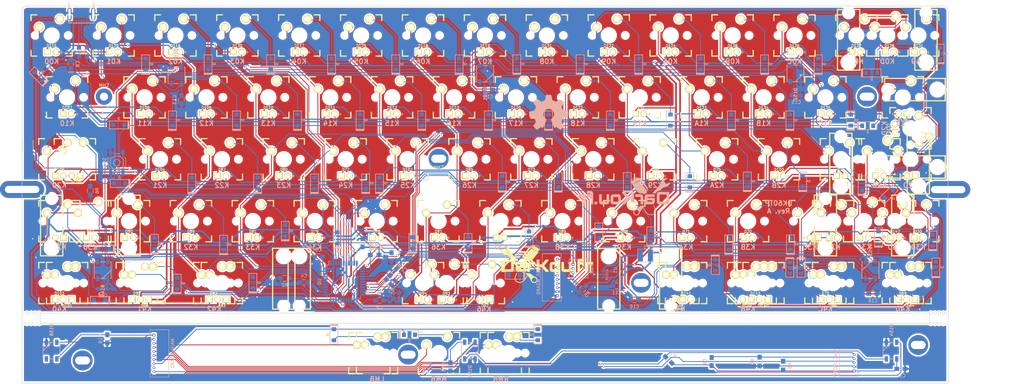
<source format=kicad_pcb>
(kicad_pcb (version 4) (host pcbnew 4.0.5+dfsg1-4)
  (title_block (title "MX/Alps HHKB") (date 2017-05-22) (rev A.1) (company DarKou))
  (layers (0 F.Cu signal) (31 B.Cu signal) (34 B.Paste user) (35 F.Paste user) (36 B.SilkS user) (37 F.SilkS user hide) (38 B.Mask user) (39 F.Mask user) (44 Edge.Cuts user))
  (net 0 "")
  (net 1 GND)
  (net 2 "Net-(C8-Pad1)")
  (net 3 "Net-(D1-Pad2)")
  (net 4 "Net-(D2-Pad2)")
  (net 5 "Net-(D3-Pad2)")
  (net 6 "Net-(D4-Pad2)")
  (net 7 "Net-(D5-Pad2)")
  (net 8 "Net-(D6-Pad2)")
  (net 9 "Net-(D7-Pad2)")
  (net 10 "Net-(D8-Pad2)")
  (net 11 "Net-(D9-Pad2)")
  (net 12 "Net-(D10-Pad2)")
  (net 13 "Net-(D11-Pad2)")
  (net 14 "Net-(D12-Pad2)")
  (net 15 "Net-(D13-Pad2)")
  (net 16 "Net-(D14-Pad2)")
  (net 17 "Net-(D15-Pad2)")
  (net 18 "Net-(D16-Pad2)")
  (net 19 "Net-(D17-Pad2)")
  (net 20 "Net-(D18-Pad2)")
  (net 21 "Net-(D19-Pad2)")
  (net 22 "Net-(D21-Pad2)")
  (net 23 "Net-(D22-Pad2)")
  (net 24 "Net-(D23-Pad2)")
  (net 25 "Net-(D24-Pad2)")
  (net 26 "Net-(D26-Pad2)")
  (net 27 "Net-(D27-Pad2)")
  (net 28 "Net-(D28-Pad2)")
  (net 29 "Net-(D29-Pad2)")
  (net 30 "Net-(D31-Pad2)")
  (net 31 "Net-(D32-Pad2)")
  (net 32 "Net-(D33-Pad2)")
  (net 33 "Net-(D34-Pad2)")
  (net 34 "Net-(D35-Pad2)")
  (net 35 "Net-(D36-Pad2)")
  (net 36 "Net-(D37-Pad2)")
  (net 37 "Net-(D38-Pad2)")
  (net 38 "Net-(D39-Pad2)")
  (net 39 "Net-(D40-Pad2)")
  (net 40 "Net-(D41-Pad2)")
  (net 41 "Net-(D42-Pad2)")
  (net 42 "Net-(D43-Pad2)")
  (net 43 "Net-(D44-Pad2)")
  (net 44 "Net-(D45-Pad2)")
  (net 45 "Net-(D46-Pad2)")
  (net 46 "Net-(D47-Pad2)")
  (net 47 "Net-(D48-Pad2)")
  (net 48 "Net-(D49-Pad2)")
  (net 49 "Net-(D50-Pad2)")
  (net 50 "Net-(D51-Pad2)")
  (net 51 "Net-(D52-Pad2)")
  (net 52 "Net-(D53-Pad2)")
  (net 53 "Net-(D54-Pad2)")
  (net 54 "Net-(D55-Pad2)")
  (net 55 "Net-(D56-Pad2)")
  (net 56 "Net-(D57-Pad2)")
  (net 57 "Net-(D58-Pad2)")
  (net 58 "Net-(D59-Pad2)")
  (net 59 "Net-(D60-Pad2)")
  (net 60 "Net-(J1-Pad2)")
  (net 61 "Net-(J1-Pad3)")
  (net 62 "Net-(J1-Pad4)")
  (net 63 "Net-(R3-Pad1)")
  (net 64 "Net-(R4-Pad2)")
  (net 65 "Net-(U0-Pad42)")
  (net 66 "Net-(LD1-Pad2)")
  (net 67 D2)
  (net 68 D5)
  (net 69 "Net-(D61-Pad2)")
  (net 70 "Net-(D62-Pad2)")
  (net 71 "Net-(D63-Pad2)")
  (net 72 "Net-(U0-Pad41)")
  (net 73 "Net-(D64-Pad2)")
  (net 74 "Net-(D65-Pad2)")
  (net 75 "Net-(D66-Pad2)")
  (net 76 "Net-(D67-Pad2)")
  (net 77 "Net-(D68-Pad2)")
  (net 78 "Net-(R2-Pad2)")
  (net 79 VCC)
  (net 80 "Net-(C9-Pad1)")
  (net 81 LED_AN)
  (net 82 "Net-(L1-Pad1)")
  (net 83 LED_CATH)
  (net 84 BACKLIT)
  (net 85 CAPS_LED)
  (net 86 Row4)
  (net 87 Col3)
  (net 88 Col4)
  (net 89 Col5)
  (net 90 Row0)
  (net 91 Row1)
  (net 92 Row2)
  (net 93 Row3)
  (net 94 Col0)
  (net 95 Col1)
  (net 96 Col2)
  (net 97 ColD)
  (net 98 ColC)
  (net 99 Col6)
  (net 100 Col7)
  (net 101 Col8)
  (net 102 Col9)
  (net 103 ColA)
  (net 104 ColB)
  (net 105 "Net-(K50-Pad2)")
  (net 106 "Net-(K50-Pad1)")
  (net 107 RESET)
  (net 108 XTAL1)
  (net 109 XTAL2)
  (net 110 "Net-(MH2-Pad1)")
  (net 111 "Net-(X1-Pad3)")
  (net 112 "Net-(MH7-Pad1)")
  (net 113 RGB)
  (net 114 "Net-(D149-Pad2)")
  (net 115 "Net-(D150-Pad2)")
  (net 116 "Net-(D151-Pad2)")
  (net 117 "Net-(D152-Pad2)")
  (net 118 DOUT)
  (net 119 "Net-(DM34-Pad2)")
  (net 120 "Net-(DM44-Pad2)")
  (net 121 "Net-(DM54-Pad2)")
  (net 122 /TRACKPOINT/D5)
  (net 123 /TRACKPOINT/D2)
  (net 124 /TRACKPOINT/Col3)
  (net 125 /TRACKPOINT/Col4)
  (net 126 /TRACKPOINT/Col5)
  (net 127 /TRACKPOINT/Row4)
  (net 128 /TRACKPOINT/RGB)
  (net 129 "Net-(D154-Pad2)")
  (net 130 "Net-(D155-Pad2)")
  (net 131 "Net-(D156-Pad2)")
  (net 132 "Net-(P1-Pad9)")
  (net 133 "Net-(P2-Pad9)")
  (module Footprint:Mx_100 (layer F.Cu) (at 138.23922 128.71429)
    (fp_text reference KM340 hide)
    (fp_text value LMB (at 0 8) (layer B.SilkS) (effects (font (thickness 0.3048)) (justify mirror)))
    (pad HOLE np_thru_hole circle (at 0 0) (size 3.9878 3.9878) (drill 3.9878) (layers *.Cu))
    (pad HOLE np_thru_hole circle (at -5.08 0) (size 1.7018 1.7018) (drill 1.7018) (layers *.Cu))
    (pad HOLE np_thru_hole circle (at 5.08 0) (size 1.7018 1.7018) (drill 1.7018) (layers *.Cu))
    (pad 1 thru_hole circle (at -3.81 -2.54 330.95) (size 2.5 2.5) (drill 1.5) (layers *.Cu *.Mask F.SilkS) (net 124 /TRACKPOINT/Col3))
    (pad 2 thru_hole circle (at 2.54 -5.08 356.1) (size 2.5 2.5) (drill 1.5) (layers *.Cu *.Mask F.SilkS) (net 119 "Net-(DM34-Pad2)"))
  )
  (module Footprint:BreakHoles (layer F.Cu) (at 311.20172 119.54804 90)
    (fp_text reference M2)
    (fp_text value MISC)
    (pad "" np_thru_hole circle (at 0 0 90) (size 0.8 0.8) (drill 0.7) (layers *.Cu *.Mask F.SilkS))
    (pad "" np_thru_hole circle (at 0 -1.27 90) (size 0.8 0.8) (drill 0.7) (layers *.Cu *.Mask F.SilkS))
    (pad "" np_thru_hole circle (at 0 -2.54 90) (size 0.8 0.8) (drill 0.7) (layers *.Cu *.Mask F.SilkS))
    (pad "" np_thru_hole circle (at 0 1.27 90) (size 0.8 0.8) (drill 0.7) (layers *.Cu *.Mask F.SilkS))
    (pad "" np_thru_hole circle (at 0 2.54 90) (size 0.8 0.8) (drill 0.7) (layers *.Cu *.Mask F.SilkS))
  )
  (module Footprint:MXST (layer F.Cu) (at 114.3 107.15625 180)
    (fp_text reference MXST hide)
    (fp_text value VAL** hide)
    (pad "" np_thru_hole circle (at 0 -6.985 180) (size 3.048 3.048) (drill 3.048) (layers *.Cu *.Mask))
    (pad "" np_thru_hole circle (at 0 8.255 180) (size 3.9802 3.9802) (drill 3.9802) (layers *.Cu *.Mask))
  )
  (module Footprint:MXST (layer F.Cu) (at 228.6 107.15625 180)
    (fp_text reference MXST hide)
    (fp_text value VAL** hide)
    (pad "" np_thru_hole circle (at 0 -6.985 180) (size 3.048 3.048) (drill 3.048) (layers *.Cu *.Mask))
    (pad "" np_thru_hole circle (at 0 8.255 180) (size 3.9802 3.9802) (drill 3.9802) (layers *.Cu *.Mask))
  )
  (module Footprint:MXST (layer F.Cu) (at 209.55 107.15625 180)
    (fp_text reference MXST hide)
    (fp_text value VAL** hide)
    (pad "" np_thru_hole circle (at 0 -6.985 180) (size 3.048 3.048) (drill 3.048) (layers *.Cu *.Mask))
    (pad "" np_thru_hole circle (at 0 8.255 180) (size 3.9802 3.9802) (drill 3.9802) (layers *.Cu *.Mask))
  )
  (module Footprint:MXST (layer F.Cu) (at 109.5375 107.15625 180)
    (fp_text reference MXST hide)
    (fp_text value VAL** hide)
    (pad "" np_thru_hole circle (at 0 -6.985 180) (size 3.048 3.048) (drill 3.048) (layers *.Cu *.Mask))
    (pad "" np_thru_hole circle (at 0 8.255 180) (size 3.9802 3.9802) (drill 3.9802) (layers *.Cu *.Mask))
  )
  (module Footprint:MXST (layer F.Cu) (at 300.0375 88.10625)
    (fp_text reference MXST hide)
    (fp_text value VAL** hide)
    (pad "" np_thru_hole circle (at 0 -6.985) (size 3.048 3.048) (drill 3.048) (layers *.Cu *.Mask))
    (pad "" np_thru_hole circle (at 0 8.255) (size 3.9802 3.9802) (drill 3.9802) (layers *.Cu *.Mask))
  )
  (module Footprint:MXST (layer F.Cu) (at 276.225 88.10625)
    (fp_text reference MXST hide)
    (fp_text value VAL** hide)
    (pad "" np_thru_hole circle (at 0 -6.985) (size 3.048 3.048) (drill 3.048) (layers *.Cu *.Mask))
    (pad "" np_thru_hole circle (at 0 8.255) (size 3.9802 3.9802) (drill 3.9802) (layers *.Cu *.Mask))
  )
  (module Footprint:MXST (layer F.Cu) (at 302.41875 47.62625 90)
    (fp_text reference MXST hide)
    (fp_text value VAL** hide)
    (pad "" np_thru_hole circle (at 0 -6.985 90) (size 3.048 3.048) (drill 3.048) (layers *.Cu *.Mask))
    (pad "" np_thru_hole circle (at 0 8.255 90) (size 3.9802 3.9802) (drill 3.9802) (layers *.Cu *.Mask))
  )
  (module Footprint:MXST (layer F.Cu) (at 302.41875 71.4375 90)
    (fp_text reference MXST hide)
    (fp_text value VAL** hide)
    (pad "" np_thru_hole circle (at 0 -6.985 90) (size 3.048 3.048) (drill 3.048) (layers *.Cu *.Mask))
    (pad "" np_thru_hole circle (at 0 8.255 90) (size 3.9802 3.9802) (drill 3.9802) (layers *.Cu *.Mask))
  )
  (module Footprint:MXST (layer F.Cu) (at 280.9875 69.05625)
    (fp_text reference MXST hide)
    (fp_text value VAL** hide)
    (pad "" np_thru_hole circle (at 0 -6.985) (size 3.048 3.048) (drill 3.048) (layers *.Cu *.Mask))
    (pad "" np_thru_hole circle (at 0 8.255) (size 3.9802 3.9802) (drill 3.9802) (layers *.Cu *.Mask))
  )
  (module Footprint:MXST (layer F.Cu) (at 304.8 69.05625)
    (fp_text reference MXST hide)
    (fp_text value VAL** hide)
    (pad "" np_thru_hole circle (at 0 -6.985) (size 3.048 3.048) (drill 3.048) (layers *.Cu *.Mask))
    (pad "" np_thru_hole circle (at 0 8.255) (size 3.9802 3.9802) (drill 3.9802) (layers *.Cu *.Mask))
  )
  (module Footprint:MXST (layer F.Cu) (at 307.18125 30.95625)
    (fp_text reference MXST hide)
    (fp_text value VAL** hide)
    (pad "" np_thru_hole circle (at 0 -6.985) (size 3.048 3.048) (drill 3.048) (layers *.Cu *.Mask))
    (pad "" np_thru_hole circle (at 0 8.255) (size 3.9802 3.9802) (drill 3.9802) (layers *.Cu *.Mask))
  )
  (module Footprint:MXST (layer F.Cu) (at 283.36875 30.95625)
    (fp_text reference MXST hide)
    (fp_text value VAL** hide)
    (pad "" np_thru_hole circle (at 0 -6.985) (size 3.048 3.048) (drill 3.048) (layers *.Cu *.Mask))
    (pad "" np_thru_hole circle (at 0 8.255) (size 3.9802 3.9802) (drill 3.9802) (layers *.Cu *.Mask))
  )
  (module Footprint:MXST (layer F.Cu) (at 61.9125 88.10625)
    (fp_text reference MXST hide)
    (fp_text value VAL** hide)
    (pad "" np_thru_hole circle (at 0 -6.985) (size 3.048 3.048) (drill 3.048) (layers *.Cu *.Mask))
    (pad "" np_thru_hole circle (at 0 8.255) (size 3.9802 3.9802) (drill 3.9802) (layers *.Cu *.Mask))
  )
  (module Capacitors_SMD:C_0805_HandSoldering (layer B.Cu) (at 145.21172 101.81304 45)
    (fp_text reference C1 (at 0 2.1 45) (layer B.SilkS) (effects (justify mirror)))
    (fp_text value 22p)
    (pad 1 smd rect (at -1.25 0 45) (size 1.5 1.25) (layers B.Cu B.Paste B.Mask) (net 108 XTAL1))
    (pad 2 smd rect (at 1.25 0 45) (size 1.5 1.25) (layers B.Cu B.Paste B.Mask) (net 1 GND))
  )
  (module Capacitors_SMD:C_0805_HandSoldering (layer B.Cu) (at 144.21172 111.06304 225)
    (fp_text reference C2 (at 0 2.1 225) (layer B.SilkS) (effects (justify mirror)))
    (fp_text value 22p)
    (pad 1 smd rect (at -1.25 0 225) (size 1.5 1.25) (layers B.Cu B.Paste B.Mask) (net 109 XTAL2))
    (pad 2 smd rect (at 1.25 0 225) (size 1.5 1.25) (layers B.Cu B.Paste B.Mask) (net 1 GND))
  )
  (module Capacitors_SMD:C_0805_HandSoldering (layer B.Cu) (at 133.7875 94.7575 90)
    (fp_text reference C3 (at 0 2.1 90) (layer B.SilkS) (effects (justify mirror)))
    (fp_text value 0.1u hide)
    (pad 1 smd rect (at -1.25 0 90) (size 1.5 1.25) (layers B.Cu B.Paste B.Mask) (net 79 VCC))
    (pad 2 smd rect (at 1.25 0 90) (size 1.5 1.25) (layers B.Cu B.Paste B.Mask) (net 1 GND))
  )
  (module Capacitors_SMD:C_0805_HandSoldering (layer B.Cu) (at 115.75 107 180)
    (fp_text reference C4 (at 0 2.1 180) (layer B.SilkS) (effects (justify mirror)))
    (fp_text value 0.1u hide)
    (pad 1 smd rect (at -1.25 0 180) (size 1.5 1.25) (layers B.Cu B.Paste B.Mask) (net 79 VCC))
    (pad 2 smd rect (at 1.25 0 180) (size 1.5 1.25) (layers B.Cu B.Paste B.Mask) (net 1 GND))
  )
  (module Capacitors_SMD:C_0805_HandSoldering (layer B.Cu) (at 120.25 99 180)
    (fp_text reference C5 (at 0 2.1 180) (layer B.SilkS) (effects (justify mirror)))
    (fp_text value 0.1u)
    (pad 1 smd rect (at -1.25 0 180) (size 1.5 1.25) (layers B.Cu B.Paste B.Mask) (net 79 VCC))
    (pad 2 smd rect (at 1.25 0 180) (size 1.5 1.25) (layers B.Cu B.Paste B.Mask) (net 1 GND))
  )
  (module Capacitors_SMD:C_0805_HandSoldering (layer B.Cu) (at 139 112.5)
    (fp_text reference C6 (at 0 2.1) (layer B.SilkS) (effects (justify mirror)))
    (fp_text value 0.1u)
    (pad 1 smd rect (at -1.25 0) (size 1.5 1.25) (layers B.Cu B.Paste B.Mask) (net 79 VCC))
    (pad 2 smd rect (at 1.25 0) (size 1.5 1.25) (layers B.Cu B.Paste B.Mask) (net 1 GND))
  )
  (module Capacitors_SMD:C_0805_HandSoldering (layer B.Cu) (at 142.71172 99.06304 270)
    (fp_text reference C7 (at 0 2.1 270) (layer B.SilkS) (effects (justify mirror)))
    (fp_text value 4.7u)
    (pad 1 smd rect (at -1.25 0 270) (size 1.5 1.25) (layers B.Cu B.Paste B.Mask) (net 79 VCC))
    (pad 2 smd rect (at 1.25 0 270) (size 1.5 1.25) (layers B.Cu B.Paste B.Mask) (net 1 GND))
  )
  (module Capacitors_SMD:C_0805_HandSoldering (layer B.Cu) (at 44 39.75 90)
    (fp_text reference C8 (at 0 2.1 90) (layer B.SilkS) (effects (justify mirror)))
    (fp_text value 1u)
    (pad 1 smd rect (at -1.25 0 90) (size 1.5 1.25) (layers B.Cu B.Paste B.Mask) (net 2 "Net-(C8-Pad1)"))
    (pad 2 smd rect (at 1.25 0 90) (size 1.5 1.25) (layers B.Cu B.Paste B.Mask) (net 1 GND))
  )
  (module Capacitors_SMD:C_0805_HandSoldering (layer B.Cu) (at 241.21172 131.31304 270)
    (fp_text reference C9 (at 0 2.1 270) (layer B.SilkS) (effects (justify mirror)))
    (fp_text value 2.2u)
    (pad 1 smd rect (at -1.25 0 270) (size 1.5 1.25) (layers B.Cu B.Paste B.Mask) (net 80 "Net-(C9-Pad1)"))
    (pad 2 smd rect (at 1.25 0 270) (size 1.5 1.25) (layers B.Cu B.Paste B.Mask) (net 79 VCC))
  )
  (module Footprint:D_SOD123 (layer B.Cu) (at 34 43.5 135)
    (fp_text reference D1 hide)
    (fp_text value D (at 0 1.925 135) (layer B.SilkS) (effects (font (size 0.8 0.8)) (justify mirror)))
    (pad 2 smd rect (at 1.7 0 135) (size 1.2 1.4) (layers B.Cu B.Paste B.Mask) (net 3 "Net-(D1-Pad2)"))
    (pad 1 smd rect (at -1.7 0 135) (size 1.2 1.4) (layers B.Cu B.Paste B.Mask) (net 90 Row0))
  )
  (module Footprint:D_SOD123 (layer B.Cu) (at 58.75 58.5 180)
    (fp_text reference D2 hide)
    (fp_text value D (at 0 1.925 180) (layer B.SilkS) (effects (font (size 0.8 0.8)) (justify mirror)))
    (pad 2 smd rect (at 1.7 0 180) (size 1.2 1.4) (layers B.Cu B.Paste B.Mask) (net 4 "Net-(D2-Pad2)"))
    (pad 1 smd rect (at -1.7 0 180) (size 1.2 1.4) (layers B.Cu B.Paste B.Mask) (net 91 Row1))
  )
  (module Footprint:D_SOD123 (layer B.Cu) (at 59 76.5 180)
    (fp_text reference D3 hide)
    (fp_text value D (at 0 1.925 180) (layer B.SilkS) (effects (font (size 0.8 0.8)) (justify mirror)))
    (pad 2 smd rect (at 1.7 0 180) (size 1.2 1.4) (layers B.Cu B.Paste B.Mask) (net 5 "Net-(D3-Pad2)"))
    (pad 1 smd rect (at -1.7 0 180) (size 1.2 1.4) (layers B.Cu B.Paste B.Mask) (net 92 Row2))
  )
  (module Footprint:D_SOD123 (layer B.Cu) (at 54.25 96.75 180)
    (fp_text reference D4 hide)
    (fp_text value D (at 0 1.925 180) (layer B.SilkS) (effects (font (size 0.8 0.8)) (justify mirror)))
    (pad 2 smd rect (at 1.7 0 180) (size 1.2 1.4) (layers B.Cu B.Paste B.Mask) (net 6 "Net-(D4-Pad2)"))
    (pad 1 smd rect (at -1.7 0 180) (size 1.2 1.4) (layers B.Cu B.Paste B.Mask) (net 93 Row3))
  )
  (module Footprint:D_SOD123 (layer B.Cu) (at 52.82172 112.44304 180)
    (fp_text reference D5 hide)
    (fp_text value D (at 0 1.925 180) (layer B.SilkS) (effects (font (size 0.8 0.8)) (justify mirror)))
    (pad 2 smd rect (at 1.7 0 180) (size 1.2 1.4) (layers B.Cu B.Paste B.Mask) (net 7 "Net-(D5-Pad2)"))
    (pad 1 smd rect (at -1.7 0 180) (size 1.2 1.4) (layers B.Cu B.Paste B.Mask) (net 86 Row4))
  )
  (module Footprint:D_SOD123 (layer B.Cu) (at 67 39.75 90)
    (fp_text reference D6 hide)
    (fp_text value D (at 0 1.925 90) (layer B.SilkS) (effects (font (size 0.8 0.8)) (justify mirror)))
    (pad 2 smd rect (at 1.7 0 90) (size 1.2 1.4) (layers B.Cu B.Paste B.Mask) (net 8 "Net-(D6-Pad2)"))
    (pad 1 smd rect (at -1.7 0 90) (size 1.2 1.4) (layers B.Cu B.Paste B.Mask) (net 90 Row0))
  )
  (module Footprint:D_SOD123 (layer B.Cu) (at 75.25 57 90)
    (fp_text reference D7 hide)
    (fp_text value D (at 0 1.925 90) (layer B.SilkS) (effects (font (size 0.8 0.8)) (justify mirror)))
    (pad 2 smd rect (at 1.7 0 90) (size 1.2 1.4) (layers B.Cu B.Paste B.Mask) (net 9 "Net-(D7-Pad2)"))
    (pad 1 smd rect (at -1.7 0 90) (size 1.2 1.4) (layers B.Cu B.Paste B.Mask) (net 91 Row1))
  )
  (module Footprint:D_SOD123 (layer B.Cu) (at 81.22875 76.40625 90)
    (fp_text reference D8 hide)
    (fp_text value D (at 0 1.925 90) (layer B.SilkS) (effects (font (size 0.8 0.8)) (justify mirror)))
    (pad 2 smd rect (at 1.7 0 90) (size 1.2 1.4) (layers B.Cu B.Paste B.Mask) (net 10 "Net-(D8-Pad2)"))
    (pad 1 smd rect (at -1.7 0 90) (size 1.2 1.4) (layers B.Cu B.Paste B.Mask) (net 92 Row2))
  )
  (module Footprint:D_SOD123 (layer B.Cu) (at 69.75 95 90)
    (fp_text reference D9 hide)
    (fp_text value D (at 0 1.925 90) (layer B.SilkS) (effects (font (size 0.8 0.8)) (justify mirror)))
    (pad 2 smd rect (at 1.7 0 90) (size 1.2 1.4) (layers B.Cu B.Paste B.Mask) (net 11 "Net-(D9-Pad2)"))
    (pad 1 smd rect (at -1.7 0 90) (size 1.2 1.4) (layers B.Cu B.Paste B.Mask) (net 93 Row3))
  )
  (module Footprint:D_SOD123 (layer B.Cu) (at 76.75 107.25 90)
    (fp_text reference D10 hide)
    (fp_text value D (at 0 1.925 90) (layer B.SilkS) (effects (font (size 0.8 0.8)) (justify mirror)))
    (pad 2 smd rect (at 1.7 0 90) (size 1.2 1.4) (layers B.Cu B.Paste B.Mask) (net 12 "Net-(D10-Pad2)"))
    (pad 1 smd rect (at -1.7 0 90) (size 1.2 1.4) (layers B.Cu B.Paste B.Mask) (net 86 Row4))
  )
  (module Footprint:D_SOD123 (layer B.Cu) (at 86.25 39.75 90)
    (fp_text reference D11 hide)
    (fp_text value D (at 0 1.925 90) (layer B.SilkS) (effects (font (size 0.8 0.8)) (justify mirror)))
    (pad 2 smd rect (at 1.7 0 90) (size 1.2 1.4) (layers B.Cu B.Paste B.Mask) (net 13 "Net-(D11-Pad2)"))
    (pad 1 smd rect (at -1.7 0 90) (size 1.2 1.4) (layers B.Cu B.Paste B.Mask) (net 90 Row0))
  )
  (module Footprint:D_SOD123 (layer B.Cu) (at 95 57 90)
    (fp_text reference D12 hide)
    (fp_text value D (at 0 1.925 90) (layer B.SilkS) (effects (font (size 0.8 0.8)) (justify mirror)))
    (pad 2 smd rect (at 1.7 0 90) (size 1.2 1.4) (layers B.Cu B.Paste B.Mask) (net 14 "Net-(D12-Pad2)"))
    (pad 1 smd rect (at -1.7 0 90) (size 1.2 1.4) (layers B.Cu B.Paste B.Mask) (net 91 Row1))
  )
  (module Footprint:D_SOD123 (layer B.Cu) (at 101.47875 76.40625 90)
    (fp_text reference D13 hide)
    (fp_text value D (at 0 1.925 90) (layer B.SilkS) (effects (font (size 0.8 0.8)) (justify mirror)))
    (pad 2 smd rect (at 1.7 0 90) (size 1.2 1.4) (layers B.Cu B.Paste B.Mask) (net 15 "Net-(D13-Pad2)"))
    (pad 1 smd rect (at -1.7 0 90) (size 1.2 1.4) (layers B.Cu B.Paste B.Mask) (net 92 Row2))
  )
  (module Footprint:D_SOD123 (layer B.Cu) (at 91 95.25 90)
    (fp_text reference D14 hide)
    (fp_text value D (at 0 1.925 90) (layer B.SilkS) (effects (font (size 0.8 0.8)) (justify mirror)))
    (pad 2 smd rect (at 1.7 0 90) (size 1.2 1.4) (layers B.Cu B.Paste B.Mask) (net 16 "Net-(D14-Pad2)"))
    (pad 1 smd rect (at -1.7 0 90) (size 1.2 1.4) (layers B.Cu B.Paste B.Mask) (net 93 Row3))
  )
  (module Footprint:D_SOD123 (layer B.Cu) (at 100.0375 107.0075 90)
    (fp_text reference D15 hide)
    (fp_text value D (at 0 1.925 90) (layer B.SilkS) (effects (font (size 0.8 0.8)) (justify mirror)))
    (pad 2 smd rect (at 1.7 0 90) (size 1.2 1.4) (layers B.Cu B.Paste B.Mask) (net 17 "Net-(D15-Pad2)"))
    (pad 1 smd rect (at -1.7 0 90) (size 1.2 1.4) (layers B.Cu B.Paste B.Mask) (net 86 Row4))
  )
  (module Footprint:D_SOD123 (layer B.Cu) (at 105.5 39.75 90)
    (fp_text reference D16 hide)
    (fp_text value D (at 0 1.925 90) (layer B.SilkS) (effects (font (size 0.8 0.8)) (justify mirror)))
    (pad 2 smd rect (at 1.7 0 90) (size 1.2 1.4) (layers B.Cu B.Paste B.Mask) (net 18 "Net-(D16-Pad2)"))
    (pad 1 smd rect (at -1.7 0 90) (size 1.2 1.4) (layers B.Cu B.Paste B.Mask) (net 90 Row0))
  )
  (module Footprint:D_SOD123 (layer B.Cu) (at 113.75 57 90)
    (fp_text reference D17 hide)
    (fp_text value D (at 0 1.925 90) (layer B.SilkS) (effects (font (size 0.8 0.8)) (justify mirror)))
    (pad 2 smd rect (at 1.7 0 90) (size 1.2 1.4) (layers B.Cu B.Paste B.Mask) (net 19 "Net-(D17-Pad2)"))
    (pad 1 smd rect (at -1.7 0 90) (size 1.2 1.4) (layers B.Cu B.Paste B.Mask) (net 91 Row1))
  )
  (module Footprint:D_SOD123 (layer B.Cu) (at 118.97875 76.40625 90)
    (fp_text reference D18 hide)
    (fp_text value D (at 0 1.925 90) (layer B.SilkS) (effects (font (size 0.8 0.8)) (justify mirror)))
    (pad 2 smd rect (at 1.7 0 90) (size 1.2 1.4) (layers B.Cu B.Paste B.Mask) (net 20 "Net-(D18-Pad2)"))
    (pad 1 smd rect (at -1.7 0 90) (size 1.2 1.4) (layers B.Cu B.Paste B.Mask) (net 92 Row2))
  )
  (module Footprint:D_SOD123 (layer B.Cu) (at 110 91 90)
    (fp_text reference D19 hide)
    (fp_text value D (at 0 1.925 90) (layer B.SilkS) (effects (font (size 0.8 0.8)) (justify mirror)))
    (pad 2 smd rect (at 1.7 0 90) (size 1.2 1.4) (layers B.Cu B.Paste B.Mask) (net 21 "Net-(D19-Pad2)"))
    (pad 1 smd rect (at -1.7 0 90) (size 1.2 1.4) (layers B.Cu B.Paste B.Mask) (net 93 Row3))
  )
  (module Footprint:D_SOD123 (layer B.Cu) (at 124.25 39.75 90)
    (fp_text reference D21 hide)
    (fp_text value D (at 0 1.925 90) (layer B.SilkS) (effects (font (size 0.8 0.8)) (justify mirror)))
    (pad 2 smd rect (at 1.7 0 90) (size 1.2 1.4) (layers B.Cu B.Paste B.Mask) (net 22 "Net-(D21-Pad2)"))
    (pad 1 smd rect (at -1.7 0 90) (size 1.2 1.4) (layers B.Cu B.Paste B.Mask) (net 90 Row0))
  )
  (module Footprint:D_SOD123 (layer B.Cu) (at 133 57 90)
    (fp_text reference D22 hide)
    (fp_text value D (at 0 1.925 90) (layer B.SilkS) (effects (font (size 0.8 0.8)) (justify mirror)))
    (pad 2 smd rect (at 1.7 0 90) (size 1.2 1.4) (layers B.Cu B.Paste B.Mask) (net 23 "Net-(D22-Pad2)"))
    (pad 1 smd rect (at -1.7 0 90) (size 1.2 1.4) (layers B.Cu B.Paste B.Mask) (net 91 Row1))
  )
  (module Footprint:D_SOD123 (layer B.Cu) (at 134.72875 76.40625 90)
    (fp_text reference D23 hide)
    (fp_text value D (at 0 1.925 90) (layer B.SilkS) (effects (font (size 0.8 0.8)) (justify mirror)))
    (pad 2 smd rect (at 1.7 0 90) (size 1.2 1.4) (layers B.Cu B.Paste B.Mask) (net 24 "Net-(D23-Pad2)"))
    (pad 1 smd rect (at -1.7 0 90) (size 1.2 1.4) (layers B.Cu B.Paste B.Mask) (net 92 Row2))
  )
  (module Footprint:D_SOD123 (layer B.Cu) (at 126 93.25 90)
    (fp_text reference D24 hide)
    (fp_text value D (at 0 1.925 90) (layer B.SilkS) (effects (font (size 0.8 0.8)) (justify mirror)))
    (pad 2 smd rect (at 1.7 0 90) (size 1.2 1.4) (layers B.Cu B.Paste B.Mask) (net 25 "Net-(D24-Pad2)"))
    (pad 1 smd rect (at -1.7 0 90) (size 1.2 1.4) (layers B.Cu B.Paste B.Mask) (net 93 Row3))
  )
  (module Footprint:D_SOD123 (layer B.Cu) (at 144 39.75 90)
    (fp_text reference D26 hide)
    (fp_text value D (at 0 1.925 90) (layer B.SilkS) (effects (font (size 0.8 0.8)) (justify mirror)))
    (pad 2 smd rect (at 1.7 0 90) (size 1.2 1.4) (layers B.Cu B.Paste B.Mask) (net 26 "Net-(D26-Pad2)"))
    (pad 1 smd rect (at -1.7 0 90) (size 1.2 1.4) (layers B.Cu B.Paste B.Mask) (net 90 Row0))
  )
  (module Footprint:D_SOD123 (layer B.Cu) (at 152 57 90)
    (fp_text reference D27 hide)
    (fp_text value D (at 0 1.925 90) (layer B.SilkS) (effects (font (size 0.8 0.8)) (justify mirror)))
    (pad 2 smd rect (at 1.7 0 90) (size 1.2 1.4) (layers B.Cu B.Paste B.Mask) (net 27 "Net-(D27-Pad2)"))
    (pad 1 smd rect (at -1.7 0 90) (size 1.2 1.4) (layers B.Cu B.Paste B.Mask) (net 91 Row1))
  )
  (module Footprint:D_SOD123 (layer B.Cu) (at 138.97875 76.40625 90)
    (fp_text reference D28 hide)
    (fp_text value D (at 0 1.925 90) (layer B.SilkS) (effects (font (size 0.8 0.8)) (justify mirror)))
    (pad 2 smd rect (at 1.7 0 90) (size 1.2 1.4) (layers B.Cu B.Paste B.Mask) (net 28 "Net-(D28-Pad2)"))
    (pad 1 smd rect (at -1.7 0 90) (size 1.2 1.4) (layers B.Cu B.Paste B.Mask) (net 92 Row2))
  )
  (module Footprint:D_SOD123 (layer B.Cu) (at 149.25 94.75 90)
    (fp_text reference D29 hide)
    (fp_text value D (at 0 1.925 90) (layer B.SilkS) (effects (font (size 0.8 0.8)) (justify mirror)))
    (pad 2 smd rect (at 1.7 0 90) (size 1.2 1.4) (layers B.Cu B.Paste B.Mask) (net 29 "Net-(D29-Pad2)"))
    (pad 1 smd rect (at -1.7 0 90) (size 1.2 1.4) (layers B.Cu B.Paste B.Mask) (net 93 Row3))
  )
  (module Footprint:D_SOD123 (layer B.Cu) (at 163.5 39.75 90)
    (fp_text reference D31 hide)
    (fp_text value D (at 0 1.925 90) (layer B.SilkS) (effects (font (size 0.8 0.8)) (justify mirror)))
    (pad 2 smd rect (at 1.7 0 90) (size 1.2 1.4) (layers B.Cu B.Paste B.Mask) (net 30 "Net-(D31-Pad2)"))
    (pad 1 smd rect (at -1.7 0 90) (size 1.2 1.4) (layers B.Cu B.Paste B.Mask) (net 90 Row0))
  )
  (module Footprint:D_SOD123 (layer B.Cu) (at 172.5375 57.0075 90)
    (fp_text reference D32 hide)
    (fp_text value D (at 0 1.925 90) (layer B.SilkS) (effects (font (size 0.8 0.8)) (justify mirror)))
    (pad 2 smd rect (at 1.7 0 90) (size 1.2 1.4) (layers B.Cu B.Paste B.Mask) (net 31 "Net-(D32-Pad2)"))
    (pad 1 smd rect (at -1.7 0 90) (size 1.2 1.4) (layers B.Cu B.Paste B.Mask) (net 91 Row1))
  )
  (module Footprint:D_SOD123 (layer B.Cu) (at 176.75 76 90)
    (fp_text reference D33 hide)
    (fp_text value D (at 0 1.925 90) (layer B.SilkS) (effects (font (size 0.8 0.8)) (justify mirror)))
    (pad 2 smd rect (at 1.7 0 90) (size 1.2 1.4) (layers B.Cu B.Paste B.Mask) (net 32 "Net-(D33-Pad2)"))
    (pad 1 smd rect (at -1.7 0 90) (size 1.2 1.4) (layers B.Cu B.Paste B.Mask) (net 92 Row2))
  )
  (module Footprint:D_SOD123 (layer B.Cu) (at 166.25 94.75 90)
    (fp_text reference D34 hide)
    (fp_text value D (at 0 1.925 90) (layer B.SilkS) (effects (font (size 0.8 0.8)) (justify mirror)))
    (pad 2 smd rect (at 1.7 0 90) (size 1.2 1.4) (layers B.Cu B.Paste B.Mask) (net 33 "Net-(D34-Pad2)"))
    (pad 1 smd rect (at -1.7 0 90) (size 1.2 1.4) (layers B.Cu B.Paste B.Mask) (net 93 Row3))
  )
  (module Footprint:D_SOD123 (layer B.Cu) (at 180.5 104.75 180)
    (fp_text reference D35 hide)
    (fp_text value D (at 0 1.925 180) (layer B.SilkS) (effects (font (size 0.8 0.8)) (justify mirror)))
    (pad 2 smd rect (at 1.7 0 180) (size 1.2 1.4) (layers B.Cu B.Paste B.Mask) (net 34 "Net-(D35-Pad2)"))
    (pad 1 smd rect (at -1.7 0 180) (size 1.2 1.4) (layers B.Cu B.Paste B.Mask) (net 86 Row4))
  )
  (module Footprint:D_SOD123 (layer B.Cu) (at 181.25 39.75 90)
    (fp_text reference D36 hide)
    (fp_text value D (at 0 1.925 90) (layer B.SilkS) (effects (font (size 0.8 0.8)) (justify mirror)))
    (pad 2 smd rect (at 1.7 0 90) (size 1.2 1.4) (layers B.Cu B.Paste B.Mask) (net 35 "Net-(D36-Pad2)"))
    (pad 1 smd rect (at -1.7 0 90) (size 1.2 1.4) (layers B.Cu B.Paste B.Mask) (net 90 Row0))
  )
  (module Footprint:D_SOD123 (layer B.Cu) (at 191.0375 57.0075 90)
    (fp_text reference D37 hide)
    (fp_text value D (at 0 1.925 90) (layer B.SilkS) (effects (font (size 0.8 0.8)) (justify mirror)))
    (pad 2 smd rect (at 1.7 0 90) (size 1.2 1.4) (layers B.Cu B.Paste B.Mask) (net 36 "Net-(D37-Pad2)"))
    (pad 1 smd rect (at -1.7 0 90) (size 1.2 1.4) (layers B.Cu B.Paste B.Mask) (net 91 Row1))
  )
  (module Footprint:D_SOD123 (layer B.Cu) (at 194 76 90)
    (fp_text reference D38 hide)
    (fp_text value D (at 0 1.925 90) (layer B.SilkS) (effects (font (size 0.8 0.8)) (justify mirror)))
    (pad 2 smd rect (at 1.7 0 90) (size 1.2 1.4) (layers B.Cu B.Paste B.Mask) (net 37 "Net-(D38-Pad2)"))
    (pad 1 smd rect (at -1.7 0 90) (size 1.2 1.4) (layers B.Cu B.Paste B.Mask) (net 92 Row2))
  )
  (module Footprint:D_SOD123 (layer B.Cu) (at 185 93 90)
    (fp_text reference D39 hide)
    (fp_text value D (at 0 1.925 90) (layer B.SilkS) (effects (font (size 0.8 0.8)) (justify mirror)))
    (pad 2 smd rect (at 1.7 0 90) (size 1.2 1.4) (layers B.Cu B.Paste B.Mask) (net 38 "Net-(D39-Pad2)"))
    (pad 1 smd rect (at -1.7 0 90) (size 1.2 1.4) (layers B.Cu B.Paste B.Mask) (net 93 Row3))
  )
  (module Footprint:D_SOD123 (layer B.Cu) (at 200.75 39.75 90)
    (fp_text reference D40 hide)
    (fp_text value D (at 0 1.925 90) (layer B.SilkS) (effects (font (size 0.8 0.8)) (justify mirror)))
    (pad 2 smd rect (at 1.7 0 90) (size 1.2 1.4) (layers B.Cu B.Paste B.Mask) (net 39 "Net-(D40-Pad2)"))
    (pad 1 smd rect (at -1.7 0 90) (size 1.2 1.4) (layers B.Cu B.Paste B.Mask) (net 90 Row0))
  )
  (module Footprint:D_SOD123 (layer B.Cu) (at 210.0375 57.0075 90)
    (fp_text reference D41 hide)
    (fp_text value D (at 0 1.925 90) (layer B.SilkS) (effects (font (size 0.8 0.8)) (justify mirror)))
    (pad 2 smd rect (at 1.7 0 90) (size 1.2 1.4) (layers B.Cu B.Paste B.Mask) (net 40 "Net-(D41-Pad2)"))
    (pad 1 smd rect (at -1.7 0 90) (size 1.2 1.4) (layers B.Cu B.Paste B.Mask) (net 91 Row1))
  )
  (module Footprint:D_SOD123 (layer B.Cu) (at 215.25 76 90)
    (fp_text reference D42 hide)
    (fp_text value D (at 0 1.925 90) (layer B.SilkS) (effects (font (size 0.8 0.8)) (justify mirror)))
    (pad 2 smd rect (at 1.7 0 90) (size 1.2 1.4) (layers B.Cu B.Paste B.Mask) (net 41 "Net-(D42-Pad2)"))
    (pad 1 smd rect (at -1.7 0 90) (size 1.2 1.4) (layers B.Cu B.Paste B.Mask) (net 92 Row2))
  )
  (module Footprint:D_SOD123 (layer B.Cu) (at 206.5 91.5 90)
    (fp_text reference D43 hide)
    (fp_text value D (at 0 1.925 90) (layer B.SilkS) (effects (font (size 0.8 0.8)) (justify mirror)))
    (pad 2 smd rect (at 1.7 0 90) (size 1.2 1.4) (layers B.Cu B.Paste B.Mask) (net 42 "Net-(D43-Pad2)"))
    (pad 1 smd rect (at -1.7 0 90) (size 1.2 1.4) (layers B.Cu B.Paste B.Mask) (net 93 Row3))
  )
  (module Footprint:D_SOD123 (layer B.Cu) (at 218.75 39.75 90)
    (fp_text reference D44 hide)
    (fp_text value D (at 0 1.925 90) (layer B.SilkS) (effects (font (size 0.8 0.8)) (justify mirror)))
    (pad 2 smd rect (at 1.7 0 90) (size 1.2 1.4) (layers B.Cu B.Paste B.Mask) (net 43 "Net-(D44-Pad2)"))
    (pad 1 smd rect (at -1.7 0 90) (size 1.2 1.4) (layers B.Cu B.Paste B.Mask) (net 90 Row0))
  )
  (module Footprint:D_SOD123 (layer B.Cu) (at 228.5375 57.0075 90)
    (fp_text reference D45 hide)
    (fp_text value D (at 0 1.925 90) (layer B.SilkS) (effects (font (size 0.8 0.8)) (justify mirror)))
    (pad 2 smd rect (at 1.7 0 90) (size 1.2 1.4) (layers B.Cu B.Paste B.Mask) (net 44 "Net-(D45-Pad2)"))
    (pad 1 smd rect (at -1.7 0 90) (size 1.2 1.4) (layers B.Cu B.Paste B.Mask) (net 91 Row1))
  )
  (module Footprint:D_SOD123 (layer B.Cu) (at 234.5 76 90)
    (fp_text reference D46 hide)
    (fp_text value D (at 0 1.925 90) (layer B.SilkS) (effects (font (size 0.8 0.8)) (justify mirror)))
    (pad 2 smd rect (at 1.7 0 90) (size 1.2 1.4) (layers B.Cu B.Paste B.Mask) (net 45 "Net-(D46-Pad2)"))
    (pad 1 smd rect (at -1.7 0 90) (size 1.2 1.4) (layers B.Cu B.Paste B.Mask) (net 92 Row2))
  )
  (module Footprint:D_SOD123 (layer B.Cu) (at 222.47875 92.65625 90)
    (fp_text reference D47 hide)
    (fp_text value D (at 0 1.925 90) (layer B.SilkS) (effects (font (size 0.8 0.8)) (justify mirror)))
    (pad 2 smd rect (at 1.7 0 90) (size 1.2 1.4) (layers B.Cu B.Paste B.Mask) (net 46 "Net-(D47-Pad2)"))
    (pad 1 smd rect (at -1.7 0 90) (size 1.2 1.4) (layers B.Cu B.Paste B.Mask) (net 93 Row3))
  )
  (module Footprint:D_SOD123 (layer B.Cu) (at 311.5 36.5 90)
    (fp_text reference D48 hide)
    (fp_text value D (at 0 1.925 90) (layer B.SilkS) (effects (font (size 0.8 0.8)) (justify mirror)))
    (pad 2 smd rect (at 1.7 0 90) (size 1.2 1.4) (layers B.Cu B.Paste B.Mask) (net 47 "Net-(D48-Pad2)"))
    (pad 1 smd rect (at -1.7 0 90) (size 1.2 1.4) (layers B.Cu B.Paste B.Mask) (net 86 Row4))
  )
  (module Footprint:D_SOD123 (layer B.Cu) (at 237.75 39.75 90)
    (fp_text reference D49 hide)
    (fp_text value D (at 0 1.925 90) (layer B.SilkS) (effects (font (size 0.8 0.8)) (justify mirror)))
    (pad 2 smd rect (at 1.7 0 90) (size 1.2 1.4) (layers B.Cu B.Paste B.Mask) (net 48 "Net-(D49-Pad2)"))
    (pad 1 smd rect (at -1.7 0 90) (size 1.2 1.4) (layers B.Cu B.Paste B.Mask) (net 90 Row0))
  )
  (module Footprint:D_SOD123 (layer B.Cu) (at 247.2875 57.0075 90)
    (fp_text reference D50 hide)
    (fp_text value D (at 0 1.925 90) (layer B.SilkS) (effects (font (size 0.8 0.8)) (justify mirror)))
    (pad 2 smd rect (at 1.7 0 90) (size 1.2 1.4) (layers B.Cu B.Paste B.Mask) (net 49 "Net-(D50-Pad2)"))
    (pad 1 smd rect (at -1.7 0 90) (size 1.2 1.4) (layers B.Cu B.Paste B.Mask) (net 91 Row1))
  )
  (module Footprint:D_SOD123 (layer B.Cu) (at 252.21172 75.81304 90)
    (fp_text reference D51 hide)
    (fp_text value D (at 0 1.925 90) (layer B.SilkS) (effects (font (size 0.8 0.8)) (justify mirror)))
    (pad 2 smd rect (at 1.7 0 90) (size 1.2 1.4) (layers B.Cu B.Paste B.Mask) (net 50 "Net-(D51-Pad2)"))
    (pad 1 smd rect (at -1.7 0 90) (size 1.2 1.4) (layers B.Cu B.Paste B.Mask) (net 92 Row2))
  )
  (module Footprint:D_SOD123 (layer B.Cu) (at 246.47875 95.15625 90)
    (fp_text reference D52 hide)
    (fp_text value D (at 0 1.925 90) (layer B.SilkS) (effects (font (size 0.8 0.8)) (justify mirror)))
    (pad 2 smd rect (at 1.7 0 90) (size 1.2 1.4) (layers B.Cu B.Paste B.Mask) (net 51 "Net-(D52-Pad2)"))
    (pad 1 smd rect (at -1.7 0 90) (size 1.2 1.4) (layers B.Cu B.Paste B.Mask) (net 93 Row3))
  )
  (module Footprint:D_SOD123 (layer B.Cu) (at 242.32172 101.69304 270)
    (fp_text reference D53 hide)
    (fp_text value D (at 0 1.925 270) (layer B.SilkS) (effects (font (size 0.8 0.8)) (justify mirror)))
    (pad 2 smd rect (at 1.7 0 270) (size 1.2 1.4) (layers B.Cu B.Paste B.Mask) (net 52 "Net-(D53-Pad2)"))
    (pad 1 smd rect (at -1.7 0 270) (size 1.2 1.4) (layers B.Cu B.Paste B.Mask) (net 86 Row4))
  )
  (module Footprint:D_SOD123 (layer B.Cu) (at 257.5 39.75 90)
    (fp_text reference D54 hide)
    (fp_text value D (at 0 1.925 90) (layer B.SilkS) (effects (font (size 0.8 0.8)) (justify mirror)))
    (pad 2 smd rect (at 1.7 0 90) (size 1.2 1.4) (layers B.Cu B.Paste B.Mask) (net 53 "Net-(D54-Pad2)"))
    (pad 1 smd rect (at -1.7 0 90) (size 1.2 1.4) (layers B.Cu B.Paste B.Mask) (net 90 Row0))
  )
  (module Footprint:D_SOD123 (layer B.Cu) (at 265.2875 57.0075 90)
    (fp_text reference D55 hide)
    (fp_text value D (at 0 1.925 90) (layer B.SilkS) (effects (font (size 0.8 0.8)) (justify mirror)))
    (pad 2 smd rect (at 1.7 0 90) (size 1.2 1.4) (layers B.Cu B.Paste B.Mask) (net 54 "Net-(D55-Pad2)"))
    (pad 1 smd rect (at -1.7 0 90) (size 1.2 1.4) (layers B.Cu B.Paste B.Mask) (net 91 Row1))
  )
  (module Footprint:D_SOD123 (layer B.Cu) (at 269.21172 75.81304 90)
    (fp_text reference D56 hide)
    (fp_text value D (at 0 1.925 90) (layer B.SilkS) (effects (font (size 0.8 0.8)) (justify mirror)))
    (pad 2 smd rect (at 1.7 0 90) (size 1.2 1.4) (layers B.Cu B.Paste B.Mask) (net 55 "Net-(D56-Pad2)"))
    (pad 1 smd rect (at -1.7 0 90) (size 1.2 1.4) (layers B.Cu B.Paste B.Mask) (net 92 Row2))
  )
  (module Footprint:D_SOD123 (layer B.Cu) (at 265.47875 95.15625 90)
    (fp_text reference D57 hide)
    (fp_text value D (at 0 1.925 90) (layer B.SilkS) (effects (font (size 0.8 0.8)) (justify mirror)))
    (pad 2 smd rect (at 1.7 0 90) (size 1.2 1.4) (layers B.Cu B.Paste B.Mask) (net 56 "Net-(D57-Pad2)"))
    (pad 1 smd rect (at -1.7 0 90) (size 1.2 1.4) (layers B.Cu B.Paste B.Mask) (net 93 Row3))
  )
  (module Footprint:D_SOD123 (layer B.Cu) (at 265.25 102.5 270)
    (fp_text reference D58 hide)
    (fp_text value D (at 0 1.925 270) (layer B.SilkS) (effects (font (size 0.8 0.8)) (justify mirror)))
    (pad 2 smd rect (at 1.7 0 270) (size 1.2 1.4) (layers B.Cu B.Paste B.Mask) (net 57 "Net-(D58-Pad2)"))
    (pad 1 smd rect (at -1.7 0 270) (size 1.2 1.4) (layers B.Cu B.Paste B.Mask) (net 86 Row4))
  )
  (module Footprint:D_SOD123 (layer B.Cu) (at 274 39.75 90)
    (fp_text reference D59 hide)
    (fp_text value D (at 0 1.925 90) (layer B.SilkS) (effects (font (size 0.8 0.8)) (justify mirror)))
    (pad 2 smd rect (at 1.7 0 90) (size 1.2 1.4) (layers B.Cu B.Paste B.Mask) (net 58 "Net-(D59-Pad2)"))
    (pad 1 smd rect (at -1.7 0 90) (size 1.2 1.4) (layers B.Cu B.Paste B.Mask) (net 90 Row0))
  )
  (module Footprint:D_SOD123 (layer B.Cu) (at 284 57 90)
    (fp_text reference D60 hide)
    (fp_text value D (at 0 1.925 90) (layer B.SilkS) (effects (font (size 0.8 0.8)) (justify mirror)))
    (pad 2 smd rect (at 1.7 0 90) (size 1.2 1.4) (layers B.Cu B.Paste B.Mask) (net 59 "Net-(D60-Pad2)"))
    (pad 1 smd rect (at -1.7 0 90) (size 1.2 1.4) (layers B.Cu B.Paste B.Mask) (net 91 Row1))
  )
  (module Footprint:D_SOD123 (layer B.Cu) (at 287.5 77 90)
    (fp_text reference D61 hide)
    (fp_text value D (at 0 1.925 90) (layer B.SilkS) (effects (font (size 0.8 0.8)) (justify mirror)))
    (pad 2 smd rect (at 1.7 0 90) (size 1.2 1.4) (layers B.Cu B.Paste B.Mask) (net 69 "Net-(D61-Pad2)"))
    (pad 1 smd rect (at -1.7 0 90) (size 1.2 1.4) (layers B.Cu B.Paste B.Mask) (net 92 Row2))
  )
  (module Footprint:D_SOD123 (layer B.Cu) (at 292.57172 92.94304 90)
    (fp_text reference D62 hide)
    (fp_text value D (at 0 1.925 90) (layer B.SilkS) (effects (font (size 0.8 0.8)) (justify mirror)))
    (pad 2 smd rect (at 1.7 0 90) (size 1.2 1.4) (layers B.Cu B.Paste B.Mask) (net 70 "Net-(D62-Pad2)"))
    (pad 1 smd rect (at -1.7 0 90) (size 1.2 1.4) (layers B.Cu B.Paste B.Mask) (net 93 Row3))
  )
  (module Footprint:D_SOD123 (layer B.Cu) (at 268.75 102.5 270)
    (fp_text reference D63 hide)
    (fp_text value D (at 0 1.925 270) (layer B.SilkS) (effects (font (size 0.8 0.8)) (justify mirror)))
    (pad 2 smd rect (at 1.7 0 270) (size 1.2 1.4) (layers B.Cu B.Paste B.Mask) (net 71 "Net-(D63-Pad2)"))
    (pad 1 smd rect (at -1.7 0 270) (size 1.2 1.4) (layers B.Cu B.Paste B.Mask) (net 86 Row4))
  )
  (module Footprint:D_SOD123 (layer B.Cu) (at 290.5 42.5)
    (fp_text reference D64 hide)
    (fp_text value D (at 0 1.925) (layer B.SilkS) (effects (font (size 0.8 0.8)) (justify mirror)))
    (pad 2 smd rect (at 1.7 0) (size 1.2 1.4) (layers B.Cu B.Paste B.Mask) (net 73 "Net-(D64-Pad2)"))
    (pad 1 smd rect (at -1.7 0) (size 1.2 1.4) (layers B.Cu B.Paste B.Mask) (net 90 Row0))
  )
  (module Footprint:D_SOD123 (layer B.Cu) (at 289.25 58.75)
    (fp_text reference D65 hide)
    (fp_text value D (at 0 1.925) (layer B.SilkS) (effects (font (size 0.8 0.8)) (justify mirror)))
    (pad 2 smd rect (at 1.7 0) (size 1.2 1.4) (layers B.Cu B.Paste B.Mask) (net 74 "Net-(D65-Pad2)"))
    (pad 1 smd rect (at -1.7 0) (size 1.2 1.4) (layers B.Cu B.Paste B.Mask) (net 91 Row1))
  )
  (module Footprint:D_SOD123 (layer B.Cu) (at 295.75 79.75 45)
    (fp_text reference D66 hide)
    (fp_text value D (at 0 1.925 45) (layer B.SilkS) (effects (font (size 0.8 0.8)) (justify mirror)))
    (pad 2 smd rect (at 1.7 0 45) (size 1.2 1.4) (layers B.Cu B.Paste B.Mask) (net 75 "Net-(D66-Pad2)"))
    (pad 1 smd rect (at -1.7 0 45) (size 1.2 1.4) (layers B.Cu B.Paste B.Mask) (net 92 Row2))
  )
  (module Footprint:D_SOD123 (layer B.Cu) (at 309.25 94 90)
    (fp_text reference D67 hide)
    (fp_text value D (at 0 1.925 90) (layer B.SilkS) (effects (font (size 0.8 0.8)) (justify mirror)))
    (pad 2 smd rect (at 1.7 0 90) (size 1.2 1.4) (layers B.Cu B.Paste B.Mask) (net 76 "Net-(D67-Pad2)"))
    (pad 1 smd rect (at -1.7 0 90) (size 1.2 1.4) (layers B.Cu B.Paste B.Mask) (net 93 Row3))
  )
  (module Footprint:D_SOD123 (layer B.Cu) (at 310.21172 102.31304 90)
    (fp_text reference D68 hide)
    (fp_text value D (at 0 1.925 90) (layer B.SilkS) (effects (font (size 0.8 0.8)) (justify mirror)))
    (pad 2 smd rect (at 1.7 0 90) (size 1.2 1.4) (layers B.Cu B.Paste B.Mask) (net 77 "Net-(D68-Pad2)"))
    (pad 1 smd rect (at -1.7 0 90) (size 1.2 1.4) (layers B.Cu B.Paste B.Mask) (net 86 Row4))
  )
  (module Footprint:USB_miniB_hirose_5S8 (layer B.Cu) (at 47.25 26.75)
    (fp_text reference J1 hide)
    (fp_text value USB_mini_micro_B hide)
    (pad 1 smd rect (at -1.6 0) (size 0.5 1.4) (layers B.Cu B.Paste B.Mask) (net 79 VCC))
    (pad 2 smd rect (at -0.8 0) (size 0.5 1.4) (layers B.Cu B.Paste B.Mask) (net 60 "Net-(J1-Pad2)"))
    (pad 3 smd rect (at 0 0) (size 0.5 1.4) (layers B.Cu B.Paste B.Mask) (net 61 "Net-(J1-Pad3)"))
    (pad 4 smd rect (at 0.8 0) (size 0.5 1.4) (layers B.Cu B.Paste B.Mask) (net 62 "Net-(J1-Pad4)"))
    (pad 5 smd rect (at 1.6 0) (size 0.5 1.4) (layers B.Cu B.Paste B.Mask) (net 1 GND))
    (pad 6 thru_hole oval (at -3.65 -2.4) (size 1.3 3.8) (drill oval 0.7 3.2) (layers *.Cu *.Mask B.Paste) (net 1 GND))
    (pad 6 thru_hole oval (at 3.65 -2.4) (size 1.3 3.8) (drill oval 0.7 3.2) (layers *.Cu *.Mask B.Paste) (net 1 GND))
  )
  (module Resistors_SMD:R_0805_HandSoldering (layer B.Cu) (at 137.5 98.5 180)
    (fp_text reference R1 (at 0 2.1 180) (layer B.SilkS) (effects (justify mirror)))
    (fp_text value 10K)
    (pad 1 smd rect (at -1.35 0 180) (size 1.5 1.3) (layers B.Cu B.Paste B.Mask) (net 79 VCC))
    (pad 2 smd rect (at 1.35 0 180) (size 1.5 1.3) (layers B.Cu B.Paste B.Mask) (net 107 RESET))
  )
  (module Resistors_SMD:R_0805_HandSoldering (layer B.Cu) (at 109.82172 105.69304)
    (fp_text reference R2 (at 0 2.1) (layer B.SilkS) (effects (justify mirror)))
    (fp_text value 10K)
    (pad 1 smd rect (at -1.35 0) (size 1.5 1.3) (layers B.Cu B.Paste B.Mask) (net 1 GND))
    (pad 2 smd rect (at 1.35 0) (size 1.5 1.3) (layers B.Cu B.Paste B.Mask) (net 78 "Net-(R2-Pad2)"))
  )
  (module Resistors_SMD:R_0805_HandSoldering (layer B.Cu) (at 46.5 36 90)
    (fp_text reference R3 (at 0 2.1 90) (layer B.SilkS) (effects (justify mirror)))
    (fp_text value 22)
    (pad 1 smd rect (at -1.35 0 90) (size 1.5 1.3) (layers B.Cu B.Paste B.Mask) (net 63 "Net-(R3-Pad1)"))
    (pad 2 smd rect (at 1.35 0 90) (size 1.5 1.3) (layers B.Cu B.Paste B.Mask) (net 60 "Net-(J1-Pad2)"))
  )
  (module Resistors_SMD:R_0805_HandSoldering (layer B.Cu) (at 49 36 270)
    (fp_text reference R4 (at 0 2.1 270) (layer B.SilkS) (effects (justify mirror)))
    (fp_text value 22)
    (pad 1 smd rect (at -1.35 0 270) (size 1.5 1.3) (layers B.Cu B.Paste B.Mask) (net 61 "Net-(J1-Pad3)"))
    (pad 2 smd rect (at 1.35 0 270) (size 1.5 1.3) (layers B.Cu B.Paste B.Mask) (net 64 "Net-(R4-Pad2)"))
  )
  (module Resistors_SMD:R_0805_HandSoldering (layer B.Cu) (at 50 78.75 90)
    (fp_text reference R6 (at 0 2.1 90) (layer B.SilkS) (effects (justify mirror)))
    (fp_text value R)
    (pad 1 smd rect (at -1.35 0 90) (size 1.5 1.3) (layers B.Cu B.Paste B.Mask) (net 85 CAPS_LED))
    (pad 2 smd rect (at 1.35 0 90) (size 1.5 1.3) (layers B.Cu B.Paste B.Mask) (net 66 "Net-(LD1-Pad2)"))
  )
  (module Resistors_SMD:R_0805_HandSoldering (layer B.Cu) (at 227.96172 130.81304 135)
    (fp_text reference R7 (at 0 2.1 135) (layer B.SilkS) (effects (justify mirror)))
    (fp_text value 4.7K)
    (pad 1 smd rect (at -1.35 0 135) (size 1.5 1.3) (layers B.Cu B.Paste B.Mask) (net 79 VCC))
    (pad 2 smd rect (at 1.35 0 135) (size 1.5 1.3) (layers B.Cu B.Paste B.Mask) (net 122 /TRACKPOINT/D5))
  )
  (module Resistors_SMD:R_0805_HandSoldering (layer B.Cu) (at 263.21172 132.56304 90)
    (fp_text reference R8 (at 0 2.1 90) (layer B.SilkS) (effects (justify mirror)))
    (fp_text value 4.7K)
    (pad 1 smd rect (at -1.35 0 90) (size 1.5 1.3) (layers B.Cu B.Paste B.Mask) (net 79 VCC))
    (pad 2 smd rect (at 1.35 0 90) (size 1.5 1.3) (layers B.Cu B.Paste B.Mask) (net 123 /TRACKPOINT/D2))
  )
  (module Resistors_SMD:R_0805_HandSoldering (layer B.Cu) (at 255.96172 131.31304 270)
    (fp_text reference R9 (at 0 2.1 270) (layer B.SilkS) (effects (justify mirror)))
    (fp_text value 100K)
    (pad 1 smd rect (at -1.35 0 270) (size 1.5 1.3) (layers B.Cu B.Paste B.Mask) (net 80 "Net-(C9-Pad1)"))
    (pad 2 smd rect (at 1.35 0 270) (size 1.5 1.3) (layers B.Cu B.Paste B.Mask) (net 1 GND))
  )
  (module Buttons_Switches_SMD:SW_SPST_TL3342 (layer B.Cu) (at 58.15 70.1 270)
    (fp_text reference SW1 (at 0 3.75 270) (layer B.SilkS) (effects (justify mirror)))
    (fp_text value SW_PUSH)
    (pad 1 smd rect (at -3.15 1.9 270) (size 1.7 1) (layers B.Cu B.Paste B.Mask) (net 1 GND))
    (pad 1 smd rect (at 3.15 1.9 270) (size 1.7 1) (layers B.Cu B.Paste B.Mask) (net 1 GND))
    (pad 2 smd rect (at -3.15 -1.9 270) (size 1.7 1) (layers B.Cu B.Paste B.Mask) (net 107 RESET))
    (pad 2 smd rect (at 3.15 -1.9 270) (size 1.7 1) (layers B.Cu B.Paste B.Mask) (net 107 RESET))
  )
  (module Housings_QFP:TQFP-44_10x10mm_Pitch0.8mm (layer B.Cu) (at 128 106.75 270)
    (fp_text reference U0 (at 0 7.45 270) (layer B.SilkS) (effects (justify mirror)))
    (fp_text value ATMEGA32U4)
    (pad 1 smd rect (at -5.7 4 270) (size 1.5 0.55) (layers B.Cu B.Paste B.Mask) (net 85 CAPS_LED))
    (pad 2 smd rect (at -5.7 3.2 270) (size 1.5 0.55) (layers B.Cu B.Paste B.Mask) (net 79 VCC))
    (pad 3 smd rect (at -5.7 2.4 270) (size 1.5 0.55) (layers B.Cu B.Paste B.Mask) (net 63 "Net-(R3-Pad1)"))
    (pad 4 smd rect (at -5.7 1.6 270) (size 1.5 0.55) (layers B.Cu B.Paste B.Mask) (net 64 "Net-(R4-Pad2)"))
    (pad 5 smd rect (at -5.7 0.8 270) (size 1.5 0.55) (layers B.Cu B.Paste B.Mask) (net 1 GND))
    (pad 6 smd rect (at -5.7 0 270) (size 1.5 0.55) (layers B.Cu B.Paste B.Mask) (net 2 "Net-(C8-Pad1)"))
    (pad 7 smd rect (at -5.7 -0.8 270) (size 1.5 0.55) (layers B.Cu B.Paste B.Mask) (net 79 VCC))
    (pad 8 smd rect (at -5.7 -1.6 270) (size 1.5 0.55) (layers B.Cu B.Paste B.Mask) (net 97 ColD))
    (pad 9 smd rect (at -5.7 -2.4 270) (size 1.5 0.55) (layers B.Cu B.Paste B.Mask) (net 89 Col5))
    (pad 10 smd rect (at -5.7 -3.2 270) (size 1.5 0.55) (layers B.Cu B.Paste B.Mask) (net 93 Row3))
    (pad 11 smd rect (at -5.7 -4 270) (size 1.5 0.55) (layers B.Cu B.Paste B.Mask) (net 100 Col7))
    (pad 12 smd rect (at -4 -5.7 180) (size 1.5 0.55) (layers B.Cu B.Paste B.Mask) (net 84 BACKLIT))
    (pad 13 smd rect (at -3.2 -5.7 180) (size 1.5 0.55) (layers B.Cu B.Paste B.Mask) (net 107 RESET))
    (pad 14 smd rect (at -2.4 -5.7 180) (size 1.5 0.55) (layers B.Cu B.Paste B.Mask) (net 79 VCC))
    (pad 15 smd rect (at -1.6 -5.7 180) (size 1.5 0.55) (layers B.Cu B.Paste B.Mask) (net 1 GND))
    (pad 16 smd rect (at -0.8 -5.7 180) (size 1.5 0.55) (layers B.Cu B.Paste B.Mask) (net 108 XTAL1))
    (pad 17 smd rect (at 0 -5.7 180) (size 1.5 0.55) (layers B.Cu B.Paste B.Mask) (net 109 XTAL2))
    (pad 18 smd rect (at 0.8 -5.7 180) (size 1.5 0.55) (layers B.Cu B.Paste B.Mask) (net 98 ColC))
    (pad 19 smd rect (at 1.6 -5.7 180) (size 1.5 0.55) (layers B.Cu B.Paste B.Mask) (net 104 ColB))
    (pad 20 smd rect (at 2.4 -5.7 180) (size 1.5 0.55) (layers B.Cu B.Paste B.Mask) (net 67 D2))
    (pad 21 smd rect (at 3.2 -5.7 180) (size 1.5 0.55) (layers B.Cu B.Paste B.Mask) (net 103 ColA))
    (pad 22 smd rect (at 4 -5.7 180) (size 1.5 0.55) (layers B.Cu B.Paste B.Mask) (net 68 D5))
    (pad 23 smd rect (at 5.7 -4 270) (size 1.5 0.55) (layers B.Cu B.Paste B.Mask) (net 1 GND))
    (pad 24 smd rect (at 5.7 -3.2 270) (size 1.5 0.55) (layers B.Cu B.Paste B.Mask) (net 79 VCC))
    (pad 25 smd rect (at 5.7 -2.4 270) (size 1.5 0.55) (layers B.Cu B.Paste B.Mask) (net 99 Col6))
    (pad 26 smd rect (at 5.7 -1.6 270) (size 1.5 0.55) (layers B.Cu B.Paste B.Mask) (net 101 Col8))
    (pad 27 smd rect (at 5.7 -0.8 270) (size 1.5 0.55) (layers B.Cu B.Paste B.Mask) (net 113 RGB))
    (pad 28 smd rect (at 5.7 0 270) (size 1.5 0.55) (layers B.Cu B.Paste B.Mask) (net 102 Col9))
    (pad 29 smd rect (at 5.7 0.8 270) (size 1.5 0.55) (layers B.Cu B.Paste B.Mask) (net 92 Row2))
    (pad 30 smd rect (at 5.7 1.6 270) (size 1.5 0.55) (layers B.Cu B.Paste B.Mask) (net 88 Col4))
    (pad 31 smd rect (at 5.7 2.4 270) (size 1.5 0.55) (layers B.Cu B.Paste B.Mask) (net 91 Row1))
    (pad 32 smd rect (at 5.7 3.2 270) (size 1.5 0.55) (layers B.Cu B.Paste B.Mask) (net 86 Row4))
    (pad 33 smd rect (at 5.7 4 270) (size 1.5 0.55) (layers B.Cu B.Paste B.Mask) (net 78 "Net-(R2-Pad2)"))
    (pad 34 smd rect (at 4 5.7 180) (size 1.5 0.55) (layers B.Cu B.Paste B.Mask) (net 79 VCC))
    (pad 35 smd rect (at 3.2 5.7 180) (size 1.5 0.55) (layers B.Cu B.Paste B.Mask) (net 1 GND))
    (pad 36 smd rect (at 2.4 5.7 180) (size 1.5 0.55) (layers B.Cu B.Paste B.Mask) (net 94 Col0))
    (pad 37 smd rect (at 1.6 5.7 180) (size 1.5 0.55) (layers B.Cu B.Paste B.Mask) (net 90 Row0))
    (pad 38 smd rect (at 0.8 5.7 180) (size 1.5 0.55) (layers B.Cu B.Paste B.Mask) (net 95 Col1))
    (pad 39 smd rect (at 0 5.7 180) (size 1.5 0.55) (layers B.Cu B.Paste B.Mask) (net 96 Col2))
    (pad 40 smd rect (at -0.8 5.7 180) (size 1.5 0.55) (layers B.Cu B.Paste B.Mask) (net 87 Col3))
    (pad 41 smd rect (at -1.6 5.7 180) (size 1.5 0.55) (layers B.Cu B.Paste B.Mask) (net 72 "Net-(U0-Pad41)"))
    (pad 42 smd rect (at -2.4 5.7 180) (size 1.5 0.55) (layers B.Cu B.Paste B.Mask) (net 65 "Net-(U0-Pad42)"))
    (pad 43 smd rect (at -3.2 5.7 180) (size 1.5 0.55) (layers B.Cu B.Paste B.Mask) (net 1 GND))
    (pad 44 smd rect (at -4 5.7 180) (size 1.5 0.55) (layers B.Cu B.Paste B.Mask) (net 79 VCC))
  )
  (module Footprint:FA-238 (layer B.Cu) (at 142.46172 106.31304 315)
    (fp_text reference X1 hide)
    (fp_text value XTAL_GND hide)
    (pad 3 smd rect (at -1.1 0.8 315) (size 1.4 1.2) (drill (offset -0.1 0.05)) (layers B.Cu B.Paste B.Mask) (net 111 "Net-(X1-Pad3)") (clearance 0.2))
    (pad 2 smd rect (at 1.1 0.8 315) (size 1.4 1.2) (drill (offset 0.1 0.05)) (layers B.Cu B.Paste B.Mask) (net 109 XTAL2) (clearance 0.2))
    (pad 1 smd rect (at -1.1 -0.8 315) (size 1.4 1.2) (drill (offset -0.1 -0.05)) (layers B.Cu B.Paste B.Mask) (net 108 XTAL1) (clearance 0.2))
    (pad 3 smd rect (at 1.1 -0.8 315) (size 1.4 1.2) (drill (offset 0.1 -0.05)) (layers B.Cu B.Paste B.Mask) (net 111 "Net-(X1-Pad3)") (clearance 0.2))
  )
  (module Footprint:MXST (layer F.Cu) (at 38.1 88.10625)
    (fp_text reference MXST hide)
    (fp_text value VAL** hide)
    (pad "" np_thru_hole circle (at 0 -6.985) (size 3.048 3.048) (drill 3.048) (layers *.Cu *.Mask))
    (pad "" np_thru_hole circle (at 0 8.255) (size 3.9802 3.9802) (drill 3.9802) (layers *.Cu *.Mask))
  )
  (module LEDs:LED_PLCC_2835 (layer F.Cu) (at 30.82172 65.19304 270)
    (fp_text reference LD1 hide)
    (fp_text value CAPS_LED)
    (pad 1 smd rect (at -0.929882 -0.000094 90) (size 2.2 2.1) (layers F.Cu F.Paste F.Mask) (net 1 GND))
    (pad 2 smd rect (at 1.330118 -0.000094 90) (size 1.3 2.1) (layers F.Cu F.Paste F.Mask) (net 66 "Net-(LD1-Pad2)"))
  )
  (module Capacitors_SMD:C_0805_HandSoldering (layer B.Cu) (at 217.46172 112.31304)
    (fp_text reference C10 (at 0 2.1) (layer B.SilkS) (effects (justify mirror)))
    (fp_text value 10uF hide)
    (pad 1 smd rect (at -1.25 0) (size 1.5 1.25) (layers B.Cu B.Paste B.Mask) (net 1 GND))
    (pad 2 smd rect (at 1.25 0) (size 1.5 1.25) (layers B.Cu B.Paste B.Mask) (net 79 VCC))
  )
  (module Capacitors_SMD:C_0805_HandSoldering (layer B.Cu) (at 212 108)
    (fp_text reference C11 (at 0 2.1) (layer B.SilkS) (effects (justify mirror)))
    (fp_text value 10uF hide)
    (pad 1 smd rect (at -1.25 0) (size 1.5 1.25) (layers B.Cu B.Paste B.Mask) (net 1 GND))
    (pad 2 smd rect (at 1.25 0) (size 1.5 1.25) (layers B.Cu B.Paste B.Mask) (net 81 LED_AN))
  )
  (module Footprint:Inductor_Bourn_4mmx4mm (layer B.Cu) (at 220.82172 98.69304)
    (fp_text reference L1 (at 0.1778 -2.5654) (layer B.SilkS) (effects (justify mirror)))
    (fp_text value 4.7uH)
    (pad 1 smd rect (at -1.525 0) (size 1.5 3.6) (layers B.Cu B.Paste B.Mask) (net 82 "Net-(L1-Pad1)"))
    (pad 2 smd rect (at 1.525 0) (size 1.5 3.6) (layers B.Cu B.Paste B.Mask) (net 81 LED_AN))
  )
  (module Resistors_SMD:R_0805_HandSoldering (layer B.Cu) (at 201.46172 109.06304 45)
    (fp_text reference R5 (at 0 2.1 45) (layer B.SilkS) (effects (justify mirror)))
    (fp_text value 0.5)
    (pad 1 smd rect (at -1.35 0 45) (size 1.5 1.3) (layers B.Cu B.Paste B.Mask) (net 1 GND))
    (pad 2 smd rect (at 1.35 0 45) (size 1.5 1.3) (layers B.Cu B.Paste B.Mask) (net 83 LED_CATH))
  )
  (module Footprint:SOT-23-5 (layer B.Cu) (at 209 104.5)
    (fp_text reference U1 (at 2.5908 -1.2573 90) (layer B.SilkS) (effects (justify mirror)))
    (fp_text value PAM2804 hide)
    (pad 1 smd rect (at -1.1 0.95) (size 1.06 0.65) (layers B.Cu B.Paste B.Mask) (net 84 BACKLIT))
    (pad 2 smd rect (at -1.1 0) (size 1.06 0.65) (layers B.Cu B.Paste B.Mask) (net 1 GND))
    (pad 3 smd rect (at -1.1 -0.95) (size 1.06 0.65) (layers B.Cu B.Paste B.Mask) (net 82 "Net-(L1-Pad1)"))
    (pad 4 smd rect (at 1.1 -0.95) (size 1.06 0.65) (layers B.Cu B.Paste B.Mask) (net 79 VCC))
    (pad 5 smd rect (at 1.1 0.95) (size 1.06 0.65) (layers B.Cu B.Paste B.Mask) (net 83 LED_CATH))
  )
  (module Footprint:Mx_100 (layer F.Cu) (at 38.1 30.95625)
    (fp_text reference K1 hide)
    (fp_text value K00 (at 0 8) (layer B.SilkS) (effects (font (thickness 0.3048)) (justify mirror)))
    (pad HOLE np_thru_hole circle (at 0 0) (size 3.9878 3.9878) (drill 3.9878) (layers *.Cu))
    (pad HOLE np_thru_hole circle (at -5.08 0) (size 1.7018 1.7018) (drill 1.7018) (layers *.Cu))
    (pad HOLE np_thru_hole circle (at 5.08 0) (size 1.7018 1.7018) (drill 1.7018) (layers *.Cu))
    (pad 1 thru_hole circle (at -3.81 -2.54 330.95) (size 2.5 2.5) (drill 1.5) (layers *.Cu *.Mask F.SilkS) (net 94 Col0))
    (pad 2 thru_hole circle (at 2.54 -5.08 356.1) (size 2.5 2.5) (drill 1.5) (layers *.Cu *.Mask F.SilkS) (net 3 "Net-(D1-Pad2)"))
  )
  (module Footprint:Mx_150 (layer F.Cu) (at 42.8625 50.00625)
    (fp_text reference K2 hide)
    (fp_text value K10 (at 0 8) (layer B.SilkS) (effects (font (thickness 0.3048)) (justify mirror)))
    (pad HOLE np_thru_hole circle (at 0 0) (size 3.9878 3.9878) (drill 3.9878) (layers *.Cu))
    (pad HOLE np_thru_hole circle (at -5.08 0) (size 1.7018 1.7018) (drill 1.7018) (layers *.Cu))
    (pad HOLE np_thru_hole circle (at 5.08 0) (size 1.7018 1.7018) (drill 1.7018) (layers *.Cu))
    (pad 1 thru_hole circle (at -3.81 -2.54 330.95) (size 2.5 2.5) (drill 1.5) (layers *.Cu *.Mask F.SilkS) (net 94 Col0))
    (pad 2 thru_hole circle (at 2.54 -5.08 356.1) (size 2.5 2.5) (drill 1.5) (layers *.Cu *.Mask F.SilkS) (net 4 "Net-(D2-Pad2)"))
  )
  (module Footprint:Mx_125 (layer F.Cu) (at 40.48125 88.10625)
    (fp_text reference K6 hide)
    (fp_text value K30 (at 0 8) (layer B.SilkS) (effects (font (thickness 0.3048)) (justify mirror)))
    (pad HOLE np_thru_hole circle (at 0 0) (size 3.9878 3.9878) (drill 3.9878) (layers *.Cu))
    (pad HOLE np_thru_hole circle (at -5.08 0) (size 1.7018 1.7018) (drill 1.7018) (layers *.Cu))
    (pad HOLE np_thru_hole circle (at 5.08 0) (size 1.7018 1.7018) (drill 1.7018) (layers *.Cu))
    (pad 1 thru_hole circle (at -3.81 -2.54 330.95) (size 2.5 2.5) (drill 1.5) (layers *.Cu *.Mask F.SilkS) (net 94 Col0))
    (pad 2 thru_hole circle (at 2.54 -5.08 356.1) (size 2.5 2.5) (drill 1.5) (layers *.Cu *.Mask F.SilkS) (net 6 "Net-(D4-Pad2)"))
  )
  (module Footprint:Mx_125 (layer F.Cu) (at 40.48125 107.15625)
    (fp_text reference K7 hide)
    (fp_text value K40 (at 0 8) (layer B.SilkS) (effects (font (thickness 0.3048)) (justify mirror)))
    (pad HOLE np_thru_hole circle (at 0 0) (size 3.9878 3.9878) (drill 3.9878) (layers *.Cu))
    (pad HOLE np_thru_hole circle (at -5.08 0) (size 1.7018 1.7018) (drill 1.7018) (layers *.Cu))
    (pad HOLE np_thru_hole circle (at 5.08 0) (size 1.7018 1.7018) (drill 1.7018) (layers *.Cu))
    (pad 1 thru_hole circle (at -3.81 -2.54 330.95) (size 2.5 2.5) (drill 1.5) (layers *.Cu *.Mask F.SilkS) (net 94 Col0))
    (pad 2 thru_hole circle (at 2.54 -5.08 356.1) (size 2.5 2.5) (drill 1.5) (layers *.Cu *.Mask F.SilkS) (net 7 "Net-(D5-Pad2)"))
  )
  (module Footprint:Mx_150 (layer F.Cu) (at 42.8625 107.15625)
    (fp_text reference K8 hide)
    (fp_text value K40 hide)
    (pad HOLE np_thru_hole circle (at 0 0) (size 3.9878 3.9878) (drill 3.9878) (layers *.Cu))
    (pad HOLE np_thru_hole circle (at -5.08 0) (size 1.7018 1.7018) (drill 1.7018) (layers *.Cu))
    (pad HOLE np_thru_hole circle (at 5.08 0) (size 1.7018 1.7018) (drill 1.7018) (layers *.Cu))
    (pad 1 thru_hole circle (at -3.81 -2.54 330.95) (size 2.5 2.5) (drill 1.5) (layers *.Cu *.Mask F.SilkS) (net 94 Col0))
    (pad 2 thru_hole circle (at 2.54 -5.08 356.1) (size 2.5 2.5) (drill 1.5) (layers *.Cu *.Mask F.SilkS) (net 7 "Net-(D5-Pad2)"))
  )
  (module Footprint:Mx_100 (layer F.Cu) (at 57.15 30.95625)
    (fp_text reference K9 hide)
    (fp_text value K01 (at 0 8) (layer B.SilkS) (effects (font (thickness 0.3048)) (justify mirror)))
    (pad HOLE np_thru_hole circle (at 0 0) (size 3.9878 3.9878) (drill 3.9878) (layers *.Cu))
    (pad HOLE np_thru_hole circle (at -5.08 0) (size 1.7018 1.7018) (drill 1.7018) (layers *.Cu))
    (pad HOLE np_thru_hole circle (at 5.08 0) (size 1.7018 1.7018) (drill 1.7018) (layers *.Cu))
    (pad 1 thru_hole circle (at -3.81 -2.54 330.95) (size 2.5 2.5) (drill 1.5) (layers *.Cu *.Mask F.SilkS) (net 95 Col1))
    (pad 2 thru_hole circle (at 2.54 -5.08 356.1) (size 2.5 2.5) (drill 1.5) (layers *.Cu *.Mask F.SilkS) (net 8 "Net-(D6-Pad2)"))
  )
  (module Footprint:Mx_100 (layer F.Cu) (at 66.675 50.00625)
    (fp_text reference K10 hide)
    (fp_text value K11 (at 0 8) (layer B.SilkS) (effects (font (thickness 0.3048)) (justify mirror)))
    (pad HOLE np_thru_hole circle (at 0 0) (size 3.9878 3.9878) (drill 3.9878) (layers *.Cu))
    (pad HOLE np_thru_hole circle (at -5.08 0) (size 1.7018 1.7018) (drill 1.7018) (layers *.Cu))
    (pad HOLE np_thru_hole circle (at 5.08 0) (size 1.7018 1.7018) (drill 1.7018) (layers *.Cu))
    (pad 1 thru_hole circle (at -3.81 -2.54 330.95) (size 2.5 2.5) (drill 1.5) (layers *.Cu *.Mask F.SilkS) (net 95 Col1))
    (pad 2 thru_hole circle (at 2.54 -5.08 356.1) (size 2.5 2.5) (drill 1.5) (layers *.Cu *.Mask F.SilkS) (net 9 "Net-(D7-Pad2)"))
  )
  (module Footprint:Mx_100 (layer F.Cu) (at 71.4375 69.05625)
    (fp_text reference K11 hide)
    (fp_text value K21 (at 0 8) (layer B.SilkS) (effects (font (thickness 0.3048)) (justify mirror)))
    (pad HOLE np_thru_hole circle (at 0 0) (size 3.9878 3.9878) (drill 3.9878) (layers *.Cu))
    (pad HOLE np_thru_hole circle (at -5.08 0) (size 1.7018 1.7018) (drill 1.7018) (layers *.Cu))
    (pad HOLE np_thru_hole circle (at 5.08 0) (size 1.7018 1.7018) (drill 1.7018) (layers *.Cu))
    (pad 1 thru_hole circle (at -3.81 -2.54 330.95) (size 2.5 2.5) (drill 1.5) (layers *.Cu *.Mask F.SilkS) (net 95 Col1))
    (pad 2 thru_hole circle (at 2.54 -5.08 356.1) (size 2.5 2.5) (drill 1.5) (layers *.Cu *.Mask F.SilkS) (net 10 "Net-(D8-Pad2)"))
  )
  (module Footprint:Mx_100 (layer F.Cu) (at 61.9125 88.10625)
    (fp_text reference K12 hide)
    (fp_text value K31 (at 0 8) (layer B.SilkS) (effects (font (thickness 0.3048)) (justify mirror)))
    (pad HOLE np_thru_hole circle (at 0 0) (size 3.9878 3.9878) (drill 3.9878) (layers *.Cu))
    (pad HOLE np_thru_hole circle (at -5.08 0) (size 1.7018 1.7018) (drill 1.7018) (layers *.Cu))
    (pad HOLE np_thru_hole circle (at 5.08 0) (size 1.7018 1.7018) (drill 1.7018) (layers *.Cu))
    (pad 1 thru_hole circle (at -3.81 -2.54 330.95) (size 2.5 2.5) (drill 1.5) (layers *.Cu *.Mask F.SilkS) (net 95 Col1))
    (pad 2 thru_hole circle (at 2.54 -5.08 356.1) (size 2.5 2.5) (drill 1.5) (layers *.Cu *.Mask F.SilkS) (net 11 "Net-(D9-Pad2)"))
  )
  (module Footprint:Mx_125 (layer F.Cu) (at 64.29375 107.15625)
    (fp_text reference K13 hide)
    (fp_text value K41 hide)
    (pad HOLE np_thru_hole circle (at 0 0) (size 3.9878 3.9878) (drill 3.9878) (layers *.Cu))
    (pad HOLE np_thru_hole circle (at -5.08 0) (size 1.7018 1.7018) (drill 1.7018) (layers *.Cu))
    (pad HOLE np_thru_hole circle (at 5.08 0) (size 1.7018 1.7018) (drill 1.7018) (layers *.Cu))
    (pad 1 thru_hole circle (at -3.81 -2.54 330.95) (size 2.5 2.5) (drill 1.5) (layers *.Cu *.Mask F.SilkS) (net 95 Col1))
    (pad 2 thru_hole circle (at 2.54 -5.08 356.1) (size 2.5 2.5) (drill 1.5) (layers *.Cu *.Mask F.SilkS) (net 12 "Net-(D10-Pad2)"))
  )
  (module Footprint:Mx_100 (layer F.Cu) (at 66.675 107.15625)
    (fp_text reference K14 hide)
    (fp_text value K41 (at 0 8) (layer B.SilkS) (effects (font (thickness 0.3048)) (justify mirror)))
    (pad HOLE np_thru_hole circle (at 0 0) (size 3.9878 3.9878) (drill 3.9878) (layers *.Cu))
    (pad HOLE np_thru_hole circle (at -5.08 0) (size 1.7018 1.7018) (drill 1.7018) (layers *.Cu))
    (pad HOLE np_thru_hole circle (at 5.08 0) (size 1.7018 1.7018) (drill 1.7018) (layers *.Cu))
    (pad 1 thru_hole circle (at -3.81 -2.54 330.95) (size 2.5 2.5) (drill 1.5) (layers *.Cu *.Mask F.SilkS) (net 95 Col1))
    (pad 2 thru_hole circle (at 2.54 -5.08 356.1) (size 2.5 2.5) (drill 1.5) (layers *.Cu *.Mask F.SilkS) (net 12 "Net-(D10-Pad2)"))
  )
  (module Footprint:Mx_100 (layer F.Cu) (at 76.2 30.95625)
    (fp_text reference K15 hide)
    (fp_text value K02 (at 0 8) (layer B.SilkS) (effects (font (thickness 0.3048)) (justify mirror)))
    (pad HOLE np_thru_hole circle (at 0 0) (size 3.9878 3.9878) (drill 3.9878) (layers *.Cu))
    (pad HOLE np_thru_hole circle (at -5.08 0) (size 1.7018 1.7018) (drill 1.7018) (layers *.Cu))
    (pad HOLE np_thru_hole circle (at 5.08 0) (size 1.7018 1.7018) (drill 1.7018) (layers *.Cu))
    (pad 1 thru_hole circle (at -3.81 -2.54 330.95) (size 2.5 2.5) (drill 1.5) (layers *.Cu *.Mask F.SilkS) (net 96 Col2))
    (pad 2 thru_hole circle (at 2.54 -5.08 356.1) (size 2.5 2.5) (drill 1.5) (layers *.Cu *.Mask F.SilkS) (net 13 "Net-(D11-Pad2)"))
  )
  (module Footprint:Mx_100 (layer F.Cu) (at 85.725 50.00625)
    (fp_text reference K16 hide)
    (fp_text value K12 (at 0 8) (layer B.SilkS) (effects (font (thickness 0.3048)) (justify mirror)))
    (pad HOLE np_thru_hole circle (at 0 0) (size 3.9878 3.9878) (drill 3.9878) (layers *.Cu))
    (pad HOLE np_thru_hole circle (at -5.08 0) (size 1.7018 1.7018) (drill 1.7018) (layers *.Cu))
    (pad HOLE np_thru_hole circle (at 5.08 0) (size 1.7018 1.7018) (drill 1.7018) (layers *.Cu))
    (pad 1 thru_hole circle (at -3.81 -2.54 330.95) (size 2.5 2.5) (drill 1.5) (layers *.Cu *.Mask F.SilkS) (net 96 Col2))
    (pad 2 thru_hole circle (at 2.54 -5.08 356.1) (size 2.5 2.5) (drill 1.5) (layers *.Cu *.Mask F.SilkS) (net 14 "Net-(D12-Pad2)"))
  )
  (module Footprint:Mx_100 (layer F.Cu) (at 90.4875 69.05625)
    (fp_text reference K17 hide)
    (fp_text value K22 (at 0 8) (layer B.SilkS) (effects (font (thickness 0.3048)) (justify mirror)))
    (pad HOLE np_thru_hole circle (at 0 0) (size 3.9878 3.9878) (drill 3.9878) (layers *.Cu))
    (pad HOLE np_thru_hole circle (at -5.08 0) (size 1.7018 1.7018) (drill 1.7018) (layers *.Cu))
    (pad HOLE np_thru_hole circle (at 5.08 0) (size 1.7018 1.7018) (drill 1.7018) (layers *.Cu))
    (pad 1 thru_hole circle (at -3.81 -2.54 330.95) (size 2.5 2.5) (drill 1.5) (layers *.Cu *.Mask F.SilkS) (net 96 Col2))
    (pad 2 thru_hole circle (at 2.54 -5.08 356.1) (size 2.5 2.5) (drill 1.5) (layers *.Cu *.Mask F.SilkS) (net 15 "Net-(D13-Pad2)"))
  )
  (module Footprint:Mx_100 (layer F.Cu) (at 80.9625 88.10625)
    (fp_text reference K18 hide)
    (fp_text value K32 (at 0 8) (layer B.SilkS) (effects (font (thickness 0.3048)) (justify mirror)))
    (pad HOLE np_thru_hole circle (at 0 0) (size 3.9878 3.9878) (drill 3.9878) (layers *.Cu))
    (pad HOLE np_thru_hole circle (at -5.08 0) (size 1.7018 1.7018) (drill 1.7018) (layers *.Cu))
    (pad HOLE np_thru_hole circle (at 5.08 0) (size 1.7018 1.7018) (drill 1.7018) (layers *.Cu))
    (pad 1 thru_hole circle (at -3.81 -2.54 330.95) (size 2.5 2.5) (drill 1.5) (layers *.Cu *.Mask F.SilkS) (net 96 Col2))
    (pad 2 thru_hole circle (at 2.54 -5.08 356.1) (size 2.5 2.5) (drill 1.5) (layers *.Cu *.Mask F.SilkS) (net 16 "Net-(D14-Pad2)"))
  )
  (module Footprint:Mx_125 (layer F.Cu) (at 88.10625 107.15625)
    (fp_text reference K19 hide)
    (fp_text value K42 (at 0 8) (layer B.SilkS) (effects (font (thickness 0.3048)) (justify mirror)))
    (pad HOLE np_thru_hole circle (at 0 0) (size 3.9878 3.9878) (drill 3.9878) (layers *.Cu))
    (pad HOLE np_thru_hole circle (at -5.08 0) (size 1.7018 1.7018) (drill 1.7018) (layers *.Cu))
    (pad HOLE np_thru_hole circle (at 5.08 0) (size 1.7018 1.7018) (drill 1.7018) (layers *.Cu))
    (pad 1 thru_hole circle (at -3.81 -2.54 330.95) (size 2.5 2.5) (drill 1.5) (layers *.Cu *.Mask F.SilkS) (net 96 Col2))
    (pad 2 thru_hole circle (at 2.54 -5.08 356.1) (size 2.5 2.5) (drill 1.5) (layers *.Cu *.Mask F.SilkS) (net 17 "Net-(D15-Pad2)"))
  )
  (module Footprint:Mx_150 (layer F.Cu) (at 90.4875 107.15625)
    (fp_text reference K20 hide)
    (fp_text value K42 hide)
    (pad HOLE np_thru_hole circle (at 0 0) (size 3.9878 3.9878) (drill 3.9878) (layers *.Cu))
    (pad HOLE np_thru_hole circle (at -5.08 0) (size 1.7018 1.7018) (drill 1.7018) (layers *.Cu))
    (pad HOLE np_thru_hole circle (at 5.08 0) (size 1.7018 1.7018) (drill 1.7018) (layers *.Cu))
    (pad 1 thru_hole circle (at -3.81 -2.54 330.95) (size 2.5 2.5) (drill 1.5) (layers *.Cu *.Mask F.SilkS) (net 96 Col2))
    (pad 2 thru_hole circle (at 2.54 -5.08 356.1) (size 2.5 2.5) (drill 1.5) (layers *.Cu *.Mask F.SilkS) (net 17 "Net-(D15-Pad2)"))
  )
  (module Footprint:Mx_100 (layer F.Cu) (at 95.25 30.95625)
    (fp_text reference K21 hide)
    (fp_text value K03 (at 0 8) (layer B.SilkS) (effects (font (thickness 0.3048)) (justify mirror)))
    (pad HOLE np_thru_hole circle (at 0 0) (size 3.9878 3.9878) (drill 3.9878) (layers *.Cu))
    (pad HOLE np_thru_hole circle (at -5.08 0) (size 1.7018 1.7018) (drill 1.7018) (layers *.Cu))
    (pad HOLE np_thru_hole circle (at 5.08 0) (size 1.7018 1.7018) (drill 1.7018) (layers *.Cu))
    (pad 1 thru_hole circle (at -3.81 -2.54 330.95) (size 2.5 2.5) (drill 1.5) (layers *.Cu *.Mask F.SilkS) (net 87 Col3))
    (pad 2 thru_hole circle (at 2.54 -5.08 356.1) (size 2.5 2.5) (drill 1.5) (layers *.Cu *.Mask F.SilkS) (net 18 "Net-(D16-Pad2)"))
  )
  (module Footprint:Mx_100 (layer F.Cu) (at 104.775 50.00625)
    (fp_text reference K22 hide)
    (fp_text value K13 (at 0 8) (layer B.SilkS) (effects (font (thickness 0.3048)) (justify mirror)))
    (pad HOLE np_thru_hole circle (at 0 0) (size 3.9878 3.9878) (drill 3.9878) (layers *.Cu))
    (pad HOLE np_thru_hole circle (at -5.08 0) (size 1.7018 1.7018) (drill 1.7018) (layers *.Cu))
    (pad HOLE np_thru_hole circle (at 5.08 0) (size 1.7018 1.7018) (drill 1.7018) (layers *.Cu))
    (pad 1 thru_hole circle (at -3.81 -2.54 330.95) (size 2.5 2.5) (drill 1.5) (layers *.Cu *.Mask F.SilkS) (net 87 Col3))
    (pad 2 thru_hole circle (at 2.54 -5.08 356.1) (size 2.5 2.5) (drill 1.5) (layers *.Cu *.Mask F.SilkS) (net 19 "Net-(D17-Pad2)"))
  )
  (module Footprint:Mx_100 (layer F.Cu) (at 109.5375 69.05625)
    (fp_text reference K23 hide)
    (fp_text value K23 (at 0 8) (layer B.SilkS) (effects (font (thickness 0.3048)) (justify mirror)))
    (pad HOLE np_thru_hole circle (at 0 0) (size 3.9878 3.9878) (drill 3.9878) (layers *.Cu))
    (pad HOLE np_thru_hole circle (at -5.08 0) (size 1.7018 1.7018) (drill 1.7018) (layers *.Cu))
    (pad HOLE np_thru_hole circle (at 5.08 0) (size 1.7018 1.7018) (drill 1.7018) (layers *.Cu))
    (pad 1 thru_hole circle (at -3.81 -2.54 330.95) (size 2.5 2.5) (drill 1.5) (layers *.Cu *.Mask F.SilkS) (net 87 Col3))
    (pad 2 thru_hole circle (at 2.54 -5.08 356.1) (size 2.5 2.5) (drill 1.5) (layers *.Cu *.Mask F.SilkS) (net 20 "Net-(D18-Pad2)"))
  )
  (module Footprint:Mx_100 (layer F.Cu) (at 100.0125 88.10625)
    (fp_text reference K24 hide)
    (fp_text value K33 (at 0 8) (layer B.SilkS) (effects (font (thickness 0.3048)) (justify mirror)))
    (pad HOLE np_thru_hole circle (at 0 0) (size 3.9878 3.9878) (drill 3.9878) (layers *.Cu))
    (pad HOLE np_thru_hole circle (at -5.08 0) (size 1.7018 1.7018) (drill 1.7018) (layers *.Cu))
    (pad HOLE np_thru_hole circle (at 5.08 0) (size 1.7018 1.7018) (drill 1.7018) (layers *.Cu))
    (pad 1 thru_hole circle (at -3.81 -2.54 330.95) (size 2.5 2.5) (drill 1.5) (layers *.Cu *.Mask F.SilkS) (net 87 Col3))
    (pad 2 thru_hole circle (at 2.54 -5.08 356.1) (size 2.5 2.5) (drill 1.5) (layers *.Cu *.Mask F.SilkS) (net 21 "Net-(D19-Pad2)"))
  )
  (module Footprint:Mx_100 (layer F.Cu) (at 114.3 30.95625)
    (fp_text reference K27 hide)
    (fp_text value K04 (at 0 8) (layer B.SilkS) (effects (font (thickness 0.3048)) (justify mirror)))
    (pad HOLE np_thru_hole circle (at 0 0) (size 3.9878 3.9878) (drill 3.9878) (layers *.Cu))
    (pad HOLE np_thru_hole circle (at -5.08 0) (size 1.7018 1.7018) (drill 1.7018) (layers *.Cu))
    (pad HOLE np_thru_hole circle (at 5.08 0) (size 1.7018 1.7018) (drill 1.7018) (layers *.Cu))
    (pad 1 thru_hole circle (at -3.81 -2.54 330.95) (size 2.5 2.5) (drill 1.5) (layers *.Cu *.Mask F.SilkS) (net 88 Col4))
    (pad 2 thru_hole circle (at 2.54 -5.08 356.1) (size 2.5 2.5) (drill 1.5) (layers *.Cu *.Mask F.SilkS) (net 22 "Net-(D21-Pad2)"))
  )
  (module Footprint:Mx_100 (layer F.Cu) (at 123.825 50.00625)
    (fp_text reference K28 hide)
    (fp_text value K14 (at 0 8) (layer B.SilkS) (effects (font (thickness 0.3048)) (justify mirror)))
    (pad HOLE np_thru_hole circle (at 0 0) (size 3.9878 3.9878) (drill 3.9878) (layers *.Cu))
    (pad HOLE np_thru_hole circle (at -5.08 0) (size 1.7018 1.7018) (drill 1.7018) (layers *.Cu))
    (pad HOLE np_thru_hole circle (at 5.08 0) (size 1.7018 1.7018) (drill 1.7018) (layers *.Cu))
    (pad 1 thru_hole circle (at -3.81 -2.54 330.95) (size 2.5 2.5) (drill 1.5) (layers *.Cu *.Mask F.SilkS) (net 88 Col4))
    (pad 2 thru_hole circle (at 2.54 -5.08 356.1) (size 2.5 2.5) (drill 1.5) (layers *.Cu *.Mask F.SilkS) (net 23 "Net-(D22-Pad2)"))
  )
  (module Footprint:Mx_100 (layer F.Cu) (at 128.5875 69.05625)
    (fp_text reference K29 hide)
    (fp_text value K24 (at 0 8) (layer B.SilkS) (effects (font (thickness 0.3048)) (justify mirror)))
    (pad HOLE np_thru_hole circle (at 0 0) (size 3.9878 3.9878) (drill 3.9878) (layers *.Cu))
    (pad HOLE np_thru_hole circle (at -5.08 0) (size 1.7018 1.7018) (drill 1.7018) (layers *.Cu))
    (pad HOLE np_thru_hole circle (at 5.08 0) (size 1.7018 1.7018) (drill 1.7018) (layers *.Cu))
    (pad 1 thru_hole circle (at -3.81 -2.54 330.95) (size 2.5 2.5) (drill 1.5) (layers *.Cu *.Mask F.SilkS) (net 88 Col4))
    (pad 2 thru_hole circle (at 2.54 -5.08 356.1) (size 2.5 2.5) (drill 1.5) (layers *.Cu *.Mask F.SilkS) (net 24 "Net-(D23-Pad2)"))
  )
  (module Footprint:Mx_100 (layer F.Cu) (at 119.0625 88.10625)
    (fp_text reference K30 hide)
    (fp_text value K34 (at 0 8) (layer B.SilkS) (effects (font (thickness 0.3048)) (justify mirror)))
    (pad HOLE np_thru_hole circle (at 0 0) (size 3.9878 3.9878) (drill 3.9878) (layers *.Cu))
    (pad HOLE np_thru_hole circle (at -5.08 0) (size 1.7018 1.7018) (drill 1.7018) (layers *.Cu))
    (pad HOLE np_thru_hole circle (at 5.08 0) (size 1.7018 1.7018) (drill 1.7018) (layers *.Cu))
    (pad 1 thru_hole circle (at -3.81 -2.54 330.95) (size 2.5 2.5) (drill 1.5) (layers *.Cu *.Mask F.SilkS) (net 88 Col4))
    (pad 2 thru_hole circle (at 2.54 -5.08 356.1) (size 2.5 2.5) (drill 1.5) (layers *.Cu *.Mask F.SilkS) (net 25 "Net-(D24-Pad2)"))
  )
  (module Footprint:Mx_100 (layer F.Cu) (at 133.35 30.95625)
    (fp_text reference K32 hide)
    (fp_text value K05 (at 0 8) (layer B.SilkS) (effects (font (thickness 0.3048)) (justify mirror)))
    (pad HOLE np_thru_hole circle (at 0 0) (size 3.9878 3.9878) (drill 3.9878) (layers *.Cu))
    (pad HOLE np_thru_hole circle (at -5.08 0) (size 1.7018 1.7018) (drill 1.7018) (layers *.Cu))
    (pad HOLE np_thru_hole circle (at 5.08 0) (size 1.7018 1.7018) (drill 1.7018) (layers *.Cu))
    (pad 1 thru_hole circle (at -3.81 -2.54 330.95) (size 2.5 2.5) (drill 1.5) (layers *.Cu *.Mask F.SilkS) (net 89 Col5))
    (pad 2 thru_hole circle (at 2.54 -5.08 356.1) (size 2.5 2.5) (drill 1.5) (layers *.Cu *.Mask F.SilkS) (net 26 "Net-(D26-Pad2)"))
  )
  (module Footprint:Mx_100 (layer F.Cu) (at 142.875 50.00625)
    (fp_text reference K33 hide)
    (fp_text value K15 (at 0 8) (layer B.SilkS) (effects (font (thickness 0.3048)) (justify mirror)))
    (pad HOLE np_thru_hole circle (at 0 0) (size 3.9878 3.9878) (drill 3.9878) (layers *.Cu))
    (pad HOLE np_thru_hole circle (at -5.08 0) (size 1.7018 1.7018) (drill 1.7018) (layers *.Cu))
    (pad HOLE np_thru_hole circle (at 5.08 0) (size 1.7018 1.7018) (drill 1.7018) (layers *.Cu))
    (pad 1 thru_hole circle (at -3.81 -2.54 330.95) (size 2.5 2.5) (drill 1.5) (layers *.Cu *.Mask F.SilkS) (net 89 Col5))
    (pad 2 thru_hole circle (at 2.54 -5.08 356.1) (size 2.5 2.5) (drill 1.5) (layers *.Cu *.Mask F.SilkS) (net 27 "Net-(D27-Pad2)"))
  )
  (module Footprint:Mx_100 (layer F.Cu) (at 147.6375 69.05625)
    (fp_text reference K34 hide)
    (fp_text value K25 (at 0 8) (layer B.SilkS) (effects (font (thickness 0.3048)) (justify mirror)))
    (pad HOLE np_thru_hole circle (at 0 0) (size 3.9878 3.9878) (drill 3.9878) (layers *.Cu))
    (pad HOLE np_thru_hole circle (at -5.08 0) (size 1.7018 1.7018) (drill 1.7018) (layers *.Cu))
    (pad HOLE np_thru_hole circle (at 5.08 0) (size 1.7018 1.7018) (drill 1.7018) (layers *.Cu))
    (pad 1 thru_hole circle (at -3.81 -2.54 330.95) (size 2.5 2.5) (drill 1.5) (layers *.Cu *.Mask F.SilkS) (net 89 Col5))
    (pad 2 thru_hole circle (at 2.54 -5.08 356.1) (size 2.5 2.5) (drill 1.5) (layers *.Cu *.Mask F.SilkS) (net 28 "Net-(D28-Pad2)"))
  )
  (module Footprint:Mx_100 (layer F.Cu) (at 138.1125 88.10625)
    (fp_text reference K35 hide)
    (fp_text value K35 (at 0 8) (layer B.SilkS) (effects (font (thickness 0.3048)) (justify mirror)))
    (pad HOLE np_thru_hole circle (at 0 0) (size 3.9878 3.9878) (drill 3.9878) (layers *.Cu))
    (pad HOLE np_thru_hole circle (at -5.08 0) (size 1.7018 1.7018) (drill 1.7018) (layers *.Cu))
    (pad HOLE np_thru_hole circle (at 5.08 0) (size 1.7018 1.7018) (drill 1.7018) (layers *.Cu))
    (pad 1 thru_hole circle (at -3.81 -2.54 330.95) (size 2.5 2.5) (drill 1.5) (layers *.Cu *.Mask F.SilkS) (net 89 Col5))
    (pad 2 thru_hole circle (at 2.54 -5.08 356.1) (size 2.5 2.5) (drill 1.5) (layers *.Cu *.Mask F.SilkS) (net 29 "Net-(D29-Pad2)"))
  )
  (module Footprint:Mx_100 (layer F.Cu) (at 152.4 30.95625)
    (fp_text reference K38 hide)
    (fp_text value K06 (at 0 8) (layer B.SilkS) (effects (font (thickness 0.3048)) (justify mirror)))
    (pad HOLE np_thru_hole circle (at 0 0) (size 3.9878 3.9878) (drill 3.9878) (layers *.Cu))
    (pad HOLE np_thru_hole circle (at -5.08 0) (size 1.7018 1.7018) (drill 1.7018) (layers *.Cu))
    (pad HOLE np_thru_hole circle (at 5.08 0) (size 1.7018 1.7018) (drill 1.7018) (layers *.Cu))
    (pad 1 thru_hole circle (at -3.81 -2.54 330.95) (size 2.5 2.5) (drill 1.5) (layers *.Cu *.Mask F.SilkS) (net 99 Col6))
    (pad 2 thru_hole circle (at 2.54 -5.08 356.1) (size 2.5 2.5) (drill 1.5) (layers *.Cu *.Mask F.SilkS) (net 30 "Net-(D31-Pad2)"))
  )
  (module Footprint:Mx_100 (layer F.Cu) (at 161.925 50.00625)
    (fp_text reference K39 hide)
    (fp_text value K16 (at 0 8) (layer B.SilkS) (effects (font (thickness 0.3048)) (justify mirror)))
    (pad HOLE np_thru_hole circle (at 0 0) (size 3.9878 3.9878) (drill 3.9878) (layers *.Cu))
    (pad HOLE np_thru_hole circle (at -5.08 0) (size 1.7018 1.7018) (drill 1.7018) (layers *.Cu))
    (pad HOLE np_thru_hole circle (at 5.08 0) (size 1.7018 1.7018) (drill 1.7018) (layers *.Cu))
    (pad 1 thru_hole circle (at -3.81 -2.54 330.95) (size 2.5 2.5) (drill 1.5) (layers *.Cu *.Mask F.SilkS) (net 99 Col6))
    (pad 2 thru_hole circle (at 2.54 -5.08 356.1) (size 2.5 2.5) (drill 1.5) (layers *.Cu *.Mask F.SilkS) (net 31 "Net-(D32-Pad2)"))
  )
  (module Footprint:Mx_100 (layer F.Cu) (at 166.6875 69.05625)
    (fp_text reference K40 hide)
    (fp_text value K26 (at 0 8) (layer B.SilkS) (effects (font (thickness 0.3048)) (justify mirror)))
    (pad HOLE np_thru_hole circle (at 0 0) (size 3.9878 3.9878) (drill 3.9878) (layers *.Cu))
    (pad HOLE np_thru_hole circle (at -5.08 0) (size 1.7018 1.7018) (drill 1.7018) (layers *.Cu))
    (pad HOLE np_thru_hole circle (at 5.08 0) (size 1.7018 1.7018) (drill 1.7018) (layers *.Cu))
    (pad 1 thru_hole circle (at -3.81 -2.54 330.95) (size 2.5 2.5) (drill 1.5) (layers *.Cu *.Mask F.SilkS) (net 99 Col6))
    (pad 2 thru_hole circle (at 2.54 -5.08 356.1) (size 2.5 2.5) (drill 1.5) (layers *.Cu *.Mask F.SilkS) (net 32 "Net-(D33-Pad2)"))
  )
  (module Footprint:Mx_100 (layer F.Cu) (at 157.1625 88.10625)
    (fp_text reference K41 hide)
    (fp_text value K36 (at 0 8) (layer B.SilkS) (effects (font (thickness 0.3048)) (justify mirror)))
    (pad HOLE np_thru_hole circle (at 0 0) (size 3.9878 3.9878) (drill 3.9878) (layers *.Cu))
    (pad HOLE np_thru_hole circle (at -5.08 0) (size 1.7018 1.7018) (drill 1.7018) (layers *.Cu))
    (pad HOLE np_thru_hole circle (at 5.08 0) (size 1.7018 1.7018) (drill 1.7018) (layers *.Cu))
    (pad 1 thru_hole circle (at -3.81 -2.54 330.95) (size 2.5 2.5) (drill 1.5) (layers *.Cu *.Mask F.SilkS) (net 99 Col6))
    (pad 2 thru_hole circle (at 2.54 -5.08 356.1) (size 2.5 2.5) (drill 1.5) (layers *.Cu *.Mask F.SilkS) (net 33 "Net-(D34-Pad2)"))
  )
  (module Footprint:Mx_100 (layer F.Cu) (at 171.45 30.95625)
    (fp_text reference K46 hide)
    (fp_text value K07 (at 0 8) (layer B.SilkS) (effects (font (thickness 0.3048)) (justify mirror)))
    (pad HOLE np_thru_hole circle (at 0 0) (size 3.9878 3.9878) (drill 3.9878) (layers *.Cu))
    (pad HOLE np_thru_hole circle (at -5.08 0) (size 1.7018 1.7018) (drill 1.7018) (layers *.Cu))
    (pad HOLE np_thru_hole circle (at 5.08 0) (size 1.7018 1.7018) (drill 1.7018) (layers *.Cu))
    (pad 1 thru_hole circle (at -3.81 -2.54 330.95) (size 2.5 2.5) (drill 1.5) (layers *.Cu *.Mask F.SilkS) (net 100 Col7))
    (pad 2 thru_hole circle (at 2.54 -5.08 356.1) (size 2.5 2.5) (drill 1.5) (layers *.Cu *.Mask F.SilkS) (net 35 "Net-(D36-Pad2)"))
  )
  (module Footprint:Mx_100 (layer F.Cu) (at 180.975 50.00625)
    (fp_text reference K47 hide)
    (fp_text value K17 (at 0 8) (layer B.SilkS) (effects (font (thickness 0.3048)) (justify mirror)))
    (pad HOLE np_thru_hole circle (at 0 0) (size 3.9878 3.9878) (drill 3.9878) (layers *.Cu))
    (pad HOLE np_thru_hole circle (at -5.08 0) (size 1.7018 1.7018) (drill 1.7018) (layers *.Cu))
    (pad HOLE np_thru_hole circle (at 5.08 0) (size 1.7018 1.7018) (drill 1.7018) (layers *.Cu))
    (pad 1 thru_hole circle (at -3.81 -2.54 330.95) (size 2.5 2.5) (drill 1.5) (layers *.Cu *.Mask F.SilkS) (net 100 Col7))
    (pad 2 thru_hole circle (at 2.54 -5.08 356.1) (size 2.5 2.5) (drill 1.5) (layers *.Cu *.Mask F.SilkS) (net 36 "Net-(D37-Pad2)"))
  )
  (module Footprint:Mx_100 (layer F.Cu) (at 185.7375 69.05625)
    (fp_text reference K48 hide)
    (fp_text value K27 (at 0 8) (layer B.SilkS) (effects (font (thickness 0.3048)) (justify mirror)))
    (pad HOLE np_thru_hole circle (at 0 0) (size 3.9878 3.9878) (drill 3.9878) (layers *.Cu))
    (pad HOLE np_thru_hole circle (at -5.08 0) (size 1.7018 1.7018) (drill 1.7018) (layers *.Cu))
    (pad HOLE np_thru_hole circle (at 5.08 0) (size 1.7018 1.7018) (drill 1.7018) (layers *.Cu))
    (pad 1 thru_hole circle (at -3.81 -2.54 330.95) (size 2.5 2.5) (drill 1.5) (layers *.Cu *.Mask F.SilkS) (net 100 Col7))
    (pad 2 thru_hole circle (at 2.54 -5.08 356.1) (size 2.5 2.5) (drill 1.5) (layers *.Cu *.Mask F.SilkS) (net 37 "Net-(D38-Pad2)"))
  )
  (module Footprint:Mx_100 (layer F.Cu) (at 176.2125 88.10625)
    (fp_text reference K49 hide)
    (fp_text value K37 (at 0 8) (layer B.SilkS) (effects (font (thickness 0.3048)) (justify mirror)))
    (pad HOLE np_thru_hole circle (at 0 0) (size 3.9878 3.9878) (drill 3.9878) (layers *.Cu))
    (pad HOLE np_thru_hole circle (at -5.08 0) (size 1.7018 1.7018) (drill 1.7018) (layers *.Cu))
    (pad HOLE np_thru_hole circle (at 5.08 0) (size 1.7018 1.7018) (drill 1.7018) (layers *.Cu))
    (pad 1 thru_hole circle (at -3.81 -2.54 330.95) (size 2.5 2.5) (drill 1.5) (layers *.Cu *.Mask F.SilkS) (net 100 Col7))
    (pad 2 thru_hole circle (at 2.54 -5.08 356.1) (size 2.5 2.5) (drill 1.5) (layers *.Cu *.Mask F.SilkS) (net 38 "Net-(D39-Pad2)"))
  )
  (module Footprint:Mx_100 (layer F.Cu) (at 190.5 30.95625)
    (fp_text reference K50 hide)
    (fp_text value K08 (at 0 8) (layer B.SilkS) (effects (font (thickness 0.3048)) (justify mirror)))
    (pad HOLE np_thru_hole circle (at 0 0) (size 3.9878 3.9878) (drill 3.9878) (layers *.Cu))
    (pad HOLE np_thru_hole circle (at -5.08 0) (size 1.7018 1.7018) (drill 1.7018) (layers *.Cu))
    (pad HOLE np_thru_hole circle (at 5.08 0) (size 1.7018 1.7018) (drill 1.7018) (layers *.Cu))
    (pad 1 thru_hole circle (at -3.81 -2.54 330.95) (size 2.5 2.5) (drill 1.5) (layers *.Cu *.Mask F.SilkS) (net 106 "Net-(K50-Pad1)"))
    (pad 2 thru_hole circle (at 2.54 -5.08 356.1) (size 2.5 2.5) (drill 1.5) (layers *.Cu *.Mask F.SilkS) (net 105 "Net-(K50-Pad2)"))
  )
  (module Footprint:Mx_100 (layer F.Cu) (at 200.025 50.00625)
    (fp_text reference K51 hide)
    (fp_text value K18 (at 0 8) (layer B.SilkS) (effects (font (thickness 0.3048)) (justify mirror)))
    (pad HOLE np_thru_hole circle (at 0 0) (size 3.9878 3.9878) (drill 3.9878) (layers *.Cu))
    (pad HOLE np_thru_hole circle (at -5.08 0) (size 1.7018 1.7018) (drill 1.7018) (layers *.Cu))
    (pad HOLE np_thru_hole circle (at 5.08 0) (size 1.7018 1.7018) (drill 1.7018) (layers *.Cu))
    (pad 1 thru_hole circle (at -3.81 -2.54 330.95) (size 2.5 2.5) (drill 1.5) (layers *.Cu *.Mask F.SilkS) (net 101 Col8))
    (pad 2 thru_hole circle (at 2.54 -5.08 356.1) (size 2.5 2.5) (drill 1.5) (layers *.Cu *.Mask F.SilkS) (net 40 "Net-(D41-Pad2)"))
  )
  (module Footprint:Mx_100 (layer F.Cu) (at 204.7875 69.05625)
    (fp_text reference K52 hide)
    (fp_text value K28 (at 0 8) (layer B.SilkS) (effects (font (thickness 0.3048)) (justify mirror)))
    (pad HOLE np_thru_hole circle (at 0 0) (size 3.9878 3.9878) (drill 3.9878) (layers *.Cu))
    (pad HOLE np_thru_hole circle (at -5.08 0) (size 1.7018 1.7018) (drill 1.7018) (layers *.Cu))
    (pad HOLE np_thru_hole circle (at 5.08 0) (size 1.7018 1.7018) (drill 1.7018) (layers *.Cu))
    (pad 1 thru_hole circle (at -3.81 -2.54 330.95) (size 2.5 2.5) (drill 1.5) (layers *.Cu *.Mask F.SilkS) (net 101 Col8))
    (pad 2 thru_hole circle (at 2.54 -5.08 356.1) (size 2.5 2.5) (drill 1.5) (layers *.Cu *.Mask F.SilkS) (net 41 "Net-(D42-Pad2)"))
  )
  (module Footprint:Mx_100 (layer F.Cu) (at 195.2625 88.10625)
    (fp_text reference K53 hide)
    (fp_text value K38 (at 0 8) (layer B.SilkS) (effects (font (thickness 0.3048)) (justify mirror)))
    (pad HOLE np_thru_hole circle (at 0 0) (size 3.9878 3.9878) (drill 3.9878) (layers *.Cu))
    (pad HOLE np_thru_hole circle (at -5.08 0) (size 1.7018 1.7018) (drill 1.7018) (layers *.Cu))
    (pad HOLE np_thru_hole circle (at 5.08 0) (size 1.7018 1.7018) (drill 1.7018) (layers *.Cu))
    (pad 1 thru_hole circle (at -3.81 -2.54 330.95) (size 2.5 2.5) (drill 1.5) (layers *.Cu *.Mask F.SilkS) (net 101 Col8))
    (pad 2 thru_hole circle (at 2.54 -5.08 356.1) (size 2.5 2.5) (drill 1.5) (layers *.Cu *.Mask F.SilkS) (net 42 "Net-(D43-Pad2)"))
  )
  (module Footprint:Mx_100 (layer F.Cu) (at 209.55 30.95625)
    (fp_text reference K54 hide)
    (fp_text value K09 (at 0 8) (layer B.SilkS) (effects (font (thickness 0.3048)) (justify mirror)))
    (pad HOLE np_thru_hole circle (at 0 0) (size 3.9878 3.9878) (drill 3.9878) (layers *.Cu))
    (pad HOLE np_thru_hole circle (at -5.08 0) (size 1.7018 1.7018) (drill 1.7018) (layers *.Cu))
    (pad HOLE np_thru_hole circle (at 5.08 0) (size 1.7018 1.7018) (drill 1.7018) (layers *.Cu))
    (pad 1 thru_hole circle (at -3.81 -2.54 330.95) (size 2.5 2.5) (drill 1.5) (layers *.Cu *.Mask F.SilkS) (net 102 Col9))
    (pad 2 thru_hole circle (at 2.54 -5.08 356.1) (size 2.5 2.5) (drill 1.5) (layers *.Cu *.Mask F.SilkS) (net 43 "Net-(D44-Pad2)"))
  )
  (module Footprint:Mx_100 (layer F.Cu) (at 219.075 50.00625)
    (fp_text reference K55 hide)
    (fp_text value K19 (at 0 8) (layer B.SilkS) (effects (font (thickness 0.3048)) (justify mirror)))
    (pad HOLE np_thru_hole circle (at 0 0) (size 3.9878 3.9878) (drill 3.9878) (layers *.Cu))
    (pad HOLE np_thru_hole circle (at -5.08 0) (size 1.7018 1.7018) (drill 1.7018) (layers *.Cu))
    (pad HOLE np_thru_hole circle (at 5.08 0) (size 1.7018 1.7018) (drill 1.7018) (layers *.Cu))
    (pad 1 thru_hole circle (at -3.81 -2.54 330.95) (size 2.5 2.5) (drill 1.5) (layers *.Cu *.Mask F.SilkS) (net 102 Col9))
    (pad 2 thru_hole circle (at 2.54 -5.08 356.1) (size 2.5 2.5) (drill 1.5) (layers *.Cu *.Mask F.SilkS) (net 44 "Net-(D45-Pad2)"))
  )
  (module Footprint:Mx_100 (layer F.Cu) (at 223.8375 69.05625)
    (fp_text reference K56 hide)
    (fp_text value K29 (at 0 8) (layer B.SilkS) (effects (font (thickness 0.3048)) (justify mirror)))
    (pad HOLE np_thru_hole circle (at 0 0) (size 3.9878 3.9878) (drill 3.9878) (layers *.Cu))
    (pad HOLE np_thru_hole circle (at -5.08 0) (size 1.7018 1.7018) (drill 1.7018) (layers *.Cu))
    (pad HOLE np_thru_hole circle (at 5.08 0) (size 1.7018 1.7018) (drill 1.7018) (layers *.Cu))
    (pad 1 thru_hole circle (at -3.81 -2.54 330.95) (size 2.5 2.5) (drill 1.5) (layers *.Cu *.Mask F.SilkS) (net 102 Col9))
    (pad 2 thru_hole circle (at 2.54 -5.08 356.1) (size 2.5 2.5) (drill 1.5) (layers *.Cu *.Mask F.SilkS) (net 45 "Net-(D46-Pad2)"))
  )
  (module Footprint:Mx_100 (layer F.Cu) (at 214.3125 88.10625)
    (fp_text reference K57 hide)
    (fp_text value K39 (at 0 8) (layer B.SilkS) (effects (font (thickness 0.3048)) (justify mirror)))
    (pad HOLE np_thru_hole circle (at 0 0) (size 3.9878 3.9878) (drill 3.9878) (layers *.Cu))
    (pad HOLE np_thru_hole circle (at -5.08 0) (size 1.7018 1.7018) (drill 1.7018) (layers *.Cu))
    (pad HOLE np_thru_hole circle (at 5.08 0) (size 1.7018 1.7018) (drill 1.7018) (layers *.Cu))
    (pad 1 thru_hole circle (at -3.81 -2.54 330.95) (size 2.5 2.5) (drill 1.5) (layers *.Cu *.Mask F.SilkS) (net 102 Col9))
    (pad 2 thru_hole circle (at 2.54 -5.08 356.1) (size 2.5 2.5) (drill 1.5) (layers *.Cu *.Mask F.SilkS) (net 46 "Net-(D47-Pad2)"))
  )
  (module Footprint:Mx_100 (layer F.Cu) (at 304.8 30.95625)
    (fp_text reference K58 hide)
    (fp_text value K49 (at 0 8) (layer B.SilkS) (effects (font (thickness 0.3048)) (justify mirror)))
    (pad HOLE np_thru_hole circle (at 0 0) (size 3.9878 3.9878) (drill 3.9878) (layers *.Cu))
    (pad HOLE np_thru_hole circle (at -5.08 0) (size 1.7018 1.7018) (drill 1.7018) (layers *.Cu))
    (pad HOLE np_thru_hole circle (at 5.08 0) (size 1.7018 1.7018) (drill 1.7018) (layers *.Cu))
    (pad 1 thru_hole circle (at -3.81 -2.54 330.95) (size 2.5 2.5) (drill 1.5) (layers *.Cu *.Mask F.SilkS) (net 102 Col9))
    (pad 2 thru_hole circle (at 2.54 -5.08 356.1) (size 2.5 2.5) (drill 1.5) (layers *.Cu *.Mask F.SilkS) (net 47 "Net-(D48-Pad2)"))
  )
  (module Footprint:Mx_100 (layer F.Cu) (at 228.6 30.95625)
    (fp_text reference K59 hide)
    (fp_text value K0A (at 0 8) (layer B.SilkS) (effects (font (thickness 0.3048)) (justify mirror)))
    (pad HOLE np_thru_hole circle (at 0 0) (size 3.9878 3.9878) (drill 3.9878) (layers *.Cu))
    (pad HOLE np_thru_hole circle (at -5.08 0) (size 1.7018 1.7018) (drill 1.7018) (layers *.Cu))
    (pad HOLE np_thru_hole circle (at 5.08 0) (size 1.7018 1.7018) (drill 1.7018) (layers *.Cu))
    (pad 1 thru_hole circle (at -3.81 -2.54 330.95) (size 2.5 2.5) (drill 1.5) (layers *.Cu *.Mask F.SilkS) (net 103 ColA))
    (pad 2 thru_hole circle (at 2.54 -5.08 356.1) (size 2.5 2.5) (drill 1.5) (layers *.Cu *.Mask F.SilkS) (net 48 "Net-(D49-Pad2)"))
  )
  (module Footprint:Mx_100 (layer F.Cu) (at 238.125 50.00625)
    (fp_text reference K60 hide)
    (fp_text value K1A (at 0 8) (layer B.SilkS) (effects (font (thickness 0.3048)) (justify mirror)))
    (pad HOLE np_thru_hole circle (at 0 0) (size 3.9878 3.9878) (drill 3.9878) (layers *.Cu))
    (pad HOLE np_thru_hole circle (at -5.08 0) (size 1.7018 1.7018) (drill 1.7018) (layers *.Cu))
    (pad HOLE np_thru_hole circle (at 5.08 0) (size 1.7018 1.7018) (drill 1.7018) (layers *.Cu))
    (pad 1 thru_hole circle (at -3.81 -2.54 330.95) (size 2.5 2.5) (drill 1.5) (layers *.Cu *.Mask F.SilkS) (net 103 ColA))
    (pad 2 thru_hole circle (at 2.54 -5.08 356.1) (size 2.5 2.5) (drill 1.5) (layers *.Cu *.Mask F.SilkS) (net 49 "Net-(D50-Pad2)"))
  )
  (module Footprint:Mx_100 (layer F.Cu) (at 242.8875 69.05625)
    (fp_text reference K61 hide)
    (fp_text value K2A (at 0 8) (layer B.SilkS) (effects (font (thickness 0.3048)) (justify mirror)))
    (pad HOLE np_thru_hole circle (at 0 0) (size 3.9878 3.9878) (drill 3.9878) (layers *.Cu))
    (pad HOLE np_thru_hole circle (at -5.08 0) (size 1.7018 1.7018) (drill 1.7018) (layers *.Cu))
    (pad HOLE np_thru_hole circle (at 5.08 0) (size 1.7018 1.7018) (drill 1.7018) (layers *.Cu))
    (pad 1 thru_hole circle (at -3.81 -2.54 330.95) (size 2.5 2.5) (drill 1.5) (layers *.Cu *.Mask F.SilkS) (net 103 ColA))
    (pad 2 thru_hole circle (at 2.54 -5.08 356.1) (size 2.5 2.5) (drill 1.5) (layers *.Cu *.Mask F.SilkS) (net 50 "Net-(D51-Pad2)"))
  )
  (module Footprint:Mx_100 (layer F.Cu) (at 233.3625 88.10625)
    (fp_text reference K62 hide)
    (fp_text value K3A (at 0 8) (layer B.SilkS) (effects (font (thickness 0.3048)) (justify mirror)))
    (pad HOLE np_thru_hole circle (at 0 0) (size 3.9878 3.9878) (drill 3.9878) (layers *.Cu))
    (pad HOLE np_thru_hole circle (at -5.08 0) (size 1.7018 1.7018) (drill 1.7018) (layers *.Cu))
    (pad HOLE np_thru_hole circle (at 5.08 0) (size 1.7018 1.7018) (drill 1.7018) (layers *.Cu))
    (pad 1 thru_hole circle (at -3.81 -2.54 330.95) (size 2.5 2.5) (drill 1.5) (layers *.Cu *.Mask F.SilkS) (net 103 ColA))
    (pad 2 thru_hole circle (at 2.54 -5.08 356.1) (size 2.5 2.5) (drill 1.5) (layers *.Cu *.Mask F.SilkS) (net 51 "Net-(D52-Pad2)"))
  )
  (module Footprint:Mx_125 (layer F.Cu) (at 230.98125 107.15625)
    (fp_text reference K63 hide)
    (fp_text value K4A (at 0 8) (layer B.SilkS) (effects (font (thickness 0.3048)) (justify mirror)))
    (pad HOLE np_thru_hole circle (at 0 0) (size 3.9878 3.9878) (drill 3.9878) (layers *.Cu))
    (pad HOLE np_thru_hole circle (at -5.08 0) (size 1.7018 1.7018) (drill 1.7018) (layers *.Cu))
    (pad HOLE np_thru_hole circle (at 5.08 0) (size 1.7018 1.7018) (drill 1.7018) (layers *.Cu))
    (pad 1 thru_hole circle (at -3.81 -2.54 330.95) (size 2.5 2.5) (drill 1.5) (layers *.Cu *.Mask F.SilkS) (net 103 ColA))
    (pad 2 thru_hole circle (at 2.54 -5.08 356.1) (size 2.5 2.5) (drill 1.5) (layers *.Cu *.Mask F.SilkS) (net 52 "Net-(D53-Pad2)"))
  )
  (module Footprint:Mx_150 (layer F.Cu) (at 233.3625 107.15625)
    (fp_text reference K64 hide)
    (fp_text value K4A hide)
    (pad HOLE np_thru_hole circle (at 0 0) (size 3.9878 3.9878) (drill 3.9878) (layers *.Cu))
    (pad HOLE np_thru_hole circle (at -5.08 0) (size 1.7018 1.7018) (drill 1.7018) (layers *.Cu))
    (pad HOLE np_thru_hole circle (at 5.08 0) (size 1.7018 1.7018) (drill 1.7018) (layers *.Cu))
    (pad 1 thru_hole circle (at -3.81 -2.54 330.95) (size 2.5 2.5) (drill 1.5) (layers *.Cu *.Mask F.SilkS) (net 103 ColA))
    (pad 2 thru_hole circle (at 2.54 -5.08 356.1) (size 2.5 2.5) (drill 1.5) (layers *.Cu *.Mask F.SilkS) (net 52 "Net-(D53-Pad2)"))
  )
  (module Footprint:Mx_100 (layer F.Cu) (at 247.65 30.95625)
    (fp_text reference K65 hide)
    (fp_text value K0B (at 0 8) (layer B.SilkS) (effects (font (thickness 0.3048)) (justify mirror)))
    (pad HOLE np_thru_hole circle (at 0 0) (size 3.9878 3.9878) (drill 3.9878) (layers *.Cu))
    (pad HOLE np_thru_hole circle (at -5.08 0) (size 1.7018 1.7018) (drill 1.7018) (layers *.Cu))
    (pad HOLE np_thru_hole circle (at 5.08 0) (size 1.7018 1.7018) (drill 1.7018) (layers *.Cu))
    (pad 1 thru_hole circle (at -3.81 -2.54 330.95) (size 2.5 2.5) (drill 1.5) (layers *.Cu *.Mask F.SilkS) (net 104 ColB))
    (pad 2 thru_hole circle (at 2.54 -5.08 356.1) (size 2.5 2.5) (drill 1.5) (layers *.Cu *.Mask F.SilkS) (net 53 "Net-(D54-Pad2)"))
  )
  (module Footprint:Mx_100 (layer F.Cu) (at 257.175 50.00625)
    (fp_text reference K66 hide)
    (fp_text value K1B (at 0 8) (layer B.SilkS) (effects (font (thickness 0.3048)) (justify mirror)))
    (pad HOLE np_thru_hole circle (at 0 0) (size 3.9878 3.9878) (drill 3.9878) (layers *.Cu))
    (pad HOLE np_thru_hole circle (at -5.08 0) (size 1.7018 1.7018) (drill 1.7018) (layers *.Cu))
    (pad HOLE np_thru_hole circle (at 5.08 0) (size 1.7018 1.7018) (drill 1.7018) (layers *.Cu))
    (pad 1 thru_hole circle (at -3.81 -2.54 330.95) (size 2.5 2.5) (drill 1.5) (layers *.Cu *.Mask F.SilkS) (net 104 ColB))
    (pad 2 thru_hole circle (at 2.54 -5.08 356.1) (size 2.5 2.5) (drill 1.5) (layers *.Cu *.Mask F.SilkS) (net 54 "Net-(D55-Pad2)"))
  )
  (module Footprint:Mx_100 (layer F.Cu) (at 261.9375 69.05625)
    (fp_text reference K67 hide)
    (fp_text value K2B (at 0 8) (layer B.SilkS) (effects (font (thickness 0.3048)) (justify mirror)))
    (pad HOLE np_thru_hole circle (at 0 0) (size 3.9878 3.9878) (drill 3.9878) (layers *.Cu))
    (pad HOLE np_thru_hole circle (at -5.08 0) (size 1.7018 1.7018) (drill 1.7018) (layers *.Cu))
    (pad HOLE np_thru_hole circle (at 5.08 0) (size 1.7018 1.7018) (drill 1.7018) (layers *.Cu))
    (pad 1 thru_hole circle (at -3.81 -2.54 330.95) (size 2.5 2.5) (drill 1.5) (layers *.Cu *.Mask F.SilkS) (net 104 ColB))
    (pad 2 thru_hole circle (at 2.54 -5.08 356.1) (size 2.5 2.5) (drill 1.5) (layers *.Cu *.Mask F.SilkS) (net 55 "Net-(D56-Pad2)"))
  )
  (module Footprint:Mx_100 (layer F.Cu) (at 252.4125 88.10625)
    (fp_text reference K68 hide)
    (fp_text value K3B (at 0 8) (layer B.SilkS) (effects (font (thickness 0.3048)) (justify mirror)))
    (pad HOLE np_thru_hole circle (at 0 0) (size 3.9878 3.9878) (drill 3.9878) (layers *.Cu))
    (pad HOLE np_thru_hole circle (at -5.08 0) (size 1.7018 1.7018) (drill 1.7018) (layers *.Cu))
    (pad HOLE np_thru_hole circle (at 5.08 0) (size 1.7018 1.7018) (drill 1.7018) (layers *.Cu))
    (pad 1 thru_hole circle (at -3.81 -2.54 330.95) (size 2.5 2.5) (drill 1.5) (layers *.Cu *.Mask F.SilkS) (net 104 ColB))
    (pad 2 thru_hole circle (at 2.54 -5.08 356.1) (size 2.5 2.5) (drill 1.5) (layers *.Cu *.Mask F.SilkS) (net 56 "Net-(D57-Pad2)"))
  )
  (module Footprint:Mx_100 (layer F.Cu) (at 257.1675 107.1575)
    (fp_text reference K69 hide)
    (fp_text value K4B hide)
    (pad HOLE np_thru_hole circle (at 0 0) (size 3.9878 3.9878) (drill 3.9878) (layers *.Cu))
    (pad HOLE np_thru_hole circle (at -5.08 0) (size 1.7018 1.7018) (drill 1.7018) (layers *.Cu))
    (pad HOLE np_thru_hole circle (at 5.08 0) (size 1.7018 1.7018) (drill 1.7018) (layers *.Cu))
    (pad 1 thru_hole circle (at -3.81 -2.54 330.95) (size 2.5 2.5) (drill 1.5) (layers *.Cu *.Mask F.SilkS) (net 104 ColB))
    (pad 2 thru_hole circle (at 2.54 -5.08 356.1) (size 2.5 2.5) (drill 1.5) (layers *.Cu *.Mask F.SilkS) (net 57 "Net-(D58-Pad2)"))
  )
  (module Footprint:Mx_125 (layer F.Cu) (at 254.79375 107.15625)
    (fp_text reference K70 hide)
    (fp_text value K4B hide)
    (pad HOLE np_thru_hole circle (at 0 0) (size 3.9878 3.9878) (drill 3.9878) (layers *.Cu))
    (pad HOLE np_thru_hole circle (at -5.08 0) (size 1.7018 1.7018) (drill 1.7018) (layers *.Cu))
    (pad HOLE np_thru_hole circle (at 5.08 0) (size 1.7018 1.7018) (drill 1.7018) (layers *.Cu))
    (pad 1 thru_hole circle (at -3.81 -2.54 330.95) (size 2.5 2.5) (drill 1.5) (layers *.Cu *.Mask F.SilkS) (net 104 ColB))
    (pad 2 thru_hole circle (at 2.54 -5.08 356.1) (size 2.5 2.5) (drill 1.5) (layers *.Cu *.Mask F.SilkS) (net 57 "Net-(D58-Pad2)"))
  )
  (module Footprint:Mx_150 (layer F.Cu) (at 252.4125 107.15625)
    (fp_text reference K71 hide)
    (fp_text value K4B (at 0 8) (layer B.SilkS) (effects (font (thickness 0.3048)) (justify mirror)))
    (pad HOLE np_thru_hole circle (at 0 0) (size 3.9878 3.9878) (drill 3.9878) (layers *.Cu))
    (pad HOLE np_thru_hole circle (at -5.08 0) (size 1.7018 1.7018) (drill 1.7018) (layers *.Cu))
    (pad HOLE np_thru_hole circle (at 5.08 0) (size 1.7018 1.7018) (drill 1.7018) (layers *.Cu))
    (pad 1 thru_hole circle (at -3.81 -2.54 330.95) (size 2.5 2.5) (drill 1.5) (layers *.Cu *.Mask F.SilkS) (net 104 ColB))
    (pad 2 thru_hole circle (at 2.54 -5.08 356.1) (size 2.5 2.5) (drill 1.5) (layers *.Cu *.Mask F.SilkS) (net 57 "Net-(D58-Pad2)"))
  )
  (module Footprint:Mx_100 (layer F.Cu) (at 266.7 30.95625)
    (fp_text reference K72 hide)
    (fp_text value K0C (at 0 8) (layer B.SilkS) (effects (font (thickness 0.3048)) (justify mirror)))
    (pad HOLE np_thru_hole circle (at 0 0) (size 3.9878 3.9878) (drill 3.9878) (layers *.Cu))
    (pad HOLE np_thru_hole circle (at -5.08 0) (size 1.7018 1.7018) (drill 1.7018) (layers *.Cu))
    (pad HOLE np_thru_hole circle (at 5.08 0) (size 1.7018 1.7018) (drill 1.7018) (layers *.Cu))
    (pad 1 thru_hole circle (at -3.81 -2.54 330.95) (size 2.5 2.5) (drill 1.5) (layers *.Cu *.Mask F.SilkS) (net 98 ColC))
    (pad 2 thru_hole circle (at 2.54 -5.08 356.1) (size 2.5 2.5) (drill 1.5) (layers *.Cu *.Mask F.SilkS) (net 58 "Net-(D59-Pad2)"))
  )
  (module Footprint:Mx_100 (layer F.Cu) (at 276.225 50.00625)
    (fp_text reference K73 hide)
    (fp_text value K1C (at 0 8) (layer B.SilkS) (effects (font (thickness 0.3048)) (justify mirror)))
    (pad HOLE np_thru_hole circle (at 0 0) (size 3.9878 3.9878) (drill 3.9878) (layers *.Cu))
    (pad HOLE np_thru_hole circle (at -5.08 0) (size 1.7018 1.7018) (drill 1.7018) (layers *.Cu))
    (pad HOLE np_thru_hole circle (at 5.08 0) (size 1.7018 1.7018) (drill 1.7018) (layers *.Cu))
    (pad 1 thru_hole circle (at -3.81 -2.54 330.95) (size 2.5 2.5) (drill 1.5) (layers *.Cu *.Mask F.SilkS) (net 98 ColC))
    (pad 2 thru_hole circle (at 2.54 -5.08 356.1) (size 2.5 2.5) (drill 1.5) (layers *.Cu *.Mask F.SilkS) (net 59 "Net-(D60-Pad2)"))
  )
  (module Footprint:Mx_100 (layer F.Cu) (at 280.9875 69.05625)
    (fp_text reference K74 hide)
    (fp_text value K2C (at 0 8) (layer B.SilkS) (effects (font (thickness 0.3048)) (justify mirror)))
    (pad HOLE np_thru_hole circle (at 0 0) (size 3.9878 3.9878) (drill 3.9878) (layers *.Cu))
    (pad HOLE np_thru_hole circle (at -5.08 0) (size 1.7018 1.7018) (drill 1.7018) (layers *.Cu))
    (pad HOLE np_thru_hole circle (at 5.08 0) (size 1.7018 1.7018) (drill 1.7018) (layers *.Cu))
    (pad 1 thru_hole circle (at -3.81 -2.54 330.95) (size 2.5 2.5) (drill 1.5) (layers *.Cu *.Mask F.SilkS) (net 98 ColC))
    (pad 2 thru_hole circle (at 2.54 -5.08 356.1) (size 2.5 2.5) (drill 1.5) (layers *.Cu *.Mask F.SilkS) (net 69 "Net-(D61-Pad2)"))
  )
  (module Footprint:Mx_100 (layer F.Cu) (at 276.225 107.15625)
    (fp_text reference K76 hide)
    (fp_text value K4C (at 0 8) (layer B.SilkS) (effects (font (thickness 0.3048)) (justify mirror)))
    (pad HOLE np_thru_hole circle (at 0 0) (size 3.9878 3.9878) (drill 3.9878) (layers *.Cu))
    (pad HOLE np_thru_hole circle (at -5.08 0) (size 1.7018 1.7018) (drill 1.7018) (layers *.Cu))
    (pad HOLE np_thru_hole circle (at 5.08 0) (size 1.7018 1.7018) (drill 1.7018) (layers *.Cu))
    (pad 1 thru_hole circle (at -3.81 -2.54 330.95) (size 2.5 2.5) (drill 1.5) (layers *.Cu *.Mask F.SilkS) (net 98 ColC))
    (pad 2 thru_hole circle (at 2.54 -5.08 356.1) (size 2.5 2.5) (drill 1.5) (layers *.Cu *.Mask F.SilkS) (net 71 "Net-(D63-Pad2)"))
  )
  (module Footprint:Mx_125 (layer F.Cu) (at 278.60625 107.15625)
    (fp_text reference K77 hide)
    (fp_text value K4C hide)
    (pad HOLE np_thru_hole circle (at 0 0) (size 3.9878 3.9878) (drill 3.9878) (layers *.Cu))
    (pad HOLE np_thru_hole circle (at -5.08 0) (size 1.7018 1.7018) (drill 1.7018) (layers *.Cu))
    (pad HOLE np_thru_hole circle (at 5.08 0) (size 1.7018 1.7018) (drill 1.7018) (layers *.Cu))
    (pad 1 thru_hole circle (at -3.81 -2.54 330.95) (size 2.5 2.5) (drill 1.5) (layers *.Cu *.Mask F.SilkS) (net 98 ColC))
    (pad 2 thru_hole circle (at 2.54 -5.08 356.1) (size 2.5 2.5) (drill 1.5) (layers *.Cu *.Mask F.SilkS) (net 71 "Net-(D63-Pad2)"))
  )
  (module Footprint:Mx_100 (layer F.Cu) (at 285.75 30.95625)
    (fp_text reference K78 hide)
    (fp_text value K0D (at 0 8) (layer B.SilkS) (effects (font (thickness 0.3048)) (justify mirror)))
    (pad HOLE np_thru_hole circle (at 0 0) (size 3.9878 3.9878) (drill 3.9878) (layers *.Cu))
    (pad HOLE np_thru_hole circle (at -5.08 0) (size 1.7018 1.7018) (drill 1.7018) (layers *.Cu))
    (pad HOLE np_thru_hole circle (at 5.08 0) (size 1.7018 1.7018) (drill 1.7018) (layers *.Cu))
    (pad 1 thru_hole circle (at -3.81 -2.54 330.95) (size 2.5 2.5) (drill 1.5) (layers *.Cu *.Mask F.SilkS) (net 97 ColD))
    (pad 2 thru_hole circle (at 2.54 -5.08 356.1) (size 2.5 2.5) (drill 1.5) (layers *.Cu *.Mask F.SilkS) (net 73 "Net-(D64-Pad2)"))
  )
  (module Footprint:Mx_150 (layer F.Cu) (at 300.0375 50.00625)
    (fp_text reference K80 hide)
    (fp_text value K1D (at 0 8) (layer B.SilkS) (effects (font (thickness 0.3048)) (justify mirror)))
    (pad HOLE np_thru_hole circle (at 0 0) (size 3.9878 3.9878) (drill 3.9878) (layers *.Cu))
    (pad HOLE np_thru_hole circle (at -5.08 0) (size 1.7018 1.7018) (drill 1.7018) (layers *.Cu))
    (pad HOLE np_thru_hole circle (at 5.08 0) (size 1.7018 1.7018) (drill 1.7018) (layers *.Cu))
    (pad 1 thru_hole circle (at -3.81 -2.54 330.95) (size 2.5 2.5) (drill 1.5) (layers *.Cu *.Mask F.SilkS) (net 97 ColD))
    (pad 2 thru_hole circle (at 2.54 -5.08 356.1) (size 2.5 2.5) (drill 1.5) (layers *.Cu *.Mask F.SilkS) (net 74 "Net-(D65-Pad2)"))
  )
  (module Footprint:Mx_100 (layer F.Cu) (at 304.8 88.10625)
    (fp_text reference K83 hide)
    (fp_text value K3D (at 0 8) (layer B.SilkS) (effects (font (thickness 0.3048)) (justify mirror)))
    (pad HOLE np_thru_hole circle (at 0 0) (size 3.9878 3.9878) (drill 3.9878) (layers *.Cu))
    (pad HOLE np_thru_hole circle (at -5.08 0) (size 1.7018 1.7018) (drill 1.7018) (layers *.Cu))
    (pad HOLE np_thru_hole circle (at 5.08 0) (size 1.7018 1.7018) (drill 1.7018) (layers *.Cu))
    (pad 1 thru_hole circle (at -3.81 -2.54 330.95) (size 2.5 2.5) (drill 1.5) (layers *.Cu *.Mask F.SilkS) (net 97 ColD))
    (pad 2 thru_hole circle (at 2.54 -5.08 356.1) (size 2.5 2.5) (drill 1.5) (layers *.Cu *.Mask F.SilkS) (net 76 "Net-(D67-Pad2)"))
  )
  (module Footprint:Mx_175 (layer F.Cu) (at 45.24375 69.05625)
    (fp_text reference K3 hide)
    (fp_text value K20 hide)
    (pad HOLE np_thru_hole circle (at 0 0) (size 3.9878 3.9878) (drill 3.9878) (layers *.Cu))
    (pad HOLE np_thru_hole circle (at -5.08 0) (size 1.7018 1.7018) (drill 1.7018) (layers *.Cu))
    (pad HOLE np_thru_hole circle (at 5.08 0) (size 1.7018 1.7018) (drill 1.7018) (layers *.Cu))
    (pad 1 thru_hole circle (at -3.81 -2.54 330.95) (size 2.5 2.5) (drill 1.5) (layers *.Cu *.Mask F.SilkS) (net 94 Col0))
    (pad 2 thru_hole circle (at 2.54 -5.08 356.1) (size 2.5 2.5) (drill 1.5) (layers *.Cu *.Mask F.SilkS) (net 5 "Net-(D3-Pad2)"))
  )
  (module Footprint:Mx_175_STEPPED (layer F.Cu) (at 40.48125 69.05625)
    (fp_text reference K4 hide)
    (fp_text value K20 (at 0 8) (layer B.SilkS) (effects (font (thickness 0.3048)) (justify mirror)))
    (pad HOLE np_thru_hole circle (at 0 0) (size 3.9878 3.9878) (drill 3.9878) (layers *.Cu))
    (pad HOLE np_thru_hole circle (at -5.08 0) (size 1.7018 1.7018) (drill 1.7018) (layers *.Cu))
    (pad HOLE np_thru_hole circle (at 5.08 0) (size 1.7018 1.7018) (drill 1.7018) (layers *.Cu))
    (pad 1 thru_hole circle (at -3.81 -2.54 330.95) (size 2.5 2.5) (drill 1.5) (layers *.Cu *.Mask F.SilkS) (net 5 "Net-(D3-Pad2)"))
    (pad 2 thru_hole circle (at 2.54 -5.08 356.1) (size 2.5 2.5) (drill 1.5) (layers *.Cu *.Mask F.SilkS) (net 94 Col0))
  )
  (module Footprint:Mx_225 (layer F.Cu) (at 50.00625 88.10625)
    (fp_text reference K5 hide)
    (fp_text value K30 (at 0 8) (layer B.SilkS) (effects (font (thickness 0.3048)) (justify mirror)))
    (pad HOLE np_thru_hole circle (at 0 0) (size 3.9878 3.9878) (drill 3.9878) (layers *.Cu))
    (pad HOLE np_thru_hole circle (at -5.08 0) (size 1.7018 1.7018) (drill 1.7018) (layers *.Cu))
    (pad HOLE np_thru_hole circle (at 5.08 0) (size 1.7018 1.7018) (drill 1.7018) (layers *.Cu))
    (pad 1 thru_hole circle (at -3.81 -2.54 330.95) (size 2.5 2.5) (drill 1.5) (layers *.Cu *.Mask F.SilkS) (net 94 Col0))
    (pad 2 thru_hole circle (at 2.54 -5.81 356.1) (size 2.5 2.5) (drill 1.5) (layers *.Cu *.Mask F.SilkS) (net 6 "Net-(D4-Pad2)"))
  )
  (module Footprint:Mx_600 (layer F.Cu) (at 171.125 107.1575)
    (fp_text reference K42 hide)
    (fp_text value K46 (at 0 8) (layer B.SilkS) (effects (font (thickness 0.3048)) (justify mirror)))
    (pad HOLE np_thru_hole circle (at 0 0) (size 3.9878 3.9878) (drill 3.9878) (layers *.Cu))
    (pad HOLE np_thru_hole circle (at -5.08 0) (size 1.7018 1.7018) (drill 1.7018) (layers *.Cu))
    (pad HOLE np_thru_hole circle (at 5.08 0) (size 1.7018 1.7018) (drill 1.7018) (layers *.Cu))
    (pad 1 thru_hole circle (at -3.81 -2.54 330.95) (size 2.5 2.5) (drill 1.5) (layers *.Cu *.Mask F.SilkS) (net 99 Col6))
    (pad 2 thru_hole circle (at 2.54 -5.81 356.1) (size 2.5 2.5) (drill 1.5) (layers *.Cu *.Mask F.SilkS) (net 34 "Net-(D35-Pad2)"))
  )
  (module Footprint:Mx_625 (layer F.Cu) (at 159.54375 107.15625)
    (fp_text reference K44 hide)
    (fp_text value K46 hide)
    (pad HOLE np_thru_hole circle (at 0 0) (size 3.9878 3.9878) (drill 3.9878) (layers *.Cu))
    (pad HOLE np_thru_hole circle (at -5.08 0) (size 1.7018 1.7018) (drill 1.7018) (layers *.Cu))
    (pad HOLE np_thru_hole circle (at 5.08 0) (size 1.7018 1.7018) (drill 1.7018) (layers *.Cu))
    (pad 1 thru_hole circle (at -3.81 -2.54 330.95) (size 2.5 2.5) (drill 1.5) (layers *.Cu *.Mask F.SilkS) (net 99 Col6))
    (pad 2 thru_hole circle (at 2.54 -5.81 356.1) (size 2.5 2.5) (drill 1.5) (layers *.Cu *.Mask F.SilkS) (net 34 "Net-(D35-Pad2)"))
  )
  (module Footprint:Mx_700 (layer F.Cu) (at 152.4 107.15625)
    (fp_text reference K45 hide)
    (fp_text value K46 hide)
    (pad HOLE np_thru_hole circle (at 0 0) (size 3.9878 3.9878) (drill 3.9878) (layers *.Cu))
    (pad HOLE np_thru_hole circle (at -5.08 0) (size 1.7018 1.7018) (drill 1.7018) (layers *.Cu))
    (pad HOLE np_thru_hole circle (at 5.08 0) (size 1.7018 1.7018) (drill 1.7018) (layers *.Cu))
    (pad 1 thru_hole circle (at -3.81 -2.54 330.95) (size 2.5 2.5) (drill 1.5) (layers *.Cu *.Mask F.SilkS) (net 34 "Net-(D35-Pad2)"))
    (pad 2 thru_hole circle (at 2.54 -5.81 356.1) (size 2.5 2.5) (drill 1.5) (layers *.Cu *.Mask F.SilkS) (net 99 Col6))
  )
  (module Footprint:Mx_275 (layer F.Cu) (at 288.13125 88.10625)
    (fp_text reference K75 hide)
    (fp_text value K3C (at 0 8) (layer B.SilkS) (effects (font (thickness 0.3048)) (justify mirror)))
    (pad HOLE np_thru_hole circle (at 0 0) (size 3.9878 3.9878) (drill 3.9878) (layers *.Cu))
    (pad HOLE np_thru_hole circle (at -5.08 0) (size 1.7018 1.7018) (drill 1.7018) (layers *.Cu))
    (pad HOLE np_thru_hole circle (at 5.08 0) (size 1.7018 1.7018) (drill 1.7018) (layers *.Cu))
    (pad 1 thru_hole circle (at -3.81 -2.54 330.95) (size 2.5 2.5) (drill 1.5) (layers *.Cu *.Mask F.SilkS) (net 98 ColC))
    (pad 2 thru_hole circle (at 2.54 -5.81 356.1) (size 2.5 2.5) (drill 1.5) (layers *.Cu *.Mask F.SilkS) (net 70 "Net-(D62-Pad2)"))
  )
  (module Footprint:Mx_200 (layer F.Cu) (at 295.275 30.95625)
    (fp_text reference K79 hide)
    (fp_text value K0D (at 0 8) (layer B.SilkS) (effects (font (thickness 0.3048)) (justify mirror)))
    (pad HOLE np_thru_hole circle (at 0 0) (size 3.9878 3.9878) (drill 3.9878) (layers *.Cu))
    (pad HOLE np_thru_hole circle (at -5.08 0) (size 1.7018 1.7018) (drill 1.7018) (layers *.Cu))
    (pad HOLE np_thru_hole circle (at 5.08 0) (size 1.7018 1.7018) (drill 1.7018) (layers *.Cu))
    (pad 1 thru_hole circle (at -3.81 -2.54 330.95) (size 2.5 2.5) (drill 1.5) (layers *.Cu *.Mask F.SilkS) (net 97 ColD))
    (pad 2 thru_hole circle (at 2.54 -5.81 356.1) (size 2.5 2.5) (drill 1.5) (layers *.Cu *.Mask F.SilkS) (net 73 "Net-(D64-Pad2)"))
  )
  (module Footprint:Mx_225 (layer F.Cu) (at 292.89375 69.05625)
    (fp_text reference K81 hide)
    (fp_text value K2D (at 0 8) (layer B.SilkS) (effects (font (thickness 0.3048)) (justify mirror)))
    (pad HOLE np_thru_hole circle (at 0 0) (size 3.9878 3.9878) (drill 3.9878) (layers *.Cu))
    (pad HOLE np_thru_hole circle (at -5.08 0) (size 1.7018 1.7018) (drill 1.7018) (layers *.Cu))
    (pad HOLE np_thru_hole circle (at 5.08 0) (size 1.7018 1.7018) (drill 1.7018) (layers *.Cu))
    (pad 1 thru_hole circle (at -3.81 -2.54 330.95) (size 2.5 2.5) (drill 1.5) (layers *.Cu *.Mask F.SilkS) (net 97 ColD))
    (pad 2 thru_hole circle (at 2.54 -5.81 356.1) (size 2.5 2.5) (drill 1.5) (layers *.Cu *.Mask F.SilkS) (net 75 "Net-(D66-Pad2)"))
  )
  (module Footprint:Mx_200 (layer F.Cu) (at 302.41875 59.53125 270)
    (fp_text reference K82 hide)
    (fp_text value K2D (at 0 8 270) (layer B.SilkS) (effects (font (thickness 0.3048)) (justify mirror)))
    (pad HOLE np_thru_hole circle (at 0 0 270) (size 3.9878 3.9878) (drill 3.9878) (layers *.Cu))
    (pad HOLE np_thru_hole circle (at -5.08 0 270) (size 1.7018 1.7018) (drill 1.7018) (layers *.Cu))
    (pad HOLE np_thru_hole circle (at 5.08 0 270) (size 1.7018 1.7018) (drill 1.7018) (layers *.Cu))
    (pad 1 thru_hole circle (at -3.81 -2.54 240.95) (size 2.5 2.5) (drill 1.5) (layers *.Cu *.Mask F.SilkS) (net 97 ColD))
    (pad 2 thru_hole circle (at 2.54 -5.81 266.1) (size 2.5 2.5) (drill 1.5) (layers *.Cu *.Mask F.SilkS) (net 75 "Net-(D66-Pad2)"))
  )
  (module Footprint:Mx_175 (layer F.Cu) (at 278.60625 88.10625)
    (fp_text reference K84 hide)
    (fp_text value K3C (at 0 8) (layer B.SilkS) (effects (font (thickness 0.3048)) (justify mirror)))
    (pad HOLE np_thru_hole circle (at 0 0) (size 3.9878 3.9878) (drill 3.9878) (layers *.Cu))
    (pad HOLE np_thru_hole circle (at -5.08 0) (size 1.7018 1.7018) (drill 1.7018) (layers *.Cu))
    (pad HOLE np_thru_hole circle (at 5.08 0) (size 1.7018 1.7018) (drill 1.7018) (layers *.Cu))
    (pad 1 thru_hole circle (at -3.81 -2.54 330.95) (size 2.5 2.5) (drill 1.5) (layers *.Cu *.Mask F.SilkS) (net 98 ColC))
    (pad 2 thru_hole circle (at 2.54 -5.08 356.1) (size 2.5 2.5) (drill 1.5) (layers *.Cu *.Mask F.SilkS) (net 70 "Net-(D62-Pad2)"))
  )
  (module Footprint:Mx_125 (layer F.Cu) (at 302.41875 69.0575)
    (fp_text reference K25 hide)
    (fp_text value K2D (at 0 8) (layer B.SilkS) (effects (font (thickness 0.3048)) (justify mirror)))
    (pad HOLE np_thru_hole circle (at 0 0) (size 3.9878 3.9878) (drill 3.9878) (layers *.Cu))
    (pad HOLE np_thru_hole circle (at -5.08 0) (size 1.7018 1.7018) (drill 1.7018) (layers *.Cu))
    (pad HOLE np_thru_hole circle (at 5.08 0) (size 1.7018 1.7018) (drill 1.7018) (layers *.Cu))
    (pad 1 thru_hole circle (at -3.81 -2.54 330.95) (size 2.5 2.5) (drill 1.5) (layers *.Cu *.Mask F.SilkS) (net 97 ColD))
    (pad 2 thru_hole circle (at 2.54 -5.08 356.1) (size 2.5 2.5) (drill 1.5) (layers *.Cu *.Mask F.SilkS) (net 75 "Net-(D66-Pad2)"))
  )
  (module Footprint:Mx_175 (layer F.Cu) (at 297.65625 88.1075)
    (fp_text reference K26 hide)
    (fp_text value K3D (at 0 8) (layer B.SilkS) (effects (font (thickness 0.3048)) (justify mirror)))
    (pad HOLE np_thru_hole circle (at 0 0) (size 3.9878 3.9878) (drill 3.9878) (layers *.Cu))
    (pad HOLE np_thru_hole circle (at -5.08 0) (size 1.7018 1.7018) (drill 1.7018) (layers *.Cu))
    (pad HOLE np_thru_hole circle (at 5.08 0) (size 1.7018 1.7018) (drill 1.7018) (layers *.Cu))
    (pad 1 thru_hole circle (at -3.81 -2.54 330.95) (size 2.5 2.5) (drill 1.5) (layers *.Cu *.Mask F.SilkS) (net 76 "Net-(D67-Pad2)"))
    (pad 2 thru_hole circle (at 2.54 -5.08 356.1) (size 2.5 2.5) (drill 1.5) (layers *.Cu *.Mask F.SilkS) (net 97 ColD))
  )
  (module Footprint:Mx_100 (layer F.Cu) (at 271.4625 88.1075)
    (fp_text reference K31 hide)
    (fp_text value K3C (at 0 8) (layer B.SilkS) (effects (font (thickness 0.3048)) (justify mirror)))
    (pad HOLE np_thru_hole circle (at 0 0) (size 3.9878 3.9878) (drill 3.9878) (layers *.Cu))
    (pad HOLE np_thru_hole circle (at -5.08 0) (size 1.7018 1.7018) (drill 1.7018) (layers *.Cu))
    (pad HOLE np_thru_hole circle (at 5.08 0) (size 1.7018 1.7018) (drill 1.7018) (layers *.Cu))
    (pad 1 thru_hole circle (at -3.81 -2.54 330.95) (size 2.5 2.5) (drill 1.5) (layers *.Cu *.Mask F.SilkS) (net 70 "Net-(D62-Pad2)"))
    (pad 2 thru_hole circle (at 2.54 -5.08 356.1) (size 2.5 2.5) (drill 1.5) (layers *.Cu *.Mask F.SilkS) (net 98 ColC))
  )
  (module Footprint:Poker_side_edge_long (layer F.Cu) (at 29.0025 78.3475)
    (fp_text reference MH1 hide)
    (fp_text value MIDDLE_LEFT hide)
    (pad "" thru_hole oval (at 0 0) (size 13.6 5.2) (drill oval 10.6 2.2) (layers *.Cu *.Mask))
  )
  (module Mounting_Holes:MountingHole_2.5mm_Pad (layer F.Cu) (at 54.2025 49.7975)
    (fp_text reference MH2 (at 0 -3.5) (layer F.SilkS))
    (fp_text value TOP_LEFT)
    (pad 1 thru_hole circle (at 0 0) (size 5 5) (drill 2.5) (layers *.Cu *.Mask) (net 110 "Net-(MH2-Pad1)"))
  )
  (module Footprint:Poker_oval_hole (layer F.Cu) (at 157.2025 68.8975)
    (fp_text reference MH3 hide)
    (fp_text value CENTER hide)
    (pad "" thru_hole circle (at 0 0) (size 6.1 6.1) (drill oval 4.6 2.5) (layers *.Cu *.Mask))
  )
  (module Footprint:Poker_oval_hole (layer F.Cu) (at 219.5025 107.0975)
    (fp_text reference MH4 hide)
    (fp_text value BOTTOM_RIGHT hide)
    (pad "" thru_hole circle (at 0 0) (size 6.1 6.1) (drill oval 4.6 2.5) (layers *.Cu *.Mask))
  )
  (module Footprint:Poker_oval_hole (layer F.Cu) (at 289.0525 49.7975)
    (fp_text reference MH5 hide)
    (fp_text value TOP_RIGHT hide)
    (pad "" thru_hole circle (at 0 0) (size 6.1 6.1) (drill oval 4.6 2.5) (layers *.Cu *.Mask))
  )
  (module Footprint:Poker_side_edge_long (layer F.Cu) (at 314.0025 78.3975)
    (fp_text reference MH6 hide)
    (fp_text value MIDDLE_RIGHT hide)
    (pad "" thru_hole oval (at 0 0) (size 13.6 5.2) (drill oval 10.6 2.2) (layers *.Cu *.Mask))
  )
  (module Mounting_Holes:MountingHole_6mm (layer F.Cu) (at 157.1525 78.5725)
    (fp_text reference MH7 (at 0 -7) (layer F.SilkS))
    (fp_text value TRACKPOINT)
    (pad 1 np_thru_hole circle (at 0 0) (size 6 6) (drill 6) (layers *.Cu *.Mask) (net 112 "Net-(MH7-Pad1)"))
  )
  (module Footprint:darkou (layer F.Cu) (at 190.46172 101.31304)
    (fp_text reference MH8 hide)
    (fp_text value DARKOU-FRONT hide)
  )
  (module Footprint:darkou (layer B.Cu) (at 214.2025 80.4975 180)
    (fp_text reference MH9 hide)
    (fp_text value DARKOU-BACK hide)
  )
  (module Footprint:OPEN-HARDWARE (layer B.Cu) (at 191.1025 54.6975 180)
    (fp_text reference MH10 hide)
    (fp_text value OpenHardware hide)
  )
  (module Capacitors_SMD:C_0805_HandSoldering (layer B.Cu) (at 53.82172 108.94304)
    (fp_text reference C12 (at 0 2.1) (layer B.SilkS) (effects (justify mirror)))
    (fp_text value 0.1u)
    (pad 1 smd rect (at -1.25 0) (size 1.5 1.25) (layers B.Cu B.Paste B.Mask) (net 79 VCC))
    (pad 2 smd rect (at 1.25 0) (size 1.5 1.25) (layers B.Cu B.Paste B.Mask) (net 1 GND))
  )
  (module Capacitors_SMD:C_0805_HandSoldering (layer B.Cu) (at 78 50.75 270)
    (fp_text reference C13 (at 0 2.1 270) (layer B.SilkS) (effects (justify mirror)))
    (fp_text value 0.1u)
    (pad 1 smd rect (at -1.25 0 270) (size 1.5 1.25) (layers B.Cu B.Paste B.Mask) (net 79 VCC))
    (pad 2 smd rect (at 1.25 0 270) (size 1.5 1.25) (layers B.Cu B.Paste B.Mask) (net 1 GND))
  )
  (module Capacitors_SMD:C_0805_HandSoldering (layer B.Cu) (at 172.5025 47.6475)
    (fp_text reference C14 (at 0 2.1) (layer B.SilkS) (effects (justify mirror)))
    (fp_text value 0.1u)
    (pad 1 smd rect (at -1.25 0) (size 1.5 1.25) (layers B.Cu B.Paste B.Mask) (net 79 VCC))
    (pad 2 smd rect (at 1.25 0) (size 1.5 1.25) (layers B.Cu B.Paste B.Mask) (net 1 GND))
  )
  (module Capacitors_SMD:C_0805_HandSoldering (layer B.Cu) (at 267.2525 49.3975)
    (fp_text reference C15 (at 0 2.1) (layer B.SilkS) (effects (justify mirror)))
    (fp_text value 0.1u)
    (pad 1 smd rect (at -1.25 0) (size 1.5 1.25) (layers B.Cu B.Paste B.Mask) (net 79 VCC))
    (pad 2 smd rect (at 1.25 0) (size 1.5 1.25) (layers B.Cu B.Paste B.Mask) (net 1 GND))
  )
  (module Footprint:WS2812B (layer B.Cu) (at 53.82172 103.19304 270)
    (fp_text reference D149 (at 6.35 -0.0254 270) (layer B.SilkS) (effects (font (thickness 0.2)) (justify mirror)))
    (fp_text value WS2812B)
    (pad 1 smd rect (at -2.577 1.6 270) (size 1.651 1) (layers B.Cu B.Paste B.Mask) (net 79 VCC))
    (pad 4 smd rect (at 2.577 1.6 270) (size 1.651 1) (layers B.Cu B.Paste B.Mask) (net 113 RGB))
    (pad 3 smd rect (at 2.577 -1.6 270) (size 1.651 1) (layers B.Cu B.Paste B.Mask) (net 1 GND))
    (pad 2 smd rect (at -2.577 -1.6 270) (size 1.651 1) (layers B.Cu B.Paste B.Mask) (net 114 "Net-(D149-Pad2)"))
  )
  (module Footprint:WS2812B (layer B.Cu) (at 76.5 43.25 90)
    (fp_text reference D150 (at 6.35 -0.0254 90) (layer B.SilkS) (effects (font (thickness 0.2)) (justify mirror)))
    (fp_text value WS2812B)
    (pad 1 smd rect (at -2.577 1.6 90) (size 1.651 1) (layers B.Cu B.Paste B.Mask) (net 79 VCC))
    (pad 4 smd rect (at 2.577 1.6 90) (size 1.651 1) (layers B.Cu B.Paste B.Mask) (net 114 "Net-(D149-Pad2)"))
    (pad 3 smd rect (at 2.577 -1.6 90) (size 1.651 1) (layers B.Cu B.Paste B.Mask) (net 1 GND))
    (pad 2 smd rect (at -2.577 -1.6 90) (size 1.651 1) (layers B.Cu B.Paste B.Mask) (net 115 "Net-(D150-Pad2)"))
  )
  (module Footprint:WS2812B (layer B.Cu) (at 171.5 42.75 270)
    (fp_text reference D151 (at 6.35 -0.0254 270) (layer B.SilkS) (effects (font (thickness 0.2)) (justify mirror)))
    (fp_text value WS2812B)
    (pad 1 smd rect (at -2.577 1.6 270) (size 1.651 1) (layers B.Cu B.Paste B.Mask) (net 79 VCC))
    (pad 4 smd rect (at 2.577 1.6 270) (size 1.651 1) (layers B.Cu B.Paste B.Mask) (net 115 "Net-(D150-Pad2)"))
    (pad 3 smd rect (at 2.577 -1.6 270) (size 1.651 1) (layers B.Cu B.Paste B.Mask) (net 1 GND))
    (pad 2 smd rect (at -2.577 -1.6 270) (size 1.651 1) (layers B.Cu B.Paste B.Mask) (net 116 "Net-(D151-Pad2)"))
  )
  (module Footprint:WS2812B (layer B.Cu) (at 267.0025 42.6475 270)
    (fp_text reference D152 (at 6.35 -0.0254 270) (layer B.SilkS) (effects (font (thickness 0.2)) (justify mirror)))
    (fp_text value WS2812B)
    (pad 1 smd rect (at -2.577 1.6 270) (size 1.651 1) (layers B.Cu B.Paste B.Mask) (net 79 VCC))
    (pad 4 smd rect (at 2.577 1.6 270) (size 1.651 1) (layers B.Cu B.Paste B.Mask) (net 116 "Net-(D151-Pad2)"))
    (pad 3 smd rect (at 2.577 -1.6 270) (size 1.651 1) (layers B.Cu B.Paste B.Mask) (net 1 GND))
    (pad 2 smd rect (at -2.577 -1.6 270) (size 1.651 1) (layers B.Cu B.Paste B.Mask) (net 117 "Net-(D152-Pad2)"))
  )
  (module Footprint:WS2812B (layer B.Cu) (at 290.07172 103.19304 90)
    (fp_text reference D153 (at 6.35 -0.0254 90) (layer B.SilkS) (effects (font (thickness 0.2)) (justify mirror)))
    (fp_text value WS2812B)
    (pad 1 smd rect (at -2.577 1.6 90) (size 1.651 1) (layers B.Cu B.Paste B.Mask) (net 79 VCC))
    (pad 4 smd rect (at 2.577 1.6 90) (size 1.651 1) (layers B.Cu B.Paste B.Mask) (net 117 "Net-(D152-Pad2)"))
    (pad 3 smd rect (at 2.577 -1.6 90) (size 1.651 1) (layers B.Cu B.Paste B.Mask) (net 1 GND))
    (pad 2 smd rect (at -2.577 -1.6 90) (size 1.651 1) (layers B.Cu B.Paste B.Mask) (net 118 DOUT))
  )
  (module Capacitors_SMD:C_0805_HandSoldering (layer B.Cu) (at 290.82172 110.44304)
    (fp_text reference C16 (at 0 2.1) (layer B.SilkS) (effects (justify mirror)))
    (fp_text value 0.1u)
    (pad 1 smd rect (at -1.25 0) (size 1.5 1.25) (layers B.Cu B.Paste B.Mask) (net 79 VCC))
    (pad 2 smd rect (at 1.25 0) (size 1.5 1.25) (layers B.Cu B.Paste B.Mask) (net 1 GND))
  )
  (module Footprint:LED_TH_BIVAR (layer F.Cu) (at 288.12875 93.18625)
    (fp_text reference D145 (at 0 -1.9) (layer F.SilkS) (effects (font (size 0.8 0.8))))
    (fp_text value LED hide)
    (fp_text user + (at 3.048 0) (layer B.SilkS) (effects (justify mirror)))
    (pad 1 thru_hole rect (at -1.27 0) (size 1.9 1.9) (drill 1.1176) (layers *.Cu *.Mask F.SilkS) (net 83 LED_CATH))
    (pad 2 thru_hole circle (at 1.27 0) (size 1.9 1.9) (drill 1.1176) (layers *.Cu *.Mask F.SilkS) (net 81 LED_AN))
  )
  (module Footprint:LED_TH_BIVAR (layer F.Cu) (at 252.0875 112.2375 180)
    (fp_text reference D144 (at 0 -1.9 180) (layer F.SilkS) (effects (font (size 0.8 0.8))))
    (fp_text value LED hide)
    (fp_text user + (at 3.048 0 180) (layer B.SilkS) (effects (justify mirror)))
    (pad 1 thru_hole rect (at -1.27 0 180) (size 1.9 1.9) (drill 1.1176) (layers *.Cu *.Mask F.SilkS) (net 83 LED_CATH))
    (pad 2 thru_hole circle (at 1.27 0 180) (size 1.9 1.9) (drill 1.1176) (layers *.Cu *.Mask F.SilkS) (net 81 LED_AN))
  )
  (module Footprint:LED_TH_BIVAR (layer F.Cu) (at 254.6275 112.2375)
    (fp_text reference D143 (at 0 -1.9) (layer F.SilkS) (effects (font (size 0.8 0.8))))
    (fp_text value LED hide)
    (fp_text user + (at 3.048 0) (layer B.SilkS) (effects (justify mirror)))
    (pad 1 thru_hole rect (at -1.27 0) (size 1.9 1.9) (drill 1.1176) (layers *.Cu *.Mask F.SilkS) (net 83 LED_CATH))
    (pad 2 thru_hole circle (at 1.27 0) (size 1.9 1.9) (drill 1.1176) (layers *.Cu *.Mask F.SilkS) (net 81 LED_AN))
  )
  (module Footprint:LED_TH_BIVAR (layer F.Cu) (at 230.97875 112.23625 180)
    (fp_text reference D142 (at 0 -1.9 180) (layer F.SilkS) (effects (font (size 0.8 0.8))))
    (fp_text value LED hide)
    (fp_text user + (at 3.048 0 180) (layer B.SilkS) (effects (justify mirror)))
    (pad 1 thru_hole rect (at -1.27 0 180) (size 1.9 1.9) (drill 1.1176) (layers *.Cu *.Mask F.SilkS) (net 83 LED_CATH))
    (pad 2 thru_hole circle (at 1.27 0 180) (size 1.9 1.9) (drill 1.1176) (layers *.Cu *.Mask F.SilkS) (net 81 LED_AN))
  )
  (module Footprint:LED_TH_BIVAR (layer F.Cu) (at 233.35875 112.23625)
    (fp_text reference D141 (at 0 -1.9) (layer F.SilkS) (effects (font (size 0.8 0.8))))
    (fp_text value LED hide)
    (fp_text user + (at 3.048 0) (layer B.SilkS) (effects (justify mirror)))
    (pad 1 thru_hole rect (at -1.27 0) (size 1.9 1.9) (drill 1.1176) (layers *.Cu *.Mask F.SilkS) (net 83 LED_CATH))
    (pad 2 thru_hole circle (at 1.27 0) (size 1.9 1.9) (drill 1.1176) (layers *.Cu *.Mask F.SilkS) (net 81 LED_AN))
  )
  (module Footprint:LED_TH_BIVAR (layer F.Cu) (at 257.1675 112.2375 180)
    (fp_text reference D140 (at 0 -1.9 180) (layer F.SilkS) (effects (font (size 0.8 0.8))))
    (fp_text value LED hide)
    (fp_text user + (at 3.048 0 180) (layer B.SilkS) (effects (justify mirror)))
    (pad 1 thru_hole rect (at -1.27 0 180) (size 1.9 1.9) (drill 1.1176) (layers *.Cu *.Mask F.SilkS) (net 83 LED_CATH))
    (pad 2 thru_hole circle (at 1.27 0 180) (size 1.9 1.9) (drill 1.1176) (layers *.Cu *.Mask F.SilkS) (net 81 LED_AN))
  )
  (module Footprint:LED_TH_BIVAR (layer F.Cu) (at 292.89125 74.13625)
    (fp_text reference D139 (at 0 -1.9) (layer F.SilkS) (effects (font (size 0.8 0.8))))
    (fp_text value LED hide)
    (fp_text user + (at 3.048 0) (layer B.SilkS) (effects (justify mirror)))
    (pad 1 thru_hole rect (at -1.27 0) (size 1.9 1.9) (drill 1.1176) (layers *.Cu *.Mask F.SilkS) (net 83 LED_CATH))
    (pad 2 thru_hole circle (at 1.27 0) (size 1.9 1.9) (drill 1.1176) (layers *.Cu *.Mask F.SilkS) (net 81 LED_AN))
  )
  (module Footprint:LED_TH_BIVAR (layer F.Cu) (at 247.65 36.03625)
    (fp_text reference D138 (at 0 -1.9) (layer F.SilkS) (effects (font (size 0.8 0.8))))
    (fp_text value LED hide)
    (fp_text user + (at 3.048 0) (layer B.SilkS) (effects (justify mirror)))
    (pad 1 thru_hole rect (at -1.27 0) (size 1.9 1.9) (drill 1.1176) (layers *.Cu *.Mask F.SilkS) (net 83 LED_CATH))
    (pad 2 thru_hole circle (at 1.27 0) (size 1.9 1.9) (drill 1.1176) (layers *.Cu *.Mask F.SilkS) (net 81 LED_AN))
  )
  (module Footprint:LED_TH_BIVAR (layer F.Cu) (at 297.65625 59.53125 90)
    (fp_text reference D137 (at 0 -1.9 90) (layer F.SilkS) (effects (font (size 0.8 0.8))))
    (fp_text value LED hide)
    (fp_text user + (at 3.048 0 90) (layer B.SilkS) (effects (justify mirror)))
    (pad 1 thru_hole rect (at -1.27 0 90) (size 1.9 1.9) (drill 1.1176) (layers *.Cu *.Mask F.SilkS) (net 83 LED_CATH))
    (pad 2 thru_hole circle (at 1.27 0 90) (size 1.9 1.9) (drill 1.1176) (layers *.Cu *.Mask F.SilkS) (net 81 LED_AN))
  )
  (module Footprint:LED_TH_BIVAR (layer F.Cu) (at 300.0375 55.0875 180)
    (fp_text reference D136 (at 0 -1.9 180) (layer F.SilkS) (effects (font (size 0.8 0.8))))
    (fp_text value LED hide)
    (fp_text user + (at 3.048 0 180) (layer B.SilkS) (effects (justify mirror)))
    (pad 1 thru_hole rect (at -1.27 0 180) (size 1.9 1.9) (drill 1.1176) (layers *.Cu *.Mask F.SilkS) (net 83 LED_CATH))
    (pad 2 thru_hole circle (at 1.27 0 180) (size 1.9 1.9) (drill 1.1176) (layers *.Cu *.Mask F.SilkS) (net 81 LED_AN))
  )
  (module Footprint:LED_TH_BIVAR (layer F.Cu) (at 276.225 55.08625)
    (fp_text reference D135 (at 0 -1.9) (layer F.SilkS) (effects (font (size 0.8 0.8))))
    (fp_text value LED hide)
    (fp_text user + (at 3.048 0) (layer B.SilkS) (effects (justify mirror)))
    (pad 1 thru_hole rect (at -1.27 0) (size 1.9 1.9) (drill 1.1176) (layers *.Cu *.Mask F.SilkS) (net 83 LED_CATH))
    (pad 2 thru_hole circle (at 1.27 0) (size 1.9 1.9) (drill 1.1176) (layers *.Cu *.Mask F.SilkS) (net 81 LED_AN))
  )
  (module Footprint:LED_TH_BIVAR (layer F.Cu) (at 257.175 55.08625)
    (fp_text reference D134 (at 0 -1.9) (layer F.SilkS) (effects (font (size 0.8 0.8))))
    (fp_text value LED hide)
    (fp_text user + (at 3.048 0) (layer B.SilkS) (effects (justify mirror)))
    (pad 1 thru_hole rect (at -1.27 0) (size 1.9 1.9) (drill 1.1176) (layers *.Cu *.Mask F.SilkS) (net 83 LED_CATH))
    (pad 2 thru_hole circle (at 1.27 0) (size 1.9 1.9) (drill 1.1176) (layers *.Cu *.Mask F.SilkS) (net 81 LED_AN))
  )
  (module Footprint:LED_TH_BIVAR (layer F.Cu) (at 238.125 55.08625)
    (fp_text reference D133 (at 0 -1.9) (layer F.SilkS) (effects (font (size 0.8 0.8))))
    (fp_text value LED hide)
    (fp_text user + (at 3.048 0) (layer B.SilkS) (effects (justify mirror)))
    (pad 1 thru_hole rect (at -1.27 0) (size 1.9 1.9) (drill 1.1176) (layers *.Cu *.Mask F.SilkS) (net 83 LED_CATH))
    (pad 2 thru_hole circle (at 1.27 0) (size 1.9 1.9) (drill 1.1176) (layers *.Cu *.Mask F.SilkS) (net 81 LED_AN))
  )
  (module Footprint:LED_TH_BIVAR (layer F.Cu) (at 219.075 55.08625)
    (fp_text reference D132 (at 0 -1.9) (layer F.SilkS) (effects (font (size 0.8 0.8))))
    (fp_text value LED hide)
    (fp_text user + (at 3.048 0) (layer B.SilkS) (effects (justify mirror)))
    (pad 1 thru_hole rect (at -1.27 0) (size 1.9 1.9) (drill 1.1176) (layers *.Cu *.Mask F.SilkS) (net 83 LED_CATH))
    (pad 2 thru_hole circle (at 1.27 0) (size 1.9 1.9) (drill 1.1176) (layers *.Cu *.Mask F.SilkS) (net 81 LED_AN))
  )
  (module Footprint:LED_TH_BIVAR (layer F.Cu) (at 304.8 36.03625)
    (fp_text reference D131 (at 0 -1.9) (layer F.SilkS) (effects (font (size 0.8 0.8))))
    (fp_text value LED hide)
    (fp_text user + (at 3.048 0) (layer B.SilkS) (effects (justify mirror)))
    (pad 1 thru_hole rect (at -1.27 0) (size 1.9 1.9) (drill 1.1176) (layers *.Cu *.Mask F.SilkS) (net 83 LED_CATH))
    (pad 2 thru_hole circle (at 1.27 0) (size 1.9 1.9) (drill 1.1176) (layers *.Cu *.Mask F.SilkS) (net 81 LED_AN))
  )
  (module Footprint:LED_TH_BIVAR (layer F.Cu) (at 95.25 36.03625)
    (fp_text reference D130 (at 0 -1.9) (layer F.SilkS) (effects (font (size 0.8 0.8))))
    (fp_text value LED hide)
    (fp_text user + (at 3.048 0) (layer B.SilkS) (effects (justify mirror)))
    (pad 1 thru_hole rect (at -1.27 0) (size 1.9 1.9) (drill 1.1176) (layers *.Cu *.Mask F.SilkS) (net 83 LED_CATH))
    (pad 2 thru_hole circle (at 1.27 0) (size 1.9 1.9) (drill 1.1176) (layers *.Cu *.Mask F.SilkS) (net 81 LED_AN))
  )
  (module Footprint:LED_TH_BIVAR (layer F.Cu) (at 57.15 36.03625)
    (fp_text reference D129 (at 0 -1.9) (layer F.SilkS) (effects (font (size 0.8 0.8))))
    (fp_text value LED hide)
    (fp_text user + (at 3.048 0) (layer B.SilkS) (effects (justify mirror)))
    (pad 1 thru_hole rect (at -1.27 0) (size 1.9 1.9) (drill 1.1176) (layers *.Cu *.Mask F.SilkS) (net 83 LED_CATH))
    (pad 2 thru_hole circle (at 1.27 0) (size 1.9 1.9) (drill 1.1176) (layers *.Cu *.Mask F.SilkS) (net 81 LED_AN))
  )
  (module Footprint:LED_TH_BIVAR (layer F.Cu) (at 295.91 36.03625)
    (fp_text reference D128 (at 0 -1.9) (layer F.SilkS) (effects (font (size 0.8 0.8))))
    (fp_text value LED hide)
    (fp_text user + (at 3.048 0) (layer B.SilkS) (effects (justify mirror)))
    (pad 1 thru_hole rect (at -1.27 0) (size 1.9 1.9) (drill 1.1176) (layers *.Cu *.Mask F.SilkS) (net 83 LED_CATH))
    (pad 2 thru_hole circle (at 1.27 0) (size 1.9 1.9) (drill 1.1176) (layers *.Cu *.Mask F.SilkS) (net 81 LED_AN))
  )
  (module Footprint:LED_TH_BIVAR (layer F.Cu) (at 285.75 36.03625)
    (fp_text reference D127 (at 0 -1.9) (layer F.SilkS) (effects (font (size 0.8 0.8))))
    (fp_text value LED hide)
    (fp_text user + (at 3.048 0) (layer B.SilkS) (effects (justify mirror)))
    (pad 1 thru_hole rect (at -1.27 0) (size 1.9 1.9) (drill 1.1176) (layers *.Cu *.Mask F.SilkS) (net 83 LED_CATH))
    (pad 2 thru_hole circle (at 1.27 0) (size 1.9 1.9) (drill 1.1176) (layers *.Cu *.Mask F.SilkS) (net 81 LED_AN))
  )
  (module Footprint:LED_TH_BIVAR (layer F.Cu) (at 266.7 36.03625)
    (fp_text reference D126 (at 0 -1.9) (layer F.SilkS) (effects (font (size 0.8 0.8))))
    (fp_text value LED hide)
    (fp_text user + (at 3.048 0) (layer B.SilkS) (effects (justify mirror)))
    (pad 1 thru_hole rect (at -1.27 0) (size 1.9 1.9) (drill 1.1176) (layers *.Cu *.Mask F.SilkS) (net 83 LED_CATH))
    (pad 2 thru_hole circle (at 1.27 0) (size 1.9 1.9) (drill 1.1176) (layers *.Cu *.Mask F.SilkS) (net 81 LED_AN))
  )
  (module Footprint:LED_TH_BIVAR (layer F.Cu) (at 133.35 36.03625)
    (fp_text reference D125 (at 0 -1.9) (layer F.SilkS) (effects (font (size 0.8 0.8))))
    (fp_text value LED hide)
    (fp_text user + (at 3.048 0) (layer B.SilkS) (effects (justify mirror)))
    (pad 1 thru_hole rect (at -1.27 0) (size 1.9 1.9) (drill 1.1176) (layers *.Cu *.Mask F.SilkS) (net 83 LED_CATH))
    (pad 2 thru_hole circle (at 1.27 0) (size 1.9 1.9) (drill 1.1176) (layers *.Cu *.Mask F.SilkS) (net 81 LED_AN))
  )
  (module Footprint:LED_TH_BIVAR (layer F.Cu) (at 228.6 36.03625)
    (fp_text reference D124 (at 0 -1.9) (layer F.SilkS) (effects (font (size 0.8 0.8))))
    (fp_text value LED hide)
    (fp_text user + (at 3.048 0) (layer B.SilkS) (effects (justify mirror)))
    (pad 1 thru_hole rect (at -1.27 0) (size 1.9 1.9) (drill 1.1176) (layers *.Cu *.Mask F.SilkS) (net 83 LED_CATH))
    (pad 2 thru_hole circle (at 1.27 0) (size 1.9 1.9) (drill 1.1176) (layers *.Cu *.Mask F.SilkS) (net 81 LED_AN))
  )
  (module Footprint:LED_TH_BIVAR (layer F.Cu) (at 200.025 55.08625)
    (fp_text reference D123 (at 0 -1.9) (layer F.SilkS) (effects (font (size 0.8 0.8))))
    (fp_text value LED hide)
    (fp_text user + (at 3.048 0) (layer B.SilkS) (effects (justify mirror)))
    (pad 1 thru_hole rect (at -1.27 0) (size 1.9 1.9) (drill 1.1176) (layers *.Cu *.Mask F.SilkS) (net 83 LED_CATH))
    (pad 2 thru_hole circle (at 1.27 0) (size 1.9 1.9) (drill 1.1176) (layers *.Cu *.Mask F.SilkS) (net 81 LED_AN))
  )
  (module Footprint:LED_TH_BIVAR (layer F.Cu) (at 209.55 36.03625)
    (fp_text reference D122 (at 0 -1.9) (layer F.SilkS) (effects (font (size 0.8 0.8))))
    (fp_text value LED hide)
    (fp_text user + (at 3.048 0) (layer B.SilkS) (effects (justify mirror)))
    (pad 1 thru_hole rect (at -1.27 0) (size 1.9 1.9) (drill 1.1176) (layers *.Cu *.Mask F.SilkS) (net 83 LED_CATH))
    (pad 2 thru_hole circle (at 1.27 0) (size 1.9 1.9) (drill 1.1176) (layers *.Cu *.Mask F.SilkS) (net 81 LED_AN))
  )
  (module Footprint:LED_TH_BIVAR (layer F.Cu) (at 190.5 36.03625)
    (fp_text reference D121 (at 0 -1.9) (layer F.SilkS) (effects (font (size 0.8 0.8))))
    (fp_text value LED hide)
    (fp_text user + (at 3.048 0) (layer B.SilkS) (effects (justify mirror)))
    (pad 1 thru_hole rect (at -1.27 0) (size 1.9 1.9) (drill 1.1176) (layers *.Cu *.Mask F.SilkS) (net 83 LED_CATH))
    (pad 2 thru_hole circle (at 1.27 0) (size 1.9 1.9) (drill 1.1176) (layers *.Cu *.Mask F.SilkS) (net 81 LED_AN))
  )
  (module Footprint:LED_TH_BIVAR (layer F.Cu) (at 180.975 55.08625)
    (fp_text reference D120 (at 0 -1.9) (layer F.SilkS) (effects (font (size 0.8 0.8))))
    (fp_text value LED hide)
    (fp_text user + (at 3.048 0) (layer B.SilkS) (effects (justify mirror)))
    (pad 1 thru_hole rect (at -1.27 0) (size 1.9 1.9) (drill 1.1176) (layers *.Cu *.Mask F.SilkS) (net 83 LED_CATH))
    (pad 2 thru_hole circle (at 1.27 0) (size 1.9 1.9) (drill 1.1176) (layers *.Cu *.Mask F.SilkS) (net 81 LED_AN))
  )
  (module Footprint:LED_TH_BIVAR (layer F.Cu) (at 171.45 36.03625)
    (fp_text reference D119 (at 0 -1.9) (layer F.SilkS) (effects (font (size 0.8 0.8))))
    (fp_text value LED hide)
    (fp_text user + (at 3.048 0) (layer B.SilkS) (effects (justify mirror)))
    (pad 1 thru_hole rect (at -1.27 0) (size 1.9 1.9) (drill 1.1176) (layers *.Cu *.Mask F.SilkS) (net 83 LED_CATH))
    (pad 2 thru_hole circle (at 1.27 0) (size 1.9 1.9) (drill 1.1176) (layers *.Cu *.Mask F.SilkS) (net 81 LED_AN))
  )
  (module Footprint:LED_TH_BIVAR (layer F.Cu) (at 152.4 36.03625)
    (fp_text reference D118 (at 0 -1.9) (layer F.SilkS) (effects (font (size 0.8 0.8))))
    (fp_text value LED hide)
    (fp_text user + (at 3.048 0) (layer B.SilkS) (effects (justify mirror)))
    (pad 1 thru_hole rect (at -1.27 0) (size 1.9 1.9) (drill 1.1176) (layers *.Cu *.Mask F.SilkS) (net 83 LED_CATH))
    (pad 2 thru_hole circle (at 1.27 0) (size 1.9 1.9) (drill 1.1176) (layers *.Cu *.Mask F.SilkS) (net 81 LED_AN))
  )
  (module Footprint:LED_TH_BIVAR (layer F.Cu) (at 114.3 36.03625)
    (fp_text reference D117 (at 0 -1.9) (layer F.SilkS) (effects (font (size 0.8 0.8))))
    (fp_text value LED hide)
    (fp_text user + (at 3.048 0) (layer B.SilkS) (effects (justify mirror)))
    (pad 1 thru_hole rect (at -1.27 0) (size 1.9 1.9) (drill 1.1176) (layers *.Cu *.Mask F.SilkS) (net 83 LED_CATH))
    (pad 2 thru_hole circle (at 1.27 0) (size 1.9 1.9) (drill 1.1176) (layers *.Cu *.Mask F.SilkS) (net 81 LED_AN))
  )
  (module Footprint:LED_TH_BIVAR (layer F.Cu) (at 76.2 36.03625)
    (fp_text reference D116 (at 0 -1.9) (layer F.SilkS) (effects (font (size 0.8 0.8))))
    (fp_text value LED hide)
    (fp_text user + (at 3.048 0) (layer B.SilkS) (effects (justify mirror)))
    (pad 1 thru_hole rect (at -1.27 0) (size 1.9 1.9) (drill 1.1176) (layers *.Cu *.Mask F.SilkS) (net 83 LED_CATH))
    (pad 2 thru_hole circle (at 1.27 0) (size 1.9 1.9) (drill 1.1176) (layers *.Cu *.Mask F.SilkS) (net 81 LED_AN))
  )
  (module Footprint:LED_TH_BIVAR (layer F.Cu) (at 38.1 36.03625)
    (fp_text reference D115 (at 0 -1.9) (layer F.SilkS) (effects (font (size 0.8 0.8))))
    (fp_text value LED hide)
    (fp_text user + (at 3.048 0) (layer B.SilkS) (effects (justify mirror)))
    (pad 1 thru_hole rect (at -1.27 0) (size 1.9 1.9) (drill 1.1176) (layers *.Cu *.Mask F.SilkS) (net 83 LED_CATH))
    (pad 2 thru_hole circle (at 1.27 0) (size 1.9 1.9) (drill 1.1176) (layers *.Cu *.Mask F.SilkS) (net 81 LED_AN))
  )
  (module Footprint:LED_TH_BIVAR (layer F.Cu) (at 40.47875 93.18625 180)
    (fp_text reference D114 (at 0 -1.9 180) (layer F.SilkS) (effects (font (size 0.8 0.8))))
    (fp_text value LED hide)
    (fp_text user + (at 3.048 0 180) (layer B.SilkS) (effects (justify mirror)))
    (pad 1 thru_hole rect (at -1.27 0 180) (size 1.9 1.9) (drill 1.1176) (layers *.Cu *.Mask F.SilkS) (net 83 LED_CATH))
    (pad 2 thru_hole circle (at 1.27 0 180) (size 1.9 1.9) (drill 1.1176) (layers *.Cu *.Mask F.SilkS) (net 81 LED_AN))
  )
  (module Footprint:LED_TH_BIVAR (layer F.Cu) (at 161.925 55.08625)
    (fp_text reference D113 (at 0 -1.9) (layer F.SilkS) (effects (font (size 0.8 0.8))))
    (fp_text value LED hide)
    (fp_text user + (at 3.048 0) (layer B.SilkS) (effects (justify mirror)))
    (pad 1 thru_hole rect (at -1.27 0) (size 1.9 1.9) (drill 1.1176) (layers *.Cu *.Mask F.SilkS) (net 83 LED_CATH))
    (pad 2 thru_hole circle (at 1.27 0) (size 1.9 1.9) (drill 1.1176) (layers *.Cu *.Mask F.SilkS) (net 81 LED_AN))
  )
  (module Footprint:LED_TH_BIVAR (layer F.Cu) (at 142.875 55.08625)
    (fp_text reference D112 (at 0 -1.9) (layer F.SilkS) (effects (font (size 0.8 0.8))))
    (fp_text value LED hide)
    (fp_text user + (at 3.048 0) (layer B.SilkS) (effects (justify mirror)))
    (pad 1 thru_hole rect (at -1.27 0) (size 1.9 1.9) (drill 1.1176) (layers *.Cu *.Mask F.SilkS) (net 83 LED_CATH))
    (pad 2 thru_hole circle (at 1.27 0) (size 1.9 1.9) (drill 1.1176) (layers *.Cu *.Mask F.SilkS) (net 81 LED_AN))
  )
  (module Footprint:LED_TH_BIVAR (layer F.Cu) (at 123.825 55.08625)
    (fp_text reference D111 (at 0 -1.9) (layer F.SilkS) (effects (font (size 0.8 0.8))))
    (fp_text value LED hide)
    (fp_text user + (at 3.048 0) (layer B.SilkS) (effects (justify mirror)))
    (pad 1 thru_hole rect (at -1.27 0) (size 1.9 1.9) (drill 1.1176) (layers *.Cu *.Mask F.SilkS) (net 83 LED_CATH))
    (pad 2 thru_hole circle (at 1.27 0) (size 1.9 1.9) (drill 1.1176) (layers *.Cu *.Mask F.SilkS) (net 81 LED_AN))
  )
  (module Footprint:LED_TH_BIVAR (layer F.Cu) (at 104.775 55.08625)
    (fp_text reference D110 (at 0 -1.9) (layer F.SilkS) (effects (font (size 0.8 0.8))))
    (fp_text value LED hide)
    (fp_text user + (at 3.048 0) (layer B.SilkS) (effects (justify mirror)))
    (pad 1 thru_hole rect (at -1.27 0) (size 1.9 1.9) (drill 1.1176) (layers *.Cu *.Mask F.SilkS) (net 83 LED_CATH))
    (pad 2 thru_hole circle (at 1.27 0) (size 1.9 1.9) (drill 1.1176) (layers *.Cu *.Mask F.SilkS) (net 81 LED_AN))
  )
  (module Footprint:LED_TH_BIVAR (layer F.Cu) (at 85.725 55.08625)
    (fp_text reference D109 (at 0 -1.9) (layer F.SilkS) (effects (font (size 0.8 0.8))))
    (fp_text value LED hide)
    (fp_text user + (at 3.048 0) (layer B.SilkS) (effects (justify mirror)))
    (pad 1 thru_hole rect (at -1.27 0) (size 1.9 1.9) (drill 1.1176) (layers *.Cu *.Mask F.SilkS) (net 83 LED_CATH))
    (pad 2 thru_hole circle (at 1.27 0) (size 1.9 1.9) (drill 1.1176) (layers *.Cu *.Mask F.SilkS) (net 81 LED_AN))
  )
  (module Footprint:LED_TH_BIVAR (layer F.Cu) (at 66.675 55.08625)
    (fp_text reference D108 (at 0 -1.9) (layer F.SilkS) (effects (font (size 0.8 0.8))))
    (fp_text value LED hide)
    (fp_text user + (at 3.048 0) (layer B.SilkS) (effects (justify mirror)))
    (pad 1 thru_hole rect (at -1.27 0) (size 1.9 1.9) (drill 1.1176) (layers *.Cu *.Mask F.SilkS) (net 83 LED_CATH))
    (pad 2 thru_hole circle (at 1.27 0) (size 1.9 1.9) (drill 1.1176) (layers *.Cu *.Mask F.SilkS) (net 81 LED_AN))
  )
  (module Footprint:LED_TH_BIVAR (layer F.Cu) (at 42.865 55.08625)
    (fp_text reference D107 (at 0 -1.9) (layer F.SilkS) (effects (font (size 0.8 0.8))))
    (fp_text value LED hide)
    (fp_text user + (at 3.048 0) (layer B.SilkS) (effects (justify mirror)))
    (pad 1 thru_hole rect (at -1.27 0) (size 1.9 1.9) (drill 1.1176) (layers *.Cu *.Mask F.SilkS) (net 83 LED_CATH))
    (pad 2 thru_hole circle (at 1.27 0) (size 1.9 1.9) (drill 1.1176) (layers *.Cu *.Mask F.SilkS) (net 81 LED_AN))
  )
  (module Footprint:LED_TH_BIVAR (layer F.Cu) (at 40.47875 74.13625)
    (fp_text reference D106 (at 0 -1.9) (layer F.SilkS) (effects (font (size 0.8 0.8))))
    (fp_text value LED hide)
    (fp_text user + (at 3.048 0) (layer B.SilkS) (effects (justify mirror)))
    (pad 1 thru_hole rect (at -1.27 0) (size 1.9 1.9) (drill 1.1176) (layers *.Cu *.Mask F.SilkS) (net 83 LED_CATH))
    (pad 2 thru_hole circle (at 1.27 0) (size 1.9 1.9) (drill 1.1176) (layers *.Cu *.Mask F.SilkS) (net 81 LED_AN))
  )
  (module Footprint:LED_TH_BIVAR (layer F.Cu) (at 45.55875 74.13625 180)
    (fp_text reference D105 (at 0 -1.9 180) (layer F.SilkS) (effects (font (size 0.8 0.8))))
    (fp_text value LED hide)
    (fp_text user + (at 3.048 0 180) (layer B.SilkS) (effects (justify mirror)))
    (pad 1 thru_hole rect (at -1.27 0 180) (size 1.9 1.9) (drill 1.1176) (layers *.Cu *.Mask F.SilkS) (net 83 LED_CATH))
    (pad 2 thru_hole circle (at 1.27 0 180) (size 1.9 1.9) (drill 1.1176) (layers *.Cu *.Mask F.SilkS) (net 81 LED_AN))
  )
  (module Footprint:LED_TH_BIVAR (layer F.Cu) (at 71.435 74.13625)
    (fp_text reference D104 (at 0 -1.9) (layer F.SilkS) (effects (font (size 0.8 0.8))))
    (fp_text value LED hide)
    (fp_text user + (at 3.048 0) (layer B.SilkS) (effects (justify mirror)))
    (pad 1 thru_hole rect (at -1.27 0) (size 1.9 1.9) (drill 1.1176) (layers *.Cu *.Mask F.SilkS) (net 83 LED_CATH))
    (pad 2 thru_hole circle (at 1.27 0) (size 1.9 1.9) (drill 1.1176) (layers *.Cu *.Mask F.SilkS) (net 81 LED_AN))
  )
  (module Footprint:LED_TH_BIVAR (layer F.Cu) (at 40.47875 112.23625)
    (fp_text reference D103 (at 0 -1.9) (layer F.SilkS) (effects (font (size 0.8 0.8))))
    (fp_text value LED hide)
    (fp_text user + (at 3.048 0) (layer B.SilkS) (effects (justify mirror)))
    (pad 1 thru_hole rect (at -1.27 0) (size 1.9 1.9) (drill 1.1176) (layers *.Cu *.Mask F.SilkS) (net 83 LED_CATH))
    (pad 2 thru_hole circle (at 1.27 0) (size 1.9 1.9) (drill 1.1176) (layers *.Cu *.Mask F.SilkS) (net 81 LED_AN))
  )
  (module Footprint:LED_TH_BIVAR (layer F.Cu) (at 147.635 74.13625)
    (fp_text reference D102 (at 0 -1.9) (layer F.SilkS) (effects (font (size 0.8 0.8))))
    (fp_text value LED hide)
    (fp_text user + (at 3.048 0) (layer B.SilkS) (effects (justify mirror)))
    (pad 1 thru_hole rect (at -1.27 0) (size 1.9 1.9) (drill 1.1176) (layers *.Cu *.Mask F.SilkS) (net 83 LED_CATH))
    (pad 2 thru_hole circle (at 1.27 0) (size 1.9 1.9) (drill 1.1176) (layers *.Cu *.Mask F.SilkS) (net 81 LED_AN))
  )
  (module Footprint:LED_TH_BIVAR (layer F.Cu) (at 42.86875 112.23625 180)
    (fp_text reference D101 (at 0 -1.9 180) (layer F.SilkS) (effects (font (size 0.8 0.8))))
    (fp_text value LED hide)
    (fp_text user + (at 3.048 0 180) (layer B.SilkS) (effects (justify mirror)))
    (pad 1 thru_hole rect (at -1.27 0 180) (size 1.9 1.9) (drill 1.1176) (layers *.Cu *.Mask F.SilkS) (net 83 LED_CATH))
    (pad 2 thru_hole circle (at 1.27 0 180) (size 1.9 1.9) (drill 1.1176) (layers *.Cu *.Mask F.SilkS) (net 81 LED_AN))
  )
  (module Footprint:LED_TH_BIVAR (layer F.Cu) (at 261.935 74.13625)
    (fp_text reference D100 (at 0 -1.9) (layer F.SilkS) (effects (font (size 0.8 0.8))))
    (fp_text value LED hide)
    (fp_text user + (at 3.048 0) (layer B.SilkS) (effects (justify mirror)))
    (pad 1 thru_hole rect (at -1.27 0) (size 1.9 1.9) (drill 1.1176) (layers *.Cu *.Mask F.SilkS) (net 83 LED_CATH))
    (pad 2 thru_hole circle (at 1.27 0) (size 1.9 1.9) (drill 1.1176) (layers *.Cu *.Mask F.SilkS) (net 81 LED_AN))
  )
  (module Footprint:LED_TH_BIVAR (layer F.Cu) (at 64.29875 112.23625)
    (fp_text reference D99 (at 0 -1.9) (layer F.SilkS) (effects (font (size 0.8 0.8))))
    (fp_text value LED hide)
    (fp_text user + (at 3.048 0) (layer B.SilkS) (effects (justify mirror)))
    (pad 1 thru_hole rect (at -1.27 0) (size 1.9 1.9) (drill 1.1176) (layers *.Cu *.Mask F.SilkS) (net 83 LED_CATH))
    (pad 2 thru_hole circle (at 1.27 0) (size 1.9 1.9) (drill 1.1176) (layers *.Cu *.Mask F.SilkS) (net 81 LED_AN))
  )
  (module Footprint:LED_TH_BIVAR (layer F.Cu) (at 66.67875 112.23625 180)
    (fp_text reference D98 (at 0 -1.9 180) (layer F.SilkS) (effects (font (size 0.8 0.8))))
    (fp_text value LED hide)
    (fp_text user + (at 3.048 0 180) (layer B.SilkS) (effects (justify mirror)))
    (pad 1 thru_hole rect (at -1.27 0 180) (size 1.9 1.9) (drill 1.1176) (layers *.Cu *.Mask F.SilkS) (net 83 LED_CATH))
    (pad 2 thru_hole circle (at 1.27 0 180) (size 1.9 1.9) (drill 1.1176) (layers *.Cu *.Mask F.SilkS) (net 81 LED_AN))
  )
  (module Footprint:LED_TH_BIVAR (layer F.Cu) (at 50.00875 93.18625)
    (fp_text reference D97 (at 0 -1.9) (layer F.SilkS) (effects (font (size 0.8 0.8))))
    (fp_text value LED hide)
    (fp_text user + (at 3.048 0) (layer B.SilkS) (effects (justify mirror)))
    (pad 1 thru_hole rect (at -1.27 0) (size 1.9 1.9) (drill 1.1176) (layers *.Cu *.Mask F.SilkS) (net 83 LED_CATH))
    (pad 2 thru_hole circle (at 1.27 0) (size 1.9 1.9) (drill 1.1176) (layers *.Cu *.Mask F.SilkS) (net 81 LED_AN))
  )
  (module Footprint:LED_TH_BIVAR (layer F.Cu) (at 223.835 74.13625)
    (fp_text reference D96 (at 0 -1.9) (layer F.SilkS) (effects (font (size 0.8 0.8))))
    (fp_text value LED hide)
    (fp_text user + (at 3.048 0) (layer B.SilkS) (effects (justify mirror)))
    (pad 1 thru_hole rect (at -1.27 0) (size 1.9 1.9) (drill 1.1176) (layers *.Cu *.Mask F.SilkS) (net 83 LED_CATH))
    (pad 2 thru_hole circle (at 1.27 0) (size 1.9 1.9) (drill 1.1176) (layers *.Cu *.Mask F.SilkS) (net 81 LED_AN))
  )
  (module Footprint:LED_TH_BIVAR (layer F.Cu) (at 166.685 74.13625)
    (fp_text reference D95 (at 0 -1.9) (layer F.SilkS) (effects (font (size 0.8 0.8))))
    (fp_text value LED hide)
    (fp_text user + (at 3.048 0) (layer B.SilkS) (effects (justify mirror)))
    (pad 1 thru_hole rect (at -1.27 0) (size 1.9 1.9) (drill 1.1176) (layers *.Cu *.Mask F.SilkS) (net 83 LED_CATH))
    (pad 2 thru_hole circle (at 1.27 0) (size 1.9 1.9) (drill 1.1176) (layers *.Cu *.Mask F.SilkS) (net 81 LED_AN))
  )
  (module Footprint:LED_TH_BIVAR (layer F.Cu) (at 152.39875 112.23625)
    (fp_text reference D94 (at 0 -1.9) (layer F.SilkS) (effects (font (size 0.8 0.8))))
    (fp_text value LED hide)
    (fp_text user + (at 3.048 0) (layer B.SilkS) (effects (justify mirror)))
    (pad 1 thru_hole rect (at -1.27 0) (size 1.9 1.9) (drill 1.1176) (layers *.Cu *.Mask F.SilkS) (net 83 LED_CATH))
    (pad 2 thru_hole circle (at 1.27 0) (size 1.9 1.9) (drill 1.1176) (layers *.Cu *.Mask F.SilkS) (net 81 LED_AN))
  )
  (module Footprint:LED_TH_BIVAR (layer F.Cu) (at 159.53875 112.23625)
    (fp_text reference D93 (at 0 -1.9) (layer F.SilkS) (effects (font (size 0.8 0.8))))
    (fp_text value LED hide)
    (fp_text user + (at 3.048 0) (layer B.SilkS) (effects (justify mirror)))
    (pad 1 thru_hole rect (at -1.27 0) (size 1.9 1.9) (drill 1.1176) (layers *.Cu *.Mask F.SilkS) (net 83 LED_CATH))
    (pad 2 thru_hole circle (at 1.27 0) (size 1.9 1.9) (drill 1.1176) (layers *.Cu *.Mask F.SilkS) (net 81 LED_AN))
  )
  (module Footprint:LED_TH_BIVAR (layer F.Cu) (at 171.44875 112.23625 180)
    (fp_text reference D92 (at 0 -1.9 180) (layer F.SilkS) (effects (font (size 0.8 0.8))))
    (fp_text value LED hide)
    (fp_text user + (at 3.048 0 180) (layer B.SilkS) (effects (justify mirror)))
    (pad 1 thru_hole rect (at -1.27 0 180) (size 1.9 1.9) (drill 1.1176) (layers *.Cu *.Mask F.SilkS) (net 83 LED_CATH))
    (pad 2 thru_hole circle (at 1.27 0 180) (size 1.9 1.9) (drill 1.1176) (layers *.Cu *.Mask F.SilkS) (net 81 LED_AN))
  )
  (module Footprint:LED_TH_BIVAR (layer F.Cu) (at 157.15875 93.18625)
    (fp_text reference D91 (at 0 -1.9) (layer F.SilkS) (effects (font (size 0.8 0.8))))
    (fp_text value LED hide)
    (fp_text user + (at 3.048 0) (layer B.SilkS) (effects (justify mirror)))
    (pad 1 thru_hole rect (at -1.27 0) (size 1.9 1.9) (drill 1.1176) (layers *.Cu *.Mask F.SilkS) (net 83 LED_CATH))
    (pad 2 thru_hole circle (at 1.27 0) (size 1.9 1.9) (drill 1.1176) (layers *.Cu *.Mask F.SilkS) (net 81 LED_AN))
  )
  (module Footprint:LED_TH_BIVAR (layer F.Cu) (at 61.90875 93.18625)
    (fp_text reference D90 (at 0 -1.9) (layer F.SilkS) (effects (font (size 0.8 0.8))))
    (fp_text value LED hide)
    (fp_text user + (at 3.048 0) (layer B.SilkS) (effects (justify mirror)))
    (pad 1 thru_hole rect (at -1.27 0) (size 1.9 1.9) (drill 1.1176) (layers *.Cu *.Mask F.SilkS) (net 83 LED_CATH))
    (pad 2 thru_hole circle (at 1.27 0) (size 1.9 1.9) (drill 1.1176) (layers *.Cu *.Mask F.SilkS) (net 81 LED_AN))
  )
  (module Footprint:LED_TH_BIVAR (layer F.Cu) (at 80.95875 93.18625)
    (fp_text reference D89 (at 0 -1.9) (layer F.SilkS) (effects (font (size 0.8 0.8))))
    (fp_text value LED hide)
    (fp_text user + (at 3.048 0) (layer B.SilkS) (effects (justify mirror)))
    (pad 1 thru_hole rect (at -1.27 0) (size 1.9 1.9) (drill 1.1176) (layers *.Cu *.Mask F.SilkS) (net 83 LED_CATH))
    (pad 2 thru_hole circle (at 1.27 0) (size 1.9 1.9) (drill 1.1176) (layers *.Cu *.Mask F.SilkS) (net 81 LED_AN))
  )
  (module Footprint:LED_TH_BIVAR (layer F.Cu) (at 214.30875 93.18625)
    (fp_text reference D88 (at 0 -1.9) (layer F.SilkS) (effects (font (size 0.8 0.8))))
    (fp_text value LED hide)
    (fp_text user + (at 3.048 0) (layer B.SilkS) (effects (justify mirror)))
    (pad 1 thru_hole rect (at -1.27 0) (size 1.9 1.9) (drill 1.1176) (layers *.Cu *.Mask F.SilkS) (net 83 LED_CATH))
    (pad 2 thru_hole circle (at 1.27 0) (size 1.9 1.9) (drill 1.1176) (layers *.Cu *.Mask F.SilkS) (net 81 LED_AN))
  )
  (module Footprint:LED_TH_BIVAR (layer F.Cu) (at 90.485 74.13625)
    (fp_text reference D87 (at 0 -1.9) (layer F.SilkS) (effects (font (size 0.8 0.8))))
    (fp_text value LED hide)
    (fp_text user + (at 3.048 0) (layer B.SilkS) (effects (justify mirror)))
    (pad 1 thru_hole rect (at -1.27 0) (size 1.9 1.9) (drill 1.1176) (layers *.Cu *.Mask F.SilkS) (net 83 LED_CATH))
    (pad 2 thru_hole circle (at 1.27 0) (size 1.9 1.9) (drill 1.1176) (layers *.Cu *.Mask F.SilkS) (net 81 LED_AN))
  )
  (module Footprint:LED_TH_BIVAR (layer F.Cu) (at 278.60875 112.24625 180)
    (fp_text reference D86 (at 0 -1.9 180) (layer F.SilkS) (effects (font (size 0.8 0.8))))
    (fp_text value LED hide)
    (fp_text user + (at 3.048 0 180) (layer B.SilkS) (effects (justify mirror)))
    (pad 1 thru_hole rect (at -1.27 0 180) (size 1.9 1.9) (drill 1.1176) (layers *.Cu *.Mask F.SilkS) (net 83 LED_CATH))
    (pad 2 thru_hole circle (at 1.27 0 180) (size 1.9 1.9) (drill 1.1176) (layers *.Cu *.Mask F.SilkS) (net 81 LED_AN))
  )
  (module Footprint:LED_TH_BIVAR (layer F.Cu) (at 195.25875 93.18625)
    (fp_text reference D85 (at 0 -1.9) (layer F.SilkS) (effects (font (size 0.8 0.8))))
    (fp_text value LED hide)
    (fp_text user + (at 3.048 0) (layer B.SilkS) (effects (justify mirror)))
    (pad 1 thru_hole rect (at -1.27 0) (size 1.9 1.9) (drill 1.1176) (layers *.Cu *.Mask F.SilkS) (net 83 LED_CATH))
    (pad 2 thru_hole circle (at 1.27 0) (size 1.9 1.9) (drill 1.1176) (layers *.Cu *.Mask F.SilkS) (net 81 LED_AN))
  )
  (module Footprint:LED_TH_BIVAR (layer F.Cu) (at 302.41875 112.24625 180)
    (fp_text reference D84 (at 0 -1.9 180) (layer F.SilkS) (effects (font (size 0.8 0.8))))
    (fp_text value LED hide)
    (fp_text user + (at 3.048 0 180) (layer B.SilkS) (effects (justify mirror)))
    (pad 1 thru_hole rect (at -1.27 0 180) (size 1.9 1.9) (drill 1.1176) (layers *.Cu *.Mask F.SilkS) (net 83 LED_CATH))
    (pad 2 thru_hole circle (at 1.27 0 180) (size 1.9 1.9) (drill 1.1176) (layers *.Cu *.Mask F.SilkS) (net 81 LED_AN))
  )
  (module Footprint:LED_TH_BIVAR (layer F.Cu) (at 90.48875 112.23625 180)
    (fp_text reference D83 (at 0 -1.9 180) (layer F.SilkS) (effects (font (size 0.8 0.8))))
    (fp_text value LED hide)
    (fp_text user + (at 3.048 0 180) (layer B.SilkS) (effects (justify mirror)))
    (pad 1 thru_hole rect (at -1.27 0 180) (size 1.9 1.9) (drill 1.1176) (layers *.Cu *.Mask F.SilkS) (net 83 LED_CATH))
    (pad 2 thru_hole circle (at 1.27 0 180) (size 1.9 1.9) (drill 1.1176) (layers *.Cu *.Mask F.SilkS) (net 81 LED_AN))
  )
  (module Footprint:LED_TH_BIVAR (layer F.Cu) (at 87.94875 112.23625)
    (fp_text reference D82 (at 0 -1.9) (layer F.SilkS) (effects (font (size 0.8 0.8))))
    (fp_text value LED hide)
    (fp_text user + (at 3.048 0) (layer B.SilkS) (effects (justify mirror)))
    (pad 1 thru_hole rect (at -1.27 0) (size 1.9 1.9) (drill 1.1176) (layers *.Cu *.Mask F.SilkS) (net 83 LED_CATH))
    (pad 2 thru_hole circle (at 1.27 0) (size 1.9 1.9) (drill 1.1176) (layers *.Cu *.Mask F.SilkS) (net 81 LED_AN))
  )
  (module Footprint:LED_TH_BIVAR (layer F.Cu) (at 100.00875 93.18625)
    (fp_text reference D81 (at 0 -1.9) (layer F.SilkS) (effects (font (size 0.8 0.8))))
    (fp_text value LED hide)
    (fp_text user + (at 3.048 0) (layer B.SilkS) (effects (justify mirror)))
    (pad 1 thru_hole rect (at -1.27 0) (size 1.9 1.9) (drill 1.1176) (layers *.Cu *.Mask F.SilkS) (net 83 LED_CATH))
    (pad 2 thru_hole circle (at 1.27 0) (size 1.9 1.9) (drill 1.1176) (layers *.Cu *.Mask F.SilkS) (net 81 LED_AN))
  )
  (module Footprint:LED_TH_BIVAR (layer F.Cu) (at 109.535 74.13625)
    (fp_text reference D80 (at 0 -1.9) (layer F.SilkS) (effects (font (size 0.8 0.8))))
    (fp_text value LED hide)
    (fp_text user + (at 3.048 0) (layer B.SilkS) (effects (justify mirror)))
    (pad 1 thru_hole rect (at -1.27 0) (size 1.9 1.9) (drill 1.1176) (layers *.Cu *.Mask F.SilkS) (net 83 LED_CATH))
    (pad 2 thru_hole circle (at 1.27 0) (size 1.9 1.9) (drill 1.1176) (layers *.Cu *.Mask F.SilkS) (net 81 LED_AN))
  )
  (module Footprint:LED_TH_BIVAR (layer F.Cu) (at 119.05875 93.18625)
    (fp_text reference D79 (at 0 -1.9) (layer F.SilkS) (effects (font (size 0.8 0.8))))
    (fp_text value LED hide)
    (fp_text user + (at 3.048 0) (layer B.SilkS) (effects (justify mirror)))
    (pad 1 thru_hole rect (at -1.27 0) (size 1.9 1.9) (drill 1.1176) (layers *.Cu *.Mask F.SilkS) (net 83 LED_CATH))
    (pad 2 thru_hole circle (at 1.27 0) (size 1.9 1.9) (drill 1.1176) (layers *.Cu *.Mask F.SilkS) (net 81 LED_AN))
  )
  (module Footprint:LED_TH_BIVAR (layer F.Cu) (at 138.10875 93.18625)
    (fp_text reference D78 (at 0 -1.9) (layer F.SilkS) (effects (font (size 0.8 0.8))))
    (fp_text value LED hide)
    (fp_text user + (at 3.048 0) (layer B.SilkS) (effects (justify mirror)))
    (pad 1 thru_hole rect (at -1.27 0) (size 1.9 1.9) (drill 1.1176) (layers *.Cu *.Mask F.SilkS) (net 83 LED_CATH))
    (pad 2 thru_hole circle (at 1.27 0) (size 1.9 1.9) (drill 1.1176) (layers *.Cu *.Mask F.SilkS) (net 81 LED_AN))
  )
  (module Footprint:LED_TH_BIVAR (layer F.Cu) (at 128.585 74.13625)
    (fp_text reference D77 (at 0 -1.9) (layer F.SilkS) (effects (font (size 0.8 0.8))))
    (fp_text value LED hide)
    (fp_text user + (at 3.048 0) (layer B.SilkS) (effects (justify mirror)))
    (pad 1 thru_hole rect (at -1.27 0) (size 1.9 1.9) (drill 1.1176) (layers *.Cu *.Mask F.SilkS) (net 83 LED_CATH))
    (pad 2 thru_hole circle (at 1.27 0) (size 1.9 1.9) (drill 1.1176) (layers *.Cu *.Mask F.SilkS) (net 81 LED_AN))
  )
  (module Footprint:LED_TH_BIVAR (layer F.Cu) (at 280.985 74.13625)
    (fp_text reference D76 (at 0 -1.9) (layer F.SilkS) (effects (font (size 0.8 0.8))))
    (fp_text value LED hide)
    (fp_text user + (at 3.048 0) (layer B.SilkS) (effects (justify mirror)))
    (pad 1 thru_hole rect (at -1.27 0) (size 1.9 1.9) (drill 1.1176) (layers *.Cu *.Mask F.SilkS) (net 83 LED_CATH))
    (pad 2 thru_hole circle (at 1.27 0) (size 1.9 1.9) (drill 1.1176) (layers *.Cu *.Mask F.SilkS) (net 81 LED_AN))
  )
  (module Footprint:LED_TH_BIVAR (layer F.Cu) (at 242.885 74.13625)
    (fp_text reference D75 (at 0 -1.9) (layer F.SilkS) (effects (font (size 0.8 0.8))))
    (fp_text value LED hide)
    (fp_text user + (at 3.048 0) (layer B.SilkS) (effects (justify mirror)))
    (pad 1 thru_hole rect (at -1.27 0) (size 1.9 1.9) (drill 1.1176) (layers *.Cu *.Mask F.SilkS) (net 83 LED_CATH))
    (pad 2 thru_hole circle (at 1.27 0) (size 1.9 1.9) (drill 1.1176) (layers *.Cu *.Mask F.SilkS) (net 81 LED_AN))
  )
  (module Footprint:LED_TH_BIVAR (layer F.Cu) (at 204.785 74.13625)
    (fp_text reference D74 (at 0 -1.9) (layer F.SilkS) (effects (font (size 0.8 0.8))))
    (fp_text value LED hide)
    (fp_text user + (at 3.048 0) (layer B.SilkS) (effects (justify mirror)))
    (pad 1 thru_hole rect (at -1.27 0) (size 1.9 1.9) (drill 1.1176) (layers *.Cu *.Mask F.SilkS) (net 83 LED_CATH))
    (pad 2 thru_hole circle (at 1.27 0) (size 1.9 1.9) (drill 1.1176) (layers *.Cu *.Mask F.SilkS) (net 81 LED_AN))
  )
  (module Footprint:LED_TH_BIVAR (layer F.Cu) (at 185.735 74.13625)
    (fp_text reference D73 (at 0 -1.9) (layer F.SilkS) (effects (font (size 0.8 0.8))))
    (fp_text value LED hide)
    (fp_text user + (at 3.048 0) (layer B.SilkS) (effects (justify mirror)))
    (pad 1 thru_hole rect (at -1.27 0) (size 1.9 1.9) (drill 1.1176) (layers *.Cu *.Mask F.SilkS) (net 83 LED_CATH))
    (pad 2 thru_hole circle (at 1.27 0) (size 1.9 1.9) (drill 1.1176) (layers *.Cu *.Mask F.SilkS) (net 81 LED_AN))
  )
  (module Footprint:LED_TH_BIVAR (layer F.Cu) (at 176.20875 93.18625)
    (fp_text reference D72 (at 0 -1.9) (layer F.SilkS) (effects (font (size 0.8 0.8))))
    (fp_text value LED hide)
    (fp_text user + (at 3.048 0) (layer B.SilkS) (effects (justify mirror)))
    (pad 1 thru_hole rect (at -1.27 0) (size 1.9 1.9) (drill 1.1176) (layers *.Cu *.Mask F.SilkS) (net 83 LED_CATH))
    (pad 2 thru_hole circle (at 1.27 0) (size 1.9 1.9) (drill 1.1176) (layers *.Cu *.Mask F.SilkS) (net 81 LED_AN))
  )
  (module Footprint:LED_TH_BIVAR (layer F.Cu) (at 233.35875 93.18625)
    (fp_text reference D71 (at 0 -1.9) (layer F.SilkS) (effects (font (size 0.8 0.8))))
    (fp_text value LED hide)
    (fp_text user + (at 3.048 0) (layer B.SilkS) (effects (justify mirror)))
    (pad 1 thru_hole rect (at -1.27 0) (size 1.9 1.9) (drill 1.1176) (layers *.Cu *.Mask F.SilkS) (net 83 LED_CATH))
    (pad 2 thru_hole circle (at 1.27 0) (size 1.9 1.9) (drill 1.1176) (layers *.Cu *.Mask F.SilkS) (net 81 LED_AN))
  )
  (module Footprint:LED_TH_BIVAR (layer F.Cu) (at 276.21875 112.23625)
    (fp_text reference D70 (at 0 -1.9) (layer F.SilkS) (effects (font (size 0.8 0.8))))
    (fp_text value LED hide)
    (fp_text user + (at 3.048 0) (layer B.SilkS) (effects (justify mirror)))
    (pad 1 thru_hole rect (at -1.27 0) (size 1.9 1.9) (drill 1.1176) (layers *.Cu *.Mask F.SilkS) (net 83 LED_CATH))
    (pad 2 thru_hole circle (at 1.27 0) (size 1.9 1.9) (drill 1.1176) (layers *.Cu *.Mask F.SilkS) (net 81 LED_AN))
  )
  (module Footprint:LED_TH_BIVAR (layer F.Cu) (at 300.03875 112.23625)
    (fp_text reference D69 (at 0 -1.9) (layer F.SilkS) (effects (font (size 0.8 0.8))))
    (fp_text value LED hide)
    (fp_text user + (at 3.048 0) (layer B.SilkS) (effects (justify mirror)))
    (pad 1 thru_hole rect (at -1.27 0) (size 1.9 1.9) (drill 1.1176) (layers *.Cu *.Mask F.SilkS) (net 83 LED_CATH))
    (pad 2 thru_hole circle (at 1.27 0) (size 1.9 1.9) (drill 1.1176) (layers *.Cu *.Mask F.SilkS) (net 81 LED_AN))
  )
  (module Footprint:LED_TH_BIVAR (layer F.Cu) (at 304.79875 93.18625)
    (fp_text reference D30 (at 0 -1.9) (layer F.SilkS) (effects (font (size 0.8 0.8))))
    (fp_text value LED hide)
    (fp_text user + (at 3.048 0) (layer B.SilkS) (effects (justify mirror)))
    (pad 1 thru_hole rect (at -1.27 0) (size 1.9 1.9) (drill 1.1176) (layers *.Cu *.Mask F.SilkS) (net 83 LED_CATH))
    (pad 2 thru_hole circle (at 1.27 0) (size 1.9 1.9) (drill 1.1176) (layers *.Cu *.Mask F.SilkS) (net 81 LED_AN))
  )
  (module Footprint:LED_TH_BIVAR (layer F.Cu) (at 278.60875 93.18625)
    (fp_text reference D25 (at 0 -1.9) (layer F.SilkS) (effects (font (size 0.8 0.8))))
    (fp_text value LED hide)
    (fp_text user + (at 3.048 0) (layer B.SilkS) (effects (justify mirror)))
    (pad 1 thru_hole rect (at -1.27 0) (size 1.9 1.9) (drill 1.1176) (layers *.Cu *.Mask F.SilkS) (net 83 LED_CATH))
    (pad 2 thru_hole circle (at 1.27 0) (size 1.9 1.9) (drill 1.1176) (layers *.Cu *.Mask F.SilkS) (net 81 LED_AN))
  )
  (module Footprint:LED_TH_BIVAR (layer F.Cu) (at 252.40875 93.18625)
    (fp_text reference D20 (at 0 -1.9) (layer F.SilkS) (effects (font (size 0.8 0.8))))
    (fp_text value LED hide)
    (fp_text user + (at 3.048 0) (layer B.SilkS) (effects (justify mirror)))
    (pad 1 thru_hole rect (at -1.27 0) (size 1.9 1.9) (drill 1.1176) (layers *.Cu *.Mask F.SilkS) (net 83 LED_CATH))
    (pad 2 thru_hole circle (at 1.27 0) (size 1.9 1.9) (drill 1.1176) (layers *.Cu *.Mask F.SilkS) (net 81 LED_AN))
  )
  (module Footprint:LED_TH_BIVAR (layer F.Cu) (at 302.5775 74.1375 180)
    (fp_text reference D146 (at 0 -1.9 180) (layer F.SilkS) (effects (font (size 0.8 0.8))))
    (fp_text value LED hide)
    (fp_text user + (at 3.048 0 180) (layer B.SilkS) (effects (justify mirror)))
    (pad 1 thru_hole rect (at -1.27 0 180) (size 1.9 1.9) (drill 1.1176) (layers *.Cu *.Mask F.SilkS) (net 83 LED_CATH))
    (pad 2 thru_hole circle (at 1.27 0 180) (size 1.9 1.9) (drill 1.1176) (layers *.Cu *.Mask F.SilkS) (net 81 LED_AN))
  )
  (module Footprint:LED_TH_BIVAR (layer F.Cu) (at 297.65625 93.1875)
    (fp_text reference D147 (at 0 -1.9) (layer F.SilkS) (effects (font (size 0.8 0.8))))
    (fp_text value LED hide)
    (fp_text user + (at 3.048 0) (layer B.SilkS) (effects (justify mirror)))
    (pad 1 thru_hole rect (at -1.27 0) (size 1.9 1.9) (drill 1.1176) (layers *.Cu *.Mask F.SilkS) (net 83 LED_CATH))
    (pad 2 thru_hole circle (at 1.27 0) (size 1.9 1.9) (drill 1.1176) (layers *.Cu *.Mask F.SilkS) (net 81 LED_AN))
  )
  (module Footprint:LED_TH_BIVAR (layer F.Cu) (at 272.7325 93.1875 180)
    (fp_text reference D148 (at 0 -1.9 180) (layer F.SilkS) (effects (font (size 0.8 0.8))))
    (fp_text value LED hide)
    (fp_text user + (at 3.048 0 180) (layer B.SilkS) (effects (justify mirror)))
    (pad 1 thru_hole rect (at -1.27 0 180) (size 1.9 1.9) (drill 1.1176) (layers *.Cu *.Mask F.SilkS) (net 83 LED_CATH))
    (pad 2 thru_hole circle (at 1.27 0 180) (size 1.9 1.9) (drill 1.1176) (layers *.Cu *.Mask F.SilkS) (net 81 LED_AN))
  )
  (module Footprint:D_SOD123 (layer B.Cu) (at 124.96172 123.06304 270)
    (fp_text reference DM34 hide)
    (fp_text value D (at 0 1.925 270) (layer B.SilkS) (effects (font (size 0.8 0.8)) (justify mirror)))
    (pad 2 smd rect (at 1.7 0 270) (size 1.2 1.4) (layers B.Cu B.Paste B.Mask) (net 119 "Net-(DM34-Pad2)"))
    (pad 1 smd rect (at -1.7 0 270) (size 1.2 1.4) (layers B.Cu B.Paste B.Mask) (net 127 /TRACKPOINT/Row4))
  )
  (module Footprint:D_SOD123 (layer B.Cu) (at 148.21172 123.06304)
    (fp_text reference DM44 hide)
    (fp_text value D (at 0 1.925) (layer B.SilkS) (effects (font (size 0.8 0.8)) (justify mirror)))
    (pad 2 smd rect (at 1.7 0) (size 1.2 1.4) (layers B.Cu B.Paste B.Mask) (net 120 "Net-(DM44-Pad2)"))
    (pad 1 smd rect (at -1.7 0) (size 1.2 1.4) (layers B.Cu B.Paste B.Mask) (net 127 /TRACKPOINT/Row4))
  )
  (module Footprint:D_SOD123 (layer B.Cu) (at 187.70172 123.05804 270)
    (fp_text reference DM54 hide)
    (fp_text value D (at 0 1.925 270) (layer B.SilkS) (effects (font (size 0.8 0.8)) (justify mirror)))
    (pad 2 smd rect (at 1.7 0 270) (size 1.2 1.4) (layers B.Cu B.Paste B.Mask) (net 121 "Net-(DM54-Pad2)"))
    (pad 1 smd rect (at -1.7 0 270) (size 1.2 1.4) (layers B.Cu B.Paste B.Mask) (net 127 /TRACKPOINT/Row4))
  )
  (module Footprint:Mx_125 (layer F.Cu) (at 135.85797 128.71429)
    (fp_text reference KM341 hide)
    (fp_text value KEYSW hide)
    (pad HOLE np_thru_hole circle (at 0 0) (size 3.9878 3.9878) (drill 3.9878) (layers *.Cu))
    (pad HOLE np_thru_hole circle (at -5.08 0) (size 1.7018 1.7018) (drill 1.7018) (layers *.Cu))
    (pad HOLE np_thru_hole circle (at 5.08 0) (size 1.7018 1.7018) (drill 1.7018) (layers *.Cu))
    (pad 1 thru_hole circle (at -3.81 -2.54 330.95) (size 2.5 2.5) (drill 1.5) (layers *.Cu *.Mask F.SilkS) (net 124 /TRACKPOINT/Col3))
    (pad 2 thru_hole circle (at 2.54 -5.08 356.1) (size 2.5 2.5) (drill 1.5) (layers *.Cu *.Mask F.SilkS) (net 119 "Net-(DM34-Pad2)"))
  )
  (module Footprint:Mx_100 (layer F.Cu) (at 157.28922 128.71429)
    (fp_text reference KM440 hide)
    (fp_text value MMB (at 0 8) (layer B.SilkS) (effects (font (thickness 0.3048)) (justify mirror)))
    (pad HOLE np_thru_hole circle (at 0 0) (size 3.9878 3.9878) (drill 3.9878) (layers *.Cu))
    (pad HOLE np_thru_hole circle (at -5.08 0) (size 1.7018 1.7018) (drill 1.7018) (layers *.Cu))
    (pad HOLE np_thru_hole circle (at 5.08 0) (size 1.7018 1.7018) (drill 1.7018) (layers *.Cu))
    (pad 1 thru_hole circle (at -3.81 -2.54 330.95) (size 2.5 2.5) (drill 1.5) (layers *.Cu *.Mask F.SilkS) (net 125 /TRACKPOINT/Col4))
    (pad 2 thru_hole circle (at 2.54 -5.08 356.1) (size 2.5 2.5) (drill 1.5) (layers *.Cu *.Mask F.SilkS) (net 120 "Net-(DM44-Pad2)"))
  )
  (module Footprint:Mx_100 (layer F.Cu) (at 176.33922 128.71429)
    (fp_text reference KM540 hide)
    (fp_text value RMB (at 0 8) (layer B.SilkS) (effects (font (thickness 0.3048)) (justify mirror)))
    (pad HOLE np_thru_hole circle (at 0 0) (size 3.9878 3.9878) (drill 3.9878) (layers *.Cu))
    (pad HOLE np_thru_hole circle (at -5.08 0) (size 1.7018 1.7018) (drill 1.7018) (layers *.Cu))
    (pad HOLE np_thru_hole circle (at 5.08 0) (size 1.7018 1.7018) (drill 1.7018) (layers *.Cu))
    (pad 1 thru_hole circle (at -3.81 -2.54 330.95) (size 2.5 2.5) (drill 1.5) (layers *.Cu *.Mask F.SilkS) (net 126 /TRACKPOINT/Col5))
    (pad 2 thru_hole circle (at 2.54 -5.08 356.1) (size 2.5 2.5) (drill 1.5) (layers *.Cu *.Mask F.SilkS) (net 121 "Net-(DM54-Pad2)"))
  )
  (module Footprint:Mx_125 (layer F.Cu) (at 178.72047 128.71429)
    (fp_text reference KM541 hide)
    (fp_text value KEYSW hide)
    (pad HOLE np_thru_hole circle (at 0 0) (size 3.9878 3.9878) (drill 3.9878) (layers *.Cu))
    (pad HOLE np_thru_hole circle (at -5.08 0) (size 1.7018 1.7018) (drill 1.7018) (layers *.Cu))
    (pad HOLE np_thru_hole circle (at 5.08 0) (size 1.7018 1.7018) (drill 1.7018) (layers *.Cu))
    (pad 1 thru_hole circle (at -3.81 -2.54 330.95) (size 2.5 2.5) (drill 1.5) (layers *.Cu *.Mask F.SilkS) (net 126 /TRACKPOINT/Col5))
    (pad 2 thru_hole circle (at 2.54 -5.08 356.1) (size 2.5 2.5) (drill 1.5) (layers *.Cu *.Mask F.SilkS) (net 121 "Net-(DM54-Pad2)"))
  )
  (module Footprint:HOLE_M2.6 (layer F.Cu) (at 330.89172 119.77804)
    (fp_text reference HOLE_M2.6 hide)
    (fp_text value VAL** hide)
  )
  (module Footprint:BreakHoles (layer F.Cu) (at 311.27672 116.39804 90)
    (fp_text reference M1)
    (fp_text value MISC)
    (pad "" np_thru_hole circle (at 0 0 90) (size 0.8 0.8) (drill 0.7) (layers *.Cu *.Mask F.SilkS))
    (pad "" np_thru_hole circle (at 0 -1.27 90) (size 0.8 0.8) (drill 0.7) (layers *.Cu *.Mask F.SilkS))
    (pad "" np_thru_hole circle (at 0 -2.54 90) (size 0.8 0.8) (drill 0.7) (layers *.Cu *.Mask F.SilkS))
    (pad "" np_thru_hole circle (at 0 1.27 90) (size 0.8 0.8) (drill 0.7) (layers *.Cu *.Mask F.SilkS))
    (pad "" np_thru_hole circle (at 0 2.54 90) (size 0.8 0.8) (drill 0.7) (layers *.Cu *.Mask F.SilkS))
  )
  (module Footprint:BreakHoles (layer F.Cu) (at 31.77672 119.54804 90)
    (fp_text reference M3)
    (fp_text value MISC)
    (pad "" np_thru_hole circle (at 0 0 90) (size 0.8 0.8) (drill 0.7) (layers *.Cu *.Mask F.SilkS))
    (pad "" np_thru_hole circle (at 0 -1.27 90) (size 0.8 0.8) (drill 0.7) (layers *.Cu *.Mask F.SilkS))
    (pad "" np_thru_hole circle (at 0 -2.54 90) (size 0.8 0.8) (drill 0.7) (layers *.Cu *.Mask F.SilkS))
    (pad "" np_thru_hole circle (at 0 1.27 90) (size 0.8 0.8) (drill 0.7) (layers *.Cu *.Mask F.SilkS))
    (pad "" np_thru_hole circle (at 0 2.54 90) (size 0.8 0.8) (drill 0.7) (layers *.Cu *.Mask F.SilkS))
  )
  (module Footprint:BreakHoles (layer F.Cu) (at 31.75172 116.42304 90)
    (fp_text reference M4)
    (fp_text value MISC)
    (pad "" np_thru_hole circle (at 0 0 90) (size 0.8 0.8) (drill 0.7) (layers *.Cu *.Mask F.SilkS))
    (pad "" np_thru_hole circle (at 0 -1.27 90) (size 0.8 0.8) (drill 0.7) (layers *.Cu *.Mask F.SilkS))
    (pad "" np_thru_hole circle (at 0 -2.54 90) (size 0.8 0.8) (drill 0.7) (layers *.Cu *.Mask F.SilkS))
    (pad "" np_thru_hole circle (at 0 1.27 90) (size 0.8 0.8) (drill 0.7) (layers *.Cu *.Mask F.SilkS))
    (pad "" np_thru_hole circle (at 0 2.54 90) (size 0.8 0.8) (drill 0.7) (layers *.Cu *.Mask F.SilkS))
  )
  (module Footprint:Mx_125 (layer F.Cu) (at 302.41547 107.16804)
    (fp_text reference K85 hide)
    (fp_text value K4D hide)
    (pad HOLE np_thru_hole circle (at 0 0) (size 3.9878 3.9878) (drill 3.9878) (layers *.Cu))
    (pad HOLE np_thru_hole circle (at -5.08 0) (size 1.7018 1.7018) (drill 1.7018) (layers *.Cu))
    (pad HOLE np_thru_hole circle (at 5.08 0) (size 1.7018 1.7018) (drill 1.7018) (layers *.Cu))
    (pad 1 thru_hole circle (at -3.81 -2.54 330.95) (size 2.5 2.5) (drill 1.5) (layers *.Cu *.Mask F.SilkS) (net 97 ColD))
    (pad 2 thru_hole circle (at 2.54 -5.08 356.1) (size 2.5 2.5) (drill 1.5) (layers *.Cu *.Mask F.SilkS) (net 77 "Net-(D68-Pad2)"))
  )
  (module Footprint:Mx_150 (layer F.Cu) (at 300.03422 107.16804)
    (fp_text reference K86 hide)
    (fp_text value K4D (at 0 8) (layer B.SilkS) (effects (font (thickness 0.3048)) (justify mirror)))
    (pad HOLE np_thru_hole circle (at 0 0) (size 3.9878 3.9878) (drill 3.9878) (layers *.Cu))
    (pad HOLE np_thru_hole circle (at -5.08 0) (size 1.7018 1.7018) (drill 1.7018) (layers *.Cu))
    (pad HOLE np_thru_hole circle (at 5.08 0) (size 1.7018 1.7018) (drill 1.7018) (layers *.Cu))
    (pad 1 thru_hole circle (at -3.81 -2.54 330.95) (size 2.5 2.5) (drill 1.5) (layers *.Cu *.Mask F.SilkS) (net 97 ColD))
    (pad 2 thru_hole circle (at 2.54 -5.08 356.1) (size 2.5 2.5) (drill 1.5) (layers *.Cu *.Mask F.SilkS) (net 77 "Net-(D68-Pad2)"))
  )
  (module Footprint:Poker_oval_hole (layer F.Cu) (at 47.62172 130.98054)
    (fp_text reference MH11 hide)
    (fp_text value MB_LEFT hide)
    (pad "" thru_hole circle (at 0 0) (size 6.1 6.1) (drill oval 4.6 2.5) (layers *.Cu *.Mask))
  )
  (module Footprint:Poker_oval_hole (layer F.Cu) (at 147.82172 129.19304)
    (fp_text reference MH12 hide)
    (fp_text value MB_CENTER hide)
    (pad "" thru_hole circle (at 0 0) (size 6.1 6.1) (drill oval 4.6 2.5) (layers *.Cu *.Mask))
  )
  (module Footprint:Poker_oval_hole (layer F.Cu) (at 304.79672 126.21804)
    (fp_text reference MH13 hide)
    (fp_text value MB_RIGHT hide)
    (pad "" thru_hole circle (at 0 0) (size 6.1 6.1) (drill oval 4.6 2.5) (layers *.Cu *.Mask))
  )
  (module Capacitors_SMD:C_0805_HandSoldering (layer B.Cu) (at 299.46172 133.56304)
    (fp_text reference C17 (at 0 2.1) (layer B.SilkS) (effects (justify mirror)))
    (fp_text value 0.1u)
    (pad 1 smd rect (at -1.25 0) (size 1.5 1.25) (layers B.Cu B.Paste B.Mask) (net 79 VCC))
    (pad 2 smd rect (at 1.25 0) (size 1.5 1.25) (layers B.Cu B.Paste B.Mask) (net 1 GND))
  )
  (module Capacitors_SMD:C_0805_HandSoldering (layer B.Cu) (at 160.82172 132.94304 270)
    (fp_text reference C18 (at 0 2.1 270) (layer B.SilkS) (effects (justify mirror)))
    (fp_text value 0.1u)
    (pad 1 smd rect (at -1.25 0 270) (size 1.5 1.25) (layers B.Cu B.Paste B.Mask) (net 79 VCC))
    (pad 2 smd rect (at 1.25 0 270) (size 1.5 1.25) (layers B.Cu B.Paste B.Mask) (net 1 GND))
  )
  (module Capacitors_SMD:C_0805_HandSoldering (layer B.Cu) (at 55.21172 124.31304 270)
    (fp_text reference C19 (at 0 2.1 270) (layer B.SilkS) (effects (justify mirror)))
    (fp_text value 0.1u)
    (pad 1 smd rect (at -1.25 0 270) (size 1.5 1.25) (layers B.Cu B.Paste B.Mask) (net 79 VCC))
    (pad 2 smd rect (at 1.25 0 270) (size 1.5 1.25) (layers B.Cu B.Paste B.Mask) (net 1 GND))
  )
  (module Footprint:WS2812B (layer B.Cu) (at 296.57172 127.94304 90)
    (fp_text reference D154 (at 6.35 -0.0254 90) (layer B.SilkS) (effects (font (thickness 0.2)) (justify mirror)))
    (fp_text value WS2812B)
    (pad 1 smd rect (at -2.577 1.6 90) (size 1.651 1) (layers B.Cu B.Paste B.Mask) (net 79 VCC))
    (pad 4 smd rect (at 2.577 1.6 90) (size 1.651 1) (layers B.Cu B.Paste B.Mask) (net 128 /TRACKPOINT/RGB))
    (pad 3 smd rect (at 2.577 -1.6 90) (size 1.651 1) (layers B.Cu B.Paste B.Mask) (net 1 GND))
    (pad 2 smd rect (at -2.577 -1.6 90) (size 1.651 1) (layers B.Cu B.Paste B.Mask) (net 129 "Net-(D154-Pad2)"))
  )
  (module Footprint:WS2812B (layer B.Cu) (at 166.82172 127.94304 270)
    (fp_text reference D155 (at 6.35 -0.0254 270) (layer B.SilkS) (effects (font (thickness 0.2)) (justify mirror)))
    (fp_text value WS2812B)
    (pad 1 smd rect (at -2.577 1.6 270) (size 1.651 1) (layers B.Cu B.Paste B.Mask) (net 79 VCC))
    (pad 4 smd rect (at 2.577 1.6 270) (size 1.651 1) (layers B.Cu B.Paste B.Mask) (net 129 "Net-(D154-Pad2)"))
    (pad 3 smd rect (at 2.577 -1.6 270) (size 1.651 1) (layers B.Cu B.Paste B.Mask) (net 1 GND))
    (pad 2 smd rect (at -2.577 -1.6 270) (size 1.651 1) (layers B.Cu B.Paste B.Mask) (net 130 "Net-(D155-Pad2)"))
  )
  (module Footprint:WS2812B (layer B.Cu) (at 38.07172 127.94304 90)
    (fp_text reference D156 (at 6.35 -0.0254 90) (layer B.SilkS) (effects (font (thickness 0.2)) (justify mirror)))
    (fp_text value WS2812B)
    (pad 1 smd rect (at -2.577 1.6 90) (size 1.651 1) (layers B.Cu B.Paste B.Mask) (net 79 VCC))
    (pad 4 smd rect (at 2.577 1.6 90) (size 1.651 1) (layers B.Cu B.Paste B.Mask) (net 130 "Net-(D155-Pad2)"))
    (pad 3 smd rect (at 2.577 -1.6 90) (size 1.651 1) (layers B.Cu B.Paste B.Mask) (net 1 GND))
    (pad 2 smd rect (at -2.577 -1.6 90) (size 1.651 1) (layers B.Cu B.Paste B.Mask) (net 131 "Net-(D156-Pad2)"))
  )
  (module Connectors_Molex:Molex_PicoBlade_53048-1010_10x1.25mm_Angled (layer B.Cu) (at 193.71172 111.06304 90)
    (fp_text reference P1 hide)
    (fp_text value MOUSE_BOARD (at 5.625 -5.75 90) (layer B.SilkS) (effects (justify mirror)))
    (pad 1 thru_hole rect (at 0 0 90) (size 0.85 0.85) (drill 0.5) (layers *.Cu *.Mask) (net 79 VCC))
    (pad 2 thru_hole circle (at 1.25 0 90) (size 0.85 0.85) (drill 0.5) (layers *.Cu *.Mask) (net 1 GND))
    (pad 3 thru_hole circle (at 2.5 0 90) (size 0.85 0.85) (drill 0.5) (layers *.Cu *.Mask) (net 87 Col3))
    (pad 4 thru_hole circle (at 3.75 0 90) (size 0.85 0.85) (drill 0.5) (layers *.Cu *.Mask) (net 88 Col4))
    (pad 5 thru_hole circle (at 5 0 90) (size 0.85 0.85) (drill 0.5) (layers *.Cu *.Mask) (net 89 Col5))
    (pad 6 thru_hole circle (at 6.25 0 90) (size 0.85 0.85) (drill 0.5) (layers *.Cu *.Mask) (net 68 D5))
    (pad 7 thru_hole circle (at 7.5 0 90) (size 0.85 0.85) (drill 0.5) (layers *.Cu *.Mask) (net 67 D2))
    (pad 8 thru_hole circle (at 8.75 0 90) (size 0.85 0.85) (drill 0.5) (layers *.Cu *.Mask) (net 86 Row4))
    (pad 9 thru_hole circle (at 10 0 90) (size 0.85 0.85) (drill 0.5) (layers *.Cu *.Mask) (net 132 "Net-(P1-Pad9)"))
    (pad 10 thru_hole circle (at 11.25 0 90) (size 0.85 0.85) (drill 0.5) (layers *.Cu *.Mask) (net 118 DOUT))
  )
  (module Connectors_Molex:Molex_PicoBlade_53048-1010_10x1.25mm_Angled (layer B.Cu) (at 69.57172 123.19304 270)
    (fp_text reference P2 hide)
    (fp_text value MAIN_BOARD (at 5.625 -5.75 270) (layer B.SilkS) (effects (justify mirror)))
    (pad 1 thru_hole rect (at 0 0 270) (size 0.85 0.85) (drill 0.5) (layers *.Cu *.Mask) (net 79 VCC))
    (pad 2 thru_hole circle (at 1.25 0 270) (size 0.85 0.85) (drill 0.5) (layers *.Cu *.Mask) (net 1 GND))
    (pad 3 thru_hole circle (at 2.5 0 270) (size 0.85 0.85) (drill 0.5) (layers *.Cu *.Mask) (net 124 /TRACKPOINT/Col3))
    (pad 4 thru_hole circle (at 3.75 0 270) (size 0.85 0.85) (drill 0.5) (layers *.Cu *.Mask) (net 125 /TRACKPOINT/Col4))
    (pad 5 thru_hole circle (at 5 0 270) (size 0.85 0.85) (drill 0.5) (layers *.Cu *.Mask) (net 126 /TRACKPOINT/Col5))
    (pad 6 thru_hole circle (at 6.25 0 270) (size 0.85 0.85) (drill 0.5) (layers *.Cu *.Mask) (net 122 /TRACKPOINT/D5))
    (pad 7 thru_hole circle (at 7.5 0 270) (size 0.85 0.85) (drill 0.5) (layers *.Cu *.Mask) (net 123 /TRACKPOINT/D2))
    (pad 8 thru_hole circle (at 8.75 0 270) (size 0.85 0.85) (drill 0.5) (layers *.Cu *.Mask) (net 127 /TRACKPOINT/Row4))
    (pad 9 thru_hole circle (at 10 0 270) (size 0.85 0.85) (drill 0.5) (layers *.Cu *.Mask) (net 133 "Net-(P2-Pad9)"))
    (pad 10 thru_hole circle (at 11.25 0 270) (size 0.85 0.85) (drill 0.5) (layers *.Cu *.Mask) (net 128 /TRACKPOINT/RGB))
  )
  (module Connectors_Molex:Molex_PicoBlade_53048-0510_05x1.25mm_Angled (layer B.Cu) (at 285.07172 134.19304 90)
    (fp_text reference P3 hide)
    (fp_text value TRACKPOINT (at 2.5 -5.75 90) (layer B.SilkS) (effects (justify mirror)))
    (pad 1 thru_hole rect (at 0 0 90) (size 0.85 0.85) (drill 0.5) (layers *.Cu *.Mask) (net 79 VCC))
    (pad 2 thru_hole circle (at 1.25 0 90) (size 0.85 0.85) (drill 0.5) (layers *.Cu *.Mask) (net 1 GND))
    (pad 3 thru_hole circle (at 2.5 0 90) (size 0.85 0.85) (drill 0.5) (layers *.Cu *.Mask) (net 123 /TRACKPOINT/D2))
    (pad 4 thru_hole circle (at 3.75 0 90) (size 0.85 0.85) (drill 0.5) (layers *.Cu *.Mask) (net 80 "Net-(C9-Pad1)"))
    (pad 5 thru_hole circle (at 5 0 90) (size 0.85 0.85) (drill 0.5) (layers *.Cu *.Mask) (net 122 /TRACKPOINT/D5))
  )
  (module Connectors_Molex:Molex_PicoBlade_53048-0310_03x1.25mm_Angled (layer B.Cu) (at 198.57172 101.44304 270)
    (fp_text reference J2 hide)
    (fp_text value RGB (at 1.25 -5.75 270) (layer B.SilkS) (effects (justify mirror)))
    (pad 1 thru_hole rect (at 0 0 270) (size 0.85 0.85) (drill 0.5) (layers *.Cu *.Mask) (net 79 VCC))
    (pad 2 thru_hole circle (at 1.25 0 270) (size 0.85 0.85) (drill 0.5) (layers *.Cu *.Mask) (net 1 GND))
    (pad 3 thru_hole circle (at 2.5 0 270) (size 0.85 0.85) (drill 0.5) (layers *.Cu *.Mask) (net 118 DOUT))
  )
  (gr_line (start 34.55172 119.54804) (end 308.22672 119.54804) (angle 90) (layer Edge.Cuts) (width 0.15))
  (gr_line (start 34.55172 116.39804) (end 34.55172 119.54804) (angle 90) (layer Edge.Cuts) (width 0.15))
  (gr_line (start 308.22672 116.39804) (end 34.55172 116.39804) (angle 90) (layer Edge.Cuts) (width 0.15))
  (gr_line (start 308.22672 116.39804) (end 308.22672 119.54804) (angle 90) (layer Edge.Cuts) (width 0.15))
  (gr_line (start 314.00172 137.94804) (end 29.00172 137.94804) (angle 90) (layer Edge.Cuts) (width 0.15))
  (gr_line (start 314.00172 114.89804) (end 314.00172 137.94804) (angle 90) (layer Edge.Cuts) (width 0.15))
  (gr_line (start 29.00172 114.89804) (end 29.00172 137.94804) (angle 90) (layer Edge.Cuts) (width 0.15))
  (gr_text "DK60TP\nRev. A" (at 261.8025 83.7975) (layer B.SilkS) (effects (font (size 1.5 1.5) (thickness 0.3)) (justify mirror)))
  (gr_line (start 314 114.9) (end 314 23.4) (angle 90) (layer Edge.Cuts) (width 0.15))
  (gr_line (start 29 23.4) (end 29 114.9) (angle 90) (layer Edge.Cuts) (width 0.15))
  (gr_line (start 312.5 21.9) (end 30.5 21.9) (angle 90) (layer Edge.Cuts) (width 0.15))
  (gr_arc (start 312.5 23.4) (end 312.5 21.9) (angle 90) (layer Edge.Cuts) (width 0.15))
  (gr_arc (start 30.5 23.4) (end 29 23.4) (angle 90) (layer Edge.Cuts) (width 0.15))
  (segment (start 43.6 24.35) (end 50.9 24.35) (width 0.75) (layer F.Cu) (net 1))
  (segment (start 53 99.25) (end 33.25 99.25) (width 0.5) (layer B.Cu) (net 1))
  (segment (start 54.21172 104.56004) (end 54.21172 100.46172) (width 0.5) (layer B.Cu) (net 1))
  (segment (start 32.25 98.25) (end 32.25 93.5) (width 0.5) (layer F.Cu) (net 1))
  (segment (start 42.85 24.35) (end 42.25 23.75) (width 0.75) (layer B.Cu) (net 1))
  (segment (start 42.25 23.75) (end 33.75 23.75) (width 0.75) (layer B.Cu) (net 1))
  (segment (start 33.75 23.75) (end 30.837498 26.662502) (width 0.75) (layer B.Cu) (net 1))
  (segment (start 30.837498 26.662502) (end 30.837498 70.754228) (width 0.75) (layer B.Cu) (net 1))
  (segment (start 30.837498 70.754228) (end 37 76.91673) (width 0.75) (layer B.Cu) (net 1))
  (segment (start 37 76.91673) (end 37 79.25) (width 0.75) (layer B.Cu) (net 1))
  (segment (start 32.25 84) (end 32.25 93.5) (width 0.75) (layer B.Cu) (net 1))
  (via (at 32.25 93.5) (size 0.6) (drill 0.4) (layers F.Cu B.Cu) (net 1))
  (segment (start 43.6 24.35) (end 42.85 24.35) (width 0.75) (layer B.Cu) (net 1))
  (segment (start 37 79.25) (end 32.25 84) (width 0.75) (layer B.Cu) (net 1))
  (via (at 33.25 99.25) (size 0.6) (drill 0.4) (layers F.Cu B.Cu) (net 1))
  (segment (start 33.25 99.25) (end 32.25 98.25) (width 0.5) (layer F.Cu) (net 1))
  (segment (start 54.21172 100.46172) (end 53 99.25) (width 0.5) (layer B.Cu) (net 1))
  (segment (start 101.32172 111.44304) (end 114.94304 111.44304) (width 0.5) (layer B.Cu) (net 1))
  (via (at 101.32172 111.44304) (size 0.6) (drill 0.4) (layers F.Cu B.Cu) (net 1))
  (segment (start 180 113) (end 183.18696 109.81304) (width 0.5) (layer B.Cu) (net 1))
  (via (at 180 113) (size 0.6) (drill 0.4) (layers F.Cu B.Cu) (net 1))
  (segment (start 177.25 115.75) (end 180 113) (width 0.5) (layer F.Cu) (net 1))
  (segment (start 119.25 115.75) (end 177.25 115.75) (width 0.5) (layer F.Cu) (net 1))
  (segment (start 183.18696 109.81304) (end 193.71172 109.81304) (width 0.5) (layer B.Cu) (net 1))
  (segment (start 119.25 115.75) (end 118 114.5) (width 0.5) (layer F.Cu) (net 1))
  (via (at 118 114.5) (size 0.6) (drill 0.4) (layers F.Cu B.Cu) (net 1))
  (segment (start 118 114.5) (end 114.94304 111.44304) (width 0.5) (layer B.Cu) (net 1))
  (segment (start 140.25 111) (end 142.380914 111) (width 0.35) (layer B.Cu) (net 1))
  (segment (start 142.380914 111) (end 143.327837 111.946923) (width 0.35) (layer B.Cu) (net 1))
  (segment (start 140.25 111) (end 140.25 112.5) (width 0.35) (layer B.Cu) (net 1))
  (via (at 140.25 111) (size 0.6) (drill 0.4) (layers F.Cu B.Cu) (net 1))
  (segment (start 140.25 111) (end 134.25 111) (width 0.35) (layer F.Cu) (net 1))
  (segment (start 134.25 111) (end 132 108.75) (width 0.35) (layer F.Cu) (net 1))
  (via (at 132 108.75) (size 0.6) (drill 0.4) (layers F.Cu B.Cu) (net 1))
  (segment (start 132 108.75) (end 132 105.75) (width 0.35) (layer B.Cu) (net 1))
  (segment (start 132 112.45) (end 132 108.75) (width 0.35) (layer B.Cu) (net 1))
  (segment (start 132.6 105.15) (end 133.7 105.15) (width 0.35) (layer B.Cu) (net 1))
  (segment (start 132 105.75) (end 132.6 105.15) (width 0.35) (layer B.Cu) (net 1))
  (segment (start 133.7 105.15) (end 136.35 105.15) (width 0.35) (layer B.Cu) (net 1))
  (segment (start 136.35 105.15) (end 141.18696 100.31304) (width 0.35) (layer B.Cu) (net 1))
  (segment (start 141.18696 100.31304) (end 142.71172 100.31304) (width 0.35) (layer B.Cu) (net 1))
  (segment (start 143.327837 111.827837) (end 143.327837 111.946923) (width 0.35) (layer B.Cu) (net 1))
  (segment (start 196.21172 109.75) (end 196.21172 110.71172) (width 0.5) (layer B.Cu) (net 1))
  (segment (start 196.21172 110.71172) (end 197 111.5) (width 0.5) (layer B.Cu) (net 1))
  (segment (start 196.21172 103.06304) (end 196.21172 109.75) (width 0.5) (layer B.Cu) (net 1))
  (segment (start 196.21172 109.75) (end 196.21172 109.81304) (width 0.5) (layer B.Cu) (net 1))
  (segment (start 198.57172 102.69304) (end 196.58172 102.69304) (width 0.5) (layer F.Cu) (net 1))
  (segment (start 196.21172 103.06304) (end 196.58172 102.69304) (width 0.5) (layer F.Cu) (net 1))
  (via (at 196.21172 103.06304) (size 0.6) (drill 0.4) (layers F.Cu B.Cu) (net 1))
  (segment (start 196.25 109.77476) (end 196.25 109.81304) (width 0.5) (layer B.Cu) (net 1))
  (segment (start 196.21172 109.81304) (end 196.25 109.77476) (width 0.5) (layer B.Cu) (net 1))
  (segment (start 193.71172 109.81304) (end 195.31304 109.81304) (width 0.5) (layer B.Cu) (net 1))
  (segment (start 197 111.5) (end 205.75 111.5) (width 0.5) (layer B.Cu) (net 1))
  (segment (start 205.25 108.5) (end 205.5 108.5) (width 0.5) (layer B.Cu) (net 1))
  (segment (start 212.5 109.25) (end 215.56304 112.31304) (width 0.5) (layer B.Cu) (net 1))
  (segment (start 206.25 109.25) (end 212.5 109.25) (width 0.5) (layer B.Cu) (net 1))
  (segment (start 205.5 108.5) (end 206.25 109.25) (width 0.5) (layer B.Cu) (net 1))
  (segment (start 215.56304 112.31304) (end 216.21172 112.31304) (width 0.5) (layer B.Cu) (net 1))
  (segment (start 303.5 72.5) (end 306.5 72.5) (width 0.25) (layer B.Cu) (net 1))
  (segment (start 308 74) (end 308.5 74) (width 0.25) (layer F.Cu) (net 1))
  (segment (start 307.25 73.25) (end 308 74) (width 0.25) (layer F.Cu) (net 1))
  (via (at 307.25 73.25) (size 0.6) (drill 0.4) (layers F.Cu B.Cu) (net 1))
  (segment (start 306.5 72.5) (end 307.25 73.25) (width 0.25) (layer B.Cu) (net 1))
  (segment (start 305.25 115.25) (end 307.5 115.25) (width 0.25) (layer B.Cu) (net 1))
  (segment (start 313 25.75) (end 311 23.75) (width 0.25) (layer B.Cu) (net 1))
  (segment (start 313 36.5) (end 313 25.75) (width 0.25) (layer B.Cu) (net 1))
  (segment (start 313.25 36.75) (end 313 36.5) (width 0.25) (layer B.Cu) (net 1))
  (segment (start 313.25 49) (end 313.25 36.75) (width 0.25) (layer B.Cu) (net 1))
  (segment (start 312.5 49.75) (end 313.25 49) (width 0.25) (layer B.Cu) (net 1))
  (segment (start 312.5 66) (end 312.5 49.75) (width 0.25) (layer B.Cu) (net 1))
  (segment (start 306 72.5) (end 312.5 66) (width 0.25) (layer B.Cu) (net 1))
  (segment (start 299.75 72.5) (end 303.5 72.5) (width 0.25) (layer B.Cu) (net 1))
  (segment (start 303.5 72.5) (end 306 72.5) (width 0.25) (layer B.Cu) (net 1))
  (segment (start 299 73.25) (end 299.75 72.5) (width 0.25) (layer B.Cu) (net 1))
  (segment (start 299 75.75) (end 299 73.25) (width 0.25) (layer B.Cu) (net 1))
  (segment (start 304.25 81) (end 299 75.75) (width 0.25) (layer B.Cu) (net 1))
  (segment (start 308 81) (end 304.25 81) (width 0.25) (layer B.Cu) (net 1))
  (segment (start 309 82) (end 308 81) (width 0.25) (layer B.Cu) (net 1))
  (segment (start 310 82) (end 309 82) (width 0.25) (layer B.Cu) (net 1))
  (segment (start 312.75 84.75) (end 310 82) (width 0.25) (layer B.Cu) (net 1))
  (segment (start 312.75 110) (end 312.75 84.75) (width 0.25) (layer B.Cu) (net 1))
  (segment (start 307.5 115.25) (end 312.75 110) (width 0.25) (layer B.Cu) (net 1))
  (segment (start 205.25 108.5) (end 210.25 108.5) (width 0.5) (layer B.Cu) (net 1))
  (segment (start 210.25 108.5) (end 210.75 108) (width 0.5) (layer B.Cu) (net 1))
  (segment (start 207.9 104.5) (end 205 104.5) (width 0.5) (layer B.Cu) (net 1))
  (segment (start 203.5 104.5) (end 201.25 106.75) (width 0.5) (layer F.Cu) (net 1))
  (segment (start 205 104.5) (end 203.5 104.5) (width 0.5) (layer F.Cu) (net 1))
  (via (at 205 104.5) (size 0.6) (drill 0.4) (layers F.Cu B.Cu) (net 1))
  (segment (start 105.25 107.5) (end 114 107.5) (width 0.35) (layer B.Cu) (net 1))
  (segment (start 114 107.5) (end 114.5 107) (width 0.35) (layer B.Cu) (net 1))
  (segment (start 292.07172 110.44304) (end 305.44304 110.44304) (width 0.5) (layer B.Cu) (net 1))
  (segment (start 305.25 115.25) (end 245.5 115.25) (width 0.5) (layer B.Cu) (net 1))
  (segment (start 240.25 110) (end 245.5 115.25) (width 0.5) (layer B.Cu) (net 1))
  (segment (start 227.5 110) (end 240.25 110) (width 0.5) (layer B.Cu) (net 1))
  (segment (start 222.25 115.25) (end 227.5 110) (width 0.5) (layer B.Cu) (net 1))
  (segment (start 214.75 115.25) (end 222.25 115.25) (width 0.5) (layer B.Cu) (net 1))
  (segment (start 211 111.5) (end 214.75 115.25) (width 0.5) (layer B.Cu) (net 1))
  (segment (start 205.75 111.5) (end 211 111.5) (width 0.5) (layer B.Cu) (net 1))
  (via (at 305.25 115.25) (size 0.6) (drill 0.4) (layers F.Cu B.Cu) (net 1))
  (segment (start 306.75 113.75) (end 305.25 115.25) (width 0.5) (layer F.Cu) (net 1))
  (segment (start 306.75 111.75) (end 306.75 113.75) (width 0.5) (layer F.Cu) (net 1))
  (segment (start 306.25 111.25) (end 306.75 111.75) (width 0.5) (layer F.Cu) (net 1))
  (via (at 306.25 111.25) (size 0.6) (drill 0.4) (layers F.Cu B.Cu) (net 1))
  (segment (start 305.44304 110.44304) (end 306.25 111.25) (width 0.5) (layer B.Cu) (net 1))
  (segment (start 205 111.5) (end 205.75 111.5) (width 0.5) (layer B.Cu) (net 1))
  (segment (start 305.25 110.25) (end 292.26476 110.25) (width 0.5) (layer B.Cu) (net 1))
  (segment (start 292.26476 110.25) (end 292.07172 110.44304) (width 0.5) (layer B.Cu) (net 1))
  (segment (start 203.5 106.75) (end 201.25 106.75) (width 0.5) (layer F.Cu) (net 1))
  (segment (start 205.25 108.5) (end 203.5 106.75) (width 0.5) (layer F.Cu) (net 1))
  (via (at 205.25 108.5) (size 0.6) (drill 0.4) (layers F.Cu B.Cu) (net 1))
  (via (at 198.25 109.75) (size 0.6) (drill 0.4) (layers F.Cu B.Cu) (net 1))
  (segment (start 201.25 106.75) (end 198.25 109.75) (width 0.5) (layer F.Cu) (net 1))
  (segment (start 198.25 109.75) (end 198.25 109.81304) (width 0.5) (layer B.Cu) (net 1))
  (segment (start 198.25 109.81304) (end 198.25 109.75) (width 0.5) (layer B.Cu) (net 1))
  (segment (start 198.25 109.75) (end 198.25 109.81304) (width 0.5) (layer B.Cu) (net 1))
  (segment (start 193.71172 109.81304) (end 196.25 109.81304) (width 0.5) (layer B.Cu) (net 1))
  (segment (start 196.25 109.81304) (end 198.25 109.81304) (width 0.5) (layer B.Cu) (net 1))
  (segment (start 198.25 109.81304) (end 200.302532 109.81304) (width 0.5) (layer B.Cu) (net 1))
  (segment (start 200.302532 109.81304) (end 200.507126 110.017634) (width 0.5) (layer B.Cu) (net 1))
  (segment (start 54.21172 104.56004) (end 54.21172 106.81304) (width 0.5) (layer B.Cu) (net 1))
  (segment (start 55.07172 107.67304) (end 55.07172 108.94304) (width 0.5) (layer B.Cu) (net 1))
  (segment (start 54.21172 106.81304) (end 55.07172 107.67304) (width 0.5) (layer B.Cu) (net 1))
  (segment (start 54.21172 104.56004) (end 55.42172 105.77004) (width 0.5) (layer B.Cu) (net 1))
  (segment (start 143.327837 111.946923) (end 143.595603 111.946923) (width 0.25) (layer B.Cu) (net 1))
  (segment (start 142.71172 100.31304) (end 145.479486 100.31304) (width 0.25) (layer B.Cu) (net 1))
  (segment (start 145.479486 100.31304) (end 146.095603 100.929157) (width 0.25) (layer B.Cu) (net 1))
  (segment (start 268.6025 45.2245) (end 268.6025 49.2975) (width 0.35) (layer B.Cu) (net 1))
  (segment (start 268.6025 49.2975) (end 268.5025 49.3975) (width 0.35) (layer B.Cu) (net 1))
  (segment (start 79.466136 134.613048) (end 150.707304 134.613048) (width 0.25) (layer F.Cu) (net 1))
  (segment (start 150.707304 134.613048) (end 152.05731 133.263042) (width 0.25) (layer F.Cu) (net 1))
  (segment (start 157.911722 133.263042) (end 158.46172 133.81304) (width 0.25) (layer F.Cu) (net 1))
  (segment (start 152.05731 133.263042) (end 157.911722 133.263042) (width 0.25) (layer F.Cu) (net 1))
  (segment (start 158.84172 134.19304) (end 160.82172 134.19304) (width 0.25) (layer B.Cu) (net 1))
  (segment (start 158.46172 133.81304) (end 158.84172 134.19304) (width 0.25) (layer B.Cu) (net 1))
  (via (at 158.46172 133.81304) (size 0.6) (drill 0.4) (layers F.Cu B.Cu) (net 1))
  (segment (start 67.21172 124.81304) (end 67.58172 124.44304) (width 0.25) (layer F.Cu) (net 1))
  (segment (start 67.21172 134.81304) (end 67.21172 124.81304) (width 0.25) (layer F.Cu) (net 1))
  (segment (start 67.96172 135.56304) (end 67.21172 134.81304) (width 0.25) (layer F.Cu) (net 1))
  (segment (start 78.516144 135.56304) (end 67.96172 135.56304) (width 0.25) (layer F.Cu) (net 1))
  (segment (start 79.466136 134.613048) (end 78.516144 135.56304) (width 0.25) (layer F.Cu) (net 1))
  (segment (start 285.07172 132.94304) (end 287.08172 132.94304) (width 0.25) (layer B.Cu) (net 1))
  (segment (start 287.08172 132.94304) (end 287.96172 132.06304) (width 0.25) (layer B.Cu) (net 1))
  (segment (start 285.07172 132.94304) (end 287.09172 132.94304) (width 0.25) (layer B.Cu) (net 1))
  (segment (start 296.21172 132.06304) (end 287.96172 132.06304) (width 0.25) (layer B.Cu) (net 1))
  (segment (start 294.97172 128.07304) (end 296.71172 129.81304) (width 0.25) (layer B.Cu) (net 1))
  (segment (start 296.71172 129.81304) (end 296.71172 131.56304) (width 0.25) (layer B.Cu) (net 1))
  (segment (start 296.71172 131.56304) (end 296.21172 132.06304) (width 0.25) (layer B.Cu) (net 1))
  (segment (start 294.97172 125.36604) (end 294.97172 128.07304) (width 0.25) (layer B.Cu) (net 1))
  (segment (start 255.96172 132.66304) (end 284.79172 132.66304) (width 0.25) (layer B.Cu) (net 1))
  (segment (start 284.79172 132.66304) (end 285.07172 132.94304) (width 0.25) (layer B.Cu) (net 1))
  (segment (start 294.97172 125.36604) (end 295.76472 125.36604) (width 0.25) (layer B.Cu) (net 1))
  (segment (start 69.57172 124.44304) (end 56.33172 124.44304) (width 0.25) (layer B.Cu) (net 1))
  (segment (start 56.33172 124.44304) (end 55.21172 125.56304) (width 0.25) (layer B.Cu) (net 1))
  (segment (start 36.47172 125.36604) (end 37.01472 125.36604) (width 0.25) (layer B.Cu) (net 1))
  (segment (start 37.71172 126.06304) (end 37.71172 131.31304) (width 0.25) (layer B.Cu) (net 1))
  (segment (start 37.71172 131.31304) (end 38.46172 132.06304) (width 0.25) (layer B.Cu) (net 1))
  (segment (start 38.46172 132.06304) (end 40.46172 132.06304) (width 0.25) (layer B.Cu) (net 1))
  (segment (start 40.46172 132.06304) (end 46.96172 125.56304) (width 0.25) (layer B.Cu) (net 1))
  (segment (start 46.96172 125.56304) (end 55.21172 125.56304) (width 0.25) (layer B.Cu) (net 1))
  (segment (start 37.01472 125.36604) (end 37.71172 126.06304) (width 0.25) (layer B.Cu) (net 1))
  (segment (start 288.47172 100.61604) (end 289.24472 100.61604) (width 0.35) (layer B.Cu) (net 1))
  (segment (start 289.24472 100.61604) (end 293.07172 104.44304) (width 0.35) (layer B.Cu) (net 1))
  (segment (start 293.07172 104.44304) (end 293.07172 109.44304) (width 0.35) (layer B.Cu) (net 1))
  (segment (start 293.07172 109.44304) (end 292.07172 110.44304) (width 0.35) (layer B.Cu) (net 1))
  (segment (start 288.32172 100.46604) (end 288.47172 100.61604) (width 0.25) (layer B.Cu) (net 1))
  (segment (start 36.47172 125.36604) (end 36.47172 125.59304) (width 0.25) (layer B.Cu) (net 1))
  (segment (start 67.58172 124.44304) (end 69.57172 124.44304) (width 0.25) (layer F.Cu) (net 1))
  (segment (start 69.57172 124.44304) (end 69.32172 124.44304) (width 0.25) (layer F.Cu) (net 1))
  (segment (start 101.32172 111.44304) (end 103.57172 109.19304) (width 0.25) (layer F.Cu) (net 1))
  (segment (start 101.07172 111.19304) (end 99.82172 111.19304) (width 0.5) (layer F.Cu) (net 1))
  (segment (start 101.32172 111.44304) (end 101.07172 111.19304) (width 0.5) (layer F.Cu) (net 1))
  (segment (start 110.326178 109.19304) (end 119.54804 109.19304) (width 0.25) (layer F.Cu) (net 1))
  (segment (start 119.54804 109.19304) (end 119.9625 109.6075) (width 0.25) (layer F.Cu) (net 1))
  (segment (start 118.25 101.25) (end 118.25 101.269218) (width 0.25) (layer F.Cu) (net 1))
  (segment (start 118.25 101.269218) (end 110.326178 109.19304) (width 0.25) (layer F.Cu) (net 1))
  (segment (start 103.57172 109.19304) (end 103.57172 109.17828) (width 0.25) (layer F.Cu) (net 1))
  (via (at 105.25 107.5) (size 0.6) (drill 0.4) (layers F.Cu B.Cu) (net 1))
  (segment (start 105.25 107.5) (end 103.57172 109.17828) (width 0.25) (layer F.Cu) (net 1))
  (segment (start 110.326178 109.19304) (end 103.57172 109.19304) (width 0.25) (layer F.Cu) (net 1))
  (segment (start 105.75 107) (end 105.25 107.5) (width 0.25) (layer B.Cu) (net 1))
  (segment (start 55.42172 108.59304) (end 55.07172 108.94304) (width 0.25) (layer B.Cu) (net 1))
  (segment (start 168.42172 130.52004) (end 168.42172 132.59304) (width 0.25) (layer B.Cu) (net 1))
  (segment (start 166.82172 134.19304) (end 160.82172 134.19304) (width 0.25) (layer B.Cu) (net 1))
  (segment (start 168.42172 132.59304) (end 166.82172 134.19304) (width 0.25) (layer B.Cu) (net 1))
  (segment (start 36.47172 125.36604) (end 36.47172 125.84304) (width 0.25) (layer B.Cu) (net 1))
  (segment (start 36.47172 125.29304) (end 36.47172 125.36604) (width 0.25) (layer B.Cu) (net 1))
  (segment (start 133.7875 93.5075) (end 133.9925 93.5075) (width 0.25) (layer B.Cu) (net 1))
  (segment (start 133.9925 93.5075) (end 135 92.5) (width 0.25) (layer B.Cu) (net 1))
  (segment (start 135.75 81.75) (end 135.75 81.25) (width 0.25) (layer F.Cu) (net 1))
  (segment (start 135.5 82) (end 135.75 81.75) (width 0.25) (layer F.Cu) (net 1))
  (via (at 135.5 82) (size 0.6) (drill 0.4) (layers F.Cu B.Cu) (net 1))
  (segment (start 137.75 84.25) (end 135.5 82) (width 0.25) (layer B.Cu) (net 1))
  (via (at 137.75 84.25) (size 0.6) (drill 0.4) (layers F.Cu B.Cu) (net 1))
  (segment (start 137.75 84.75) (end 137.75 84.25) (width 0.25) (layer F.Cu) (net 1))
  (segment (start 135.5 87) (end 137.75 84.75) (width 0.25) (layer F.Cu) (net 1))
  (segment (start 135.5 87.75) (end 135.5 87) (width 0.25) (layer F.Cu) (net 1))
  (segment (start 133.75 89.5) (end 135.5 87.75) (width 0.25) (layer F.Cu) (net 1))
  (segment (start 133.75 91.25) (end 133.75 89.5) (width 0.25) (layer F.Cu) (net 1))
  (segment (start 135 92.5) (end 133.75 91.25) (width 0.25) (layer F.Cu) (net 1))
  (via (at 135 92.5) (size 0.6) (drill 0.4) (layers F.Cu B.Cu) (net 1))
  (segment (start 36.5 38.5) (end 42.5 38.5) (width 0.25) (layer F.Cu) (net 1))
  (segment (start 42.5 38.5) (end 44 38.5) (width 0.25) (layer B.Cu) (net 1))
  (via (at 42.5 38.5) (size 0.6) (drill 0.4) (layers F.Cu B.Cu) (net 1))
  (segment (start 43.6 24.35) (end 43.6 25.65) (width 0.25) (layer F.Cu) (net 1))
  (segment (start 43.6 25.65) (end 41.25 28) (width 0.25) (layer F.Cu) (net 1))
  (segment (start 35 37) (end 36.5 38.5) (width 0.25) (layer F.Cu) (net 1))
  (segment (start 35 30.25) (end 35 37) (width 0.25) (layer F.Cu) (net 1))
  (segment (start 37.25 28) (end 35 30.25) (width 0.25) (layer F.Cu) (net 1))
  (segment (start 41.25 28) (end 37.25 28) (width 0.25) (layer F.Cu) (net 1))
  (segment (start 78 52) (end 77.5 52) (width 0.35) (layer B.Cu) (net 1))
  (segment (start 77.5 52) (end 76.25 50.75) (width 0.35) (layer B.Cu) (net 1))
  (via (at 76.25 50.75) (size 0.6) (drill 0.4) (layers F.Cu B.Cu) (net 1))
  (segment (start 76.25 50.75) (end 76 50.5) (width 0.35) (layer F.Cu) (net 1))
  (segment (start 76 50.5) (end 76 49) (width 0.35) (layer F.Cu) (net 1))
  (segment (start 74.9 40.673) (end 72.673 40.673) (width 0.35) (layer B.Cu) (net 1))
  (segment (start 70.25 38.25) (end 70.25 37.75) (width 0.35) (layer F.Cu) (net 1))
  (segment (start 72.5 40.5) (end 70.25 38.25) (width 0.35) (layer F.Cu) (net 1))
  (via (at 72.5 40.5) (size 0.6) (drill 0.4) (layers F.Cu B.Cu) (net 1))
  (segment (start 72.673 40.673) (end 72.5 40.5) (width 0.35) (layer B.Cu) (net 1))
  (segment (start 56.25 66.95) (end 56.25 73.25) (width 0.35) (layer B.Cu) (net 1))
  (segment (start 173.1025 46.9975) (end 173.1025 42.7975) (width 0.25) (layer B.Cu) (net 1))
  (segment (start 171.8025 41.4975) (end 171.8025 40.8975) (width 0.25) (layer F.Cu) (net 1))
  (segment (start 172.2025 41.8975) (end 171.8025 41.4975) (width 0.25) (layer F.Cu) (net 1))
  (via (at 172.2025 41.8975) (size 0.6) (drill 0.4) (layers F.Cu B.Cu) (net 1))
  (segment (start 173.1025 42.7975) (end 172.2025 41.8975) (width 0.25) (layer B.Cu) (net 1))
  (segment (start 262.0025 41.8975) (end 267.2525 41.8975) (width 0.25) (layer F.Cu) (net 1))
  (segment (start 268.6025 43.2475) (end 268.6025 45.2245) (width 0.25) (layer B.Cu) (net 1))
  (segment (start 268.5025 43.1475) (end 268.6025 43.2475) (width 0.25) (layer B.Cu) (net 1))
  (via (at 268.5025 43.1475) (size 0.6) (drill 0.4) (layers F.Cu B.Cu) (net 1))
  (segment (start 267.2525 41.8975) (end 268.5025 43.1475) (width 0.25) (layer F.Cu) (net 1))
  (segment (start 173.1025 46.9975) (end 173.7525 47.6475) (width 0.25) (layer B.Cu) (net 1))
  (segment (start 120.305 109.95) (end 122.3 109.95) (width 0.25) (layer B.Cu) (net 1))
  (segment (start 119.9625 109.6075) (end 120.305 109.95) (width 0.25) (layer B.Cu) (net 1))
  (via (at 119.9625 109.6075) (size 0.6) (drill 0.4) (layers F.Cu B.Cu) (net 1))
  (segment (start 122.3 103.55) (end 123.995 103.55) (width 0.25) (layer B.Cu) (net 1))
  (segment (start 127.2 102.595) (end 127.2 101.05) (width 0.25) (layer B.Cu) (net 1))
  (segment (start 127.0375 102.7575) (end 127.2 102.595) (width 0.25) (layer B.Cu) (net 1))
  (via (at 127.0375 102.7575) (size 0.6) (drill 0.4) (layers F.Cu B.Cu) (net 1))
  (segment (start 126.2875 103.5075) (end 127.0375 102.7575) (width 0.25) (layer F.Cu) (net 1))
  (segment (start 124.0375 103.5075) (end 126.2875 103.5075) (width 0.25) (layer F.Cu) (net 1))
  (via (at 124.0375 103.5075) (size 0.6) (drill 0.4) (layers F.Cu B.Cu) (net 1))
  (segment (start 123.995 103.55) (end 124.0375 103.5075) (width 0.25) (layer B.Cu) (net 1))
  (segment (start 119 99) (end 119 100.5) (width 0.25) (layer B.Cu) (net 1))
  (via (at 118.25 101.25) (size 0.6) (drill 0.4) (layers F.Cu B.Cu) (net 1))
  (segment (start 119 100.5) (end 118.25 101.25) (width 0.25) (layer B.Cu) (net 1))
  (segment (start 36.25 56) (end 39 58.75) (width 0.5) (layer B.Cu) (net 1))
  (segment (start 48.75 58.75) (end 56.25 66.25) (width 0.5) (layer B.Cu) (net 1))
  (segment (start 39 58.75) (end 48.75 58.75) (width 0.5) (layer B.Cu) (net 1))
  (segment (start 119 99) (end 118.6 99) (width 0.25) (layer B.Cu) (net 1))
  (segment (start 56.25 66.95) (end 56.25 66.25) (width 0.5) (layer B.Cu) (net 1))
  (segment (start 31.75 51.5) (end 31.75 50.5) (width 0.5) (layer F.Cu) (net 1))
  (segment (start 36.25 56) (end 31.75 51.5) (width 0.5) (layer F.Cu) (net 1))
  (via (at 36.25 56) (size 0.6) (drill 0.4) (layers F.Cu B.Cu) (net 1))
  (segment (start 107.9 105.75) (end 107 105.75) (width 0.25) (layer B.Cu) (net 1))
  (segment (start 107 105.75) (end 105.25 107.5) (width 0.25) (layer B.Cu) (net 1))
  (segment (start 119 99) (end 119 101.25) (width 0.25) (layer B.Cu) (net 1))
  (segment (start 121.3 103.55) (end 122.3 103.55) (width 0.25) (layer B.Cu) (net 1))
  (segment (start 119 101.25) (end 121.3 103.55) (width 0.25) (layer B.Cu) (net 1))
  (segment (start 132.05 112.5) (end 132 112.45) (width 0.25) (layer B.Cu) (net 1))
  (segment (start 48.85 26.75) (end 50.5 26.75) (width 0.5) (layer B.Cu) (net 1))
  (segment (start 50.5 26.75) (end 50.9 26.35) (width 0.5) (layer B.Cu) (net 1))
  (segment (start 50.9 26.35) (end 50.9 24.35) (width 0.5) (layer B.Cu) (net 1))
  (segment (start 58.549998 73.200002) (end 58.549998 57.799998) (width 0.25) (layer B.Cu) (net 2))
  (segment (start 57.25 56.5) (end 53.5 56.5) (width 0.25) (layer B.Cu) (net 2))
  (segment (start 58.549998 57.799998) (end 57.25 56.5) (width 0.25) (layer B.Cu) (net 2))
  (segment (start 44 41) (end 45.25 41) (width 0.25) (layer B.Cu) (net 2))
  (segment (start 45.25 41) (end 50.25 46) (width 0.25) (layer B.Cu) (net 2))
  (segment (start 50.25 46) (end 50.25 53.25) (width 0.25) (layer B.Cu) (net 2))
  (segment (start 50.25 53.25) (end 53.5 56.5) (width 0.25) (layer B.Cu) (net 2))
  (segment (start 58.549998 73.200002) (end 58.25 73.5) (width 0.25) (layer B.Cu) (net 2))
  (segment (start 128 101.05) (end 128 99.5) (width 0.25) (layer B.Cu) (net 2))
  (segment (start 127 87.5) (end 127 86) (width 0.25) (layer B.Cu) (net 2))
  (via (at 127 87.5) (size 0.6) (drill 0.4) (layers F.Cu B.Cu) (net 2))
  (segment (start 127 98.5) (end 127 87.5) (width 0.25) (layer F.Cu) (net 2))
  (segment (start 127.25 98.75) (end 127 98.5) (width 0.25) (layer F.Cu) (net 2))
  (via (at 127.25 98.75) (size 0.6) (drill 0.4) (layers F.Cu B.Cu) (net 2))
  (segment (start 128 99.5) (end 127.25 98.75) (width 0.25) (layer B.Cu) (net 2))
  (segment (start 58.25 73.5) (end 58.25 78) (width 0.25) (layer B.Cu) (net 2))
  (segment (start 59.5 79.25) (end 66 79.25) (width 0.25) (layer B.Cu) (net 2))
  (segment (start 66 79.25) (end 67.75 81) (width 0.25) (layer B.Cu) (net 2))
  (segment (start 122 81) (end 127 86) (width 0.25) (layer B.Cu) (net 2))
  (segment (start 67.75 81) (end 122 81) (width 0.25) (layer B.Cu) (net 2))
  (segment (start 58.25 78) (end 59.5 79.25) (width 0.25) (layer B.Cu) (net 2))
  (segment (start 40.64 25.87625) (end 33.16875 25.87625) (width 0.25) (layer B.Cu) (net 3))
  (segment (start 31.5375 41.0375) (end 32.797918 42.297918) (width 0.25) (layer B.Cu) (net 3))
  (segment (start 31.5375 27.5075) (end 31.5375 41.0375) (width 0.25) (layer B.Cu) (net 3))
  (segment (start 33.16875 25.87625) (end 31.5375 27.5075) (width 0.25) (layer B.Cu) (net 3))
  (segment (start 57.05 58.5) (end 52.75 58.5) (width 0.25) (layer B.Cu) (net 4))
  (segment (start 45.3825 51.1325) (end 45.3825 45.21625) (width 0.25) (layer B.Cu) (net 4))
  (segment (start 52.75 58.5) (end 45.3825 51.1325) (width 0.25) (layer B.Cu) (net 4))
  (segment (start 57.05 58.249998) (end 57.05 58.5) (width 0.25) (layer B.Cu) (net 4))
  (segment (start 47.78375 63.97625) (end 48.22625 63.97625) (width 0.25) (layer B.Cu) (net 5))
  (segment (start 48.22625 63.97625) (end 51.75 67.5) (width 0.25) (layer B.Cu) (net 5))
  (segment (start 52.5 76.5) (end 57.3 76.5) (width 0.25) (layer B.Cu) (net 5))
  (segment (start 51.75 75.75) (end 52.5 76.5) (width 0.25) (layer B.Cu) (net 5))
  (segment (start 51.75 67.5) (end 51.75 75.75) (width 0.25) (layer B.Cu) (net 5))
  (segment (start 47.78375 63.97625) (end 48.25625 63.97625) (width 0.25) (layer B.Cu) (net 5))
  (segment (start 37.07625 65.78625) (end 37.07625 64.42375) (width 0.25) (layer B.Cu) (net 5))
  (segment (start 37.07625 64.42375) (end 39.75 61.75) (width 0.25) (layer B.Cu) (net 5))
  (segment (start 39.75 61.75) (end 45.2475 61.75) (width 0.25) (layer B.Cu) (net 5))
  (segment (start 45.2475 61.75) (end 47.76375 64.26625) (width 0.25) (layer B.Cu) (net 5))
  (segment (start 43.02125 83.02625) (end 43.02125 90.02125) (width 0.25) (layer B.Cu) (net 6))
  (segment (start 49.75 96.75) (end 52.55 96.75) (width 0.25) (layer B.Cu) (net 6))
  (segment (start 43.02125 90.02125) (end 49.75 96.75) (width 0.25) (layer B.Cu) (net 6))
  (segment (start 43.02125 83.02625) (end 51.81625 83.02625) (width 0.25) (layer F.Cu) (net 6))
  (segment (start 51.81625 83.02625) (end 52.54625 82.29625) (width 0.25) (layer F.Cu) (net 6))
  (segment (start 45.4025 102.07625) (end 46.47493 102.07625) (width 0.25) (layer B.Cu) (net 7))
  (segment (start 46.47493 102.07625) (end 49.46172 105.06304) (width 0.25) (layer B.Cu) (net 7))
  (segment (start 49.46172 110.78304) (end 51.12172 112.44304) (width 0.25) (layer B.Cu) (net 7))
  (segment (start 49.46172 105.06304) (end 49.46172 110.78304) (width 0.25) (layer B.Cu) (net 7))
  (segment (start 45.4025 102.07625) (end 45.4025 102.27382) (width 0.25) (layer B.Cu) (net 7))
  (segment (start 45.4025 102.07625) (end 45.4025 102.2975) (width 0.25) (layer B.Cu) (net 7))
  (segment (start 43.00125 102.36625) (end 45.3825 102.36625) (width 0.25) (layer F.Cu) (net 7))
  (segment (start 59.69 25.87625) (end 59.69 33.94) (width 0.25) (layer B.Cu) (net 8))
  (segment (start 63.8 38.05) (end 67 38.05) (width 0.25) (layer B.Cu) (net 8))
  (segment (start 59.69 33.94) (end 63.8 38.05) (width 0.25) (layer B.Cu) (net 8))
  (segment (start 69.215 44.92625) (end 69.67625 44.92625) (width 0.25) (layer B.Cu) (net 9))
  (segment (start 69.67625 44.92625) (end 75.25 50.5) (width 0.25) (layer B.Cu) (net 9))
  (segment (start 75.25 50.5) (end 75.25 55.3) (width 0.25) (layer B.Cu) (net 9))
  (segment (start 73.9575 64.26625) (end 76.76625 64.26625) (width 0.25) (layer B.Cu) (net 10))
  (segment (start 81.25 68.75) (end 81.25 74.3) (width 0.25) (layer B.Cu) (net 10))
  (segment (start 76.76625 64.26625) (end 81.25 68.75) (width 0.25) (layer B.Cu) (net 10))
  (segment (start 64.4325 83.31625) (end 65.81625 83.31625) (width 0.25) (layer B.Cu) (net 11))
  (segment (start 69.75 87.25) (end 69.75 93.3) (width 0.25) (layer B.Cu) (net 11))
  (segment (start 65.81625 83.31625) (end 69.75 87.25) (width 0.25) (layer B.Cu) (net 11))
  (segment (start 69.215 102.07625) (end 74.30625 102.07625) (width 0.25) (layer B.Cu) (net 12))
  (segment (start 76.75 104.52) (end 76.75 105.55) (width 0.25) (layer B.Cu) (net 12))
  (segment (start 74.30625 102.07625) (end 76.75 104.52) (width 0.25) (layer B.Cu) (net 12))
  (segment (start 66.83375 102.07625) (end 69.215 102.07625) (width 0.25) (layer B.Cu) (net 12))
  (segment (start 86.25 32) (end 86.25 38.05) (width 0.25) (layer B.Cu) (net 13))
  (segment (start 80.41625 26.16625) (end 86.25 32) (width 0.25) (layer B.Cu) (net 13))
  (segment (start 78.72 26.16625) (end 80.41625 26.16625) (width 0.25) (layer B.Cu) (net 13))
  (segment (start 88.245 45.21625) (end 90.71625 45.21625) (width 0.25) (layer B.Cu) (net 14))
  (segment (start 95 49.5) (end 95 55.3) (width 0.25) (layer B.Cu) (net 14))
  (segment (start 90.71625 45.21625) (end 95 49.5) (width 0.25) (layer B.Cu) (net 14))
  (segment (start 93.0075 64.26625) (end 97.51625 64.26625) (width 0.25) (layer B.Cu) (net 15))
  (segment (start 101.5 68.25) (end 101.5 74.3) (width 0.25) (layer B.Cu) (net 15))
  (segment (start 97.51625 64.26625) (end 101.5 68.25) (width 0.25) (layer B.Cu) (net 15))
  (segment (start 91 87) (end 91 93.55) (width 0.25) (layer B.Cu) (net 16))
  (segment (start 87.31625 83.31625) (end 91 87) (width 0.25) (layer B.Cu) (net 16))
  (segment (start 83.4825 83.31625) (end 87.31625 83.31625) (width 0.25) (layer B.Cu) (net 16))
  (segment (start 93.0075 102.36625) (end 96.81625 102.36625) (width 0.25) (layer B.Cu) (net 17))
  (segment (start 96.81625 102.36625) (end 100 105.55) (width 0.25) (layer B.Cu) (net 17))
  (segment (start 90.62625 102.36625) (end 93.0075 102.36625) (width 0.25) (layer F.Cu) (net 17))
  (segment (start 105.5 32.25) (end 105.5 38.05) (width 0.25) (layer B.Cu) (net 18))
  (segment (start 99.41625 26.16625) (end 105.5 32.25) (width 0.25) (layer B.Cu) (net 18))
  (segment (start 97.77 26.16625) (end 99.41625 26.16625) (width 0.25) (layer B.Cu) (net 18))
  (segment (start 107.295 45.21625) (end 109.96625 45.21625) (width 0.25) (layer B.Cu) (net 19))
  (segment (start 113.75 49) (end 113.75 55.3) (width 0.25) (layer B.Cu) (net 19))
  (segment (start 109.96625 45.21625) (end 113.75 49) (width 0.25) (layer B.Cu) (net 19))
  (segment (start 112.0775 63.97625) (end 113.60493 63.97625) (width 0.25) (layer B.Cu) (net 20))
  (segment (start 118.97875 69.35007) (end 118.97875 74.70625) (width 0.25) (layer B.Cu) (net 20))
  (segment (start 113.60493 63.97625) (end 118.97875 69.35007) (width 0.25) (layer B.Cu) (net 20))
  (segment (start 112.5 64.70875) (end 112.0575 64.26625) (width 0.25) (layer B.Cu) (net 20))
  (segment (start 110 87) (end 110 89.3) (width 0.25) (layer B.Cu) (net 21))
  (segment (start 106.31625 83.31625) (end 110 87) (width 0.25) (layer B.Cu) (net 21))
  (segment (start 102.5325 83.31625) (end 106.31625 83.31625) (width 0.25) (layer B.Cu) (net 21))
  (segment (start 124.25 30) (end 124.25 38.05) (width 0.25) (layer B.Cu) (net 22))
  (segment (start 120.41625 26.16625) (end 124.25 30) (width 0.25) (layer B.Cu) (net 22))
  (segment (start 116.82 26.16625) (end 120.41625 26.16625) (width 0.25) (layer B.Cu) (net 22))
  (segment (start 126.345 45.21625) (end 129.71625 45.21625) (width 0.25) (layer B.Cu) (net 23))
  (segment (start 133 48.5) (end 133 55.3) (width 0.25) (layer B.Cu) (net 23))
  (segment (start 129.71625 45.21625) (end 133 48.5) (width 0.25) (layer B.Cu) (net 23))
  (segment (start 131.1075 64.26625) (end 133.76625 64.26625) (width 0.25) (layer B.Cu) (net 24))
  (segment (start 136 73.05) (end 134.75 74.3) (width 0.25) (layer B.Cu) (net 24))
  (segment (start 136 66.5) (end 136 73.05) (width 0.25) (layer B.Cu) (net 24))
  (segment (start 133.76625 64.26625) (end 136 66.5) (width 0.25) (layer B.Cu) (net 24))
  (segment (start 121.6025 83.02625) (end 121.6025 88.8525) (width 0.25) (layer B.Cu) (net 25))
  (segment (start 124.3 91.55) (end 126 91.55) (width 0.25) (layer B.Cu) (net 25))
  (segment (start 121.6025 88.8525) (end 124.3 91.55) (width 0.25) (layer B.Cu) (net 25))
  (segment (start 144 31.25) (end 144 38.05) (width 0.25) (layer B.Cu) (net 26))
  (segment (start 138.91625 26.16625) (end 144 31.25) (width 0.25) (layer B.Cu) (net 26))
  (segment (start 135.87 26.16625) (end 138.91625 26.16625) (width 0.25) (layer B.Cu) (net 26))
  (segment (start 145.395 45.21625) (end 147.96625 45.21625) (width 0.25) (layer B.Cu) (net 27))
  (segment (start 152 49.25) (end 152 55.3) (width 0.25) (layer B.Cu) (net 27))
  (segment (start 147.96625 45.21625) (end 152 49.25) (width 0.25) (layer B.Cu) (net 27))
  (segment (start 141.99196 71.69304) (end 138.97875 74.70625) (width 0.25) (layer B.Cu) (net 28))
  (segment (start 150.1775 63.97625) (end 150.1775 70.08726) (width 0.25) (layer B.Cu) (net 28))
  (segment (start 148.57172 71.69304) (end 141.99196 71.69304) (width 0.25) (layer B.Cu) (net 28))
  (segment (start 150.1775 70.08726) (end 148.57172 71.69304) (width 0.25) (layer B.Cu) (net 28))
  (segment (start 140.6325 83.31625) (end 140.6325 87.8825) (width 0.25) (layer B.Cu) (net 29))
  (segment (start 145.8 93.05) (end 149.25 93.05) (width 0.25) (layer B.Cu) (net 29))
  (segment (start 140.6325 87.8825) (end 145.8 93.05) (width 0.25) (layer B.Cu) (net 29))
  (segment (start 140.6325 83.31625) (end 141.06625 83.31625) (width 0.25) (layer B.Cu) (net 29))
  (segment (start 163.5 30) (end 163.5 38.05) (width 0.25) (layer B.Cu) (net 30))
  (segment (start 159.66625 26.16625) (end 163.5 30) (width 0.25) (layer B.Cu) (net 30))
  (segment (start 154.92 26.16625) (end 159.66625 26.16625) (width 0.25) (layer B.Cu) (net 30))
  (segment (start 164.465 44.92625) (end 165.95625 44.92625) (width 0.25) (layer B.Cu) (net 31))
  (segment (start 172.5375 51.5075) (end 172.5375 55.3075) (width 0.25) (layer B.Cu) (net 31))
  (segment (start 165.95625 44.92625) (end 172.5375 51.5075) (width 0.25) (layer B.Cu) (net 31))
  (segment (start 169.2075 64.26625) (end 173.01625 64.26625) (width 0.25) (layer B.Cu) (net 32))
  (segment (start 176.75 68) (end 176.75 74.3) (width 0.25) (layer B.Cu) (net 32))
  (segment (start 173.01625 64.26625) (end 176.75 68) (width 0.25) (layer B.Cu) (net 32))
  (segment (start 159.6825 83.31625) (end 162.06625 83.31625) (width 0.25) (layer B.Cu) (net 33))
  (segment (start 166.25 87.5) (end 166.25 93.05) (width 0.25) (layer B.Cu) (net 33))
  (segment (start 162.06625 83.31625) (end 166.25 87.5) (width 0.25) (layer B.Cu) (net 33))
  (segment (start 173.665 101.3475) (end 162.085 101.3475) (width 0.25) (layer B.Cu) (net 34))
  (segment (start 162.085 101.3475) (end 162.08375 101.34625) (width 0.25) (layer B.Cu) (net 34))
  (segment (start 173.665 101.3475) (end 175.3975 101.3475) (width 0.25) (layer B.Cu) (net 34))
  (segment (start 175.3975 101.3475) (end 178.8 104.75) (width 0.25) (layer B.Cu) (net 34))
  (segment (start 162.08375 101.34625) (end 162.02625 101.34625) (width 0.25) (layer B.Cu) (net 34))
  (segment (start 162.02625 101.34625) (end 160.3375 99.6575) (width 0.25) (layer B.Cu) (net 34))
  (segment (start 160.3375 99.6575) (end 153.54875 99.6575) (width 0.25) (layer B.Cu) (net 34))
  (segment (start 153.54875 99.6575) (end 148.59 104.61625) (width 0.25) (layer B.Cu) (net 34))
  (segment (start 181.25 30.75) (end 181.25 38.05) (width 0.25) (layer B.Cu) (net 35))
  (segment (start 176.66625 26.16625) (end 181.25 30.75) (width 0.25) (layer B.Cu) (net 35))
  (segment (start 173.97 26.16625) (end 176.66625 26.16625) (width 0.25) (layer B.Cu) (net 35))
  (segment (start 183.515 44.92625) (end 186.45625 44.92625) (width 0.25) (layer B.Cu) (net 36))
  (segment (start 191.0375 49.5075) (end 191.0375 55.3075) (width 0.25) (layer B.Cu) (net 36))
  (segment (start 186.45625 44.92625) (end 191.0375 49.5075) (width 0.25) (layer B.Cu) (net 36))
  (segment (start 188.2575 64.26625) (end 190.51625 64.26625) (width 0.25) (layer B.Cu) (net 37))
  (segment (start 194 67.75) (end 194 74.3) (width 0.25) (layer B.Cu) (net 37))
  (segment (start 190.51625 64.26625) (end 194 67.75) (width 0.25) (layer B.Cu) (net 37))
  (segment (start 178.7325 83.31625) (end 181.81625 83.31625) (width 0.25) (layer B.Cu) (net 38))
  (segment (start 185 86.5) (end 185 91.3) (width 0.25) (layer B.Cu) (net 38))
  (segment (start 181.81625 83.31625) (end 185 86.5) (width 0.25) (layer B.Cu) (net 38))
  (segment (start 202.565 44.92625) (end 206.70625 44.92625) (width 0.25) (layer B.Cu) (net 40))
  (segment (start 210.0375 48.2575) (end 210.0375 55.3075) (width 0.25) (layer B.Cu) (net 40))
  (segment (start 206.70625 44.92625) (end 210.0375 48.2575) (width 0.25) (layer B.Cu) (net 40))
  (segment (start 207.3075 64.26625) (end 209.76625 64.26625) (width 0.25) (layer B.Cu) (net 41))
  (segment (start 215.25 69.75) (end 215.25 74.3) (width 0.25) (layer B.Cu) (net 41))
  (segment (start 209.76625 64.26625) (end 215.25 69.75) (width 0.25) (layer B.Cu) (net 41))
  (segment (start 197.7825 83.31625) (end 201.31625 83.31625) (width 0.25) (layer B.Cu) (net 42))
  (segment (start 201.31625 83.31625) (end 206.5 88.5) (width 0.25) (layer B.Cu) (net 42))
  (segment (start 197.7825 83.31625) (end 198.31625 83.31625) (width 0.25) (layer B.Cu) (net 42))
  (segment (start 206.5 88.5) (end 206.5 89.8) (width 0.25) (layer B.Cu) (net 42))
  (segment (start 218.75 30.75) (end 218.75 38.05) (width 0.25) (layer B.Cu) (net 43))
  (segment (start 214.16625 26.16625) (end 218.75 30.75) (width 0.25) (layer B.Cu) (net 43))
  (segment (start 212.07 26.16625) (end 214.16625 26.16625) (width 0.25) (layer B.Cu) (net 43))
  (segment (start 221.615 44.92625) (end 223.20625 44.92625) (width 0.25) (layer B.Cu) (net 44))
  (segment (start 228.5375 50.2575) (end 228.5375 55.3075) (width 0.25) (layer B.Cu) (net 44))
  (segment (start 223.20625 44.92625) (end 228.5375 50.2575) (width 0.25) (layer B.Cu) (net 44))
  (segment (start 226.3575 64.26625) (end 227.26625 64.26625) (width 0.25) (layer B.Cu) (net 45))
  (segment (start 227.26625 64.26625) (end 234.5 71.5) (width 0.25) (layer B.Cu) (net 45))
  (segment (start 234.5 71.5) (end 234.5 74.3) (width 0.25) (layer B.Cu) (net 45))
  (segment (start 216.8325 83.31625) (end 218.38875 83.31625) (width 0.25) (layer B.Cu) (net 46))
  (segment (start 222.47875 87.40625) (end 222.47875 90.95625) (width 0.25) (layer B.Cu) (net 46))
  (segment (start 218.38875 83.31625) (end 222.47875 87.40625) (width 0.25) (layer B.Cu) (net 46))
  (segment (start 216.8325 83.31625) (end 218.06625 83.31625) (width 0.25) (layer B.Cu) (net 46))
  (segment (start 307.32 26.16625) (end 308.41625 26.16625) (width 0.25) (layer B.Cu) (net 47))
  (segment (start 308.41625 26.16625) (end 311.5 29.25) (width 0.25) (layer B.Cu) (net 47))
  (segment (start 311.5 29.25) (end 311.5 34.8) (width 0.25) (layer B.Cu) (net 47))
  (segment (start 237.75 30.75) (end 237.75 38.05) (width 0.25) (layer B.Cu) (net 48))
  (segment (start 233.16625 26.16625) (end 237.75 30.75) (width 0.25) (layer B.Cu) (net 48))
  (segment (start 231.12 26.16625) (end 233.16625 26.16625) (width 0.25) (layer B.Cu) (net 48))
  (segment (start 240.665 44.92625) (end 242.95625 44.92625) (width 0.25) (layer B.Cu) (net 49))
  (segment (start 247.2875 49.2575) (end 247.2875 55.3075) (width 0.25) (layer B.Cu) (net 49))
  (segment (start 242.95625 44.92625) (end 247.2875 49.2575) (width 0.25) (layer B.Cu) (net 49))
  (segment (start 245.4075 64.26625) (end 248.51625 64.26625) (width 0.25) (layer B.Cu) (net 50))
  (segment (start 252.25 68) (end 252.25 74.3) (width 0.25) (layer B.Cu) (net 50))
  (segment (start 248.51625 64.26625) (end 252.25 68) (width 0.25) (layer B.Cu) (net 50))
  (segment (start 235.8825 83.31625) (end 239.63875 83.31625) (width 0.25) (layer B.Cu) (net 51))
  (segment (start 246.47875 90.15625) (end 246.47875 93.45625) (width 0.25) (layer B.Cu) (net 51))
  (segment (start 239.63875 83.31625) (end 246.47875 90.15625) (width 0.25) (layer B.Cu) (net 51))
  (segment (start 233.52125 102.07625) (end 235.9025 102.07625) (width 0.25) (layer B.Cu) (net 52))
  (segment (start 235.9025 102.07625) (end 241.37625 102.07625) (width 0.25) (layer B.Cu) (net 52))
  (segment (start 241.37625 102.07625) (end 242.25 102.95) (width 0.25) (layer B.Cu) (net 52))
  (segment (start 257.5 29.75) (end 257.5 38.05) (width 0.25) (layer B.Cu) (net 53))
  (segment (start 253.91625 26.16625) (end 257.5 29.75) (width 0.25) (layer B.Cu) (net 53))
  (segment (start 250.17 26.16625) (end 253.91625 26.16625) (width 0.25) (layer B.Cu) (net 53))
  (segment (start 259.715 44.92625) (end 260.03125 44.92625) (width 0.25) (layer B.Cu) (net 54))
  (segment (start 260.03125 44.92625) (end 264.0025 48.8975) (width 0.25) (layer B.Cu) (net 54))
  (segment (start 264.0025 54.0225) (end 265.2875 55.3075) (width 0.25) (layer B.Cu) (net 54))
  (segment (start 264.0025 48.8975) (end 264.0025 54.0225) (width 0.25) (layer B.Cu) (net 54))
  (segment (start 264.4775 63.97625) (end 264.4775 69.32882) (width 0.25) (layer B.Cu) (net 55))
  (segment (start 264.4775 69.32882) (end 269.19868 74.05) (width 0.25) (layer B.Cu) (net 55))
  (segment (start 254.9325 83.31625) (end 259.06625 83.31625) (width 0.25) (layer B.Cu) (net 56))
  (segment (start 265.5 89.75) (end 265.5 93.3) (width 0.25) (layer B.Cu) (net 56))
  (segment (start 259.06625 83.31625) (end 265.5 89.75) (width 0.25) (layer B.Cu) (net 56))
  (segment (start 254.9325 83.31625) (end 255.81625 83.31625) (width 0.25) (layer B.Cu) (net 56))
  (segment (start 259.7075 102.0775) (end 263.1275 102.0775) (width 0.25) (layer B.Cu) (net 57))
  (segment (start 263.1275 102.0775) (end 265.25 104.2) (width 0.25) (layer B.Cu) (net 57))
  (segment (start 257.33375 102.07625) (end 259.70625 102.07625) (width 0.25) (layer F.Cu) (net 57))
  (segment (start 259.70625 102.07625) (end 259.7075 102.0775) (width 0.25) (layer F.Cu) (net 57))
  (segment (start 254.9525 102.07625) (end 257.33375 102.07625) (width 0.25) (layer F.Cu) (net 57))
  (segment (start 274 29.25) (end 274 38.05) (width 0.25) (layer B.Cu) (net 58))
  (segment (start 270.91625 26.16625) (end 274 29.25) (width 0.25) (layer B.Cu) (net 58))
  (segment (start 269.22 26.16625) (end 270.91625 26.16625) (width 0.25) (layer B.Cu) (net 58))
  (segment (start 278.745 45.21625) (end 281.21625 45.21625) (width 0.25) (layer B.Cu) (net 59))
  (segment (start 284 48) (end 284 55.3) (width 0.25) (layer B.Cu) (net 59))
  (segment (start 281.21625 45.21625) (end 284 48) (width 0.25) (layer B.Cu) (net 59))
  (segment (start 46.45 26.75) (end 46.45 34.6) (width 0.25) (layer B.Cu) (net 60))
  (segment (start 46.45 34.6) (end 46.5 34.65) (width 0.25) (layer B.Cu) (net 60))
  (segment (start 47.25 26.75) (end 47.25 31.5) (width 0.25) (layer B.Cu) (net 61))
  (segment (start 49 33.25) (end 49 34.65) (width 0.25) (layer B.Cu) (net 61))
  (segment (start 47.25 31.5) (end 49 33.25) (width 0.25) (layer B.Cu) (net 61))
  (segment (start 68.957502 40.2575) (end 47.7575 40.2575) (width 0.25) (layer B.Cu) (net 63))
  (segment (start 46.5 39) (end 46.5 37.35) (width 0.25) (layer B.Cu) (net 63))
  (segment (start 47.7575 40.2575) (end 46.5 39) (width 0.25) (layer B.Cu) (net 63))
  (segment (start 97.53 40.5) (end 85.25 40.5) (width 0.25) (layer B.Cu) (net 63))
  (segment (start 85.25 40.5) (end 82.700002 43.049998) (width 0.25) (layer B.Cu) (net 63))
  (segment (start 82.700002 43.049998) (end 71.75 43.049998) (width 0.25) (layer B.Cu) (net 63))
  (segment (start 125.5 98.9) (end 125.5 81.75) (width 0.25) (layer F.Cu) (net 63))
  (segment (start 125.6 99) (end 125.6 101.05) (width 0.25) (layer B.Cu) (net 63))
  (segment (start 125.5 98.9) (end 125.6 99) (width 0.25) (layer F.Cu) (net 63))
  (via (at 125.6 99) (size 0.6) (drill 0.4) (layers F.Cu B.Cu) (net 63))
  (segment (start 46.5 37.35) (end 46.5 37.72) (width 0.25) (layer B.Cu) (net 63))
  (segment (start 46.5 37.35) (end 46.5 37.75) (width 0.25) (layer B.Cu) (net 63))
  (segment (start 116.799998 60.549998) (end 121.5 65.25) (width 0.25) (layer F.Cu) (net 63))
  (segment (start 121.5 65.25) (end 121.5 77.75) (width 0.25) (layer F.Cu) (net 63))
  (segment (start 121.5 77.75) (end 125.5 81.75) (width 0.25) (layer F.Cu) (net 63))
  (segment (start 116.799998 47.769998) (end 116.799998 60.549998) (width 0.25) (layer F.Cu) (net 63))
  (segment (start 111.0375 42.0075) (end 116.799998 47.769998) (width 0.25) (layer F.Cu) (net 63))
  (segment (start 99.0375 42.0075) (end 111.0375 42.0075) (width 0.25) (layer F.Cu) (net 63))
  (segment (start 97.7875 40.7575) (end 99.0375 42.0075) (width 0.25) (layer F.Cu) (net 63))
  (via (at 97.7875 40.7575) (size 0.6) (drill 0.4) (layers F.Cu B.Cu) (net 63))
  (segment (start 97.53 40.5) (end 97.7875 40.7575) (width 0.25) (layer B.Cu) (net 63))
  (segment (start 68.957502 40.2575) (end 71.75 43.049998) (width 0.25) (layer B.Cu) (net 63))
  (segment (start 69.2575 39.7575) (end 49.7575 39.7575) (width 0.25) (layer B.Cu) (net 64))
  (segment (start 49 39) (end 49 37.35) (width 0.25) (layer B.Cu) (net 64))
  (segment (start 49.7575 39.7575) (end 49 39) (width 0.25) (layer B.Cu) (net 64))
  (segment (start 82.25 42.5) (end 84.700002 40.049998) (width 0.25) (layer B.Cu) (net 64))
  (segment (start 72 42.5) (end 82.25 42.5) (width 0.25) (layer B.Cu) (net 64))
  (segment (start 69.2575 39.7575) (end 72 42.5) (width 0.25) (layer B.Cu) (net 64))
  (segment (start 117.25 60) (end 122 64.75) (width 0.25) (layer F.Cu) (net 64))
  (segment (start 99.2875 40.7575) (end 111.5375 40.7575) (width 0.25) (layer F.Cu) (net 64))
  (segment (start 99.0375 40.5075) (end 99.2875 40.7575) (width 0.25) (layer F.Cu) (net 64))
  (via (at 99.0375 40.5075) (size 0.6) (drill 0.4) (layers F.Cu B.Cu) (net 64))
  (segment (start 117.25 46.47) (end 117.25 47.47) (width 0.25) (layer F.Cu) (net 64))
  (segment (start 111.5375 40.7575) (end 117.25 46.47) (width 0.25) (layer F.Cu) (net 64))
  (segment (start 84.700002 40.049998) (end 98.579998 40.049998) (width 0.25) (layer B.Cu) (net 64))
  (segment (start 98.579998 40.049998) (end 99.0375 40.5075) (width 0.25) (layer B.Cu) (net 64))
  (segment (start 117.2875 47.5075) (end 117.25 47.5075) (width 0.25) (layer F.Cu) (net 64))
  (segment (start 117.25 47.47) (end 117.2875 47.5075) (width 0.25) (layer F.Cu) (net 64))
  (segment (start 122 64.75) (end 122 77.25) (width 0.25) (layer F.Cu) (net 64))
  (segment (start 122 77.25) (end 126.25 81.5) (width 0.25) (layer F.Cu) (net 64))
  (segment (start 126.25 97.5) (end 126.25 81.5) (width 0.25) (layer F.Cu) (net 64))
  (segment (start 126.4 101.05) (end 126.4 97.65) (width 0.25) (layer B.Cu) (net 64))
  (via (at 126.25 97.5) (size 0.6) (drill 0.4) (layers F.Cu B.Cu) (net 64))
  (segment (start 126.4 97.65) (end 126.25 97.5) (width 0.25) (layer B.Cu) (net 64))
  (segment (start 117.25 47.5075) (end 117.25 60) (width 0.25) (layer F.Cu) (net 64))
  (segment (start 30.821814 66.523158) (end 32.273158 66.523158) (width 0.25) (layer F.Cu) (net 66))
  (via (at 36 71.75) (size 0.6) (drill 0.4) (layers F.Cu B.Cu) (net 66))
  (segment (start 33.5 69.25) (end 36 71.75) (width 0.25) (layer F.Cu) (net 66))
  (segment (start 33.5 67.75) (end 33.5 69.25) (width 0.25) (layer F.Cu) (net 66))
  (segment (start 32.273158 66.523158) (end 33.5 67.75) (width 0.25) (layer F.Cu) (net 66))
  (segment (start 50 74.5) (end 50 77.4) (width 0.25) (layer B.Cu) (net 66))
  (segment (start 47.25 71.75) (end 50 74.5) (width 0.25) (layer B.Cu) (net 66))
  (segment (start 36 71.75) (end 47.25 71.75) (width 0.25) (layer B.Cu) (net 66))
  (segment (start 181 98.75) (end 150.5 98.75) (width 0.25) (layer B.Cu) (net 67))
  (segment (start 150.5 98.75) (end 144.75 104.5) (width 0.25) (layer B.Cu) (net 67))
  (segment (start 181 98.75) (end 183.75 98.75) (width 0.25) (layer F.Cu) (net 67))
  (via (at 181 98.75) (size 0.6) (drill 0.4) (layers F.Cu B.Cu) (net 67))
  (segment (start 193.71172 103.56304) (end 188.56304 103.56304) (width 0.25) (layer F.Cu) (net 67))
  (segment (start 188.56304 103.56304) (end 183.75 98.75) (width 0.25) (layer F.Cu) (net 67))
  (segment (start 139.75 109.5) (end 139.5 109.5) (width 0.25) (layer F.Cu) (net 67))
  (segment (start 138.25 109.5) (end 138 109.25) (width 0.25) (layer B.Cu) (net 67))
  (via (at 139.5 109.5) (size 0.6) (drill 0.4) (layers F.Cu B.Cu) (net 67))
  (segment (start 138 109.25) (end 133.8 109.25) (width 0.25) (layer B.Cu) (net 67))
  (segment (start 139.5 109.5) (end 138.25 109.5) (width 0.25) (layer B.Cu) (net 67))
  (via (at 144.75 104.5) (size 0.6) (drill 0.4) (layers F.Cu B.Cu) (net 67))
  (segment (start 144.75 104.5) (end 139.75 109.5) (width 0.25) (layer F.Cu) (net 67))
  (segment (start 133.8 109.25) (end 133.7 109.15) (width 0.25) (layer B.Cu) (net 67))
  (segment (start 151.292502 99.207498) (end 180.207498 99.207498) (width 0.25) (layer B.Cu) (net 68))
  (segment (start 180.207498 99.207498) (end 180.5 99.5) (width 0.25) (layer B.Cu) (net 68))
  (segment (start 193.71172 104.81304) (end 188.81304 104.81304) (width 0.25) (layer F.Cu) (net 68))
  (segment (start 140.25 110.25) (end 138.75 110.25) (width 0.25) (layer F.Cu) (net 68))
  (segment (start 145.25 105.25) (end 140.25 110.25) (width 0.25) (layer F.Cu) (net 68))
  (via (at 145.25 105.25) (size 0.6) (drill 0.4) (layers F.Cu B.Cu) (net 68))
  (segment (start 151.292502 99.207498) (end 145.25 105.25) (width 0.25) (layer B.Cu) (net 68))
  (via (at 180.5 99.5) (size 0.6) (drill 0.4) (layers F.Cu B.Cu) (net 68))
  (segment (start 183.5 99.5) (end 180.5 99.5) (width 0.25) (layer F.Cu) (net 68))
  (segment (start 188.81304 104.81304) (end 183.5 99.5) (width 0.25) (layer F.Cu) (net 68))
  (via (at 138.75 110.25) (size 0.6) (drill 0.4) (layers F.Cu B.Cu) (net 68))
  (segment (start 138.75 110.25) (end 138.25 110.75) (width 0.25) (layer B.Cu) (net 68))
  (segment (start 138.25 110.75) (end 133.7 110.75) (width 0.25) (layer B.Cu) (net 68))
  (segment (start 284.0875 71.8875) (end 284.0875 64.53625) (width 0.25) (layer B.Cu) (net 69))
  (segment (start 284.0875 64.53625) (end 283.5275 63.97625) (width 0.25) (layer B.Cu) (net 69))
  (segment (start 284.0875 71.8875) (end 287.5 75.3) (width 0.25) (layer B.Cu) (net 69))
  (segment (start 290.67125 82.29625) (end 290.67125 89.34257) (width 0.25) (layer B.Cu) (net 70))
  (segment (start 290.67125 89.34257) (end 292.57172 91.24304) (width 0.25) (layer B.Cu) (net 70))
  (segment (start 281.14625 83.02625) (end 281.14625 82.5975) (width 0.25) (layer B.Cu) (net 70))
  (segment (start 281.14625 82.5975) (end 277.65625 79.1075) (width 0.25) (layer B.Cu) (net 70))
  (segment (start 277.65625 79.1075) (end 270.65625 79.1075) (width 0.25) (layer B.Cu) (net 70))
  (segment (start 281.14625 83.02625) (end 289.94125 83.02625) (width 0.25) (layer B.Cu) (net 70))
  (segment (start 270.65625 79.1075) (end 267.6525 82.11125) (width 0.25) (layer B.Cu) (net 70))
  (segment (start 267.6525 82.11125) (end 267.6525 85.5675) (width 0.25) (layer B.Cu) (net 70))
  (segment (start 289.94125 83.02625) (end 290.67125 82.29625) (width 0.25) (layer B.Cu) (net 70))
  (segment (start 278.765 102.07625) (end 270.92375 102.07625) (width 0.25) (layer B.Cu) (net 71))
  (segment (start 270.92375 102.07625) (end 268.8 104.2) (width 0.25) (layer B.Cu) (net 71))
  (segment (start 268.8 104.2) (end 268.75 104.2) (width 0.25) (layer B.Cu) (net 71))
  (segment (start 278.765 102.07625) (end 281.14625 102.07625) (width 0.25) (layer B.Cu) (net 71))
  (segment (start 297.815 25.14625) (end 297.815 32.73) (width 0.25) (layer B.Cu) (net 73))
  (segment (start 292.2 35.595) (end 292.2 42.5) (width 0.25) (layer B.Cu) (net 73))
  (segment (start 293.7875 34.0075) (end 292.2 35.595) (width 0.25) (layer B.Cu) (net 73))
  (segment (start 296.5375 34.0075) (end 293.7875 34.0075) (width 0.25) (layer B.Cu) (net 73))
  (segment (start 297.815 32.73) (end 296.5375 34.0075) (width 0.25) (layer B.Cu) (net 73))
  (segment (start 297.085 25.87625) (end 297.815 25.14625) (width 0.25) (layer F.Cu) (net 73))
  (segment (start 297.085 25.87625) (end 297.815 25.14625) (width 0.25) (layer B.Cu) (net 73))
  (segment (start 297.815 25.14625) (end 289.02 25.14625) (width 0.25) (layer F.Cu) (net 73))
  (segment (start 289.02 25.14625) (end 288.29 25.87625) (width 0.25) (layer F.Cu) (net 73))
  (segment (start 288.27 26.16625) (end 288.33375 26.16625) (width 0.25) (layer F.Cu) (net 73))
  (segment (start 302.5775 44.92625) (end 294.32375 44.92625) (width 0.25) (layer B.Cu) (net 74))
  (segment (start 292.75 56.95) (end 290.95 58.75) (width 0.25) (layer B.Cu) (net 74))
  (segment (start 292.75 46.5) (end 292.75 56.95) (width 0.25) (layer B.Cu) (net 74))
  (segment (start 294.32375 44.92625) (end 292.75 46.5) (width 0.25) (layer B.Cu) (net 74))
  (segment (start 302.5775 44.92625) (end 301.57375 44.92625) (width 0.25) (layer B.Cu) (net 74))
  (segment (start 305 66.75) (end 305 70.25) (width 0.25) (layer B.Cu) (net 75))
  (segment (start 305 70.25) (end 303.75 71.5) (width 0.25) (layer B.Cu) (net 75))
  (segment (start 295.75 77.345836) (end 296.952082 78.547918) (width 0.25) (layer B.Cu) (net 75))
  (segment (start 295.75 74.25) (end 295.75 77.345836) (width 0.25) (layer B.Cu) (net 75))
  (segment (start 298.5 71.5) (end 295.75 74.25) (width 0.25) (layer B.Cu) (net 75))
  (segment (start 303.75 71.5) (end 298.5 71.5) (width 0.25) (layer B.Cu) (net 75))
  (segment (start 308.22875 62.07125) (end 308.22875 63.52125) (width 0.25) (layer B.Cu) (net 75))
  (segment (start 308.22875 63.52125) (end 305 66.75) (width 0.25) (layer B.Cu) (net 75))
  (segment (start 304.95875 63.9775) (end 306.7725 63.9775) (width 0.25) (layer F.Cu) (net 75))
  (segment (start 306.7725 63.9775) (end 308.22875 62.52125) (width 0.25) (layer F.Cu) (net 75))
  (segment (start 308.22875 62.52125) (end 308.22875 62.07125) (width 0.25) (layer F.Cu) (net 75))
  (segment (start 296.952082 78.547918) (end 296.997082 78.547918) (width 0.25) (layer B.Cu) (net 75))
  (segment (start 304.95875 63.9775) (end 303.7575 63.9775) (width 0.25) (layer F.Cu) (net 75))
  (segment (start 303.7575 63.9775) (end 302.5375 62.7575) (width 0.25) (layer F.Cu) (net 75))
  (segment (start 302.5375 62.7575) (end 295.9225 62.7575) (width 0.25) (layer F.Cu) (net 75))
  (segment (start 295.9225 62.7575) (end 295.43375 63.24625) (width 0.25) (layer F.Cu) (net 75))
  (segment (start 308.22875 61.54875) (end 308.22875 62.07125) (width 0.25) (layer F.Cu) (net 75))
  (segment (start 295.41375 64.26625) (end 296.01625 64.26625) (width 0.25) (layer B.Cu) (net 75))
  (segment (start 307.34 83.02625) (end 307.34 84.84) (width 0.25) (layer F.Cu) (net 76))
  (segment (start 309.25 90.25) (end 309.25 92.3) (width 0.25) (layer B.Cu) (net 76))
  (segment (start 309 90) (end 309.25 90.25) (width 0.25) (layer B.Cu) (net 76))
  (via (at 309 90) (size 0.6) (drill 0.4) (layers F.Cu B.Cu) (net 76))
  (segment (start 308.5 89.5) (end 309 90) (width 0.25) (layer F.Cu) (net 76))
  (segment (start 308.5 86) (end 308.5 89.5) (width 0.25) (layer F.Cu) (net 76))
  (segment (start 307.34 84.84) (end 308.5 86) (width 0.25) (layer F.Cu) (net 76))
  (segment (start 307.51304 90.56304) (end 296.46172 90.56304) (width 0.25) (layer B.Cu) (net 76))
  (segment (start 307.51304 90.56304) (end 309.25 92.3) (width 0.25) (layer B.Cu) (net 76))
  (segment (start 296.46172 90.56304) (end 295.21172 89.31304) (width 0.25) (layer B.Cu) (net 76))
  (segment (start 295.21172 89.31304) (end 295.21172 86.93297) (width 0.25) (layer B.Cu) (net 76))
  (segment (start 295.21172 86.93297) (end 293.84625 85.5675) (width 0.25) (layer B.Cu) (net 76))
  (segment (start 294 85.41375) (end 293.84625 85.5675) (width 0.25) (layer B.Cu) (net 76))
  (segment (start 307.31375 83) (end 307.34 83.02625) (width 0.25) (layer B.Cu) (net 76))
  (segment (start 310.21172 100.61304) (end 306.43047 100.61304) (width 0.25) (layer B.Cu) (net 77))
  (segment (start 306.43047 100.61304) (end 304.95547 102.08804) (width 0.25) (layer B.Cu) (net 77))
  (segment (start 302.5775 102.07625) (end 304.95875 102.07625) (width 0.25) (layer F.Cu) (net 77))
  (segment (start 115.75 106) (end 115.75 108.145) (width 0.25) (layer B.Cu) (net 78))
  (segment (start 120.055 112.45) (end 124 112.45) (width 0.25) (layer B.Cu) (net 78))
  (segment (start 115.75 108.145) (end 120.055 112.45) (width 0.25) (layer B.Cu) (net 78))
  (segment (start 110.6 105.75) (end 115.5 105.75) (width 0.25) (layer B.Cu) (net 78))
  (segment (start 115.5 105.75) (end 115.75 106) (width 0.25) (layer B.Cu) (net 78))
  (segment (start 44.75 35) (end 41.5 38.25) (width 0.5) (layer B.Cu) (net 79))
  (segment (start 41.5 38.25) (end 39.75 38.25) (width 0.5) (layer B.Cu) (net 79))
  (segment (start 76.177 47.75) (end 78.1 45.827) (width 0.25) (layer B.Cu) (net 79))
  (segment (start 37.3975 40.6475) (end 39.5 42.75) (width 0.25) (layer F.Cu) (net 79))
  (segment (start 49 42.75) (end 39.5 42.75) (width 0.25) (layer F.Cu) (net 79))
  (via (at 49 42.75) (size 0.6) (drill 0.4) (layers F.Cu B.Cu) (net 79))
  (segment (start 69.5 42.75) (end 49 42.75) (width 0.25) (layer B.Cu) (net 79))
  (segment (start 69.5 42.75) (end 70.75 44) (width 0.25) (layer B.Cu) (net 79))
  (segment (start 70.75 44) (end 85.5 44) (width 0.25) (layer B.Cu) (net 79))
  (segment (start 70.75 44) (end 74.5 47.75) (width 0.25) (layer B.Cu) (net 79))
  (segment (start 74.5 47.75) (end 76.177 47.75) (width 0.25) (layer B.Cu) (net 79))
  (segment (start 36.5525 41.4475) (end 39.75 38.25) (width 0.5) (layer B.Cu) (net 79))
  (segment (start 36.5525 41.4475) (end 36.5525 41.3475) (width 0.25) (layer B.Cu) (net 79))
  (segment (start 37.2525 40.6475) (end 37.3975 40.6475) (width 0.25) (layer F.Cu) (net 79))
  (via (at 37.2525 40.6475) (size 0.6) (drill 0.4) (layers F.Cu B.Cu) (net 79))
  (segment (start 36.5525 41.3475) (end 37.2525 40.6475) (width 0.25) (layer B.Cu) (net 79))
  (segment (start 37.2525 40.6475) (end 37.2525 40.7475) (width 0.5) (layer B.Cu) (net 79))
  (segment (start 37.2525 40.7475) (end 33.25 44.75) (width 0.5) (layer B.Cu) (net 79))
  (segment (start 33.25 44.75) (end 33.25 72) (width 0.5) (layer B.Cu) (net 79))
  (segment (start 33.25 72) (end 40.525 79.275) (width 0.5) (layer B.Cu) (net 79))
  (segment (start 40.525 79.275) (end 40.525 84.24976) (width 0.5) (layer B.Cu) (net 79))
  (segment (start 40.525 84.24976) (end 37.38738 87.38738) (width 0.5) (layer B.Cu) (net 79))
  (segment (start 37.38738 87.38738) (end 37.38738 88.88738) (width 0.5) (layer B.Cu) (net 79))
  (segment (start 37.38738 87.38738) (end 37.21172 87.56304) (width 0.5) (layer B.Cu) (net 79))
  (segment (start 37.21172 87.56304) (end 37.21172 92.56304) (width 0.5) (layer B.Cu) (net 79))
  (segment (start 37.38738 88.88738) (end 39.75 91.25) (width 0.5) (layer B.Cu) (net 79))
  (segment (start 189.199758 115.575002) (end 193.71172 111.06304) (width 0.5) (layer B.Cu) (net 79))
  (segment (start 120.13618 114.7575) (end 124.0075 114.7575) (width 0.5) (layer B.Cu) (net 79))
  (segment (start 115.82172 110.44304) (end 120.13618 114.7575) (width 0.5) (layer B.Cu) (net 79))
  (segment (start 124.0075 114.7575) (end 124.825002 115.575002) (width 0.5) (layer B.Cu) (net 79))
  (segment (start 124.825002 115.575002) (end 189.199758 115.575002) (width 0.5) (layer B.Cu) (net 79))
  (segment (start 98.83172 110.44304) (end 115.82172 110.44304) (width 0.5) (layer B.Cu) (net 79))
  (segment (start 93.71172 115.56304) (end 98.83172 110.44304) (width 0.5) (layer B.Cu) (net 79))
  (segment (start 93.71172 115.56304) (end 36.71172 115.56304) (width 0.5) (layer B.Cu) (net 79))
  (segment (start 31.96172 110.81304) (end 36.71172 115.56304) (width 0.5) (layer B.Cu) (net 79))
  (segment (start 31.96172 97.81304) (end 31.96172 110.81304) (width 0.5) (layer B.Cu) (net 79))
  (segment (start 37.21172 92.56304) (end 31.96172 97.81304) (width 0.5) (layer B.Cu) (net 79))
  (segment (start 39.75 91.25) (end 43 91.25) (width 0.5) (layer B.Cu) (net 79))
  (segment (start 43 91.25) (end 50 98.25) (width 0.5) (layer B.Cu) (net 79))
  (segment (start 167.6755 42.3975) (end 87.1025 42.3975) (width 0.25) (layer B.Cu) (net 79))
  (segment (start 85.5 44) (end 87.1025 42.3975) (width 0.25) (layer B.Cu) (net 79))
  (segment (start 44.75 27.75) (end 44.75 35) (width 0.5) (layer B.Cu) (net 79))
  (segment (start 45.65 26.85) (end 44.75 27.75) (width 0.5) (layer B.Cu) (net 79))
  (segment (start 50 98.25) (end 50 99.60132) (width 0.35) (layer F.Cu) (net 79))
  (via (at 50.71172 100.31304) (size 0.6) (drill 0.4) (layers F.Cu B.Cu) (net 79))
  (segment (start 50 99.60132) (end 50.71172 100.31304) (width 0.35) (layer F.Cu) (net 79))
  (via (at 50 98.25) (size 0.6) (drill 0.4) (layers F.Cu B.Cu) (net 79))
  (segment (start 57.37868 98.25) (end 57.82172 98.69304) (width 0.5) (layer F.Cu) (net 79))
  (segment (start 50 98.25) (end 57.37868 98.25) (width 0.5) (layer F.Cu) (net 79))
  (via (at 57.82172 98.69304) (size 0.6) (drill 0.4) (layers F.Cu B.Cu) (net 79))
  (segment (start 57.82172 98.69304) (end 58.511182 99.382502) (width 0.5) (layer B.Cu) (net 79))
  (segment (start 58.511182 99.382502) (end 68.367498 99.382502) (width 0.5) (layer B.Cu) (net 79))
  (segment (start 106.25 96.25) (end 104.25 98.25) (width 0.5) (layer B.Cu) (net 79))
  (segment (start 104.25 98.25) (end 69.5 98.25) (width 0.5) (layer B.Cu) (net 79))
  (segment (start 69.5 98.25) (end 68.367498 99.382502) (width 0.5) (layer B.Cu) (net 79))
  (segment (start 122.75 96.25) (end 124.8 98.3) (width 0.5) (layer B.Cu) (net 79))
  (segment (start 122.75 96.25) (end 106.25 96.25) (width 0.5) (layer B.Cu) (net 79))
  (segment (start 124.8 101.05) (end 124.8 98.3) (width 0.5) (layer B.Cu) (net 79))
  (segment (start 193.71172 111.06304) (end 191.31304 111.06304) (width 0.5) (layer F.Cu) (net 79))
  (via (at 181 100.75) (size 0.6) (drill 0.4) (layers F.Cu B.Cu) (net 79))
  (segment (start 191.31304 111.06304) (end 181 100.75) (width 0.5) (layer F.Cu) (net 79))
  (segment (start 181 100.75) (end 181 100.76476) (width 0.5) (layer B.Cu) (net 79))
  (segment (start 214.5375 100.7575) (end 213.4925 100.7575) (width 0.5) (layer B.Cu) (net 79))
  (via (at 214.5375 100.7575) (size 0.6) (drill 0.4) (layers F.Cu B.Cu) (net 79))
  (segment (start 210.7 103.55) (end 210.1 103.55) (width 0.5) (layer B.Cu) (net 79))
  (segment (start 213.4925 100.7575) (end 210.7 103.55) (width 0.5) (layer B.Cu) (net 79))
  (segment (start 214.5375 100.7575) (end 214.5375 107.65882) (width 0.35) (layer F.Cu) (net 79))
  (segment (start 215.82172 108.94304) (end 215.84172 108.94304) (width 0.35) (layer B.Cu) (net 79))
  (via (at 215.82172 108.94304) (size 0.6) (drill 0.4) (layers F.Cu B.Cu) (net 79))
  (segment (start 215.82172 108.94304) (end 214.5375 107.65882) (width 0.35) (layer F.Cu) (net 79))
  (segment (start 215.84172 108.94304) (end 218.71172 111.81304) (width 0.35) (layer B.Cu) (net 79))
  (segment (start 218.71172 111.81304) (end 218.71172 112.31304) (width 0.35) (layer B.Cu) (net 79))
  (segment (start 184.82172 96.94304) (end 198.57172 96.94304) (width 0.5) (layer B.Cu) (net 79))
  (segment (start 181 100.76476) (end 184.82172 96.94304) (width 0.5) (layer B.Cu) (net 79))
  (segment (start 50.71172 100.31304) (end 50.71172 108.06304) (width 0.25) (layer B.Cu) (net 79))
  (segment (start 51.59172 108.94304) (end 52.57172 108.94304) (width 0.25) (layer B.Cu) (net 79))
  (segment (start 50.71172 108.06304) (end 51.59172 108.94304) (width 0.25) (layer B.Cu) (net 79))
  (segment (start 50.71172 100.31304) (end 51.21172 100.81304) (width 0.25) (layer B.Cu) (net 79))
  (segment (start 51.21172 100.81304) (end 52.02472 100.81304) (width 0.25) (layer B.Cu) (net 79))
  (segment (start 52.02472 100.81304) (end 52.22172 100.61604) (width 0.25) (layer B.Cu) (net 79))
  (segment (start 133.7 104.35) (end 135.17476 104.35) (width 0.25) (layer B.Cu) (net 79))
  (segment (start 138.85 100.67476) (end 138.85 98.5) (width 0.25) (layer B.Cu) (net 79))
  (segment (start 135.17476 104.35) (end 138.85 100.67476) (width 0.25) (layer B.Cu) (net 79))
  (segment (start 137.71172 96.133883) (end 138.782563 96.133883) (width 0.35) (layer B.Cu) (net 79))
  (segment (start 140.46172 97.81304) (end 142.71172 97.81304) (width 0.35) (layer B.Cu) (net 79))
  (segment (start 138.782563 96.133883) (end 140.46172 97.81304) (width 0.35) (layer B.Cu) (net 79))
  (segment (start 284.70172 134.56304) (end 158.21172 134.56304) (width 0.25) (layer F.Cu) (net 79))
  (segment (start 152.46172 133.81304) (end 151.71172 134.56304) (width 0.25) (layer F.Cu) (net 79))
  (segment (start 157.46172 133.81304) (end 152.46172 133.81304) (width 0.25) (layer F.Cu) (net 79))
  (segment (start 158.21172 134.56304) (end 157.46172 133.81304) (width 0.25) (layer F.Cu) (net 79))
  (segment (start 284.70172 134.56304) (end 285.07172 134.19304) (width 0.25) (layer F.Cu) (net 79))
  (segment (start 79.652532 135.06305) (end 151.21171 135.06305) (width 0.25) (layer F.Cu) (net 79))
  (segment (start 78.70254 136.013042) (end 79.652532 135.06305) (width 0.25) (layer F.Cu) (net 79))
  (segment (start 151.21171 135.06305) (end 151.71172 134.56304) (width 0.25) (layer F.Cu) (net 79))
  (segment (start 152.46172 134.56304) (end 155.33172 131.69304) (width 0.25) (layer B.Cu) (net 79))
  (via (at 152.46172 134.56304) (size 0.6) (drill 0.4) (layers F.Cu B.Cu) (net 79))
  (segment (start 151.71172 134.56304) (end 152.46172 134.56304) (width 0.25) (layer F.Cu) (net 79))
  (segment (start 285.07172 134.19304) (end 297.58172 134.19304) (width 0.25) (layer B.Cu) (net 79))
  (segment (start 297.58172 134.19304) (end 298.21172 133.56304) (width 0.25) (layer B.Cu) (net 79))
  (segment (start 298.17172 130.52004) (end 298.17172 133.52304) (width 0.25) (layer B.Cu) (net 79))
  (segment (start 298.17172 133.52304) (end 298.21172 133.56304) (width 0.25) (layer B.Cu) (net 79))
  (segment (start 67.661722 136.013042) (end 78.70254 136.013042) (width 0.25) (layer F.Cu) (net 79))
  (segment (start 66.761718 124.013042) (end 67.58172 123.19304) (width 0.25) (layer F.Cu) (net 79))
  (segment (start 66.761718 135.113038) (end 66.761718 124.013042) (width 0.25) (layer F.Cu) (net 79))
  (segment (start 67.661722 136.013042) (end 66.761718 135.113038) (width 0.25) (layer F.Cu) (net 79))
  (segment (start 160.82172 131.69304) (end 155.33172 131.69304) (width 0.25) (layer B.Cu) (net 79))
  (segment (start 165.22172 125.36604) (end 163.15872 125.36604) (width 0.25) (layer B.Cu) (net 79))
  (segment (start 160.82172 127.70304) (end 160.82172 131.69304) (width 0.25) (layer B.Cu) (net 79))
  (segment (start 163.15872 125.36604) (end 160.82172 127.70304) (width 0.25) (layer B.Cu) (net 79))
  (segment (start 241.21172 132.31304) (end 229.46172 132.31304) (width 0.25) (layer B.Cu) (net 79))
  (segment (start 229.46172 132.31304) (end 228.916314 131.767634) (width 0.25) (layer B.Cu) (net 79))
  (segment (start 69.57172 123.19304) (end 67.58172 123.19304) (width 0.25) (layer F.Cu) (net 79))
  (segment (start 263.21172 134.16304) (end 243.06172 134.16304) (width 0.25) (layer B.Cu) (net 79))
  (segment (start 243.06172 134.16304) (end 241.21172 132.31304) (width 0.25) (layer B.Cu) (net 79))
  (segment (start 263.21172 134.16304) (end 285.04172 134.16304) (width 0.25) (layer B.Cu) (net 79))
  (segment (start 285.04172 134.16304) (end 285.07172 134.19304) (width 0.25) (layer B.Cu) (net 79))
  (segment (start 284.94172 134.06304) (end 285.07172 134.19304) (width 0.25) (layer F.Cu) (net 79))
  (segment (start 55.21172 123.06304) (end 47.12872 123.06304) (width 0.25) (layer B.Cu) (net 79))
  (segment (start 47.12872 123.06304) (end 39.67172 130.52004) (width 0.25) (layer B.Cu) (net 79))
  (segment (start 69.57172 123.19304) (end 55.34172 123.19304) (width 0.25) (layer B.Cu) (net 79))
  (segment (start 55.34172 123.19304) (end 55.21172 123.06304) (width 0.25) (layer B.Cu) (net 79))
  (segment (start 289.57172 110.44304) (end 289.57172 108.44304) (width 0.35) (layer B.Cu) (net 79))
  (segment (start 291.67172 105.77004) (end 291.67172 106.34304) (width 0.35) (layer B.Cu) (net 79))
  (segment (start 291.67172 106.34304) (end 289.57172 108.44304) (width 0.35) (layer B.Cu) (net 79))
  (segment (start 274.32172 99.69304) (end 285.32172 99.69304) (width 0.35) (layer B.Cu) (net 79))
  (segment (start 285.32172 99.69304) (end 291.39872 105.77004) (width 0.35) (layer B.Cu) (net 79))
  (segment (start 291.39872 105.77004) (end 291.67172 105.77004) (width 0.35) (layer B.Cu) (net 79))
  (segment (start 198.57172 101.44304) (end 198.57172 96.94304) (width 0.35) (layer F.Cu) (net 79))
  (via (at 198.57172 96.94304) (size 0.6) (drill 0.4) (layers F.Cu B.Cu) (net 79))
  (segment (start 198.57172 96.94304) (end 206.82172 96.94304) (width 0.5) (layer B.Cu) (net 79))
  (segment (start 207.76476 96) (end 206.82172 96.94304) (width 0.5) (layer B.Cu) (net 79))
  (segment (start 211.5 96) (end 207.76476 96) (width 0.5) (layer B.Cu) (net 79))
  (segment (start 164.99472 125.36604) (end 165.22172 125.36604) (width 0.25) (layer B.Cu) (net 79))
  (segment (start 211.5 96) (end 234.12868 96) (width 0.35) (layer B.Cu) (net 79))
  (segment (start 264.01476 97.94304) (end 264.32172 98.25) (width 0.35) (layer B.Cu) (net 79))
  (segment (start 236.07172 97.94304) (end 264.01476 97.94304) (width 0.35) (layer B.Cu) (net 79))
  (segment (start 234.12868 96) (end 236.07172 97.94304) (width 0.35) (layer B.Cu) (net 79))
  (segment (start 264.32172 98.25) (end 272.87868 98.25) (width 0.35) (layer B.Cu) (net 79))
  (segment (start 272.87868 98.25) (end 274.32172 99.69304) (width 0.35) (layer B.Cu) (net 79))
  (segment (start 161.32172 131.69304) (end 160.82172 131.69304) (width 0.25) (layer B.Cu) (net 79))
  (segment (start 39.67172 129.84304) (end 39.67172 130.52004) (width 0.25) (layer B.Cu) (net 79))
  (segment (start 138.85 98.5) (end 138.85 96.85) (width 0.35) (layer B.Cu) (net 79))
  (segment (start 138.85 96.85) (end 138.133883 96.133883) (width 0.35) (layer B.Cu) (net 79))
  (segment (start 78.1 45.827) (end 78.1 49.4) (width 0.25) (layer B.Cu) (net 79))
  (segment (start 78.1 49.4) (end 78 49.5) (width 0.25) (layer B.Cu) (net 79))
  (segment (start 167.6755 42.3975) (end 169.6475 42.3975) (width 0.25) (layer B.Cu) (net 79))
  (segment (start 171.2525 44.0025) (end 171.2525 47.6475) (width 0.25) (layer B.Cu) (net 79))
  (segment (start 169.6475 42.3975) (end 171.2525 44.0025) (width 0.25) (layer B.Cu) (net 79))
  (segment (start 169.9 40.173) (end 170.577 40.173) (width 0.25) (layer B.Cu) (net 79))
  (segment (start 262.973 42.5) (end 265.4025 40.0705) (width 0.25) (layer B.Cu) (net 79))
  (segment (start 178.25 42.5) (end 262.973 42.5) (width 0.25) (layer B.Cu) (net 79))
  (segment (start 174.75 39) (end 178.25 42.5) (width 0.25) (layer B.Cu) (net 79))
  (segment (start 171.75 39) (end 174.75 39) (width 0.25) (layer B.Cu) (net 79))
  (segment (start 170.577 40.173) (end 171.75 39) (width 0.25) (layer B.Cu) (net 79))
  (segment (start 167.6755 42.3975) (end 169.9 40.173) (width 0.25) (layer B.Cu) (net 79))
  (segment (start 265.4025 40.0705) (end 265.6755 40.0705) (width 0.25) (layer B.Cu) (net 79))
  (segment (start 265.6755 40.0705) (end 266.5025 40.8975) (width 0.25) (layer B.Cu) (net 79))
  (segment (start 266.0025 47.6475) (end 266.0025 49.3975) (width 0.25) (layer B.Cu) (net 79))
  (segment (start 266.5025 47.1475) (end 266.0025 47.6475) (width 0.25) (layer B.Cu) (net 79))
  (segment (start 266.5025 40.8975) (end 266.5025 47.1475) (width 0.25) (layer B.Cu) (net 79))
  (segment (start 117 107) (end 117 108.145) (width 0.25) (layer B.Cu) (net 79))
  (segment (start 117 108.145) (end 119.605 110.75) (width 0.25) (layer B.Cu) (net 79))
  (segment (start 128.8 101.05) (end 128.8 103.495) (width 0.5) (layer B.Cu) (net 79))
  (segment (start 128.8 103.495) (end 124.5375 107.7575) (width 0.5) (layer B.Cu) (net 79))
  (segment (start 124.8 107.495) (end 124.5375 107.7575) (width 0.5) (layer B.Cu) (net 79))
  (segment (start 124.8 101.05) (end 124.8 107.495) (width 0.5) (layer B.Cu) (net 79))
  (segment (start 124.5375 107.7575) (end 124.2875 108.0075) (width 0.5) (layer B.Cu) (net 79))
  (segment (start 124.2875 108.0075) (end 124.2875 110.0075) (width 0.5) (layer B.Cu) (net 79))
  (segment (start 124.2875 110.0075) (end 123.545 110.75) (width 0.5) (layer B.Cu) (net 79))
  (segment (start 122.3 102.75) (end 124.8 102.75) (width 0.5) (layer B.Cu) (net 79))
  (segment (start 124.7925 102.7575) (end 124.8 102.7575) (width 0.5) (layer B.Cu) (net 79))
  (segment (start 124.8 102.75) (end 124.7925 102.7575) (width 0.5) (layer B.Cu) (net 79))
  (segment (start 124.8 101.05) (end 124.8 102.7575) (width 0.5) (layer B.Cu) (net 79))
  (segment (start 138.133883 96.133883) (end 137.71172 96.133883) (width 0.5) (layer B.Cu) (net 79))
  (segment (start 137.71172 96.133883) (end 133.366117 96.133883) (width 0.5) (layer B.Cu) (net 79))
  (segment (start 130.25 99.25) (end 130.25 104.75) (width 0.5) (layer F.Cu) (net 79))
  (segment (start 132 97.5) (end 130.25 99.25) (width 0.5) (layer F.Cu) (net 79))
  (via (at 132 97.5) (size 0.6) (drill 0.4) (layers F.Cu B.Cu) (net 79))
  (segment (start 133.366117 96.133883) (end 132 97.5) (width 0.5) (layer B.Cu) (net 79))
  (segment (start 128.8 101.05) (end 128.8 104.8) (width 0.5) (layer B.Cu) (net 79))
  (segment (start 128.8 104.8) (end 129.5 105.5) (width 0.5) (layer B.Cu) (net 79))
  (segment (start 130.25 104.75) (end 129.5 105.5) (width 0.5) (layer F.Cu) (net 79))
  (via (at 129.5 105.5) (size 0.6) (drill 0.4) (layers F.Cu B.Cu) (net 79))
  (segment (start 129.5 105.5) (end 129.5 109.25) (width 0.5) (layer B.Cu) (net 79))
  (segment (start 131.2 110.95) (end 129.5 109.25) (width 0.5) (layer B.Cu) (net 79))
  (segment (start 117.25 107.25) (end 117 107) (width 0.25) (layer B.Cu) (net 79))
  (segment (start 135.25 112.25) (end 137.232234 112.25) (width 0.25) (layer B.Cu) (net 79))
  (segment (start 137.232234 112.25) (end 137.616117 112.633883) (width 0.25) (layer B.Cu) (net 79))
  (segment (start 133.95 113.55) (end 135.25 112.25) (width 0.25) (layer B.Cu) (net 79))
  (segment (start 121.5 99) (end 121.5 101.95) (width 0.25) (layer B.Cu) (net 79))
  (segment (start 121.5 101.95) (end 122.3 102.75) (width 0.25) (layer B.Cu) (net 79))
  (segment (start 45.65 26.75) (end 45.65 26.85) (width 0.5) (layer B.Cu) (net 79))
  (segment (start 131.55 113.55) (end 133.95 113.55) (width 0.25) (layer B.Cu) (net 79))
  (segment (start 131.2 112.45) (end 131.2 110.95) (width 0.5) (layer B.Cu) (net 79))
  (segment (start 131.2 112.45) (end 131.2 113.2) (width 0.25) (layer B.Cu) (net 79))
  (segment (start 131.2 113.2) (end 131.55 113.55) (width 0.25) (layer B.Cu) (net 79))
  (segment (start 119.605 110.75) (end 122.3 110.75) (width 0.25) (layer B.Cu) (net 79))
  (segment (start 123.545 110.75) (end 122.3 110.75) (width 0.5) (layer B.Cu) (net 79))
  (segment (start 122 110.75) (end 122.3 110.75) (width 0.25) (layer B.Cu) (net 79))
  (via (at 211.5 96) (size 0.6) (drill 0.4) (layers F.Cu B.Cu) (net 79))
  (segment (start 214.5375 100.7575) (end 214.5375 99.0375) (width 0.5) (layer F.Cu) (net 79))
  (segment (start 214.5375 99.0375) (end 211.5 96) (width 0.5) (layer F.Cu) (net 79))
  (segment (start 255.96172 129.96304) (end 284.59172 129.96304) (width 0.25) (layer B.Cu) (net 80))
  (segment (start 284.59172 129.96304) (end 285.07172 130.44304) (width 0.25) (layer B.Cu) (net 80))
  (segment (start 241.21172 129.81304) (end 255.81172 129.81304) (width 0.25) (layer B.Cu) (net 80))
  (segment (start 255.81172 129.81304) (end 255.96172 129.96304) (width 0.25) (layer B.Cu) (net 80))
  (segment (start 56.88 95.25) (end 59.0375 97.4075) (width 0.5) (layer B.Cu) (net 81))
  (segment (start 55.75 95.25) (end 56.88 95.25) (width 0.5) (layer B.Cu) (net 81))
  (via (at 55.75 95.25) (size 0.6) (drill 0.4) (layers F.Cu B.Cu) (net 81))
  (via (at 59.0375 97.4075) (size 0.6) (drill 0.4) (layers F.Cu B.Cu) (net 81))
  (segment (start 59.0375 97.4075) (end 60.4375 98.8075) (width 0.5) (layer F.Cu) (net 81))
  (segment (start 60.4375 98.8075) (end 68.9425 98.8075) (width 0.5) (layer F.Cu) (net 81))
  (segment (start 68.9425 98.8075) (end 72.25 95.5) (width 0.5) (layer F.Cu) (net 81))
  (segment (start 39.20875 93.18625) (end 39.20875 93.95875) (width 0.5) (layer F.Cu) (net 81))
  (segment (start 39.20875 93.95875) (end 40.5 95.25) (width 0.5) (layer F.Cu) (net 81))
  (segment (start 40.5 95.25) (end 52.5 95.25) (width 0.5) (layer F.Cu) (net 81))
  (segment (start 73.5 108.75) (end 73.5 94.25) (width 0.5) (layer F.Cu) (net 81))
  (segment (start 73.5 94.25) (end 75.25 92.5) (width 0.5) (layer F.Cu) (net 81))
  (segment (start 65.56875 112.23625) (end 65.56875 113.8375) (width 0.5) (layer F.Cu) (net 81))
  (segment (start 65.56875 113.8375) (end 65.5 113.90625) (width 0.5) (layer F.Cu) (net 81))
  (segment (start 41.90625 113.90625) (end 65.5 113.90625) (width 0.5) (layer F.Cu) (net 81))
  (segment (start 65.5 113.90625) (end 89.15625 113.90625) (width 0.5) (layer F.Cu) (net 81))
  (segment (start 89.21875 113.84375) (end 89.21875 112.23625) (width 0.5) (layer F.Cu) (net 81))
  (segment (start 89.15625 113.90625) (end 89.21875 113.84375) (width 0.5) (layer F.Cu) (net 81))
  (segment (start 41.74875 113.74875) (end 41.74875 112.23625) (width 0.5) (layer F.Cu) (net 81))
  (segment (start 41.90625 113.90625) (end 41.74875 113.74875) (width 0.5) (layer F.Cu) (net 81))
  (segment (start 65.56875 110.18125) (end 65.56875 112.23625) (width 0.5) (layer F.Cu) (net 81))
  (segment (start 65.75 110) (end 65.56875 110.18125) (width 0.5) (layer F.Cu) (net 81))
  (segment (start 72.25 110) (end 65.75 110) (width 0.5) (layer F.Cu) (net 81))
  (segment (start 73.5 108.75) (end 72.25 110) (width 0.5) (layer F.Cu) (net 81))
  (segment (start 63.17875 93.18625) (end 65.68625 93.18625) (width 0.25) (layer B.Cu) (net 81))
  (segment (start 65.68625 93.18625) (end 68 95.5) (width 0.25) (layer B.Cu) (net 81))
  (segment (start 68 95.5) (end 72.25 95.5) (width 0.25) (layer B.Cu) (net 81))
  (via (at 72.25 95.5) (size 0.6) (drill 0.4) (layers F.Cu B.Cu) (net 81))
  (segment (start 75.25 92.5) (end 72.25 95.5) (width 0.5) (layer F.Cu) (net 81))
  (segment (start 55.75 95.25) (end 52.5 95.25) (width 0.5) (layer F.Cu) (net 81))
  (via (at 75.25 92.5) (size 0.6) (drill 0.4) (layers F.Cu B.Cu) (net 81))
  (segment (start 75.25 92.5) (end 76.59375 91.15625) (width 0.5) (layer B.Cu) (net 81))
  (segment (start 76.59375 91.15625) (end 81.40625 91.15625) (width 0.5) (layer B.Cu) (net 81))
  (segment (start 160.75 110.75) (end 160.75 112.1775) (width 0.35) (layer B.Cu) (net 81))
  (segment (start 162.75 110.295) (end 160.80875 112.23625) (width 0.35) (layer F.Cu) (net 81))
  (segment (start 154 110.75) (end 160.75 110.75) (width 0.35) (layer B.Cu) (net 81))
  (segment (start 160.75 110.75) (end 170 110.75) (width 0.35) (layer B.Cu) (net 81))
  (segment (start 170.25 111) (end 170.25 112.165) (width 0.35) (layer B.Cu) (net 81))
  (segment (start 170 110.75) (end 170.25 111) (width 0.35) (layer B.Cu) (net 81))
  (segment (start 170.25 112.165) (end 170.17875 112.23625) (width 0.35) (layer B.Cu) (net 81))
  (segment (start 153.66875 112.23625) (end 153.66875 111.08125) (width 0.35) (layer B.Cu) (net 81))
  (segment (start 153.66875 111.08125) (end 154 110.75) (width 0.35) (layer B.Cu) (net 81))
  (segment (start 165.72875 99.22875) (end 165.72875 103.27125) (width 0.35) (layer F.Cu) (net 81))
  (segment (start 165.72875 103.27125) (end 162.75 106.25) (width 0.35) (layer F.Cu) (net 81))
  (segment (start 162.75 106.25) (end 162.75 110.295) (width 0.35) (layer F.Cu) (net 81))
  (segment (start 213.25 108) (end 213.25 108.75) (width 0.5) (layer B.Cu) (net 81))
  (segment (start 216 111.5) (end 214.25 109.75) (width 0.35) (layer F.Cu) (net 81))
  (segment (start 228.9725 111.5) (end 229.70875 112.23625) (width 0.35) (layer F.Cu) (net 81))
  (segment (start 228.9725 111.5) (end 216 111.5) (width 0.35) (layer F.Cu) (net 81))
  (via (at 214.25 109.75) (size 0.6) (drill 0.4) (layers F.Cu B.Cu) (net 81))
  (segment (start 213.25 108.75) (end 214.25 109.75) (width 0.5) (layer B.Cu) (net 81))
  (segment (start 220.57172 102.69304) (end 216.05696 102.69304) (width 0.5) (layer B.Cu) (net 81))
  (segment (start 213.25 105.5) (end 213.25 108) (width 0.5) (layer B.Cu) (net 81))
  (segment (start 216.05696 102.69304) (end 213.25 105.5) (width 0.5) (layer B.Cu) (net 81))
  (segment (start 234.62875 94.75) (end 227 94.75) (width 0.35) (layer B.Cu) (net 81))
  (segment (start 234.62875 94.80625) (end 234.62875 94.75) (width 0.35) (layer B.Cu) (net 81))
  (segment (start 227 94.75) (end 225.5 93.25) (width 0.35) (layer B.Cu) (net 81))
  (segment (start 215.57875 93.18625) (end 225.43625 93.18625) (width 0.5) (layer B.Cu) (net 81))
  (segment (start 225.43625 93.18625) (end 225.5 93.25) (width 0.5) (layer B.Cu) (net 81))
  (via (at 225.5 93.25) (size 0.6) (drill 0.4) (layers F.Cu B.Cu) (net 81))
  (segment (start 289.39875 93.18625) (end 293.08493 93.18625) (width 0.35) (layer F.Cu) (net 81))
  (segment (start 297.05071 95.06304) (end 298.92625 93.1875) (width 0.35) (layer F.Cu) (net 81))
  (segment (start 294.96172 95.06304) (end 297.05071 95.06304) (width 0.35) (layer F.Cu) (net 81))
  (segment (start 293.08493 93.18625) (end 294.96172 95.06304) (width 0.35) (layer F.Cu) (net 81))
  (segment (start 276.25 114) (end 300 114) (width 0.35) (layer F.Cu) (net 81))
  (segment (start 222.34672 98.69304) (end 222.34672 100.91804) (width 0.5) (layer B.Cu) (net 81))
  (segment (start 222.34672 100.91804) (end 220.57172 102.69304) (width 0.5) (layer B.Cu) (net 81))
  (segment (start 225.5 97.75) (end 223.28976 97.75) (width 0.5) (layer B.Cu) (net 81))
  (segment (start 223.28976 97.75) (end 222.34672 98.69304) (width 0.5) (layer B.Cu) (net 81))
  (segment (start 225.5 93.25) (end 225.5 97.75) (width 0.5) (layer F.Cu) (net 81))
  (via (at 225.5 97.75) (size 0.6) (drill 0.4) (layers F.Cu B.Cu) (net 81))
  (segment (start 289.39875 93.18625) (end 289.82851 93.18625) (width 0.35) (layer B.Cu) (net 81))
  (segment (start 289.39875 93.18625) (end 289.39875 94.11601) (width 0.35) (layer B.Cu) (net 81))
  (segment (start 289.39875 94.11601) (end 288.61726 94.8975) (width 0.35) (layer B.Cu) (net 81))
  (segment (start 234.62875 112.87125) (end 233.5 114) (width 0.35) (layer F.Cu) (net 81))
  (segment (start 250.8175 112.2375) (end 250.8175 113.1825) (width 0.35) (layer F.Cu) (net 81))
  (segment (start 250.8175 113.1825) (end 250 114) (width 0.35) (layer F.Cu) (net 81))
  (segment (start 255.8975 112.2375) (end 255.8975 112.8525) (width 0.35) (layer F.Cu) (net 81))
  (segment (start 255.8975 112.8525) (end 254.75 114) (width 0.35) (layer F.Cu) (net 81))
  (segment (start 277.33875 112.24625) (end 277.33875 112.91125) (width 0.35) (layer F.Cu) (net 81))
  (segment (start 277.33875 112.91125) (end 276.25 114) (width 0.35) (layer F.Cu) (net 81))
  (segment (start 301.14875 112.24625) (end 301.14875 112.85125) (width 0.35) (layer F.Cu) (net 81))
  (segment (start 301.14875 112.85125) (end 300 114) (width 0.35) (layer F.Cu) (net 81))
  (segment (start 229.70875 112.23625) (end 229.70875 112.45875) (width 0.35) (layer F.Cu) (net 81))
  (segment (start 229.70875 112.45875) (end 231.25 114) (width 0.35) (layer F.Cu) (net 81))
  (segment (start 231.25 114) (end 233.5 114) (width 0.35) (layer F.Cu) (net 81))
  (segment (start 233.5 114) (end 250 114) (width 0.35) (layer F.Cu) (net 81))
  (segment (start 250 114) (end 254.75 114) (width 0.35) (layer F.Cu) (net 81))
  (segment (start 254.75 114) (end 276.25 114) (width 0.35) (layer F.Cu) (net 81))
  (segment (start 170.25 94.75) (end 166.75 94.75) (width 0.5) (layer F.Cu) (net 81))
  (segment (start 166.75 94.75) (end 164 97.5) (width 0.5) (layer F.Cu) (net 81))
  (segment (start 165.72875 99.22875) (end 164 97.5) (width 0.35) (layer F.Cu) (net 81))
  (via (at 164 97.5) (size 0.6) (drill 0.4) (layers F.Cu B.Cu) (net 81))
  (segment (start 164 97.5) (end 164 97.5075) (width 0.35) (layer B.Cu) (net 81))
  (segment (start 164 97.5075) (end 164 97.5) (width 0.35) (layer B.Cu) (net 81))
  (segment (start 164 97.5) (end 164 97.5075) (width 0.35) (layer B.Cu) (net 81))
  (segment (start 170.25 94.75) (end 159.9925 94.75) (width 0.5) (layer F.Cu) (net 81))
  (segment (start 159.9925 94.75) (end 158.42875 93.18625) (width 0.5) (layer F.Cu) (net 81))
  (segment (start 204.75 91.25) (end 202 94) (width 0.5) (layer B.Cu) (net 81))
  (segment (start 198 94) (end 197.25 94.75) (width 0.5) (layer B.Cu) (net 81))
  (segment (start 202 94) (end 198 94) (width 0.5) (layer B.Cu) (net 81))
  (segment (start 195.75 94.75) (end 197.25 94.75) (width 0.5) (layer B.Cu) (net 81))
  (segment (start 196.52875 93.18625) (end 196.52875 94.22125) (width 0.5) (layer B.Cu) (net 81))
  (segment (start 188 94.75) (end 186 92.75) (width 0.5) (layer B.Cu) (net 81))
  (segment (start 196 94.75) (end 195.75 94.75) (width 0.5) (layer B.Cu) (net 81))
  (segment (start 195.75 94.75) (end 188 94.75) (width 0.5) (layer B.Cu) (net 81))
  (segment (start 196.52875 94.22125) (end 196 94.75) (width 0.5) (layer B.Cu) (net 81))
  (segment (start 186 92.75) (end 177.915 92.75) (width 0.5) (layer B.Cu) (net 81))
  (segment (start 177.915 92.75) (end 177.47875 93.18625) (width 0.5) (layer B.Cu) (net 81))
  (segment (start 177.47875 93.18625) (end 177.47875 93.77125) (width 0.5) (layer B.Cu) (net 81))
  (segment (start 177.47875 93.77125) (end 176.5 94.75) (width 0.5) (layer B.Cu) (net 81))
  (segment (start 176.5 94.75) (end 170.25 94.75) (width 0.5) (layer B.Cu) (net 81))
  (via (at 170.25 94.75) (size 0.6) (drill 0.4) (layers F.Cu B.Cu) (net 81))
  (segment (start 139.37875 93.18625) (end 140.93625 93.18625) (width 0.5) (layer F.Cu) (net 81))
  (segment (start 140.93625 93.18625) (end 145 97.25) (width 0.5) (layer F.Cu) (net 81))
  (segment (start 148 97.5) (end 148 97.5075) (width 0.5) (layer B.Cu) (net 81))
  (segment (start 147.9925 97.5075) (end 148 97.5) (width 0.5) (layer B.Cu) (net 81))
  (segment (start 145.2575 97.5075) (end 147.9925 97.5075) (width 0.5) (layer B.Cu) (net 81))
  (segment (start 145 97.25) (end 145.2575 97.5075) (width 0.5) (layer B.Cu) (net 81))
  (via (at 145 97.25) (size 0.6) (drill 0.4) (layers F.Cu B.Cu) (net 81))
  (segment (start 261.84375 76.40625) (end 263.205 75.045) (width 0.35) (layer B.Cu) (net 81))
  (segment (start 263.205 75.045) (end 263.205 74.13625) (width 0.35) (layer B.Cu) (net 81))
  (segment (start 265.40625 71.8575) (end 280.15625 71.8575) (width 0.35) (layer F.Cu) (net 81))
  (segment (start 298.92625 93.1875) (end 300.6875 93.1875) (width 0.25) (layer B.Cu) (net 81))
  (segment (start 306.06875 94.18125) (end 306.06875 93.18625) (width 0.25) (layer B.Cu) (net 81))
  (segment (start 305.25 95) (end 306.06875 94.18125) (width 0.25) (layer B.Cu) (net 81))
  (segment (start 302.5 95) (end 305.25 95) (width 0.25) (layer B.Cu) (net 81))
  (segment (start 300.6875 93.1875) (end 302.5 95) (width 0.25) (layer B.Cu) (net 81))
  (segment (start 96.52 36.03625) (end 96.52 38.27) (width 0.35) (layer B.Cu) (net 81))
  (segment (start 96.52 38.27) (end 97.5 39.25) (width 0.35) (layer B.Cu) (net 81))
  (segment (start 80.5 39.25) (end 97.5 39.25) (width 0.35) (layer B.Cu) (net 81))
  (segment (start 97.5 39.25) (end 101.5 39.25) (width 0.35) (layer B.Cu) (net 81))
  (segment (start 122.2875 40.2575) (end 102.5075 40.2575) (width 0.35) (layer B.Cu) (net 81))
  (segment (start 101.5 39.25) (end 102.5075 40.2575) (width 0.35) (layer B.Cu) (net 81))
  (segment (start 58.42 36.03625) (end 58.42 38.17) (width 0.35) (layer B.Cu) (net 81))
  (segment (start 58.42 38.17) (end 59.5 39.25) (width 0.35) (layer B.Cu) (net 81))
  (segment (start 80.5 39.25) (end 59.5 39.25) (width 0.35) (layer B.Cu) (net 81))
  (segment (start 59.5 39.25) (end 52 39.25) (width 0.35) (layer B.Cu) (net 81))
  (segment (start 48.78625 36.03625) (end 39.37 36.03625) (width 0.35) (layer F.Cu) (net 81))
  (segment (start 51.25 38.5) (end 48.78625 36.03625) (width 0.35) (layer F.Cu) (net 81))
  (via (at 51.25 38.5) (size 0.6) (drill 0.4) (layers F.Cu B.Cu) (net 81))
  (segment (start 52 39.25) (end 51.25 38.5) (width 0.35) (layer B.Cu) (net 81))
  (segment (start 80.5 39.25) (end 80.75 39.25) (width 0.35) (layer B.Cu) (net 81))
  (segment (start 80.75 39.25) (end 77.53625 36.03625) (width 0.35) (layer B.Cu) (net 81))
  (segment (start 77.53625 36.03625) (end 77.47 36.03625) (width 0.35) (layer B.Cu) (net 81))
  (segment (start 172.72 36.03625) (end 172.72 37.03) (width 0.35) (layer B.Cu) (net 81))
  (segment (start 153.67 38.92) (end 153.67 36.03625) (width 0.35) (layer B.Cu) (net 81))
  (segment (start 155 40.25) (end 153.67 38.92) (width 0.35) (layer B.Cu) (net 81))
  (segment (start 166.25 40.25) (end 155 40.25) (width 0.35) (layer B.Cu) (net 81))
  (segment (start 168.75 37.75) (end 166.25 40.25) (width 0.35) (layer B.Cu) (net 81))
  (segment (start 172 37.75) (end 168.75 37.75) (width 0.35) (layer B.Cu) (net 81))
  (segment (start 172.72 37.03) (end 172 37.75) (width 0.35) (layer B.Cu) (net 81))
  (segment (start 287.02 36.03625) (end 287.02 40.48) (width 0.35) (layer B.Cu) (net 81))
  (segment (start 270 38) (end 267 38) (width 0.35) (layer B.Cu) (net 81))
  (segment (start 272.25 40.25) (end 270 38) (width 0.35) (layer B.Cu) (net 81))
  (segment (start 278.5 40.25) (end 272.25 40.25) (width 0.35) (layer B.Cu) (net 81))
  (segment (start 280 41.75) (end 278.5 40.25) (width 0.35) (layer B.Cu) (net 81))
  (segment (start 285.75 41.75) (end 280 41.75) (width 0.35) (layer B.Cu) (net 81))
  (segment (start 287.02 40.48) (end 285.75 41.75) (width 0.35) (layer B.Cu) (net 81))
  (segment (start 231.5 45) (end 226.75 40.25) (width 0.5) (layer F.Cu) (net 81))
  (segment (start 231.5 45) (end 231.5 57.5075) (width 0.5) (layer F.Cu) (net 81))
  (via (at 226.75 40.25) (size 0.6) (drill 0.4) (layers F.Cu B.Cu) (net 81))
  (segment (start 223.5 40.25) (end 226.75 40.25) (width 0.35) (layer B.Cu) (net 81))
  (segment (start 191.77 36.03625) (end 191.77 38.52) (width 0.35) (layer B.Cu) (net 81))
  (segment (start 191.77 38.52) (end 193.5 40.25) (width 0.35) (layer B.Cu) (net 81))
  (segment (start 212.75 40.25) (end 193.5 40.25) (width 0.35) (layer B.Cu) (net 81))
  (segment (start 193.5 40.25) (end 180 40.25) (width 0.35) (layer B.Cu) (net 81))
  (segment (start 180 40.25) (end 175.78625 36.03625) (width 0.35) (layer B.Cu) (net 81))
  (segment (start 175.78625 36.03625) (end 172.72 36.03625) (width 0.35) (layer B.Cu) (net 81))
  (segment (start 210.82 36.03625) (end 210.82 38.32) (width 0.35) (layer B.Cu) (net 81))
  (segment (start 210.82 38.32) (end 212.75 40.25) (width 0.35) (layer B.Cu) (net 81))
  (segment (start 229.87 36.03625) (end 229.87 38.62) (width 0.35) (layer B.Cu) (net 81))
  (segment (start 229.87 38.62) (end 231.5 40.25) (width 0.35) (layer B.Cu) (net 81))
  (segment (start 248.92 36.03625) (end 248.92 38.42) (width 0.35) (layer B.Cu) (net 81))
  (segment (start 248.92 38.42) (end 250.75 40.25) (width 0.35) (layer B.Cu) (net 81))
  (segment (start 267.97 36.03625) (end 267.97 37.279998) (width 0.35) (layer B.Cu) (net 81))
  (segment (start 267.97 37.279998) (end 267.249998 38) (width 0.35) (layer B.Cu) (net 81))
  (segment (start 267.249998 38) (end 267 38) (width 0.35) (layer B.Cu) (net 81))
  (segment (start 260.79289 40.25) (end 250.75 40.25) (width 0.35) (layer B.Cu) (net 81))
  (segment (start 267 38) (end 263.04289 38) (width 0.35) (layer B.Cu) (net 81))
  (segment (start 263.04289 38) (end 260.79289 40.25) (width 0.35) (layer B.Cu) (net 81))
  (segment (start 250.75 40.25) (end 231.5 40.25) (width 0.35) (layer B.Cu) (net 81))
  (segment (start 231.5 40.25) (end 223.5 40.25) (width 0.35) (layer B.Cu) (net 81))
  (segment (start 223.5 40.25) (end 212.75 40.25) (width 0.35) (layer B.Cu) (net 81))
  (segment (start 82.22875 93.18625) (end 82.22875 91.97875) (width 0.5) (layer B.Cu) (net 81))
  (segment (start 82.22875 91.97875) (end 81.40625 91.15625) (width 0.5) (layer B.Cu) (net 81))
  (segment (start 45.97875 76) (end 47.5 76) (width 0.35) (layer F.Cu) (net 81))
  (segment (start 69.40625 76.90625) (end 73.47875 76.90625) (width 0.35) (layer B.Cu) (net 81))
  (segment (start 65.5 73) (end 69.40625 76.90625) (width 0.35) (layer B.Cu) (net 81))
  (segment (start 63.75 73) (end 65.5 73) (width 0.35) (layer B.Cu) (net 81))
  (via (at 63.75 73) (size 0.6) (drill 0.4) (layers F.Cu B.Cu) (net 81))
  (segment (start 50.5 73) (end 63.75 73) (width 0.35) (layer F.Cu) (net 81))
  (segment (start 47.5 76) (end 50.5 73) (width 0.35) (layer F.Cu) (net 81))
  (segment (start 53.75 54.75) (end 45.25 54.75) (width 0.35) (layer F.Cu) (net 81))
  (segment (start 45.25 54.75) (end 44.91375 55.08625) (width 0.35) (layer F.Cu) (net 81))
  (segment (start 44.91375 55.08625) (end 44.135 55.08625) (width 0.35) (layer F.Cu) (net 81))
  (segment (start 69.0375 57.5075) (end 65.0075 57.5075) (width 0.35) (layer B.Cu) (net 81))
  (via (at 53.75 54.75) (size 0.6) (drill 0.4) (layers F.Cu B.Cu) (net 81))
  (segment (start 62.25 54.75) (end 53.75 54.75) (width 0.35) (layer B.Cu) (net 81))
  (segment (start 65.0075 57.5075) (end 62.25 54.75) (width 0.35) (layer B.Cu) (net 81))
  (segment (start 257.97875 95.40625) (end 270.49375 95.40625) (width 0.35) (layer B.Cu) (net 81))
  (segment (start 271.4625 94.4375) (end 271.4625 93.1875) (width 0.35) (layer F.Cu) (net 81))
  (segment (start 270.5025 95.3975) (end 271.4625 94.4375) (width 0.35) (layer F.Cu) (net 81))
  (via (at 270.5025 95.3975) (size 0.6) (drill 0.4) (layers F.Cu B.Cu) (net 81))
  (segment (start 270.49375 95.40625) (end 270.5025 95.3975) (width 0.35) (layer B.Cu) (net 81))
  (segment (start 288.61726 94.8975) (end 280.22 94.8975) (width 0.35) (layer B.Cu) (net 81))
  (segment (start 280.22 94.8975) (end 279.87875 94.55625) (width 0.35) (layer B.Cu) (net 81))
  (segment (start 279.87875 94.55625) (end 279.87875 93.18625) (width 0.35) (layer B.Cu) (net 81))
  (segment (start 298.92625 93.1875) (end 298.92625 93.72375) (width 0.35) (layer B.Cu) (net 81))
  (segment (start 191.77 36.03625) (end 191.81625 36.03625) (width 0.35) (layer B.Cu) (net 81))
  (segment (start 153.67 36.03625) (end 153.67 36.48) (width 0.35) (layer B.Cu) (net 81))
  (segment (start 153.67 36.48) (end 149.8925 40.2575) (width 0.35) (layer B.Cu) (net 81))
  (segment (start 172.72 36.03625) (end 172.72 35.865) (width 0.35) (layer F.Cu) (net 81))
  (segment (start 77.47 35.365) (end 77.47 36.03625) (width 0.35) (layer B.Cu) (net 81))
  (segment (start 148.905 74.13625) (end 148.905 75.195) (width 0.35) (layer B.Cu) (net 81))
  (segment (start 145.7025 76.8975) (end 145.7025 76.90625) (width 0.35) (layer B.Cu) (net 81))
  (segment (start 147.2025 76.8975) (end 145.7025 76.8975) (width 0.35) (layer B.Cu) (net 81))
  (segment (start 148.905 75.195) (end 147.2025 76.8975) (width 0.35) (layer B.Cu) (net 81))
  (segment (start 169.72875 76.40625) (end 163.81125 76.40625) (width 0.35) (layer B.Cu) (net 81))
  (segment (start 163.81125 76.40625) (end 160.361252 72.956252) (width 0.35) (layer B.Cu) (net 81))
  (segment (start 148.905 74.13625) (end 151.36375 74.13625) (width 0.35) (layer B.Cu) (net 81))
  (segment (start 151.36375 74.13625) (end 152.543748 72.956252) (width 0.35) (layer B.Cu) (net 81))
  (segment (start 152.543748 72.956252) (end 160.361252 72.956252) (width 0.35) (layer B.Cu) (net 81))
  (segment (start 272.4625 91.3575) (end 278.9625 91.3575) (width 0.35) (layer F.Cu) (net 81))
  (segment (start 278.9625 91.3575) (end 279.87875 92.27375) (width 0.35) (layer F.Cu) (net 81))
  (segment (start 279.87875 92.27375) (end 279.87875 93.18625) (width 0.35) (layer F.Cu) (net 81))
  (segment (start 271.4625 93.1875) (end 271.4625 92.3575) (width 0.35) (layer F.Cu) (net 81))
  (segment (start 271.4625 92.3575) (end 272.4625 91.3575) (width 0.35) (layer F.Cu) (net 81))
  (segment (start 282.255 74.13625) (end 282.255 73.95625) (width 0.35) (layer F.Cu) (net 81))
  (segment (start 282.255 73.95625) (end 280.15625 71.8575) (width 0.35) (layer F.Cu) (net 81))
  (segment (start 265.40625 71.8575) (end 263.205 74.05875) (width 0.35) (layer F.Cu) (net 81))
  (segment (start 263.205 74.05875) (end 263.205 74.13625) (width 0.35) (layer F.Cu) (net 81))
  (segment (start 294.16125 74.13625) (end 301.30625 74.13625) (width 0.35) (layer F.Cu) (net 81))
  (segment (start 301.30625 74.13625) (end 301.3075 74.1375) (width 0.35) (layer F.Cu) (net 81))
  (segment (start 297.18 36.03625) (end 297.18 37.115) (width 0.35) (layer F.Cu) (net 81))
  (segment (start 297.18 37.115) (end 296.5375 37.7575) (width 0.35) (layer F.Cu) (net 81))
  (segment (start 306.07 36.03625) (end 306.07 36.475) (width 0.35) (layer F.Cu) (net 81))
  (segment (start 306.07 36.475) (end 304.7875 37.7575) (width 0.35) (layer F.Cu) (net 81))
  (segment (start 304.7875 37.7575) (end 296.5375 37.7575) (width 0.35) (layer F.Cu) (net 81))
  (segment (start 289.04125 37.7575) (end 287.32 36.03625) (width 0.35) (layer F.Cu) (net 81))
  (segment (start 296.5375 37.7575) (end 289.04125 37.7575) (width 0.35) (layer F.Cu) (net 81))
  (segment (start 287.32 36.03625) (end 287.02 36.03625) (width 0.35) (layer F.Cu) (net 81))
  (segment (start 298.7675 55.0875) (end 298.7675 57.15) (width 0.35) (layer F.Cu) (net 81))
  (segment (start 298.7675 57.15) (end 297.65625 58.26125) (width 0.35) (layer F.Cu) (net 81))
  (segment (start 277.495 55.08625) (end 298.76625 55.08625) (width 0.35) (layer F.Cu) (net 81))
  (segment (start 298.76625 55.08625) (end 298.7675 55.0875) (width 0.35) (layer F.Cu) (net 81))
  (segment (start 277.495 55.08625) (end 277.495 56.8) (width 0.35) (layer B.Cu) (net 81))
  (segment (start 276.7875 57.5075) (end 263.5375 57.5075) (width 0.35) (layer B.Cu) (net 81))
  (segment (start 277.495 56.8) (end 276.7875 57.5075) (width 0.35) (layer B.Cu) (net 81))
  (segment (start 148 97.5075) (end 164 97.5075) (width 0.5) (layer B.Cu) (net 81))
  (segment (start 91.2875 57.5075) (end 69.0375 57.5075) (width 0.35) (layer B.Cu) (net 81))
  (segment (start 67.945 56.415) (end 67.945 55.08625) (width 0.35) (layer B.Cu) (net 81))
  (segment (start 69.0375 57.5075) (end 67.945 56.415) (width 0.35) (layer B.Cu) (net 81))
  (segment (start 91.2875 57.5075) (end 87.7875 57.5075) (width 0.35) (layer B.Cu) (net 81))
  (segment (start 86.995 56.715) (end 86.995 55.08625) (width 0.35) (layer B.Cu) (net 81))
  (segment (start 87.7875 57.5075) (end 86.995 56.715) (width 0.35) (layer B.Cu) (net 81))
  (segment (start 110.0375 57.5075) (end 106.7875 57.5075) (width 0.35) (layer B.Cu) (net 81))
  (segment (start 106.045 56.765) (end 106.045 55.08625) (width 0.35) (layer B.Cu) (net 81))
  (segment (start 106.7875 57.5075) (end 106.045 56.765) (width 0.35) (layer B.Cu) (net 81))
  (segment (start 130.5375 57.5075) (end 126.5375 57.5075) (width 0.35) (layer B.Cu) (net 81))
  (segment (start 125.095 56.065) (end 125.095 55.08625) (width 0.35) (layer B.Cu) (net 81))
  (segment (start 126.5375 57.5075) (end 125.095 56.065) (width 0.35) (layer B.Cu) (net 81))
  (segment (start 148.5375 57.5075) (end 145.0375 57.5075) (width 0.35) (layer B.Cu) (net 81))
  (segment (start 144.145 56.615) (end 144.145 55.08625) (width 0.35) (layer B.Cu) (net 81))
  (segment (start 145.0375 57.5075) (end 144.145 56.615) (width 0.35) (layer B.Cu) (net 81))
  (segment (start 168.0375 57.5075) (end 163.7875 57.5075) (width 0.35) (layer B.Cu) (net 81))
  (segment (start 163.195 56.915) (end 163.195 55.08625) (width 0.35) (layer B.Cu) (net 81))
  (segment (start 163.7875 57.5075) (end 163.195 56.915) (width 0.35) (layer B.Cu) (net 81))
  (segment (start 168.0375 57.5075) (end 148.5375 57.5075) (width 0.35) (layer B.Cu) (net 81))
  (segment (start 148.5375 57.5075) (end 130.5375 57.5075) (width 0.35) (layer B.Cu) (net 81))
  (segment (start 130.5375 57.5075) (end 110.0375 57.5075) (width 0.35) (layer B.Cu) (net 81))
  (segment (start 110.0375 57.5075) (end 91.2875 57.5075) (width 0.35) (layer B.Cu) (net 81))
  (segment (start 185.2875 57.5075) (end 183.2875 57.5075) (width 0.35) (layer B.Cu) (net 81))
  (segment (start 182.245 56.465) (end 182.245 55.08625) (width 0.35) (layer B.Cu) (net 81))
  (segment (start 183.2875 57.5075) (end 182.245 56.465) (width 0.35) (layer B.Cu) (net 81))
  (segment (start 206.0375 57.5075) (end 185.2875 57.5075) (width 0.35) (layer B.Cu) (net 81))
  (segment (start 185.2875 57.5075) (end 168.0375 57.5075) (width 0.35) (layer B.Cu) (net 81))
  (segment (start 206.0375 57.5075) (end 202.2875 57.5075) (width 0.35) (layer B.Cu) (net 81))
  (segment (start 201.295 56.515) (end 201.295 55.08625) (width 0.35) (layer B.Cu) (net 81))
  (segment (start 202.2875 57.5075) (end 201.295 56.515) (width 0.35) (layer B.Cu) (net 81))
  (segment (start 224.5375 57.5075) (end 206.0375 57.5075) (width 0.35) (layer B.Cu) (net 81))
  (segment (start 224.5375 57.5075) (end 222.76625 57.5075) (width 0.35) (layer B.Cu) (net 81))
  (segment (start 222.76625 57.5075) (end 220.345 55.08625) (width 0.35) (layer B.Cu) (net 81))
  (segment (start 231.5375 57.5075) (end 224.5375 57.5075) (width 0.35) (layer B.Cu) (net 81))
  (segment (start 246.0375 57.5075) (end 231.5375 57.5075) (width 0.35) (layer B.Cu) (net 81))
  (via (at 231.5375 57.5075) (size 0.6) (drill 0.4) (layers F.Cu B.Cu) (net 81))
  (segment (start 231.5375 57.5075) (end 231.5 57.5075) (width 0.35) (layer F.Cu) (net 81))
  (segment (start 231.5 57.5075) (end 231.5375 57.5075) (width 0.35) (layer F.Cu) (net 81))
  (segment (start 231.5375 57.5075) (end 231.5 57.5075) (width 0.35) (layer F.Cu) (net 81))
  (segment (start 246.0375 57.5075) (end 240.2875 57.5075) (width 0.35) (layer B.Cu) (net 81))
  (segment (start 239.395 56.615) (end 239.395 55.08625) (width 0.35) (layer B.Cu) (net 81))
  (segment (start 240.2875 57.5075) (end 239.395 56.615) (width 0.35) (layer B.Cu) (net 81))
  (segment (start 263.5375 57.5075) (end 246.0375 57.5075) (width 0.35) (layer B.Cu) (net 81))
  (segment (start 263.5375 57.5075) (end 259.0375 57.5075) (width 0.35) (layer B.Cu) (net 81))
  (segment (start 258.445 56.915) (end 258.445 55.08625) (width 0.35) (layer B.Cu) (net 81))
  (segment (start 259.0375 57.5075) (end 258.445 56.915) (width 0.35) (layer B.Cu) (net 81))
  (segment (start 297.18 36.03625) (end 297.18 36.15) (width 0.25) (layer B.Cu) (net 81))
  (segment (start 305.71375 36.03625) (end 306.07 36.03625) (width 0.25) (layer B.Cu) (net 81))
  (segment (start 122.2875 40.2575) (end 117.7875 40.2575) (width 0.35) (layer B.Cu) (net 81))
  (segment (start 115.57 38.04) (end 115.57 36.03625) (width 0.35) (layer B.Cu) (net 81))
  (segment (start 117.7875 40.2575) (end 115.57 38.04) (width 0.35) (layer B.Cu) (net 81))
  (segment (start 139.5375 40.2575) (end 136.2875 40.2575) (width 0.35) (layer B.Cu) (net 81))
  (segment (start 134.62 38.59) (end 134.62 36.03625) (width 0.35) (layer B.Cu) (net 81))
  (segment (start 136.2875 40.2575) (end 134.62 38.59) (width 0.35) (layer B.Cu) (net 81))
  (segment (start 149.8925 40.2575) (end 139.5375 40.2575) (width 0.35) (layer B.Cu) (net 81))
  (segment (start 139.5375 40.2575) (end 122.2875 40.2575) (width 0.35) (layer B.Cu) (net 81))
  (segment (start 255.8975 112.2375) (end 255.8975 111.7175) (width 0.25) (layer B.Cu) (net 81))
  (segment (start 205 91) (end 213.3925 91) (width 0.5) (layer F.Cu) (net 81))
  (via (at 204.75 91.25) (size 0.6) (drill 0.4) (layers F.Cu B.Cu) (net 81))
  (segment (start 204.75 91.25) (end 205 91) (width 0.5) (layer F.Cu) (net 81))
  (segment (start 213.3925 91) (end 215.57875 93.18625) (width 0.5) (layer F.Cu) (net 81))
  (segment (start 134.97875 90.65625) (end 136.84875 90.65625) (width 0.5) (layer F.Cu) (net 81))
  (segment (start 136.84875 90.65625) (end 139.37875 93.18625) (width 0.5) (layer F.Cu) (net 81))
  (segment (start 123.5 92.75) (end 130.25 92.75) (width 0.5) (layer B.Cu) (net 81))
  (segment (start 130.25 92.75) (end 132.34375 90.65625) (width 0.5) (layer B.Cu) (net 81))
  (segment (start 132.34375 90.65625) (end 134.97875 90.65625) (width 0.5) (layer B.Cu) (net 81))
  (segment (start 105.5 90.75) (end 103.715 90.75) (width 0.35) (layer B.Cu) (net 81))
  (segment (start 103.715 90.75) (end 101.27875 93.18625) (width 0.35) (layer B.Cu) (net 81))
  (segment (start 121.5 90.75) (end 105.5 90.75) (width 0.5) (layer B.Cu) (net 81))
  (segment (start 105.5 90.75) (end 96.5 90.75) (width 0.5) (layer B.Cu) (net 81))
  (segment (start 87.956248 94.706248) (end 92.543752 94.706248) (width 0.5) (layer B.Cu) (net 81))
  (segment (start 84.40625 91.15625) (end 87.956248 94.706248) (width 0.5) (layer B.Cu) (net 81))
  (segment (start 81.40625 91.15625) (end 84.40625 91.15625) (width 0.5) (layer B.Cu) (net 81))
  (segment (start 96.5 90.75) (end 92.543752 94.706248) (width 0.5) (layer B.Cu) (net 81))
  (segment (start 121.5 90.75) (end 123.5 92.75) (width 0.5) (layer B.Cu) (net 81))
  (segment (start 51.27875 93.18625) (end 51.27875 94.02875) (width 0.35) (layer F.Cu) (net 81))
  (segment (start 51.27875 94.02875) (end 52.5 95.25) (width 0.35) (layer F.Cu) (net 81))
  (segment (start 120.32875 93.18625) (end 120.81375 93.18625) (width 0.35) (layer B.Cu) (net 81))
  (segment (start 120.81375 93.18625) (end 121.25 92.75) (width 0.35) (layer B.Cu) (net 81))
  (segment (start 121.25 92.75) (end 123.5 92.75) (width 0.35) (layer B.Cu) (net 81))
  (segment (start 132.34375 90.65625) (end 134.97875 90.65625) (width 0.35) (layer B.Cu) (net 81))
  (via (at 134.97875 90.65625) (size 0.6) (drill 0.4) (layers F.Cu B.Cu) (net 81))
  (segment (start 89.21875 112.66625) (end 89.21875 112.23625) (width 0.35) (layer F.Cu) (net 81))
  (segment (start 41.59875 112.23625) (end 41.59875 112.52625) (width 0.35) (layer F.Cu) (net 81))
  (segment (start 301.30875 112.23625) (end 301.30875 112.57625) (width 0.35) (layer F.Cu) (net 81))
  (segment (start 82.22875 92.65625) (end 82.22875 93.18625) (width 0.35) (layer B.Cu) (net 81))
  (segment (start 120.32875 93.18625) (end 120.32875 92.75625) (width 0.35) (layer B.Cu) (net 81))
  (segment (start 139.37875 92.80625) (end 139.37875 93.18625) (width 0.35) (layer F.Cu) (net 81))
  (segment (start 225.47875 95.40625) (end 225.5 95.40625) (width 0.35) (layer F.Cu) (net 81))
  (segment (start 225.5 95.40625) (end 225.47875 95.40625) (width 0.35) (layer F.Cu) (net 81))
  (segment (start 225.47875 95.40625) (end 225.5 95.40625) (width 0.35) (layer F.Cu) (net 81))
  (segment (start 257.97875 95.40625) (end 235.22875 95.40625) (width 0.35) (layer B.Cu) (net 81))
  (segment (start 235.22875 95.40625) (end 234.62875 94.80625) (width 0.35) (layer B.Cu) (net 81))
  (segment (start 234.62875 94.80625) (end 234.62875 93.18625) (width 0.35) (layer B.Cu) (net 81))
  (segment (start 257.97875 95.40625) (end 254.72875 95.40625) (width 0.35) (layer B.Cu) (net 81))
  (segment (start 254.72875 95.40625) (end 253.67875 94.35625) (width 0.35) (layer B.Cu) (net 81))
  (segment (start 253.67875 94.35625) (end 253.67875 93.18625) (width 0.35) (layer B.Cu) (net 81))
  (segment (start 45.97875 76) (end 42.3225 76) (width 0.35) (layer F.Cu) (net 81))
  (segment (start 41.74875 75.42625) (end 41.74875 74.13625) (width 0.35) (layer F.Cu) (net 81))
  (segment (start 42.3225 76) (end 41.74875 75.42625) (width 0.35) (layer F.Cu) (net 81))
  (segment (start 45.97875 76) (end 45.0725 76) (width 0.35) (layer F.Cu) (net 81))
  (segment (start 44.28875 75.21625) (end 44.28875 74.13625) (width 0.35) (layer F.Cu) (net 81))
  (segment (start 45.0725 76) (end 44.28875 75.21625) (width 0.35) (layer F.Cu) (net 81))
  (segment (start 94.72875 76.90625) (end 73.47875 76.90625) (width 0.35) (layer B.Cu) (net 81))
  (segment (start 72.705 76.1325) (end 72.705 74.13625) (width 0.35) (layer B.Cu) (net 81))
  (segment (start 73.47875 76.90625) (end 72.705 76.1325) (width 0.35) (layer B.Cu) (net 81))
  (segment (start 113.22875 76.90625) (end 94.72875 76.90625) (width 0.35) (layer B.Cu) (net 81))
  (segment (start 94.72875 76.90625) (end 92.72875 76.90625) (width 0.35) (layer B.Cu) (net 81))
  (segment (start 91.755 75.9325) (end 91.755 74.13625) (width 0.35) (layer B.Cu) (net 81))
  (segment (start 92.72875 76.90625) (end 91.755 75.9325) (width 0.35) (layer B.Cu) (net 81))
  (segment (start 133.47875 76.90625) (end 113.22875 76.90625) (width 0.35) (layer B.Cu) (net 81))
  (segment (start 113.22875 76.90625) (end 111.97875 76.90625) (width 0.35) (layer B.Cu) (net 81))
  (segment (start 110.805 75.7325) (end 110.805 74.13625) (width 0.35) (layer B.Cu) (net 81))
  (segment (start 111.97875 76.90625) (end 110.805 75.7325) (width 0.35) (layer B.Cu) (net 81))
  (segment (start 145.7025 76.90625) (end 133.47875 76.90625) (width 0.35) (layer B.Cu) (net 81))
  (segment (start 133.47875 76.90625) (end 130.72875 76.90625) (width 0.35) (layer B.Cu) (net 81))
  (segment (start 129.855 76.0325) (end 129.855 74.13625) (width 0.35) (layer B.Cu) (net 81))
  (segment (start 130.72875 76.90625) (end 129.855 76.0325) (width 0.35) (layer B.Cu) (net 81))
  (segment (start 148.72875 74.3125) (end 148.905 74.13625) (width 0.35) (layer B.Cu) (net 81))
  (segment (start 190.72875 76.40625) (end 169.72875 76.40625) (width 0.35) (layer B.Cu) (net 81))
  (segment (start 169.72875 76.40625) (end 168.97875 76.40625) (width 0.35) (layer B.Cu) (net 81))
  (segment (start 167.955 75.3825) (end 167.955 74.13625) (width 0.35) (layer B.Cu) (net 81))
  (segment (start 168.97875 76.40625) (end 167.955 75.3825) (width 0.35) (layer B.Cu) (net 81))
  (segment (start 208.97875 76.40625) (end 190.72875 76.40625) (width 0.35) (layer B.Cu) (net 81))
  (segment (start 190.72875 76.40625) (end 187.72875 76.40625) (width 0.35) (layer B.Cu) (net 81))
  (segment (start 187.005 75.6825) (end 187.005 74.13625) (width 0.35) (layer B.Cu) (net 81))
  (segment (start 187.72875 76.40625) (end 187.005 75.6825) (width 0.35) (layer B.Cu) (net 81))
  (segment (start 226.47875 76.40625) (end 208.97875 76.40625) (width 0.35) (layer B.Cu) (net 81))
  (segment (start 208.97875 76.40625) (end 208.325 76.40625) (width 0.35) (layer B.Cu) (net 81))
  (segment (start 208.325 76.40625) (end 206.055 74.13625) (width 0.35) (layer B.Cu) (net 81))
  (segment (start 231.47875 76.40625) (end 226.47875 76.40625) (width 0.35) (layer B.Cu) (net 81))
  (segment (start 226.47875 76.40625) (end 225.47875 76.40625) (width 0.35) (layer B.Cu) (net 81))
  (segment (start 225.105 76.0325) (end 225.105 74.13625) (width 0.35) (layer B.Cu) (net 81))
  (segment (start 225.47875 76.40625) (end 225.105 76.0325) (width 0.35) (layer B.Cu) (net 81))
  (segment (start 245.47875 76.40625) (end 231.47875 76.40625) (width 0.35) (layer B.Cu) (net 81))
  (via (at 231.47875 76.40625) (size 0.6) (drill 0.4) (layers F.Cu B.Cu) (net 81))
  (segment (start 231.47875 76.40625) (end 231.5 76.40625) (width 0.35) (layer F.Cu) (net 81))
  (segment (start 231.5 76.40625) (end 231.47875 76.40625) (width 0.35) (layer F.Cu) (net 81))
  (segment (start 231.47875 76.40625) (end 231.5 76.40625) (width 0.35) (layer F.Cu) (net 81))
  (segment (start 261.84375 76.40625) (end 245.47875 76.40625) (width 0.35) (layer B.Cu) (net 81))
  (segment (start 245.47875 76.40625) (end 244.155 75.0825) (width 0.35) (layer B.Cu) (net 81))
  (segment (start 244.155 75.0825) (end 244.155 74.13625) (width 0.35) (layer B.Cu) (net 81))
  (segment (start 291.97875 77.65625) (end 285.72875 77.65625) (width 0.35) (layer B.Cu) (net 81))
  (segment (start 263.205 74.6325) (end 263.205 74.13625) (width 0.35) (layer B.Cu) (net 81))
  (segment (start 282.255 74.13625) (end 282.255 74.1825) (width 0.35) (layer B.Cu) (net 81))
  (segment (start 282.255 74.1825) (end 285.72875 77.65625) (width 0.35) (layer B.Cu) (net 81))
  (segment (start 294.16125 74.13625) (end 294.16125 75.47375) (width 0.35) (layer B.Cu) (net 81))
  (segment (start 294.16125 75.47375) (end 291.97875 77.65625) (width 0.35) (layer B.Cu) (net 81))
  (segment (start 277.495 55.08625) (end 277.90875 55.08625) (width 0.35) (layer B.Cu) (net 81))
  (segment (start 277.495 55.08625) (end 277.495 55.64) (width 0.35) (layer B.Cu) (net 81))
  (segment (start 96.52 36.03625) (end 96.52 36.365) (width 0.35) (layer B.Cu) (net 81))
  (segment (start 210.82 36.03625) (end 210.82 36.815) (width 0.35) (layer B.Cu) (net 81))
  (segment (start 289.56 92.71) (end 289.56 93.06) (width 0.35) (layer B.Cu) (net 81))
  (segment (start 120.69 92.75) (end 120.65 92.71) (width 0.35) (layer B.Cu) (net 81))
  (segment (start 158.75 92.71) (end 158.75 93.75) (width 0.35) (layer B.Cu) (net 81))
  (segment (start 187.325 73.66) (end 187.66 73.66) (width 0.35) (layer F.Cu) (net 81))
  (segment (start 111.125 73.66) (end 111.16 73.66) (width 0.35) (layer B.Cu) (net 81))
  (segment (start 111.125 73.66) (end 111.125 74.625) (width 0.35) (layer B.Cu) (net 81))
  (segment (start 92.075 73.66) (end 92.075 74.675) (width 0.35) (layer B.Cu) (net 81))
  (segment (start 201.295 54.61) (end 201.295 55.455) (width 0.35) (layer B.Cu) (net 81))
  (segment (start 258.445 54.61) (end 258.445 54.805) (width 0.35) (layer B.Cu) (net 81))
  (segment (start 239.395 55.895) (end 239.395 54.61) (width 0.35) (layer F.Cu) (net 81))
  (segment (start 258.445 55.445) (end 258.445 54.61) (width 0.35) (layer F.Cu) (net 81))
  (segment (start 306.07 35.56) (end 306.07 36.18) (width 0.35) (layer F.Cu) (net 81))
  (segment (start 306.07 35.56) (end 306.07 35.68) (width 0.35) (layer B.Cu) (net 81))
  (segment (start 297.18 35.56) (end 297.18 36.32) (width 0.35) (layer F.Cu) (net 81))
  (segment (start 267.97 35.56) (end 267.97 36.28) (width 0.35) (layer B.Cu) (net 81))
  (segment (start 229.87 35.56) (end 229.87 35.87) (width 0.25) (layer F.Cu) (net 81))
  (segment (start 244.475 73.66) (end 244.475 74.725) (width 0.35) (layer B.Cu) (net 81))
  (segment (start 225.425 73.66) (end 225.425 74.425) (width 0.35) (layer B.Cu) (net 81))
  (segment (start 244.475 73.66) (end 244.475 74.775) (width 0.35) (layer B.Cu) (net 81))
  (segment (start 206.375 73.66) (end 206.375 74.875) (width 0.35) (layer B.Cu) (net 81))
  (segment (start 220.345 54.61) (end 220.345 55.595) (width 0.35) (layer F.Cu) (net 81))
  (segment (start 239.395 54.61) (end 239.395 55.855) (width 0.35) (layer B.Cu) (net 81))
  (segment (start 231.5 57.5075) (end 231.5 76.40625) (width 0.5) (layer F.Cu) (net 81))
  (segment (start 231.5 76.40625) (end 231.5 79.75) (width 0.5) (layer F.Cu) (net 81))
  (segment (start 225.5 85.75) (end 225.5 93.25) (width 0.5) (layer F.Cu) (net 81))
  (segment (start 231.5 79.75) (end 225.5 85.75) (width 0.5) (layer F.Cu) (net 81))
  (segment (start 225.5 93.25) (end 225.5 95.40625) (width 0.5) (layer F.Cu) (net 81))
  (segment (start 248.92 35.56) (end 248.92 36.58) (width 0.35) (layer B.Cu) (net 81))
  (segment (start 134.62 35.56) (end 134.62 36.38) (width 0.25) (layer B.Cu) (net 81))
  (segment (start 191.77 35.56) (end 191.77 36.23) (width 0.25) (layer B.Cu) (net 81))
  (segment (start 277.495 54.61) (end 277.495 55.255) (width 0.35) (layer B.Cu) (net 81))
  (segment (start 219.29672 98.69304) (end 214.30696 98.69304) (width 0.5) (layer B.Cu) (net 82))
  (segment (start 207.9 102.85) (end 207.9 103.55) (width 0.5) (layer B.Cu) (net 82))
  (segment (start 209 101.75) (end 207.9 102.85) (width 0.5) (layer B.Cu) (net 82))
  (segment (start 211.25 101.75) (end 209 101.75) (width 0.5) (layer B.Cu) (net 82))
  (segment (start 214.30696 98.69304) (end 211.25 101.75) (width 0.5) (layer B.Cu) (net 82))
  (segment (start 74.75 109.75) (end 74.75 94.5) (width 0.5) (layer F.Cu) (net 83))
  (via (at 74.75 94.5) (size 0.6) (drill 0.4) (layers F.Cu B.Cu) (net 83))
  (segment (start 67.94875 112.23625) (end 72.26375 112.23625) (width 0.5) (layer F.Cu) (net 83))
  (segment (start 74.75 109.75) (end 72.26375 112.23625) (width 0.5) (layer F.Cu) (net 83))
  (segment (start 60.63875 93.18625) (end 60.63875 91) (width 0.5) (layer B.Cu) (net 83))
  (segment (start 60.63875 91) (end 60.5 91) (width 0.5) (layer B.Cu) (net 83))
  (segment (start 48.73875 93.18625) (end 48.73875 91) (width 0.5) (layer F.Cu) (net 83))
  (segment (start 48.73875 91) (end 48.75 91) (width 0.5) (layer F.Cu) (net 83))
  (segment (start 65.25 91) (end 60.5 91) (width 0.5) (layer B.Cu) (net 83))
  (segment (start 68.75 94.5) (end 65.25 91) (width 0.5) (layer B.Cu) (net 83))
  (segment (start 68.75 94.5) (end 74.75 94.5) (width 0.5) (layer B.Cu) (net 83))
  (segment (start 74.75 94.5) (end 79.68875 94.5) (width 0.5) (layer B.Cu) (net 83))
  (segment (start 41.74875 91.50125) (end 41.74875 93.18625) (width 0.5) (layer F.Cu) (net 83))
  (segment (start 42.25 91) (end 41.74875 91.50125) (width 0.5) (layer F.Cu) (net 83))
  (segment (start 48.75 91) (end 42.25 91) (width 0.5) (layer F.Cu) (net 83))
  (segment (start 56.25 91) (end 48.75 91) (width 0.5) (layer F.Cu) (net 83))
  (via (at 56.25 91) (size 0.6) (drill 0.4) (layers F.Cu B.Cu) (net 83))
  (segment (start 60.5 91) (end 56.25 91) (width 0.5) (layer B.Cu) (net 83))
  (segment (start 41.74875 93.18625) (end 41.93625 93.18625) (width 0.5) (layer F.Cu) (net 83))
  (segment (start 41.74875 93.18625) (end 41.75875 93.18625) (width 0.35) (layer F.Cu) (net 83))
  (segment (start 41.74875 93.18625) (end 42.00875 93.18625) (width 0.35) (layer F.Cu) (net 83))
  (segment (start 41.91 92.71) (end 41.91 93.16) (width 0.35) (layer F.Cu) (net 83))
  (segment (start 79.68875 94.5) (end 79.68875 94.68875) (width 0.5) (layer B.Cu) (net 83))
  (segment (start 158.26875 112.23625) (end 158.26875 113.75) (width 0.35) (layer B.Cu) (net 83))
  (segment (start 158.26875 113.75) (end 158.25 113.75) (width 0.35) (layer B.Cu) (net 83))
  (segment (start 172.75 112.2675) (end 172.75 113.75) (width 0.35) (layer B.Cu) (net 83))
  (segment (start 151.12875 113.62875) (end 151.25 113.75) (width 0.35) (layer B.Cu) (net 83))
  (segment (start 151.25 113.75) (end 158.25 113.75) (width 0.35) (layer B.Cu) (net 83))
  (segment (start 158.25 113.75) (end 172.75 113.75) (width 0.35) (layer B.Cu) (net 83))
  (segment (start 151.12875 113.62875) (end 151.12875 112.23625) (width 0.35) (layer B.Cu) (net 83))
  (segment (start 172.75 112.2675) (end 172.71875 112.23625) (width 0.35) (layer B.Cu) (net 83))
  (segment (start 149.46172 106.31304) (end 149.46172 109.21172) (width 0.35) (layer F.Cu) (net 83))
  (segment (start 149.46172 109.21172) (end 151.12875 110.87875) (width 0.35) (layer F.Cu) (net 83))
  (segment (start 151.12875 110.87875) (end 151.12875 112.23625) (width 0.35) (layer F.Cu) (net 83))
  (segment (start 202.416314 108.108446) (end 203.52476 107) (width 0.5) (layer B.Cu) (net 83))
  (segment (start 210.1 105.9) (end 209 107) (width 0.5) (layer B.Cu) (net 83))
  (segment (start 209 107) (end 203.52476 107) (width 0.5) (layer B.Cu) (net 83))
  (segment (start 210.1 105.9) (end 210.1 105.45) (width 0.5) (layer B.Cu) (net 83))
  (segment (start 217.5 101.5) (end 215.5 101.5) (width 0.5) (layer B.Cu) (net 83))
  (segment (start 215.5 101.5) (end 211.55 105.45) (width 0.5) (layer B.Cu) (net 83))
  (segment (start 211.55 105.45) (end 210.1 105.45) (width 0.5) (layer B.Cu) (net 83))
  (segment (start 232.08875 93.18625) (end 232.08875 92.33875) (width 0.25) (layer B.Cu) (net 83))
  (segment (start 232.08875 92.33875) (end 231.15625 91.40625) (width 0.25) (layer B.Cu) (net 83))
  (segment (start 235.72875 91.40625) (end 231.15625 91.40625) (width 0.35) (layer B.Cu) (net 83))
  (segment (start 231.15625 91.40625) (end 224.34375 91.40625) (width 0.35) (layer B.Cu) (net 83))
  (via (at 224.25 91.5) (size 0.6) (drill 0.4) (layers F.Cu B.Cu) (net 83))
  (segment (start 224.34375 91.40625) (end 224.25 91.5) (width 0.35) (layer B.Cu) (net 83))
  (segment (start 219.40625 92.40625) (end 224.09375 92.40625) (width 0.5) (layer B.Cu) (net 83))
  (segment (start 213.03875 93.18625) (end 213.03875 91.96125) (width 0.5) (layer B.Cu) (net 83))
  (segment (start 213.75 91.25) (end 213.03875 91.96125) (width 0.5) (layer B.Cu) (net 83))
  (segment (start 218.25 91.25) (end 213.75 91.25) (width 0.5) (layer B.Cu) (net 83))
  (segment (start 219.40625 92.40625) (end 218.25 91.25) (width 0.5) (layer B.Cu) (net 83))
  (via (at 224.25 92.25) (size 0.6) (drill 0.4) (layers F.Cu B.Cu) (net 83))
  (segment (start 224.09375 92.40625) (end 224.25 92.25) (width 0.5) (layer B.Cu) (net 83))
  (segment (start 217.5 101.5) (end 224.25 94.75) (width 0.5) (layer F.Cu) (net 83))
  (segment (start 224.25 94.75) (end 224.25 92.25) (width 0.5) (layer F.Cu) (net 83))
  (segment (start 224.25 92.25) (end 224.25 91.5) (width 0.5) (layer F.Cu) (net 83))
  (segment (start 224.25 91.5) (end 224.25 85) (width 0.5) (layer F.Cu) (net 83))
  (segment (start 202.416314 108.108446) (end 202.416314 108.083686) (width 0.5) (layer B.Cu) (net 83))
  (segment (start 85.46172 114.31304) (end 91.21172 114.31304) (width 0.35) (layer B.Cu) (net 83))
  (segment (start 91.75875 113.76601) (end 91.75875 112.23625) (width 0.35) (layer B.Cu) (net 83))
  (segment (start 91.21172 114.31304) (end 91.75875 113.76601) (width 0.35) (layer B.Cu) (net 83))
  (segment (start 39.21172 113.81304) (end 39.21172 112.23922) (width 0.35) (layer B.Cu) (net 83))
  (segment (start 39.21172 112.23922) (end 39.20875 112.23625) (width 0.35) (layer B.Cu) (net 83))
  (segment (start 39.71172 114.31304) (end 44.96172 114.31304) (width 0.35) (layer B.Cu) (net 83))
  (segment (start 39.21172 113.81304) (end 39.71172 114.31304) (width 0.35) (layer B.Cu) (net 83))
  (segment (start 63.02875 112.23625) (end 63.02875 114.31304) (width 0.35) (layer B.Cu) (net 83))
  (segment (start 63.02875 114.31304) (end 62.96172 114.31304) (width 0.35) (layer B.Cu) (net 83))
  (segment (start 67.94875 112.23625) (end 67.94875 114.31304) (width 0.35) (layer B.Cu) (net 83))
  (segment (start 67.94875 114.31304) (end 67.96172 114.31304) (width 0.35) (layer B.Cu) (net 83))
  (segment (start 44.13875 112.23625) (end 44.13875 113.74007) (width 0.35) (layer B.Cu) (net 83))
  (segment (start 44.71172 114.31304) (end 44.96172 114.31304) (width 0.35) (layer B.Cu) (net 83))
  (segment (start 44.13875 113.74007) (end 44.71172 114.31304) (width 0.35) (layer B.Cu) (net 83))
  (segment (start 44.96172 114.31304) (end 62.96172 114.31304) (width 0.35) (layer B.Cu) (net 83))
  (segment (start 62.96172 114.31304) (end 67.96172 114.31304) (width 0.35) (layer B.Cu) (net 83))
  (segment (start 86.67875 113.59601) (end 86.67875 112.23625) (width 0.35) (layer B.Cu) (net 83))
  (segment (start 67.96172 114.31304) (end 85.46172 114.31304) (width 0.35) (layer B.Cu) (net 83))
  (segment (start 85.46172 114.31304) (end 85.96172 114.31304) (width 0.35) (layer B.Cu) (net 83))
  (segment (start 85.96172 114.31304) (end 86.67875 113.59601) (width 0.35) (layer B.Cu) (net 83))
  (segment (start 151.96172 94.81304) (end 151.96172 103.81304) (width 0.35) (layer F.Cu) (net 83))
  (segment (start 151.96172 103.81304) (end 149.46172 106.31304) (width 0.35) (layer F.Cu) (net 83))
  (via (at 151.96172 94.81304) (size 0.6) (drill 0.4) (layers F.Cu B.Cu) (net 83))
  (segment (start 155.96172 94.81304) (end 151.96172 94.81304) (width 0.5) (layer B.Cu) (net 83))
  (segment (start 151.96172 94.81304) (end 144.71172 94.81304) (width 0.5) (layer B.Cu) (net 83))
  (segment (start 144.71172 94.81304) (end 141.39868 91.5) (width 0.5) (layer B.Cu) (net 83))
  (segment (start 155.96172 94.81304) (end 168.46172 94.81304) (width 0.5) (layer B.Cu) (net 83))
  (segment (start 168.46172 94.81304) (end 170.08851 93.18625) (width 0.5) (layer B.Cu) (net 83))
  (segment (start 155.88875 93.18625) (end 155.88875 94.74007) (width 0.5) (layer B.Cu) (net 83))
  (segment (start 155.88875 94.74007) (end 155.96172 94.81304) (width 0.5) (layer B.Cu) (net 83))
  (segment (start 230.71172 110.5) (end 252 110.5) (width 0.35) (layer F.Cu) (net 83))
  (segment (start 252 110.5) (end 252.06304 110.56304) (width 0.35) (layer F.Cu) (net 83))
  (segment (start 252.21172 110.56304) (end 252.21172 110.71172) (width 0.35) (layer F.Cu) (net 83))
  (segment (start 252.06304 110.56304) (end 252.21172 110.56304) (width 0.35) (layer F.Cu) (net 83))
  (via (at 217.5 101.5) (size 0.6) (drill 0.4) (layers F.Cu B.Cu) (net 83))
  (segment (start 217.5 101.5) (end 219.37868 101.5) (width 0.35) (layer F.Cu) (net 83))
  (segment (start 226.87868 110.5) (end 230.71172 110.5) (width 0.35) (layer F.Cu) (net 83))
  (segment (start 230.71172 110.5) (end 230.75 110.5) (width 0.35) (layer F.Cu) (net 83))
  (segment (start 219.37868 101.5) (end 223.57172 105.69304) (width 0.35) (layer F.Cu) (net 83))
  (segment (start 223.57172 105.69304) (end 223.57172 107.19304) (width 0.35) (layer F.Cu) (net 83))
  (segment (start 223.57172 107.19304) (end 226.87868 110.5) (width 0.35) (layer F.Cu) (net 83))
  (segment (start 303.68875 112.24625) (end 303.68875 111.93875) (width 0.35) (layer F.Cu) (net 83))
  (segment (start 303.68875 111.93875) (end 302.25 110.5) (width 0.35) (layer F.Cu) (net 83))
  (segment (start 298.76875 112.23625) (end 298.76875 111.76875) (width 0.35) (layer F.Cu) (net 83))
  (segment (start 298.76875 111.76875) (end 297.5 110.5) (width 0.35) (layer F.Cu) (net 83))
  (segment (start 279.87875 112.24625) (end 279.87875 111.87875) (width 0.35) (layer F.Cu) (net 83))
  (segment (start 279.87875 111.87875) (end 278.5 110.5) (width 0.35) (layer F.Cu) (net 83))
  (segment (start 274.94875 112.23625) (end 274.94875 111.94875) (width 0.35) (layer F.Cu) (net 83))
  (segment (start 274.94875 111.94875) (end 273.5 110.5) (width 0.35) (layer F.Cu) (net 83))
  (segment (start 258.4375 112.2375) (end 258.4375 111.6875) (width 0.35) (layer F.Cu) (net 83))
  (segment (start 258.4375 111.6875) (end 257.25 110.5) (width 0.35) (layer F.Cu) (net 83))
  (segment (start 253.3575 111.8575) (end 252.21172 110.71172) (width 0.35) (layer F.Cu) (net 83))
  (segment (start 252.21172 110.71172) (end 252 110.5) (width 0.35) (layer F.Cu) (net 83))
  (segment (start 253.3575 112.2375) (end 253.3575 112.1075) (width 0.35) (layer F.Cu) (net 83))
  (segment (start 232.24875 112.23625) (end 232.24875 111.99875) (width 0.35) (layer F.Cu) (net 83))
  (segment (start 232.24875 111.99875) (end 230.75 110.5) (width 0.35) (layer F.Cu) (net 83))
  (segment (start 252 110.5) (end 257.25 110.5) (width 0.35) (layer F.Cu) (net 83))
  (segment (start 257.25 110.5) (end 273.5 110.5) (width 0.35) (layer F.Cu) (net 83))
  (segment (start 273.5 110.5) (end 278.5 110.5) (width 0.35) (layer F.Cu) (net 83))
  (segment (start 278.5 110.5) (end 297.5 110.5) (width 0.35) (layer F.Cu) (net 83))
  (segment (start 297.5 110.5) (end 302.25 110.5) (width 0.35) (layer F.Cu) (net 83))
  (segment (start 135.75 91.5) (end 141.39868 91.5) (width 0.5) (layer B.Cu) (net 83))
  (segment (start 170.08851 93.18625) (end 174.93875 93.18625) (width 0.5) (layer B.Cu) (net 83))
  (segment (start 193.98875 93.18625) (end 193.98875 94.73875) (width 0.5) (layer F.Cu) (net 83))
  (segment (start 193.98875 94.73875) (end 195.25 96) (width 0.5) (layer F.Cu) (net 83))
  (segment (start 208.56375 93.18625) (end 213.03875 93.18625) (width 0.5) (layer F.Cu) (net 83))
  (segment (start 205.75 96) (end 208.56375 93.18625) (width 0.5) (layer F.Cu) (net 83))
  (via (at 205.75 96) (size 0.6) (drill 0.4) (layers F.Cu B.Cu) (net 83))
  (segment (start 199 96) (end 205.75 96) (width 0.5) (layer B.Cu) (net 83))
  (via (at 199 96) (size 0.6) (drill 0.4) (layers F.Cu B.Cu) (net 83))
  (segment (start 195.25 96) (end 199 96) (width 0.5) (layer F.Cu) (net 83))
  (segment (start 266 73.75) (end 279.32875 73.75) (width 0.35) (layer F.Cu) (net 83))
  (segment (start 279.32875 73.75) (end 279.715 74.13625) (width 0.35) (layer F.Cu) (net 83))
  (segment (start 296.38625 93.1875) (end 296.38625 92.38625) (width 0.35) (layer F.Cu) (net 83))
  (segment (start 296.38625 92.38625) (end 295.25 91.25) (width 0.35) (layer F.Cu) (net 83))
  (segment (start 288 91.25) (end 286.85875 92.39125) (width 0.35) (layer F.Cu) (net 83))
  (segment (start 295.25 91.25) (end 288 91.25) (width 0.35) (layer F.Cu) (net 83))
  (segment (start 286.85875 92.39125) (end 286.85875 93.18625) (width 0.35) (layer F.Cu) (net 83))
  (segment (start 302.25 91.25) (end 303.52875 92.52875) (width 0.25) (layer B.Cu) (net 83))
  (segment (start 303.52875 92.52875) (end 303.52875 93.18625) (width 0.25) (layer B.Cu) (net 83))
  (segment (start 302.25 91.25) (end 297.5 91.25) (width 0.25) (layer B.Cu) (net 83))
  (segment (start 297.5 91.25) (end 296.38625 92.36375) (width 0.25) (layer B.Cu) (net 83))
  (segment (start 296.38625 92.36375) (end 296.38625 93.1875) (width 0.25) (layer B.Cu) (net 83))
  (segment (start 296.5 93.07375) (end 296.38625 93.1875) (width 0.25) (layer B.Cu) (net 83))
  (segment (start 274.955 55.08625) (end 274.955 55.955) (width 0.35) (layer F.Cu) (net 83))
  (segment (start 274.955 55.955) (end 275.75 56.75) (width 0.35) (layer F.Cu) (net 83))
  (segment (start 292.75 56.75) (end 296.80125 60.80125) (width 0.35) (layer F.Cu) (net 83))
  (segment (start 275.75 56.75) (end 292.75 56.75) (width 0.35) (layer F.Cu) (net 83))
  (segment (start 296.80125 60.80125) (end 297.65625 60.80125) (width 0.35) (layer F.Cu) (net 83))
  (segment (start 56.75 34) (end 61.5 34) (width 0.35) (layer F.Cu) (net 83))
  (segment (start 74.93 34.93) (end 74.93 36.03625) (width 0.35) (layer B.Cu) (net 83))
  (segment (start 74 34) (end 74.93 34.93) (width 0.35) (layer B.Cu) (net 83))
  (segment (start 61.5 34) (end 74 34) (width 0.35) (layer B.Cu) (net 83))
  (via (at 61.5 34) (size 0.6) (drill 0.4) (layers F.Cu B.Cu) (net 83))
  (segment (start 51.75 36) (end 50 36) (width 0.35) (layer F.Cu) (net 83))
  (segment (start 36.83 34.67) (end 36.83 36.03625) (width 0.35) (layer F.Cu) (net 83))
  (segment (start 37.5 34) (end 36.83 34.67) (width 0.35) (layer F.Cu) (net 83))
  (segment (start 48 34) (end 37.5 34) (width 0.35) (layer F.Cu) (net 83))
  (segment (start 50 36) (end 48 34) (width 0.35) (layer F.Cu) (net 83))
  (segment (start 55.88 36.03625) (end 51.78625 36.03625) (width 0.35) (layer B.Cu) (net 83))
  (via (at 51.75 36) (size 0.6) (drill 0.4) (layers F.Cu B.Cu) (net 83))
  (segment (start 51.78625 36.03625) (end 51.75 36) (width 0.35) (layer B.Cu) (net 83))
  (segment (start 55.88 34.87) (end 55.88 36.03625) (width 0.35) (layer F.Cu) (net 83))
  (segment (start 56.75 34) (end 55.88 34.87) (width 0.35) (layer F.Cu) (net 83))
  (segment (start 152 34.25) (end 155 34.25) (width 0.35) (layer B.Cu) (net 83))
  (segment (start 160 39.25) (end 165 39.25) (width 0.35) (layer B.Cu) (net 83))
  (segment (start 155 34.25) (end 160 39.25) (width 0.35) (layer B.Cu) (net 83))
  (segment (start 170.18 36.03625) (end 168.21375 36.03625) (width 0.35) (layer B.Cu) (net 83))
  (segment (start 168.21375 36.03625) (end 165 39.25) (width 0.35) (layer B.Cu) (net 83))
  (segment (start 151.25 35) (end 151.25 35.91625) (width 0.35) (layer B.Cu) (net 83))
  (segment (start 152 34.25) (end 151.25 35) (width 0.35) (layer B.Cu) (net 83))
  (segment (start 151.25 35.91625) (end 151.13 36.03625) (width 0.35) (layer B.Cu) (net 83))
  (segment (start 230.25 53.2575) (end 230.25 45.75) (width 0.5) (layer F.Cu) (net 83))
  (via (at 223.75 39.25) (size 0.6) (drill 0.4) (layers F.Cu B.Cu) (net 83))
  (segment (start 230.25 45.75) (end 223.75 39.25) (width 0.5) (layer F.Cu) (net 83))
  (segment (start 223.75 39.25) (end 223.75 39.2575) (width 0.5) (layer B.Cu) (net 83))
  (segment (start 223.75 39.2575) (end 223.75 39.25) (width 0.5) (layer B.Cu) (net 83))
  (segment (start 223.75 39.25) (end 223.75 39.2575) (width 0.5) (layer B.Cu) (net 83))
  (segment (start 265.43 36.03625) (end 263.71375 36.03625) (width 0.35) (layer B.Cu) (net 83))
  (segment (start 246.5 34.75) (end 246.5 35.91625) (width 0.35) (layer B.Cu) (net 83))
  (segment (start 247 34.25) (end 246.5 34.75) (width 0.35) (layer B.Cu) (net 83))
  (segment (start 249.75 34.25) (end 247 34.25) (width 0.35) (layer B.Cu) (net 83))
  (segment (start 255 39.5) (end 249.75 34.25) (width 0.35) (layer B.Cu) (net 83))
  (segment (start 260.25 39.5) (end 255 39.5) (width 0.35) (layer B.Cu) (net 83))
  (segment (start 263.71375 36.03625) (end 260.25 39.5) (width 0.35) (layer B.Cu) (net 83))
  (segment (start 246.5 35.91625) (end 246.38 36.03625) (width 0.35) (layer B.Cu) (net 83))
  (segment (start 284.48 36.03625) (end 281.21375 36.03625) (width 0.35) (layer B.Cu) (net 83))
  (segment (start 265.43 34.57) (end 265.43 36.03625) (width 0.35) (layer B.Cu) (net 83))
  (segment (start 266 34) (end 265.43 34.57) (width 0.35) (layer B.Cu) (net 83))
  (segment (start 268.75 34) (end 266 34) (width 0.35) (layer B.Cu) (net 83))
  (segment (start 270.25 35.5) (end 268.75 34) (width 0.35) (layer B.Cu) (net 83))
  (segment (start 270.25 37.25) (end 270.25 35.5) (width 0.35) (layer B.Cu) (net 83))
  (segment (start 272.699998 39.699998) (end 270.25 37.25) (width 0.35) (layer B.Cu) (net 83))
  (segment (start 277.550002 39.699998) (end 272.699998 39.699998) (width 0.35) (layer B.Cu) (net 83))
  (segment (start 281.21375 36.03625) (end 277.550002 39.699998) (width 0.35) (layer B.Cu) (net 83))
  (segment (start 98.73875 93.18625) (end 98.73875 94.23875) (width 0.5) (layer B.Cu) (net 83))
  (segment (start 100 95.5) (end 100.25 95.5) (width 0.5) (layer B.Cu) (net 83))
  (segment (start 98.73875 94.23875) (end 100 95.5) (width 0.5) (layer B.Cu) (net 83))
  (segment (start 100.25 95.5) (end 80.5 95.5) (width 0.5) (layer B.Cu) (net 83))
  (segment (start 80.5 95.5) (end 79.68875 94.68875) (width 0.5) (layer B.Cu) (net 83))
  (segment (start 79.68875 94.68875) (end 79.68875 93.18625) (width 0.5) (layer B.Cu) (net 83))
  (segment (start 104.25 95.5) (end 108.25 91.5) (width 0.5) (layer B.Cu) (net 83))
  (segment (start 108.25 91.5) (end 112 91.5) (width 0.5) (layer B.Cu) (net 83))
  (segment (start 115.5 95) (end 116.25 95) (width 0.5) (layer B.Cu) (net 83))
  (segment (start 112 91.5) (end 115.5 95) (width 0.5) (layer B.Cu) (net 83))
  (segment (start 100.25 95.5) (end 104.25 95.5) (width 0.5) (layer B.Cu) (net 83))
  (segment (start 69 53.0075) (end 55.2575 53.0075) (width 0.35) (layer B.Cu) (net 83))
  (segment (start 49.5 53) (end 49.5 53.0075) (width 0.35) (layer F.Cu) (net 83))
  (segment (start 49.5075 53.0075) (end 49.5 53) (width 0.35) (layer F.Cu) (net 83))
  (segment (start 55.2425 53.0075) (end 49.5075 53.0075) (width 0.35) (layer F.Cu) (net 83))
  (segment (start 55.25 53) (end 55.2425 53.0075) (width 0.35) (layer F.Cu) (net 83))
  (via (at 55.25 53) (size 0.6) (drill 0.4) (layers F.Cu B.Cu) (net 83))
  (segment (start 55.2575 53.0075) (end 55.25 53) (width 0.35) (layer B.Cu) (net 83))
  (segment (start 44 53) (end 44 53.0075) (width 0.35) (layer F.Cu) (net 83))
  (segment (start 44.0075 53.0075) (end 44 53) (width 0.35) (layer F.Cu) (net 83))
  (segment (start 49.5 53.0075) (end 44.0075 53.0075) (width 0.35) (layer F.Cu) (net 83))
  (segment (start 263.75 76) (end 261 76) (width 0.35) (layer F.Cu) (net 83))
  (segment (start 266 73.75) (end 263.75 76) (width 0.35) (layer F.Cu) (net 83))
  (segment (start 260.665 74.13625) (end 260.665 75.665) (width 0.35) (layer F.Cu) (net 83))
  (segment (start 260.665 75.665) (end 261 76) (width 0.35) (layer F.Cu) (net 83))
  (segment (start 279.61375 74.13625) (end 279.715 74.13625) (width 0.35) (layer B.Cu) (net 83))
  (segment (start 170.18 36.03625) (end 170.18 35.825) (width 0.35) (layer F.Cu) (net 83))
  (segment (start 151.13 35.27) (end 151.13 36.03625) (width 0.35) (layer F.Cu) (net 83))
  (segment (start 44.13875 112.23625) (end 44.13875 112.78375) (width 0.25) (layer B.Cu) (net 83))
  (segment (start 277.33875 93.18625) (end 277.33875 91.73125) (width 0.35) (layer B.Cu) (net 83))
  (segment (start 286.85875 92.00375) (end 286.85875 93.18625) (width 0.35) (layer B.Cu) (net 83))
  (segment (start 286.2125 91.3575) (end 286.85875 92.00375) (width 0.35) (layer B.Cu) (net 83))
  (segment (start 277.7125 91.3575) (end 286.2125 91.3575) (width 0.35) (layer B.Cu) (net 83))
  (segment (start 277.33875 91.73125) (end 277.7125 91.3575) (width 0.35) (layer B.Cu) (net 83))
  (segment (start 251.13875 93.18625) (end 251.13875 92.43125) (width 0.35) (layer B.Cu) (net 83))
  (segment (start 251.13875 92.43125) (end 251.9625 91.6075) (width 0.35) (layer B.Cu) (net 83))
  (segment (start 273.4625 94.6075) (end 274.0025 94.0675) (width 0.35) (layer B.Cu) (net 83))
  (segment (start 257.9625 94.6075) (end 273.4625 94.6075) (width 0.35) (layer B.Cu) (net 83))
  (segment (start 254.9625 91.6075) (end 257.9625 94.6075) (width 0.35) (layer B.Cu) (net 83))
  (segment (start 251.9625 91.6075) (end 254.9625 91.6075) (width 0.35) (layer B.Cu) (net 83))
  (segment (start 274.0025 94.0675) (end 274.0025 93.1875) (width 0.35) (layer B.Cu) (net 83))
  (segment (start 277.33875 93.18625) (end 274.00375 93.18625) (width 0.35) (layer B.Cu) (net 83))
  (segment (start 274.00375 93.18625) (end 274.0025 93.1875) (width 0.35) (layer B.Cu) (net 83))
  (segment (start 286.85875 93.18625) (end 286.85875 92.75375) (width 0.35) (layer B.Cu) (net 83))
  (segment (start 303.8475 74.1375) (end 303.8475 74.4475) (width 0.35) (layer F.Cu) (net 83))
  (segment (start 303.8475 74.4475) (end 301.7875 76.5075) (width 0.35) (layer F.Cu) (net 83))
  (segment (start 301.7875 76.5075) (end 293.0375 76.5075) (width 0.35) (layer F.Cu) (net 83))
  (segment (start 293.0375 76.5075) (end 291.62125 75.09125) (width 0.35) (layer F.Cu) (net 83))
  (segment (start 291.62125 75.09125) (end 291.62125 74.13625) (width 0.35) (layer F.Cu) (net 83))
  (segment (start 274.955 55.08625) (end 274.955 55.925) (width 0.35) (layer F.Cu) (net 83))
  (segment (start 241.615 74.13625) (end 241.615 72.68) (width 0.35) (layer B.Cu) (net 83))
  (segment (start 249.93625 75.65625) (end 259.47875 75.65625) (width 0.35) (layer B.Cu) (net 83))
  (segment (start 246.5375 72.2575) (end 249.93625 75.65625) (width 0.35) (layer B.Cu) (net 83))
  (segment (start 242.0375 72.2575) (end 246.5375 72.2575) (width 0.35) (layer B.Cu) (net 83))
  (segment (start 241.615 72.68) (end 242.0375 72.2575) (width 0.35) (layer B.Cu) (net 83))
  (segment (start 241.615 74.13625) (end 241.615 74.43) (width 0.35) (layer B.Cu) (net 83))
  (segment (start 241.615 74.43) (end 240.5375 75.5075) (width 0.35) (layer B.Cu) (net 83))
  (segment (start 230.2875 74.5075) (end 230.25 74.5075) (width 0.35) (layer F.Cu) (net 83))
  (segment (start 230.25 74.545) (end 230.2875 74.5075) (width 0.35) (layer F.Cu) (net 83))
  (segment (start 230.25 75.47) (end 230.25 74.545) (width 0.35) (layer F.Cu) (net 83))
  (segment (start 230.2875 75.5075) (end 230.25 75.47) (width 0.35) (layer F.Cu) (net 83))
  (via (at 230.2875 75.5075) (size 0.6) (drill 0.4) (layers F.Cu B.Cu) (net 83))
  (segment (start 240.5375 75.5075) (end 230.2875 75.5075) (width 0.35) (layer B.Cu) (net 83))
  (segment (start 44 53.0075) (end 42.0375 53.0075) (width 0.35) (layer F.Cu) (net 83))
  (segment (start 42.0375 53.0075) (end 41.595 53.45) (width 0.35) (layer F.Cu) (net 83))
  (segment (start 41.595 53.45) (end 41.595 55.08625) (width 0.35) (layer F.Cu) (net 83))
  (segment (start 236.855 55.08625) (end 230.36625 55.08625) (width 0.35) (layer B.Cu) (net 83))
  (via (at 230.2875 55.0075) (size 0.6) (drill 0.4) (layers F.Cu B.Cu) (net 83))
  (segment (start 230.36625 55.08625) (end 230.2875 55.0075) (width 0.35) (layer B.Cu) (net 83))
  (segment (start 230.2875 55.0075) (end 230.25 55.0075) (width 0.35) (layer F.Cu) (net 83))
  (segment (start 230.25 55.0075) (end 230.2875 55.0075) (width 0.35) (layer F.Cu) (net 83))
  (segment (start 230.2875 55.0075) (end 230.25 55.0075) (width 0.35) (layer F.Cu) (net 83))
  (segment (start 217.805 55.08625) (end 217.805 53.99) (width 0.35) (layer F.Cu) (net 83))
  (segment (start 218.5375 53.2575) (end 230.25 53.2575) (width 0.35) (layer F.Cu) (net 83))
  (segment (start 217.805 53.99) (end 218.5375 53.2575) (width 0.35) (layer F.Cu) (net 83))
  (segment (start 222.565 74.32) (end 221.22875 75.65625) (width 0.35) (layer B.Cu) (net 83))
  (segment (start 205.245 72.40625) (end 203.515 74.13625) (width 0.35) (layer B.Cu) (net 83))
  (segment (start 206.72875 72.40625) (end 205.245 72.40625) (width 0.35) (layer B.Cu) (net 83))
  (segment (start 209.97875 75.65625) (end 206.72875 72.40625) (width 0.35) (layer B.Cu) (net 83))
  (segment (start 221.22875 75.65625) (end 209.97875 75.65625) (width 0.35) (layer B.Cu) (net 83))
  (segment (start 222.565 74.13625) (end 222.565 72.98) (width 0.35) (layer F.Cu) (net 83))
  (segment (start 223.2875 72.2575) (end 230.25 72.2575) (width 0.35) (layer F.Cu) (net 83))
  (segment (start 222.565 72.98) (end 223.2875 72.2575) (width 0.35) (layer F.Cu) (net 83))
  (segment (start 222.565 74.13625) (end 222.565 73.23) (width 0.5) (layer F.Cu) (net 83))
  (segment (start 39.20875 74.13625) (end 39.16625 74.13625) (width 0.35) (layer F.Cu) (net 83))
  (segment (start 241.615 74.13625) (end 241.615 74.68) (width 0.35) (layer B.Cu) (net 83))
  (segment (start 280.2875 72.0075) (end 282.2875 72.0075) (width 0.35) (layer B.Cu) (net 83))
  (segment (start 280.2875 72.0075) (end 279.715 72.58) (width 0.35) (layer B.Cu) (net 83))
  (segment (start 279.715 72.58) (end 279.715 74.13625) (width 0.35) (layer B.Cu) (net 83))
  (segment (start 291.0375 76.5075) (end 286.7875 76.5075) (width 0.35) (layer B.Cu) (net 83))
  (segment (start 291.62125 75.92375) (end 291.0375 76.5075) (width 0.35) (layer B.Cu) (net 83))
  (segment (start 291.62125 74.13625) (end 291.62125 75.92375) (width 0.35) (layer B.Cu) (net 83))
  (segment (start 282.2875 72.0075) (end 286.7875 76.5075) (width 0.35) (layer B.Cu) (net 83))
  (segment (start 303.53 36.03625) (end 303.53 36.72) (width 0.35) (layer F.Cu) (net 83))
  (segment (start 297.65625 60.80125) (end 298.74375 60.80125) (width 0.25) (layer F.Cu) (net 83))
  (segment (start 301.3075 56.7375) (end 299.5375 58.5075) (width 0.25) (layer F.Cu) (net 83))
  (segment (start 301.3075 55.0875) (end 301.3075 56.7375) (width 0.25) (layer F.Cu) (net 83))
  (segment (start 298.74375 60.80125) (end 299.5375 60.0075) (width 0.25) (layer F.Cu) (net 83))
  (segment (start 299.5375 60.0075) (end 299.5375 58.5075) (width 0.25) (layer F.Cu) (net 83))
  (segment (start 187 89.75) (end 192.78 89.75) (width 0.5) (layer B.Cu) (net 83))
  (segment (start 177.47 90.5) (end 182.5 90.5) (width 0.5) (layer F.Cu) (net 83))
  (segment (start 182.5 90.5) (end 183.25 89.75) (width 0.5) (layer F.Cu) (net 83))
  (segment (start 183.25 89.75) (end 187 89.75) (width 0.5) (layer F.Cu) (net 83))
  (via (at 187 89.75) (size 0.6) (drill 0.4) (layers F.Cu B.Cu) (net 83))
  (segment (start 174.93875 93.03125) (end 177.47 90.5) (width 0.5) (layer F.Cu) (net 83))
  (segment (start 192.78 89.75) (end 193.98875 90.95875) (width 0.5) (layer B.Cu) (net 83))
  (segment (start 193.98875 90.95875) (end 193.98875 93.18625) (width 0.5) (layer B.Cu) (net 83))
  (segment (start 167.7875 72.40625) (end 166.13875 72.40625) (width 0.35) (layer B.Cu) (net 83))
  (segment (start 165.415 73.13) (end 165.415 74.13625) (width 0.35) (layer B.Cu) (net 83))
  (segment (start 166.13875 72.40625) (end 165.415 73.13) (width 0.35) (layer B.Cu) (net 83))
  (segment (start 146.72875 72.40625) (end 167.7875 72.40625) (width 0.35) (layer B.Cu) (net 83))
  (segment (start 167.7875 72.40625) (end 168.72875 72.40625) (width 0.35) (layer B.Cu) (net 83))
  (segment (start 168.72875 72.40625) (end 171.97875 75.65625) (width 0.35) (layer B.Cu) (net 83))
  (segment (start 41.595 55.08625) (end 41.595 54.45) (width 0.35) (layer F.Cu) (net 83))
  (segment (start 84.455 55.08625) (end 84.455 55.84) (width 0.35) (layer B.Cu) (net 83))
  (segment (start 84.455 55.84) (end 83.5375 56.7575) (width 0.35) (layer B.Cu) (net 83))
  (segment (start 66.5375 53.0075) (end 65.405 54.14) (width 0.35) (layer B.Cu) (net 83))
  (segment (start 70.0375 53.0075) (end 69 53.0075) (width 0.35) (layer B.Cu) (net 83))
  (segment (start 69 53.0075) (end 66.5375 53.0075) (width 0.35) (layer B.Cu) (net 83))
  (segment (start 73.7875 56.7575) (end 70.0375 53.0075) (width 0.35) (layer B.Cu) (net 83))
  (segment (start 83.5375 56.7575) (end 73.7875 56.7575) (width 0.35) (layer B.Cu) (net 83))
  (segment (start 65.405 54.14) (end 65.405 55.08625) (width 0.35) (layer B.Cu) (net 83))
  (segment (start 103.505 55.08625) (end 103.505 55.79) (width 0.35) (layer B.Cu) (net 83))
  (segment (start 103.505 55.79) (end 102.5375 56.7575) (width 0.35) (layer B.Cu) (net 83))
  (segment (start 84.455 53.84) (end 84.455 55.08625) (width 0.35) (layer B.Cu) (net 83))
  (segment (start 85.0375 53.2575) (end 84.455 53.84) (width 0.35) (layer B.Cu) (net 83))
  (segment (start 89.2875 53.2575) (end 85.0375 53.2575) (width 0.35) (layer B.Cu) (net 83))
  (segment (start 92.7875 56.7575) (end 89.2875 53.2575) (width 0.35) (layer B.Cu) (net 83))
  (segment (start 102.5375 56.7575) (end 92.7875 56.7575) (width 0.35) (layer B.Cu) (net 83))
  (segment (start 122.555 55.08625) (end 122.555 55.74) (width 0.35) (layer B.Cu) (net 83))
  (segment (start 122.555 55.74) (end 121.5375 56.7575) (width 0.35) (layer B.Cu) (net 83))
  (segment (start 103.505 53.79) (end 103.505 55.08625) (width 0.35) (layer B.Cu) (net 83))
  (segment (start 104.2875 53.0075) (end 103.505 53.79) (width 0.35) (layer B.Cu) (net 83))
  (segment (start 107.2875 53.0075) (end 104.2875 53.0075) (width 0.35) (layer B.Cu) (net 83))
  (segment (start 111.0375 56.7575) (end 107.2875 53.0075) (width 0.35) (layer B.Cu) (net 83))
  (segment (start 121.5375 56.7575) (end 111.0375 56.7575) (width 0.35) (layer B.Cu) (net 83))
  (segment (start 141.605 55.08625) (end 141.605 55.94) (width 0.35) (layer B.Cu) (net 83))
  (segment (start 141.605 55.94) (end 140.7875 56.7575) (width 0.35) (layer B.Cu) (net 83))
  (segment (start 122.555 53.99) (end 122.555 55.08625) (width 0.35) (layer B.Cu) (net 83))
  (segment (start 123.5375 53.0075) (end 122.555 53.99) (width 0.35) (layer B.Cu) (net 83))
  (segment (start 127.7875 53.0075) (end 123.5375 53.0075) (width 0.35) (layer B.Cu) (net 83))
  (segment (start 131.5375 56.7575) (end 127.7875 53.0075) (width 0.35) (layer B.Cu) (net 83))
  (segment (start 140.7875 56.7575) (end 131.5375 56.7575) (width 0.35) (layer B.Cu) (net 83))
  (segment (start 160.655 55.08625) (end 160.655 55.89) (width 0.35) (layer B.Cu) (net 83))
  (segment (start 160.655 55.89) (end 159.7875 56.7575) (width 0.35) (layer B.Cu) (net 83))
  (segment (start 141.605 53.94) (end 141.605 55.08625) (width 0.35) (layer B.Cu) (net 83))
  (segment (start 142.5375 53.0075) (end 141.605 53.94) (width 0.35) (layer B.Cu) (net 83))
  (segment (start 146.5375 53.0075) (end 142.5375 53.0075) (width 0.35) (layer B.Cu) (net 83))
  (segment (start 150.2875 56.7575) (end 146.5375 53.0075) (width 0.35) (layer B.Cu) (net 83))
  (segment (start 159.7875 56.7575) (end 150.2875 56.7575) (width 0.35) (layer B.Cu) (net 83))
  (segment (start 179.705 55.08625) (end 179.705 55.84) (width 0.35) (layer B.Cu) (net 83))
  (segment (start 179.705 55.84) (end 178.7875 56.7575) (width 0.35) (layer B.Cu) (net 83))
  (segment (start 161.7875 53.0075) (end 160.655 54.14) (width 0.35) (layer B.Cu) (net 83))
  (segment (start 165.0375 53.0075) (end 161.7875 53.0075) (width 0.35) (layer B.Cu) (net 83))
  (segment (start 168.7875 56.7575) (end 165.0375 53.0075) (width 0.35) (layer B.Cu) (net 83))
  (segment (start 178.7875 56.7575) (end 168.7875 56.7575) (width 0.35) (layer B.Cu) (net 83))
  (segment (start 160.655 54.14) (end 160.655 55.08625) (width 0.35) (layer B.Cu) (net 83))
  (segment (start 198.755 55.08625) (end 198.755 56.29) (width 0.35) (layer B.Cu) (net 83))
  (segment (start 179.705 53.84) (end 179.705 55.08625) (width 0.35) (layer B.Cu) (net 83))
  (segment (start 180.2875 53.2575) (end 179.705 53.84) (width 0.35) (layer B.Cu) (net 83))
  (segment (start 183.5375 53.2575) (end 180.2875 53.2575) (width 0.35) (layer B.Cu) (net 83))
  (segment (start 187.237498 56.957498) (end 183.5375 53.2575) (width 0.35) (layer B.Cu) (net 83))
  (segment (start 198.087502 56.957498) (end 187.237498 56.957498) (width 0.35) (layer B.Cu) (net 83))
  (segment (start 198.755 56.29) (end 198.087502 56.957498) (width 0.35) (layer B.Cu) (net 83))
  (segment (start 217.805 55.08625) (end 217.805 55.24) (width 0.35) (layer B.Cu) (net 83))
  (segment (start 217.805 55.24) (end 216.2875 56.7575) (width 0.35) (layer B.Cu) (net 83))
  (segment (start 198.755 53.54) (end 198.755 55.08625) (width 0.35) (layer B.Cu) (net 83))
  (segment (start 199.5375 52.7575) (end 198.755 53.54) (width 0.35) (layer B.Cu) (net 83))
  (segment (start 201.7875 52.7575) (end 199.5375 52.7575) (width 0.35) (layer B.Cu) (net 83))
  (segment (start 205.7875 56.7575) (end 201.7875 52.7575) (width 0.35) (layer B.Cu) (net 83))
  (segment (start 216.2875 56.7575) (end 205.7875 56.7575) (width 0.35) (layer B.Cu) (net 83))
  (segment (start 230.25 72.2575) (end 230.25 55.0075) (width 0.5) (layer F.Cu) (net 83))
  (segment (start 230.25 55.0075) (end 230.25 53.2575) (width 0.5) (layer F.Cu) (net 83))
  (segment (start 236.855 55.08625) (end 236.70875 55.08625) (width 0.35) (layer B.Cu) (net 83))
  (segment (start 255.905 55.08625) (end 255.905 55.14) (width 0.35) (layer B.Cu) (net 83))
  (segment (start 255.905 55.14) (end 254.2875 56.7575) (width 0.35) (layer B.Cu) (net 83))
  (segment (start 236.855 53.69) (end 236.855 55.08625) (width 0.35) (layer B.Cu) (net 83))
  (segment (start 237.5375 53.0075) (end 236.855 53.69) (width 0.35) (layer B.Cu) (net 83))
  (segment (start 240.2875 53.0075) (end 237.5375 53.0075) (width 0.35) (layer B.Cu) (net 83))
  (segment (start 244.0375 56.7575) (end 240.2875 53.0075) (width 0.35) (layer B.Cu) (net 83))
  (segment (start 254.2875 56.7575) (end 244.0375 56.7575) (width 0.35) (layer B.Cu) (net 83))
  (segment (start 274.955 55.08625) (end 274.658748 55.08625) (width 0.35) (layer B.Cu) (net 83))
  (segment (start 274.658748 55.08625) (end 272.987498 56.7575) (width 0.35) (layer B.Cu) (net 83))
  (segment (start 256.7875 53.2575) (end 255.905 54.14) (width 0.35) (layer B.Cu) (net 83))
  (segment (start 259.7875 53.2575) (end 256.7875 53.2575) (width 0.35) (layer B.Cu) (net 83))
  (segment (start 263.2875 56.7575) (end 259.7875 53.2575) (width 0.35) (layer B.Cu) (net 83))
  (segment (start 272.987498 56.7575) (end 263.2875 56.7575) (width 0.35) (layer B.Cu) (net 83))
  (segment (start 255.905 54.14) (end 255.905 55.08625) (width 0.35) (layer B.Cu) (net 83))
  (segment (start 294.64 36.03625) (end 294.75875 36.03625) (width 0.25) (layer B.Cu) (net 83))
  (segment (start 294.75875 36.03625) (end 296.2875 34.5075) (width 0.25) (layer B.Cu) (net 83))
  (segment (start 302.7875 34.5075) (end 303.53 35.25) (width 0.25) (layer B.Cu) (net 83))
  (segment (start 296.2875 34.5075) (end 302.7875 34.5075) (width 0.25) (layer B.Cu) (net 83))
  (segment (start 303.53 35.25) (end 303.53 36.03625) (width 0.25) (layer B.Cu) (net 83))
  (segment (start 113.03 36.03625) (end 113.03 37.765) (width 0.35) (layer B.Cu) (net 83))
  (segment (start 93.98 34.315) (end 93.98 36.03625) (width 0.35) (layer B.Cu) (net 83))
  (segment (start 94.5375 33.7575) (end 93.98 34.315) (width 0.35) (layer B.Cu) (net 83))
  (segment (start 97.5375 33.7575) (end 94.5375 33.7575) (width 0.35) (layer B.Cu) (net 83))
  (segment (start 103.0375 39.2575) (end 97.5375 33.7575) (width 0.35) (layer B.Cu) (net 83))
  (segment (start 111.5375 39.2575) (end 103.0375 39.2575) (width 0.35) (layer B.Cu) (net 83))
  (segment (start 113.03 37.765) (end 111.5375 39.2575) (width 0.35) (layer B.Cu) (net 83))
  (segment (start 132.08 36.03625) (end 132.08 36.965) (width 0.35) (layer B.Cu) (net 83))
  (segment (start 132.08 36.965) (end 129.5375 39.5075) (width 0.35) (layer B.Cu) (net 83))
  (segment (start 113.03 34.515) (end 113.03 36.03625) (width 0.35) (layer B.Cu) (net 83))
  (segment (start 113.7875 33.7575) (end 113.03 34.515) (width 0.35) (layer B.Cu) (net 83))
  (segment (start 116.5375 33.7575) (end 113.7875 33.7575) (width 0.35) (layer B.Cu) (net 83))
  (segment (start 122.2875 39.5075) (end 116.5375 33.7575) (width 0.35) (layer B.Cu) (net 83))
  (segment (start 129.5375 39.5075) (end 122.2875 39.5075) (width 0.35) (layer B.Cu) (net 83))
  (segment (start 151.13 36.03625) (end 151.13 36.665) (width 0.35) (layer B.Cu) (net 83))
  (segment (start 151.13 36.665) (end 148.5375 39.2575) (width 0.35) (layer B.Cu) (net 83))
  (segment (start 132.08 34.465) (end 132.08 36.03625) (width 0.35) (layer B.Cu) (net 83))
  (segment (start 132.7875 33.7575) (end 132.08 34.465) (width 0.35) (layer B.Cu) (net 83))
  (segment (start 135.7875 33.7575) (end 132.7875 33.7575) (width 0.35) (layer B.Cu) (net 83))
  (segment (start 141.2875 39.2575) (end 135.7875 33.7575) (width 0.35) (layer B.Cu) (net 83))
  (segment (start 148.5375 39.2575) (end 141.2875 39.2575) (width 0.35) (layer B.Cu) (net 83))
  (segment (start 189.23 36.03625) (end 189.23 37.565) (width 0.35) (layer B.Cu) (net 83))
  (segment (start 170.18 34.365) (end 170.18 36.03625) (width 0.35) (layer B.Cu) (net 83))
  (segment (start 170.7875 33.7575) (end 170.18 34.365) (width 0.35) (layer B.Cu) (net 83))
  (segment (start 175.0375 33.7575) (end 170.7875 33.7575) (width 0.35) (layer B.Cu) (net 83))
  (segment (start 180.5375 39.2575) (end 175.0375 33.7575) (width 0.35) (layer B.Cu) (net 83))
  (segment (start 187.5375 39.2575) (end 180.5375 39.2575) (width 0.35) (layer B.Cu) (net 83))
  (segment (start 189.23 37.565) (end 187.5375 39.2575) (width 0.35) (layer B.Cu) (net 83))
  (segment (start 208.28 36.03625) (end 208.28 37.015) (width 0.35) (layer B.Cu) (net 83))
  (segment (start 189.23 34.815) (end 189.23 36.03625) (width 0.35) (layer B.Cu) (net 83))
  (segment (start 190.0375 34.0075) (end 189.23 34.815) (width 0.35) (layer B.Cu) (net 83))
  (segment (start 193.7875 34.0075) (end 190.0375 34.0075) (width 0.35) (layer B.Cu) (net 83))
  (segment (start 199.2875 39.5075) (end 193.7875 34.0075) (width 0.35) (layer B.Cu) (net 83))
  (segment (start 205.7875 39.5075) (end 199.2875 39.5075) (width 0.35) (layer B.Cu) (net 83))
  (segment (start 208.28 37.015) (end 205.7875 39.5075) (width 0.35) (layer B.Cu) (net 83))
  (segment (start 227.33 36.03625) (end 227.33 37.715) (width 0.35) (layer B.Cu) (net 83))
  (segment (start 208.28 34.765) (end 208.28 36.03625) (width 0.35) (layer B.Cu) (net 83))
  (segment (start 209.0375 34.0075) (end 208.28 34.765) (width 0.35) (layer B.Cu) (net 83))
  (segment (start 211.7875 34.0075) (end 209.0375 34.0075) (width 0.35) (layer B.Cu) (net 83))
  (segment (start 217.0375 39.2575) (end 211.7875 34.0075) (width 0.35) (layer B.Cu) (net 83))
  (segment (start 225.7875 39.2575) (end 223.75 39.2575) (width 0.35) (layer B.Cu) (net 83))
  (segment (start 223.75 39.2575) (end 217.0375 39.2575) (width 0.35) (layer B.Cu) (net 83))
  (segment (start 227.33 37.715) (end 225.7875 39.2575) (width 0.35) (layer B.Cu) (net 83))
  (segment (start 246.38 36.03625) (end 246.38 37.415) (width 0.35) (layer B.Cu) (net 83))
  (segment (start 246.38 37.415) (end 244.2875 39.5075) (width 0.35) (layer B.Cu) (net 83))
  (segment (start 244.2875 39.5075) (end 236.5375 39.5075) (width 0.35) (layer B.Cu) (net 83))
  (segment (start 236.5375 39.5075) (end 231.0375 34.0075) (width 0.35) (layer B.Cu) (net 83))
  (segment (start 231.0375 34.0075) (end 228.0375 34.0075) (width 0.35) (layer B.Cu) (net 83))
  (segment (start 228.0375 34.0075) (end 227.33 34.715) (width 0.35) (layer B.Cu) (net 83))
  (segment (start 227.33 34.715) (end 227.33 36.03625) (width 0.35) (layer B.Cu) (net 83))
  (segment (start 174.93875 93.18625) (end 174.93875 93.03125) (width 0.5) (layer F.Cu) (net 83))
  (segment (start 117.78875 93.18625) (end 117.78875 93.46125) (width 0.35) (layer B.Cu) (net 83))
  (segment (start 117.78875 93.46125) (end 116.25 95) (width 0.35) (layer B.Cu) (net 83))
  (segment (start 136.83875 93.18625) (end 136.83875 92.58875) (width 0.35) (layer B.Cu) (net 83))
  (segment (start 136.83875 92.58875) (end 135.75 91.5) (width 0.35) (layer B.Cu) (net 83))
  (segment (start 124 93.75) (end 131 93.75) (width 0.5) (layer B.Cu) (net 83))
  (segment (start 133.25 91.5) (end 135.75 91.5) (width 0.5) (layer B.Cu) (net 83))
  (segment (start 131 93.75) (end 133.25 91.5) (width 0.5) (layer B.Cu) (net 83))
  (segment (start 122.75 95) (end 124 93.75) (width 0.5) (layer B.Cu) (net 83))
  (segment (start 116.25 95) (end 122.75 95) (width 0.5) (layer B.Cu) (net 83))
  (segment (start 213.03875 93.18625) (end 213.03875 92.59625) (width 0.35) (layer B.Cu) (net 83))
  (segment (start 251.13875 93.18625) (end 250.44875 93.18625) (width 0.35) (layer B.Cu) (net 83))
  (segment (start 250.44875 93.18625) (end 248.97875 94.65625) (width 0.35) (layer B.Cu) (net 83))
  (segment (start 238.97875 94.65625) (end 235.72875 91.40625) (width 0.35) (layer B.Cu) (net 83))
  (segment (start 248.97875 94.65625) (end 238.97875 94.65625) (width 0.35) (layer B.Cu) (net 83))
  (segment (start 46.82875 74.13625) (end 46.82875 72.80625) (width 0.35) (layer F.Cu) (net 83))
  (segment (start 46.82875 72.80625) (end 47.47875 72.15625) (width 0.35) (layer F.Cu) (net 83))
  (segment (start 72.47875 72.15625) (end 61.97875 72.15625) (width 0.35) (layer B.Cu) (net 83))
  (segment (start 39.20875 73.04125) (end 39.20875 74.13625) (width 0.35) (layer F.Cu) (net 83))
  (segment (start 40.09375 72.15625) (end 39.20875 73.04125) (width 0.35) (layer F.Cu) (net 83))
  (segment (start 47.47875 72.15625) (end 40.09375 72.15625) (width 0.35) (layer F.Cu) (net 83))
  (segment (start 61.97875 72.15625) (end 47.47875 72.15625) (width 0.35) (layer F.Cu) (net 83))
  (via (at 61.97875 72.15625) (size 0.6) (drill 0.4) (layers F.Cu B.Cu) (net 83))
  (segment (start 89.215 74.13625) (end 89.215 74.67) (width 0.35) (layer B.Cu) (net 83))
  (segment (start 89.215 74.67) (end 87.97875 75.90625) (width 0.35) (layer B.Cu) (net 83))
  (segment (start 71.22875 72.15625) (end 70.165 73.22) (width 0.35) (layer B.Cu) (net 83))
  (segment (start 73.47875 72.15625) (end 72.47875 72.15625) (width 0.35) (layer B.Cu) (net 83))
  (segment (start 72.47875 72.15625) (end 71.22875 72.15625) (width 0.35) (layer B.Cu) (net 83))
  (segment (start 77.22875 75.90625) (end 73.47875 72.15625) (width 0.35) (layer B.Cu) (net 83))
  (segment (start 87.97875 75.90625) (end 77.22875 75.90625) (width 0.35) (layer B.Cu) (net 83))
  (segment (start 70.165 73.22) (end 70.165 74.13625) (width 0.35) (layer B.Cu) (net 83))
  (segment (start 108.265 74.13625) (end 108.265 75.12) (width 0.35) (layer B.Cu) (net 83))
  (segment (start 89.215 72.92) (end 89.215 74.13625) (width 0.35) (layer B.Cu) (net 83))
  (segment (start 89.72875 72.40625) (end 89.215 72.92) (width 0.35) (layer B.Cu) (net 83))
  (segment (start 92.47875 72.40625) (end 89.72875 72.40625) (width 0.35) (layer B.Cu) (net 83))
  (segment (start 96.22875 76.15625) (end 92.47875 72.40625) (width 0.35) (layer B.Cu) (net 83))
  (segment (start 107.22875 76.15625) (end 96.22875 76.15625) (width 0.35) (layer B.Cu) (net 83))
  (segment (start 108.265 75.12) (end 107.22875 76.15625) (width 0.35) (layer B.Cu) (net 83))
  (segment (start 127.315 74.13625) (end 127.24875 74.13625) (width 0.35) (layer B.Cu) (net 83))
  (segment (start 127.24875 74.13625) (end 125.47875 75.90625) (width 0.35) (layer B.Cu) (net 83))
  (segment (start 108.265 73.12) (end 108.265 74.13625) (width 0.35) (layer B.Cu) (net 83))
  (segment (start 108.97875 72.40625) (end 108.265 73.12) (width 0.35) (layer B.Cu) (net 83))
  (segment (start 111.72875 72.40625) (end 108.97875 72.40625) (width 0.35) (layer B.Cu) (net 83))
  (segment (start 115.22875 75.90625) (end 111.72875 72.40625) (width 0.35) (layer B.Cu) (net 83))
  (segment (start 125.47875 75.90625) (end 115.22875 75.90625) (width 0.35) (layer B.Cu) (net 83))
  (segment (start 146.365 74.13625) (end 146.365 74.52) (width 0.35) (layer B.Cu) (net 83))
  (segment (start 146.365 74.52) (end 144.72875 76.15625) (width 0.35) (layer B.Cu) (net 83))
  (segment (start 128.22875 72.40625) (end 127.315 73.32) (width 0.35) (layer B.Cu) (net 83))
  (segment (start 130.22875 72.40625) (end 128.22875 72.40625) (width 0.35) (layer B.Cu) (net 83))
  (segment (start 133.97875 76.15625) (end 130.22875 72.40625) (width 0.35) (layer B.Cu) (net 83))
  (segment (start 144.72875 76.15625) (end 133.97875 76.15625) (width 0.35) (layer B.Cu) (net 83))
  (segment (start 127.315 73.32) (end 127.315 74.13625) (width 0.35) (layer B.Cu) (net 83))
  (segment (start 146.365 72.77) (end 146.365 74.13625) (width 0.35) (layer B.Cu) (net 83))
  (segment (start 146.72875 72.40625) (end 146.365 72.77) (width 0.35) (layer B.Cu) (net 83))
  (segment (start 184.465 74.13625) (end 184.465 74.67) (width 0.35) (layer B.Cu) (net 83))
  (segment (start 184.465 74.67) (end 183.47875 75.65625) (width 0.35) (layer B.Cu) (net 83))
  (segment (start 183.47875 75.65625) (end 171.97875 75.65625) (width 0.35) (layer B.Cu) (net 83))
  (segment (start 185.22875 72.40625) (end 187.72875 72.40625) (width 0.35) (layer B.Cu) (net 83))
  (segment (start 187.72875 72.40625) (end 190.97875 75.65625) (width 0.35) (layer B.Cu) (net 83))
  (segment (start 190.97875 75.65625) (end 201.97875 75.65625) (width 0.35) (layer B.Cu) (net 83))
  (segment (start 203.515 74.13625) (end 203.49875 74.13625) (width 0.35) (layer B.Cu) (net 83))
  (segment (start 203.49875 74.13625) (end 201.97875 75.65625) (width 0.35) (layer B.Cu) (net 83))
  (segment (start 184.465 73.17) (end 184.465 74.13625) (width 0.35) (layer B.Cu) (net 83))
  (segment (start 185.22875 72.40625) (end 184.465 73.17) (width 0.35) (layer B.Cu) (net 83))
  (segment (start 222.565 74.13625) (end 222.565 74.32) (width 0.35) (layer B.Cu) (net 83))
  (segment (start 241.615 74.13625) (end 241.615 74.27) (width 0.35) (layer B.Cu) (net 83))
  (segment (start 230.22875 75.15625) (end 230.25 75.15625) (width 0.35) (layer F.Cu) (net 83))
  (segment (start 230.25 75.15625) (end 230.22875 75.15625) (width 0.35) (layer F.Cu) (net 83))
  (segment (start 230.22875 75.15625) (end 230.25 75.15625) (width 0.35) (layer F.Cu) (net 83))
  (segment (start 260.665 74.13625) (end 260.665 74.47) (width 0.35) (layer B.Cu) (net 83))
  (segment (start 260.665 74.47) (end 259.47875 75.65625) (width 0.35) (layer B.Cu) (net 83))
  (segment (start 279.715 74.13625) (end 279.715 73.67) (width 0.35) (layer B.Cu) (net 83))
  (segment (start 93.98 36.03625) (end 90.35875 36.03625) (width 0.35) (layer B.Cu) (net 83))
  (segment (start 90.35875 36.03625) (end 88.22875 33.90625) (width 0.35) (layer B.Cu) (net 83))
  (via (at 88.22875 33.90625) (size 0.6) (drill 0.4) (layers F.Cu B.Cu) (net 83))
  (segment (start 88.22875 33.90625) (end 88.0725 33.75) (width 0.35) (layer F.Cu) (net 83))
  (segment (start 88.0725 33.75) (end 76 33.75) (width 0.35) (layer F.Cu) (net 83))
  (segment (start 76 33.75) (end 74.93 34.82) (width 0.35) (layer F.Cu) (net 83))
  (segment (start 74.93 34.82) (end 74.93 36.03625) (width 0.35) (layer F.Cu) (net 83))
  (segment (start 294.64 36.03625) (end 294.64 35.495) (width 0.35) (layer B.Cu) (net 83))
  (segment (start 285.66125 33.83875) (end 292.4425 33.83875) (width 0.35) (layer F.Cu) (net 83))
  (segment (start 292.4425 33.83875) (end 294.64 36.03625) (width 0.35) (layer F.Cu) (net 83))
  (segment (start 79.96 92.71) (end 80.01 92.71) (width 0.35) (layer B.Cu) (net 83))
  (segment (start 203.835 73.66) (end 203.66 73.66) (width 0.35) (layer B.Cu) (net 83))
  (segment (start 108.585 73.66) (end 108.585 73.585) (width 0.35) (layer B.Cu) (net 83))
  (segment (start 70.485 73.66) (end 70.485 73.515) (width 0.35) (layer F.Cu) (net 83))
  (segment (start 89.41 73.66) (end 89.535 73.66) (width 0.35) (layer B.Cu) (net 83))
  (segment (start 198.755 54.61) (end 198.755 54.255) (width 0.35) (layer B.Cu) (net 83))
  (segment (start 303.53 35.56) (end 303.19 35.56) (width 0.35) (layer F.Cu) (net 83))
  (segment (start 246.38 35.38) (end 246.38 35.56) (width 0.25) (layer B.Cu) (net 83))
  (segment (start 170.18 35.56) (end 170.18 35.32) (width 0.25) (layer F.Cu) (net 83))
  (segment (start 76 33.75) (end 74.93 34.82) (width 0.25) (layer F.Cu) (net 83))
  (segment (start 74.93 34.82) (end 74.93 35.56) (width 0.25) (layer F.Cu) (net 83))
  (segment (start 213.36 92.71) (end 213.36 92.89) (width 0.35) (layer F.Cu) (net 83))
  (segment (start 213.36 92.71) (end 213.46 92.71) (width 0.35) (layer F.Cu) (net 83))
  (segment (start 230.25 72.2575) (end 230.25 74.5075) (width 0.5) (layer F.Cu) (net 83))
  (segment (start 230.25 74.5075) (end 230.25 75.15625) (width 0.5) (layer F.Cu) (net 83))
  (segment (start 230.25 75.15625) (end 230.25 79) (width 0.5) (layer F.Cu) (net 83))
  (segment (start 230.25 79) (end 224.25 85) (width 0.5) (layer F.Cu) (net 83))
  (segment (start 255.905 54.61) (end 255.11 54.61) (width 0.35) (layer B.Cu) (net 83))
  (segment (start 208.28 35.56) (end 208.28 36.53) (width 0.5) (layer F.Cu) (net 83))
  (segment (start 227.06 35.56) (end 227.33 35.56) (width 0.35) (layer B.Cu) (net 83))
  (segment (start 208.28 35.56) (end 208.28 36.28) (width 0.25) (layer F.Cu) (net 83))
  (segment (start 285.66125 33.83875) (end 284.48 35.02) (width 0.35) (layer F.Cu) (net 83))
  (segment (start 284.48 35.02) (end 284.48 35.56) (width 0.35) (layer F.Cu) (net 83))
  (segment (start 303.53 35.56) (end 302.81 35.56) (width 0.35) (layer B.Cu) (net 83))
  (segment (start 185.75 98) (end 197.5 98) (width 0.25) (layer B.Cu) (net 84))
  (segment (start 197.5 98) (end 204.95 105.45) (width 0.25) (layer B.Cu) (net 84))
  (segment (start 145 98.25) (end 180.25 98.25) (width 0.25) (layer B.Cu) (net 84))
  (segment (start 181.75 98) (end 185.75 98) (width 0.25) (layer F.Cu) (net 84))
  (via (at 181.75 98) (size 0.6) (drill 0.4) (layers F.Cu B.Cu) (net 84))
  (segment (start 180.5 98) (end 181.75 98) (width 0.25) (layer B.Cu) (net 84))
  (segment (start 180.25 98.25) (end 180.5 98) (width 0.25) (layer B.Cu) (net 84))
  (via (at 135.25 101.75) (size 0.6) (drill 0.4) (layers F.Cu B.Cu) (net 84))
  (segment (start 135.25 101.75) (end 134.25 102.75) (width 0.25) (layer B.Cu) (net 84))
  (segment (start 138 99) (end 135.25 101.75) (width 0.25) (layer F.Cu) (net 84))
  (segment (start 144.25 99) (end 138 99) (width 0.25) (layer F.Cu) (net 84))
  (segment (start 144.5 98.75) (end 144.25 99) (width 0.25) (layer F.Cu) (net 84))
  (via (at 144.5 98.75) (size 0.6) (drill 0.4) (layers F.Cu B.Cu) (net 84))
  (segment (start 145 98.25) (end 144.5 98.75) (width 0.25) (layer B.Cu) (net 84))
  (via (at 185.75 98) (size 0.6) (drill 0.4) (layers F.Cu B.Cu) (net 84))
  (segment (start 204.95 105.45) (end 207.9 105.45) (width 0.25) (layer B.Cu) (net 84))
  (segment (start 134.25 102.75) (end 133.7 102.75) (width 0.25) (layer B.Cu) (net 84))
  (segment (start 50 80.1) (end 50 82.75) (width 0.25) (layer B.Cu) (net 85))
  (segment (start 53.75 86.5) (end 53.75 88.75) (width 0.25) (layer B.Cu) (net 85))
  (segment (start 50 82.75) (end 53.75 86.5) (width 0.25) (layer B.Cu) (net 85))
  (segment (start 55.0025 94.75) (end 55.0025 97.62382) (width 0.25) (layer B.Cu) (net 85))
  (segment (start 55.0025 97.62382) (end 57.37868 100) (width 0.25) (layer B.Cu) (net 85))
  (segment (start 103.855 99) (end 106.3625 101.5075) (width 0.25) (layer B.Cu) (net 85))
  (segment (start 69.75 99) (end 103.855 99) (width 0.25) (layer B.Cu) (net 85))
  (segment (start 68.75 100) (end 69.75 99) (width 0.25) (layer B.Cu) (net 85))
  (segment (start 57.37868 100) (end 68.75 100) (width 0.25) (layer B.Cu) (net 85))
  (segment (start 55 94.75) (end 55.0025 94.75) (width 0.25) (layer B.Cu) (net 85))
  (segment (start 55 90) (end 55 94.75) (width 0.25) (layer B.Cu) (net 85))
  (segment (start 53.75 88.75) (end 55 90) (width 0.25) (layer B.Cu) (net 85))
  (segment (start 122.25 97.25) (end 124 99) (width 0.25) (layer B.Cu) (net 85))
  (segment (start 118.195 97.25) (end 122.25 97.25) (width 0.25) (layer B.Cu) (net 85))
  (segment (start 124 101.05) (end 124 99) (width 0.25) (layer B.Cu) (net 85))
  (segment (start 117.0375 100.0075) (end 117.0375 98.4075) (width 0.25) (layer B.Cu) (net 85))
  (segment (start 117.0375 98.4075) (end 118.195 97.25) (width 0.25) (layer B.Cu) (net 85))
  (segment (start 106.3625 101.5075) (end 115.5375 101.5075) (width 0.25) (layer B.Cu) (net 85))
  (segment (start 115.5375 101.5075) (end 117.0375 100.0075) (width 0.25) (layer B.Cu) (net 85))
  (segment (start 124 101.05) (end 124 100.75) (width 0.25) (layer B.Cu) (net 85))
  (segment (start 124.75 114) (end 125.75 115) (width 0.25) (layer B.Cu) (net 86))
  (segment (start 125.75 115) (end 176 115) (width 0.25) (layer B.Cu) (net 86))
  (segment (start 176 115) (end 182.2 108.8) (width 0.25) (layer B.Cu) (net 86))
  (segment (start 193.71172 102.31304) (end 196.56304 102.31304) (width 0.25) (layer B.Cu) (net 86))
  (segment (start 211.39868 110.5) (end 215.161722 114.263042) (width 0.25) (layer B.Cu) (net 86))
  (segment (start 220.511718 114.263042) (end 224.32172 110.45304) (width 0.25) (layer B.Cu) (net 86))
  (segment (start 224.32172 110.45304) (end 224.32172 103.94304) (width 0.25) (layer B.Cu) (net 86))
  (segment (start 224.32172 103.94304) (end 226.07172 102.19304) (width 0.25) (layer B.Cu) (net 86))
  (segment (start 226.07172 102.19304) (end 230.07172 102.19304) (width 0.25) (layer B.Cu) (net 86))
  (segment (start 230.07172 102.19304) (end 232.27172 99.99304) (width 0.25) (layer B.Cu) (net 86))
  (segment (start 232.27172 99.99304) (end 242.32172 99.99304) (width 0.25) (layer B.Cu) (net 86))
  (segment (start 215.161722 114.263042) (end 220.511718 114.263042) (width 0.25) (layer B.Cu) (net 86))
  (segment (start 202.613602 110.5) (end 211.39868 110.5) (width 0.25) (layer B.Cu) (net 86))
  (segment (start 197 104.886398) (end 202.613602 110.5) (width 0.25) (layer B.Cu) (net 86))
  (segment (start 197 102.75) (end 197 104.886398) (width 0.25) (layer B.Cu) (net 86))
  (segment (start 196.56304 102.31304) (end 197 102.75) (width 0.25) (layer B.Cu) (net 86))
  (segment (start 298.686396 71.950002) (end 296.200002 74.436396) (width 0.25) (layer B.Cu) (net 86))
  (segment (start 296.200002 74.436396) (end 296.200002 75.450002) (width 0.25) (layer B.Cu) (net 86))
  (segment (start 296.200002 75.450002) (end 299.5 78.75) (width 0.25) (layer B.Cu) (net 86))
  (segment (start 299.5 78.75) (end 300.75 78.75) (width 0.25) (layer B.Cu) (net 86))
  (segment (start 300.75 78.75) (end 308.25 86.25) (width 0.25) (layer B.Cu) (net 86))
  (segment (start 308.25 86.25) (end 310.25 86.25) (width 0.25) (layer B.Cu) (net 86))
  (segment (start 303.936396 71.950002) (end 305.450002 70.436396) (width 0.25) (layer B.Cu) (net 86))
  (segment (start 298.686396 71.950002) (end 303.936396 71.950002) (width 0.25) (layer B.Cu) (net 86))
  (segment (start 296.200002 75.450002) (end 296.200002 74.436396) (width 0.25) (layer B.Cu) (net 86))
  (segment (start 311.5 39.75) (end 306.75 44.5) (width 0.25) (layer B.Cu) (net 86))
  (segment (start 310.7875 58.5375) (end 310.7875 61.9625) (width 0.25) (layer B.Cu) (net 86))
  (segment (start 305.450002 67.299998) (end 305.450002 70.436396) (width 0.25) (layer B.Cu) (net 86))
  (segment (start 310.7875 61.9625) (end 305.450002 67.299998) (width 0.25) (layer B.Cu) (net 86))
  (segment (start 311.5 38.2) (end 311.5 39.75) (width 0.25) (layer B.Cu) (net 86))
  (segment (start 306.75 54.5) (end 310.7875 58.5375) (width 0.25) (layer B.Cu) (net 86))
  (segment (start 306.75 44.5) (end 306.75 54.5) (width 0.25) (layer B.Cu) (net 86))
  (segment (start 310.25 86.25) (end 311.71172 87.71172) (width 0.25) (layer B.Cu) (net 86))
  (segment (start 182.2 104.75) (end 182.2 108.8) (width 0.25) (layer B.Cu) (net 86))
  (segment (start 75.75 110.75) (end 96.5 110.75) (width 0.25) (layer B.Cu) (net 86))
  (segment (start 98.5425 108.7075) (end 100.0375 108.7075) (width 0.25) (layer B.Cu) (net 86))
  (segment (start 96.5 110.75) (end 98.5425 108.7075) (width 0.25) (layer B.Cu) (net 86))
  (segment (start 54.52172 112.44304) (end 58.80696 112.44304) (width 0.25) (layer B.Cu) (net 86))
  (segment (start 76.75 110.25) (end 76.75 108.95) (width 0.25) (layer B.Cu) (net 86))
  (segment (start 76.25 110.75) (end 76.75 110.25) (width 0.25) (layer B.Cu) (net 86))
  (segment (start 60.5 110.75) (end 75.75 110.75) (width 0.25) (layer B.Cu) (net 86))
  (segment (start 75.75 110.75) (end 76.25 110.75) (width 0.25) (layer B.Cu) (net 86))
  (segment (start 58.80696 112.44304) (end 60.5 110.75) (width 0.25) (layer B.Cu) (net 86))
  (segment (start 76.75 108.95) (end 76.3 108.95) (width 0.25) (layer B.Cu) (net 86))
  (segment (start 245.57172 102.44304) (end 245.57172 109.82172) (width 0.25) (layer B.Cu) (net 86))
  (segment (start 243.12172 99.99304) (end 245.57172 102.44304) (width 0.25) (layer B.Cu) (net 86))
  (segment (start 242.32172 99.99304) (end 243.12172 99.99304) (width 0.25) (layer B.Cu) (net 86))
  (segment (start 245.57172 109.82172) (end 250 114.25) (width 0.25) (layer B.Cu) (net 86))
  (segment (start 250 114.25) (end 304.75 114.25) (width 0.25) (layer B.Cu) (net 86))
  (segment (start 304.75 114.25) (end 310.21172 108.78828) (width 0.25) (layer B.Cu) (net 86))
  (segment (start 310.21172 108.78828) (end 310.21172 104.01304) (width 0.25) (layer B.Cu) (net 86))
  (segment (start 193.71172 102.31304) (end 184.63696 102.31304) (width 0.25) (layer B.Cu) (net 86))
  (segment (start 184.63696 102.31304) (end 182.2 104.75) (width 0.25) (layer B.Cu) (net 86))
  (segment (start 311.71172 102.51304) (end 310.21172 104.01304) (width 0.25) (layer B.Cu) (net 86))
  (segment (start 311.71172 87.71172) (end 311.71172 102.51304) (width 0.25) (layer B.Cu) (net 86))
  (segment (start 242.32172 99.99304) (end 264.44304 99.99304) (width 0.25) (layer B.Cu) (net 86))
  (segment (start 264.44304 99.99304) (end 265.25 100.8) (width 0.25) (layer B.Cu) (net 86))
  (segment (start 242.25 99.87132) (end 242.25 99.55) (width 0.25) (layer B.Cu) (net 86))
  (segment (start 265.25 100.8) (end 268.75 100.8) (width 0.25) (layer B.Cu) (net 86))
  (segment (start 100.0375 108.7075) (end 115.1375 108.7075) (width 0.25) (layer B.Cu) (net 86))
  (segment (start 115.1375 108.7075) (end 120.43 114) (width 0.25) (layer B.Cu) (net 86))
  (segment (start 120.43 114) (end 124.75 114) (width 0.25) (layer B.Cu) (net 86))
  (segment (start 124.75 114) (end 124.8 113.95) (width 0.25) (layer B.Cu) (net 86))
  (segment (start 124.8 112.45) (end 124.8 113.95) (width 0.25) (layer B.Cu) (net 86))
  (segment (start 76.75 108.95) (end 76.95 108.95) (width 0.25) (layer B.Cu) (net 86))
  (segment (start 198.46172 108.56304) (end 198.46172 108.55304) (width 0.25) (layer F.Cu) (net 87))
  (segment (start 105.77875 66.51625) (end 110.987502 61.307498) (width 0.25) (layer B.Cu) (net 87))
  (segment (start 152.723896 61.307498) (end 154.473896 63.057498) (width 0.25) (layer B.Cu) (net 87))
  (segment (start 154.473896 63.057498) (end 165.851104 63.057498) (width 0.25) (layer B.Cu) (net 87))
  (segment (start 165.851104 63.057498) (end 167.651102 61.2575) (width 0.25) (layer B.Cu) (net 87))
  (segment (start 110.987502 61.307498) (end 152.723896 61.307498) (width 0.25) (layer B.Cu) (net 87))
  (segment (start 167.651102 61.2575) (end 192.893898 61.2575) (width 0.25) (layer B.Cu) (net 87))
  (segment (start 192.893898 61.2575) (end 197.75 66.113602) (width 0.25) (layer B.Cu) (net 87))
  (segment (start 197.75 66.113602) (end 197.75 70.75) (width 0.25) (layer B.Cu) (net 87))
  (via (at 197.75 70.75) (size 0.6) (drill 0.4) (layers F.Cu B.Cu) (net 87))
  (segment (start 197.75 70.75) (end 197.75 75.75) (width 0.25) (layer F.Cu) (net 87))
  (segment (start 197.75 75.75) (end 203.5 81.5) (width 0.25) (layer F.Cu) (net 87))
  (segment (start 203.5 81.5) (end 203.5 103.51476) (width 0.25) (layer F.Cu) (net 87))
  (segment (start 198.46172 108.56304) (end 193.71172 108.56304) (width 0.25) (layer F.Cu) (net 87))
  (segment (start 198.46172 108.55304) (end 203.5 103.51476) (width 0.25) (layer F.Cu) (net 87))
  (segment (start 96.2025 97.1725) (end 101.0375 102.0075) (width 0.25) (layer F.Cu) (net 87))
  (segment (start 118.0375 103.2575) (end 118.0375 103.261908) (width 0.25) (layer B.Cu) (net 87))
  (segment (start 116.7875 102.0075) (end 118.0375 103.2575) (width 0.25) (layer B.Cu) (net 87))
  (segment (start 101.0375 102.0075) (end 116.7875 102.0075) (width 0.25) (layer B.Cu) (net 87))
  (via (at 101.0375 102.0075) (size 0.6) (drill 0.4) (layers F.Cu B.Cu) (net 87))
  (segment (start 96.2025 85.56625) (end 96.2025 97.1725) (width 0.25) (layer F.Cu) (net 87))
  (segment (start 105.7275 66.51625) (end 105.7275 73.8175) (width 0.25) (layer F.Cu) (net 87))
  (segment (start 96.2025 83.3425) (end 96.2025 85.56625) (width 0.25) (layer F.Cu) (net 87))
  (segment (start 105.7275 73.8175) (end 96.2025 83.3425) (width 0.25) (layer F.Cu) (net 87))
  (segment (start 100.965 47.46625) (end 100.965 61.75375) (width 0.25) (layer F.Cu) (net 87))
  (segment (start 100.965 61.75375) (end 105.7275 66.51625) (width 0.25) (layer F.Cu) (net 87))
  (segment (start 91.44 28.41625) (end 91.44 37.94125) (width 0.25) (layer F.Cu) (net 87))
  (segment (start 91.44 37.94125) (end 100.965 47.46625) (width 0.25) (layer F.Cu) (net 87))
  (segment (start 122.3 105.95) (end 120.725592 105.95) (width 0.25) (layer B.Cu) (net 87))
  (segment (start 120.725592 105.95) (end 118.0375 103.261908) (width 0.25) (layer B.Cu) (net 87))
  (segment (start 105.7275 66.51625) (end 105.77875 66.51625) (width 0.25) (layer B.Cu) (net 87))
  (segment (start 106.1325 65.78625) (end 106.21375 65.78625) (width 0.25) (layer B.Cu) (net 87))
  (segment (start 96.75 84.97875) (end 96.6075 84.83625) (width 0.25) (layer F.Cu) (net 87))
  (segment (start 198.46172 107.31304) (end 198.46172 107.30304) (width 0.25) (layer F.Cu) (net 88))
  (segment (start 166.0375 63.5075) (end 167.7875 61.7575) (width 0.25) (layer B.Cu) (net 88))
  (segment (start 154.2875 63.5075) (end 166.0375 63.5075) (width 0.25) (layer B.Cu) (net 88))
  (segment (start 152.5375 61.7575) (end 154.2875 63.5075) (width 0.25) (layer B.Cu) (net 88))
  (segment (start 152.5375 61.7575) (end 127.5375 61.7575) (width 0.25) (layer B.Cu) (net 88))
  (segment (start 124.7775 66.51625) (end 124.7775 64.5175) (width 0.25) (layer B.Cu) (net 88))
  (segment (start 127.5375 61.7575) (end 124.7775 64.5175) (width 0.25) (layer B.Cu) (net 88))
  (segment (start 167.7875 61.7575) (end 192.7575 61.7575) (width 0.25) (layer B.Cu) (net 88))
  (segment (start 197 66) (end 197 71.25) (width 0.25) (layer B.Cu) (net 88))
  (via (at 197 71.25) (size 0.6) (drill 0.4) (layers F.Cu B.Cu) (net 88))
  (segment (start 197 71.25) (end 197 76) (width 0.25) (layer F.Cu) (net 88))
  (segment (start 192.7575 61.7575) (end 197 66) (width 0.25) (layer B.Cu) (net 88))
  (segment (start 197 76) (end 202.75 81.75) (width 0.25) (layer F.Cu) (net 88))
  (segment (start 202.75 81.75) (end 202.75 103.01476) (width 0.25) (layer F.Cu) (net 88))
  (segment (start 198.46172 107.31304) (end 193.71172 107.31304) (width 0.25) (layer F.Cu) (net 88))
  (segment (start 198.46172 107.30304) (end 202.75 103.01476) (width 0.25) (layer F.Cu) (net 88))
  (segment (start 115.2525 85.56625) (end 115.2525 94.9725) (width 0.25) (layer F.Cu) (net 88))
  (segment (start 121.7875 104.5375) (end 125.5 108.25) (width 0.25) (layer F.Cu) (net 88))
  (segment (start 121.7875 101.5075) (end 121.7875 104.5375) (width 0.25) (layer F.Cu) (net 88))
  (segment (start 115.2525 94.9725) (end 121.7875 101.5075) (width 0.25) (layer F.Cu) (net 88))
  (segment (start 115.2525 85.56625) (end 115.2525 74.4975) (width 0.25) (layer F.Cu) (net 88))
  (segment (start 115.2525 74.4975) (end 120 69.75) (width 0.25) (layer F.Cu) (net 88))
  (segment (start 124.7775 66.51625) (end 123.23375 66.51625) (width 0.25) (layer B.Cu) (net 88))
  (segment (start 123.23375 66.51625) (end 120 69.75) (width 0.25) (layer B.Cu) (net 88))
  (segment (start 120.015 47.46625) (end 120.015 61.75375) (width 0.25) (layer F.Cu) (net 88))
  (segment (start 120.015 61.75375) (end 124.7775 66.51625) (width 0.25) (layer F.Cu) (net 88))
  (segment (start 110.49 28.41625) (end 110.49 37.94125) (width 0.25) (layer F.Cu) (net 88))
  (segment (start 110.49 37.94125) (end 120.015 47.46625) (width 0.25) (layer F.Cu) (net 88))
  (segment (start 124.7775 66.51625) (end 124.7775 65.2675) (width 0.25) (layer B.Cu) (net 88))
  (via (at 120 69.75) (size 0.6) (drill 0.4) (layers F.Cu B.Cu) (net 88))
  (segment (start 125.1825 65.78625) (end 125.46375 65.78625) (width 0.25) (layer B.Cu) (net 88))
  (segment (start 126.4 112.45) (end 126.4 109.15) (width 0.25) (layer B.Cu) (net 88))
  (segment (start 126.4 109.15) (end 125.5 108.25) (width 0.25) (layer B.Cu) (net 88))
  (via (at 125.5 108.25) (size 0.6) (drill 0.4) (layers F.Cu B.Cu) (net 88))
  (segment (start 125.1825 65.78625) (end 123.96375 65.78625) (width 0.25) (layer B.Cu) (net 88))
  (segment (start 115.75 84.92875) (end 115.6575 84.83625) (width 0.25) (layer F.Cu) (net 88))
  (segment (start 115.6575 84.83625) (end 114.66375 84.83625) (width 0.25) (layer F.Cu) (net 88))
  (segment (start 115.6575 84.83625) (end 114.91375 84.83625) (width 0.25) (layer F.Cu) (net 88))
  (segment (start 115.6575 84.83625) (end 114.41375 84.83625) (width 0.25) (layer F.Cu) (net 88))
  (segment (start 198.46172 106.06304) (end 198.46172 106.05304) (width 0.25) (layer F.Cu) (net 89))
  (segment (start 196.25 66) (end 192.457502 62.207502) (width 0.25) (layer B.Cu) (net 89))
  (segment (start 153.7875 64.0075) (end 166.4925 64.0075) (width 0.25) (layer B.Cu) (net 89))
  (segment (start 152.0375 62.2575) (end 153.7875 64.0075) (width 0.25) (layer B.Cu) (net 89))
  (segment (start 143.8275 66.51625) (end 143.8275 65.2175) (width 0.25) (layer B.Cu) (net 89))
  (segment (start 143.8275 65.2175) (end 146.7875 62.2575) (width 0.25) (layer B.Cu) (net 89))
  (segment (start 146.7875 62.2575) (end 152.0375 62.2575) (width 0.25) (layer B.Cu) (net 89))
  (segment (start 166.4925 64.0075) (end 168.292498 62.207502) (width 0.25) (layer B.Cu) (net 89))
  (segment (start 168.292498 62.207502) (end 192.457502 62.207502) (width 0.25) (layer B.Cu) (net 89))
  (via (at 196.25 72.25) (size 0.6) (drill 0.4) (layers F.Cu B.Cu) (net 89))
  (segment (start 196.25 72.25) (end 196.25 66) (width 0.25) (layer B.Cu) (net 89))
  (segment (start 202 82) (end 196.25 76.25) (width 0.25) (layer F.Cu) (net 89))
  (segment (start 196.25 76.25) (end 196.25 72.25) (width 0.25) (layer F.Cu) (net 89))
  (segment (start 202 82) (end 202 102.51476) (width 0.25) (layer F.Cu) (net 89))
  (segment (start 198.46172 106.06304) (end 193.71172 106.06304) (width 0.25) (layer F.Cu) (net 89))
  (segment (start 198.46172 106.05304) (end 202 102.51476) (width 0.25) (layer F.Cu) (net 89))
  (segment (start 134.3025 85.56625) (end 131.43375 85.56625) (width 0.25) (layer B.Cu) (net 89))
  (segment (start 130.25 86.75) (end 130.25 90.75) (width 0.25) (layer B.Cu) (net 89))
  (segment (start 131.43375 85.56625) (end 130.25 86.75) (width 0.25) (layer B.Cu) (net 89))
  (segment (start 134.3025 85.56625) (end 133.72875 85.56625) (width 0.25) (layer B.Cu) (net 89))
  (segment (start 143.8275 66.51625) (end 143.8275 76.04125) (width 0.25) (layer F.Cu) (net 89))
  (segment (start 143.8275 76.04125) (end 134.3025 85.56625) (width 0.25) (layer F.Cu) (net 89))
  (segment (start 139.065 47.46625) (end 139.065 61.75375) (width 0.25) (layer F.Cu) (net 89))
  (segment (start 139.065 61.75375) (end 143.8275 66.51625) (width 0.25) (layer F.Cu) (net 89))
  (segment (start 129.54 28.41625) (end 129.54 37.94125) (width 0.25) (layer F.Cu) (net 89))
  (segment (start 129.54 37.94125) (end 139.065 47.46625) (width 0.25) (layer F.Cu) (net 89))
  (segment (start 130.25 97) (end 130.25 90.75) (width 0.25) (layer F.Cu) (net 89))
  (via (at 130.25 90.75) (size 0.6) (drill 0.4) (layers F.Cu B.Cu) (net 89))
  (segment (start 130.4 101.05) (end 130.4 97.35) (width 0.25) (layer B.Cu) (net 89))
  (segment (start 130.5 97.25) (end 130.25 97) (width 0.25) (layer F.Cu) (net 89))
  (via (at 130.5 97.25) (size 0.6) (drill 0.4) (layers F.Cu B.Cu) (net 89))
  (segment (start 130.4 97.35) (end 130.5 97.25) (width 0.25) (layer B.Cu) (net 89))
  (segment (start 144.2325 65.78625) (end 144.2325 65.7675) (width 0.25) (layer F.Cu) (net 89))
  (segment (start 35.202082 44.702082) (end 35.047918 44.702082) (width 0.25) (layer B.Cu) (net 90))
  (segment (start 35.047918 44.702082) (end 34 45.75) (width 0.25) (layer B.Cu) (net 90))
  (segment (start 53.299998 87.049998) (end 53.299998 89.081396) (width 0.25) (layer B.Cu) (net 90))
  (segment (start 44.5 78.25) (end 53.299998 87.049998) (width 0.25) (layer B.Cu) (net 90))
  (segment (start 40.5 78.25) (end 44.5 78.25) (width 0.25) (layer B.Cu) (net 90))
  (segment (start 34 71.75) (end 40.5 78.25) (width 0.25) (layer B.Cu) (net 90))
  (segment (start 34 45.75) (end 34 71.75) (width 0.25) (layer B.Cu) (net 90))
  (segment (start 81.079998 110.049998) (end 96.150002 110.049998) (width 0.25) (layer B.Cu) (net 90))
  (segment (start 102.2 107.4) (end 105.842502 103.757498) (width 0.25) (layer B.Cu) (net 90))
  (segment (start 98.8 107.4) (end 102.2 107.4) (width 0.25) (layer B.Cu) (net 90))
  (segment (start 96.150002 110.049998) (end 98.8 107.4) (width 0.25) (layer B.Cu) (net 90))
  (segment (start 74 107.25) (end 78.28 107.25) (width 0.25) (layer B.Cu) (net 90))
  (segment (start 78.28 107.25) (end 81.079998 110.049998) (width 0.25) (layer B.Cu) (net 90))
  (segment (start 56.878521 100.136239) (end 56.878521 106.878521) (width 0.25) (layer B.Cu) (net 90))
  (segment (start 71.75 109.5) (end 74 107.25) (width 0.25) (layer B.Cu) (net 90))
  (segment (start 59.5 109.5) (end 71.75 109.5) (width 0.25) (layer B.Cu) (net 90))
  (segment (start 56.878521 106.878521) (end 59.5 109.5) (width 0.25) (layer B.Cu) (net 90))
  (segment (start 116.623896 103.757498) (end 105.842502 103.757498) (width 0.25) (layer B.Cu) (net 90))
  (segment (start 122.3 108.35) (end 121.216398 108.35) (width 0.25) (layer B.Cu) (net 90))
  (segment (start 121.216398 108.35) (end 116.623896 103.757498) (width 0.25) (layer B.Cu) (net 90))
  (segment (start 54.549998 97.807716) (end 56.878521 100.136239) (width 0.25) (layer B.Cu) (net 90))
  (segment (start 53.299998 89.081396) (end 54.549998 90.331396) (width 0.25) (layer B.Cu) (net 90))
  (segment (start 54.549998 90.331396) (end 54.549998 97.807716) (width 0.25) (layer B.Cu) (net 90))
  (segment (start 67 41.45) (end 47.2 41.45) (width 0.25) (layer B.Cu) (net 90))
  (segment (start 47.2 41.45) (end 45.45 39.7) (width 0.25) (layer B.Cu) (net 90))
  (segment (start 67 41.45) (end 69.2 41.45) (width 0.25) (layer B.Cu) (net 90))
  (segment (start 69.2 41.45) (end 71.25 43.5) (width 0.25) (layer B.Cu) (net 90))
  (segment (start 86.25 41.45) (end 86.25 42.25) (width 0.25) (layer B.Cu) (net 90))
  (segment (start 86.25 42.25) (end 85 43.5) (width 0.25) (layer B.Cu) (net 90))
  (segment (start 85 43.5) (end 71.25 43.5) (width 0.25) (layer B.Cu) (net 90))
  (segment (start 163.5 41.45) (end 166.55 41.45) (width 0.25) (layer B.Cu) (net 90))
  (segment (start 178.45 41.45) (end 181.25 41.45) (width 0.25) (layer B.Cu) (net 90))
  (segment (start 175.5 38.5) (end 178.45 41.45) (width 0.25) (layer B.Cu) (net 90))
  (segment (start 169.5 38.5) (end 175.5 38.5) (width 0.25) (layer B.Cu) (net 90))
  (segment (start 166.55 41.45) (end 169.5 38.5) (width 0.25) (layer B.Cu) (net 90))
  (segment (start 257.5 41.45) (end 260.3 41.45) (width 0.25) (layer B.Cu) (net 90))
  (segment (start 272.45 41.45) (end 274 41.45) (width 0.25) (layer B.Cu) (net 90))
  (segment (start 269.75 38.75) (end 272.45 41.45) (width 0.25) (layer B.Cu) (net 90))
  (segment (start 263 38.75) (end 269.75 38.75) (width 0.25) (layer B.Cu) (net 90))
  (segment (start 260.3 41.45) (end 263 38.75) (width 0.25) (layer B.Cu) (net 90))
  (segment (start 274 41.145) (end 274 41.45) (width 0.25) (layer B.Cu) (net 90))
  (segment (start 35.202082 44.702082) (end 35.092918 44.702082) (width 0.25) (layer B.Cu) (net 90))
  (segment (start 40.204164 39.7) (end 45.45 39.7) (width 0.25) (layer B.Cu) (net 90))
  (segment (start 40.204164 39.7) (end 35.202082 44.702082) (width 0.25) (layer B.Cu) (net 90))
  (segment (start 105.5 41.45) (end 86.25 41.45) (width 0.25) (layer B.Cu) (net 90))
  (segment (start 124.25 41.45) (end 105.5 41.45) (width 0.25) (layer B.Cu) (net 90))
  (segment (start 144 41.45) (end 124.25 41.45) (width 0.25) (layer B.Cu) (net 90))
  (segment (start 144 41.45) (end 163.5 41.45) (width 0.25) (layer B.Cu) (net 90))
  (segment (start 200.75 41.45) (end 181.25 41.45) (width 0.25) (layer B.Cu) (net 90))
  (segment (start 218.75 41.45) (end 200.2 41.45) (width 0.25) (layer B.Cu) (net 90))
  (segment (start 237.75 41.45) (end 218.75 41.45) (width 0.25) (layer B.Cu) (net 90))
  (segment (start 257.5 41.45) (end 237.75 41.45) (width 0.25) (layer B.Cu) (net 90))
  (segment (start 274 41.45) (end 278.45 41.45) (width 0.25) (layer B.Cu) (net 90))
  (segment (start 278.45 41.45) (end 279.5 42.5) (width 0.25) (layer B.Cu) (net 90))
  (segment (start 279.5 42.5) (end 288.8 42.5) (width 0.25) (layer B.Cu) (net 90))
  (segment (start 122.3 108.35) (end 121.6 108.35) (width 0.25) (layer B.Cu) (net 90))
  (segment (start 122.2 108.25) (end 122.3 108.35) (width 0.25) (layer B.Cu) (net 90))
  (segment (start 60.45 58.5) (end 60.45 59.8) (width 0.25) (layer B.Cu) (net 91))
  (segment (start 59 73.550028) (end 58.75 73.800028) (width 0.25) (layer B.Cu) (net 91))
  (segment (start 59 61.25) (end 59 73.550028) (width 0.25) (layer B.Cu) (net 91))
  (segment (start 60.45 59.8) (end 59 61.25) (width 0.25) (layer B.Cu) (net 91))
  (segment (start 128 86.75) (end 128 107.25) (width 0.25) (layer F.Cu) (net 91))
  (via (at 125.5 109.75) (size 0.6) (drill 0.4) (layers F.Cu B.Cu) (net 91))
  (segment (start 58.75 77.75) (end 59.75 78.75) (width 0.25) (layer B.Cu) (net 91))
  (segment (start 68.5 80.25) (end 122.5 80.25) (width 0.25) (layer B.Cu) (net 91))
  (segment (start 122.5 80.25) (end 128 85.75) (width 0.25) (layer B.Cu) (net 91))
  (segment (start 67 78.75) (end 68.5 80.25) (width 0.25) (layer B.Cu) (net 91))
  (segment (start 59.75 78.75) (end 67 78.75) (width 0.25) (layer B.Cu) (net 91))
  (segment (start 58.75 73.800028) (end 58.75 77.75) (width 0.25) (layer B.Cu) (net 91))
  (segment (start 125.5 109.75) (end 125.5 112.35) (width 0.25) (layer B.Cu) (net 91))
  (via (at 128 86.75) (size 0.6) (drill 0.4) (layers F.Cu B.Cu) (net 91))
  (segment (start 128 86.75) (end 128 85.75) (width 0.25) (layer B.Cu) (net 91))
  (segment (start 128 107.25) (end 125.5 109.75) (width 0.25) (layer F.Cu) (net 91))
  (segment (start 172.5375 58.7075) (end 152.0075 58.7075) (width 0.25) (layer B.Cu) (net 91))
  (segment (start 152.0075 58.7075) (end 152 58.7) (width 0.25) (layer B.Cu) (net 91))
  (segment (start 191.0375 58.7075) (end 210.0375 58.7075) (width 0.25) (layer B.Cu) (net 91))
  (segment (start 228.5375 58.7075) (end 247.2875 58.7075) (width 0.25) (layer B.Cu) (net 91))
  (segment (start 210.0375 58.7075) (end 228.5375 58.7075) (width 0.25) (layer B.Cu) (net 91))
  (segment (start 265.2875 58.7075) (end 247.2875 58.7075) (width 0.25) (layer B.Cu) (net 91))
  (segment (start 265.2875 58.7075) (end 171.9925 58.7075) (width 0.25) (layer B.Cu) (net 91))
  (segment (start 265.295 58.7) (end 265.2875 58.7075) (width 0.25) (layer B.Cu) (net 91))
  (segment (start 284 58.7) (end 265.295 58.7) (width 0.25) (layer B.Cu) (net 91))
  (segment (start 284 58.7) (end 287.5 58.7) (width 0.25) (layer B.Cu) (net 91))
  (segment (start 287.5 58.7) (end 287.55 58.75) (width 0.25) (layer B.Cu) (net 91))
  (segment (start 152 58.7) (end 152 58.75) (width 0.25) (layer B.Cu) (net 91))
  (segment (start 133 58.7) (end 152 58.7) (width 0.25) (layer B.Cu) (net 91))
  (segment (start 113.75 58.7) (end 133 58.7) (width 0.25) (layer B.Cu) (net 91))
  (segment (start 95 58.7) (end 113.75 58.7) (width 0.25) (layer B.Cu) (net 91))
  (segment (start 95 58.7) (end 75.25 58.7) (width 0.25) (layer B.Cu) (net 91))
  (segment (start 75.25 58.7) (end 60.65 58.7) (width 0.25) (layer B.Cu) (net 91))
  (segment (start 60.65 58.7) (end 60.45 58.5) (width 0.25) (layer B.Cu) (net 91))
  (segment (start 125.5 112.35) (end 125.6 112.45) (width 0.25) (layer B.Cu) (net 91))
  (segment (start 60.45 58.5) (end 60 58.5) (width 0.25) (layer B.Cu) (net 91))
  (segment (start 269.21172 77.51304) (end 277.56179 77.51304) (width 0.25) (layer B.Cu) (net 92))
  (segment (start 277.56179 77.51304) (end 279.90625 79.8575) (width 0.25) (layer B.Cu) (net 92))
  (segment (start 279.90625 79.8575) (end 286.3425 79.8575) (width 0.25) (layer B.Cu) (net 92))
  (segment (start 286.3425 79.8575) (end 287.5 78.7) (width 0.25) (layer B.Cu) (net 92))
  (segment (start 252.21172 77.51304) (end 269.21172 77.51304) (width 0.25) (layer B.Cu) (net 92))
  (segment (start 134.72875 78.10625) (end 134.72875 79.77125) (width 0.25) (layer B.Cu) (net 92))
  (segment (start 128.7875 85.7125) (end 128.7875 89.0075) (width 0.25) (layer B.Cu) (net 92))
  (segment (start 134.72875 79.77125) (end 128.7875 85.7125) (width 0.25) (layer B.Cu) (net 92))
  (segment (start 138.97875 78.10625) (end 148.39375 78.10625) (width 0.25) (layer B.Cu) (net 92))
  (segment (start 171.9025 77.6975) (end 171.9025 77.7) (width 0.25) (layer B.Cu) (net 92))
  (segment (start 164.3025 77.6975) (end 171.9025 77.6975) (width 0.25) (layer B.Cu) (net 92))
  (segment (start 160.2025 73.5975) (end 164.3025 77.6975) (width 0.25) (layer B.Cu) (net 92))
  (segment (start 152.9025 73.5975) (end 160.2025 73.5975) (width 0.25) (layer B.Cu) (net 92))
  (segment (start 148.39375 78.10625) (end 152.9025 73.5975) (width 0.25) (layer B.Cu) (net 92))
  (segment (start 127.295 109.25) (end 127.25 109.25) (width 0.25) (layer F.Cu) (net 92))
  (segment (start 127.25 109.25) (end 127.25 112.4) (width 0.25) (layer B.Cu) (net 92))
  (via (at 127.25 109.25) (size 0.6) (drill 0.4) (layers F.Cu B.Cu) (net 92))
  (via (at 128.7875 89.0075) (size 0.6) (drill 0.4) (layers F.Cu B.Cu) (net 92))
  (segment (start 128.7875 89.0075) (end 128.7875 107.7575) (width 0.25) (layer F.Cu) (net 92))
  (segment (start 128.7875 107.7575) (end 127.295 109.25) (width 0.25) (layer F.Cu) (net 92))
  (segment (start 101.47875 78.10625) (end 81.22875 78.10625) (width 0.25) (layer B.Cu) (net 92))
  (segment (start 118.97875 78.10625) (end 101.47875 78.10625) (width 0.25) (layer B.Cu) (net 92))
  (segment (start 134.72875 78.10625) (end 118.97875 78.10625) (width 0.25) (layer B.Cu) (net 92))
  (segment (start 138.97875 78.10625) (end 134.72875 78.10625) (width 0.25) (layer B.Cu) (net 92))
  (segment (start 60.7 76.5) (end 67.25 76.5) (width 0.25) (layer B.Cu) (net 92))
  (segment (start 67.25 76.5) (end 68.45 77.7) (width 0.25) (layer B.Cu) (net 92))
  (segment (start 68.45 77.7) (end 81.25 77.7) (width 0.25) (layer B.Cu) (net 92))
  (segment (start 171.9025 77.7) (end 176.75 77.7) (width 0.25) (layer B.Cu) (net 92))
  (segment (start 194 77.7) (end 176.75 77.7) (width 0.25) (layer B.Cu) (net 92))
  (segment (start 194 77.7) (end 215.25 77.7) (width 0.25) (layer B.Cu) (net 92))
  (segment (start 215.25 77.7) (end 234.5 77.7) (width 0.25) (layer B.Cu) (net 92))
  (segment (start 234.5 77.7) (end 252.25 77.7) (width 0.25) (layer B.Cu) (net 92))
  (segment (start 252.5 77.45) (end 252.25 77.7) (width 0.25) (layer B.Cu) (net 92))
  (segment (start 294.547918 80.952082) (end 294.547918 80.797918) (width 0.25) (layer B.Cu) (net 92))
  (segment (start 294.547918 80.797918) (end 292.45 78.7) (width 0.25) (layer B.Cu) (net 92))
  (segment (start 292.45 78.7) (end 287.5 78.7) (width 0.25) (layer B.Cu) (net 92))
  (segment (start 127.25 112.4) (end 127.2 112.45) (width 0.25) (layer B.Cu) (net 92))
  (segment (start 55.95 96.75) (end 57.37868 96.75) (width 0.25) (layer B.Cu) (net 93))
  (segment (start 57.37868 96.75) (end 59.32172 98.69304) (width 0.25) (layer B.Cu) (net 93))
  (segment (start 59.32172 98.69304) (end 67.75696 98.69304) (width 0.25) (layer B.Cu) (net 93))
  (segment (start 292.57172 94.64304) (end 292.57172 98.06304) (width 0.25) (layer B.Cu) (net 93))
  (segment (start 292.57172 98.06304) (end 292.46172 98.06304) (width 0.25) (layer B.Cu) (net 93))
  (segment (start 287.21172 98.06304) (end 292.46172 98.06304) (width 0.25) (layer B.Cu) (net 93))
  (segment (start 292.46172 98.06304) (end 296.46172 98.06304) (width 0.25) (layer B.Cu) (net 93))
  (segment (start 309.25 95.7) (end 307.31476 95.7) (width 0.25) (layer B.Cu) (net 93))
  (segment (start 304.07172 98.94304) (end 307.31476 95.7) (width 0.25) (layer B.Cu) (net 93))
  (segment (start 286.33172 98.94304) (end 287.21172 98.06304) (width 0.25) (layer B.Cu) (net 93))
  (segment (start 286.33172 98.94304) (end 274.57172 98.94304) (width 0.25) (layer B.Cu) (net 93))
  (segment (start 297.34172 98.94304) (end 304.07172 98.94304) (width 0.25) (layer B.Cu) (net 93))
  (segment (start 296.46172 98.06304) (end 297.34172 98.94304) (width 0.25) (layer B.Cu) (net 93))
  (segment (start 222.32172 95.250002) (end 222.32172 94.51328) (width 0.25) (layer B.Cu) (net 93))
  (segment (start 222.32172 94.51328) (end 222.47875 94.35625) (width 0.25) (layer B.Cu) (net 93))
  (segment (start 234.250002 95.250002) (end 222.32172 95.250002) (width 0.25) (layer B.Cu) (net 93))
  (segment (start 222.32172 95.250002) (end 208.550002 95.250002) (width 0.25) (layer B.Cu) (net 93))
  (segment (start 208.550002 95.250002) (end 206.5 93.2) (width 0.25) (layer B.Cu) (net 93))
  (segment (start 266.5 97.5) (end 273.12868 97.5) (width 0.25) (layer B.Cu) (net 93))
  (segment (start 273.12868 97.5) (end 274.57172 98.94304) (width 0.25) (layer B.Cu) (net 93))
  (segment (start 91 96.95) (end 70 96.95) (width 0.25) (layer B.Cu) (net 93))
  (segment (start 70 96.95) (end 69.75 96.7) (width 0.25) (layer B.Cu) (net 93))
  (segment (start 67.75696 98.69304) (end 69.75 96.7) (width 0.25) (layer B.Cu) (net 93))
  (segment (start 265.47875 96.85625) (end 265.85625 96.85625) (width 0.25) (layer B.Cu) (net 93))
  (segment (start 265.85625 96.85625) (end 266.5 97.5) (width 0.25) (layer B.Cu) (net 93))
  (segment (start 186.224998 95.924998) (end 198.075002 95.924998) (width 0.25) (layer B.Cu) (net 93))
  (segment (start 186.224998 95.924998) (end 185 94.7) (width 0.25) (layer B.Cu) (net 93))
  (segment (start 204.45 95.25) (end 206.5 93.2) (width 0.25) (layer B.Cu) (net 93))
  (segment (start 204.45 95.25) (end 198.75 95.25) (width 0.25) (layer B.Cu) (net 93))
  (segment (start 198.075002 95.924998) (end 198.75 95.25) (width 0.25) (layer B.Cu) (net 93))
  (segment (start 149.25 96.45) (end 140.2 96.45) (width 0.25) (layer B.Cu) (net 93))
  (segment (start 140.2 96.45) (end 138.5 94.75) (width 0.25) (layer B.Cu) (net 93))
  (segment (start 131.2 101.05) (end 131.2 96.67) (width 0.25) (layer B.Cu) (net 93))
  (segment (start 131.2 96.67) (end 129.28 94.75) (width 0.25) (layer B.Cu) (net 93))
  (segment (start 138.5 94.75) (end 129.28 94.75) (width 0.25) (layer B.Cu) (net 93))
  (segment (start 129.28 94.75) (end 126.2 94.75) (width 0.25) (layer B.Cu) (net 93))
  (segment (start 126.2 94.75) (end 126 94.95) (width 0.25) (layer B.Cu) (net 93))
  (segment (start 235.85625 96.85625) (end 246.47875 96.85625) (width 0.25) (layer B.Cu) (net 93))
  (segment (start 234.250002 95.250002) (end 235.85625 96.85625) (width 0.25) (layer B.Cu) (net 93))
  (segment (start 206.5 93.2) (end 206.5 93.4275) (width 0.25) (layer B.Cu) (net 93))
  (segment (start 166.25 96.45) (end 181.845 96.45) (width 0.25) (layer B.Cu) (net 93))
  (segment (start 181.845 96.45) (end 183.595 94.7) (width 0.25) (layer B.Cu) (net 93))
  (segment (start 183.595 94.7) (end 185 94.7) (width 0.25) (layer B.Cu) (net 93))
  (segment (start 149.25 96) (end 149.25 96.45) (width 0.25) (layer B.Cu) (net 93))
  (segment (start 126 94.95) (end 124.3 94.95) (width 0.25) (layer B.Cu) (net 93))
  (segment (start 110 95.25) (end 110 92.7) (width 0.25) (layer B.Cu) (net 93))
  (segment (start 110.424998 95.674998) (end 110 95.25) (width 0.25) (layer B.Cu) (net 93))
  (segment (start 123.575002 95.674998) (end 110.424998 95.674998) (width 0.25) (layer B.Cu) (net 93))
  (segment (start 124.3 94.95) (end 123.575002 95.674998) (width 0.25) (layer B.Cu) (net 93))
  (segment (start 222.67875 94.35625) (end 222.47875 94.35625) (width 0.25) (layer B.Cu) (net 93))
  (segment (start 265.47875 96.85625) (end 246.47875 96.85625) (width 0.25) (layer B.Cu) (net 93))
  (segment (start 55.95 96.75) (end 56 96.75) (width 0.25) (layer B.Cu) (net 93))
  (segment (start 90.75 96.7) (end 91 96.95) (width 0.25) (layer B.Cu) (net 93))
  (segment (start 110 92.7) (end 108.8 92.7) (width 0.25) (layer B.Cu) (net 93))
  (segment (start 108.8 92.7) (end 104.55 96.95) (width 0.25) (layer B.Cu) (net 93))
  (segment (start 104.55 96.95) (end 91 96.95) (width 0.25) (layer B.Cu) (net 93))
  (segment (start 126 94.95) (end 125.45 94.95) (width 0.25) (layer B.Cu) (net 93))
  (segment (start 149.25 96.45) (end 166.25 96.45) (width 0.25) (layer B.Cu) (net 93))
  (segment (start 185 94.7) (end 184.8 94.7) (width 0.25) (layer B.Cu) (net 93))
  (segment (start 206.5 93.2) (end 206.45 93.2) (width 0.25) (layer B.Cu) (net 93))
  (segment (start 36.67125 85.56625) (end 36.67125 93.82875) (width 0.25) (layer F.Cu) (net 94))
  (segment (start 35.5 103.445) (end 36.67125 104.61625) (width 0.25) (layer F.Cu) (net 94))
  (segment (start 35.5 95) (end 35.5 103.445) (width 0.25) (layer F.Cu) (net 94))
  (segment (start 36.67125 93.82875) (end 35.5 95) (width 0.25) (layer F.Cu) (net 94))
  (segment (start 98.131962 109.868038) (end 101.531962 109.868038) (width 0.25) (layer B.Cu) (net 94))
  (segment (start 121.38 109.15) (end 122.3 109.15) (width 0.25) (layer B.Cu) (net 94))
  (segment (start 116.4375 104.2075) (end 121.38 109.15) (width 0.25) (layer B.Cu) (net 94))
  (segment (start 101.531962 109.868038) (end 102 109.4) (width 0.25) (layer B.Cu) (net 94))
  (segment (start 35.13375 104.61625) (end 36.67125 104.61625) (width 0.25) (layer B.Cu) (net 94))
  (segment (start 93.186958 114.813042) (end 98.131962 109.868038) (width 0.25) (layer B.Cu) (net 94))
  (segment (start 37.563042 114.813042) (end 93.186958 114.813042) (width 0.25) (layer B.Cu) (net 94))
  (segment (start 33.5 110.75) (end 37.563042 114.813042) (width 0.25) (layer B.Cu) (net 94))
  (segment (start 33.5 106.25) (end 33.5 110.75) (width 0.25) (layer B.Cu) (net 94))
  (segment (start 35.13375 104.61625) (end 33.5 106.25) (width 0.25) (layer B.Cu) (net 94))
  (segment (start 106 105.4) (end 107.1925 104.2075) (width 0.25) (layer B.Cu) (net 94))
  (via (at 106 105.4) (size 0.6) (drill 0.4) (layers F.Cu B.Cu) (net 94))
  (segment (start 102 109.4) (end 106 105.4) (width 0.25) (layer F.Cu) (net 94))
  (via (at 102 109.4) (size 0.6) (drill 0.4) (layers F.Cu B.Cu) (net 94))
  (segment (start 116.4375 104.2075) (end 107.1925 104.2075) (width 0.25) (layer B.Cu) (net 94))
  (segment (start 37 68.75) (end 37 75) (width 0.25) (layer F.Cu) (net 94))
  (segment (start 37 75) (end 41 79) (width 0.25) (layer F.Cu) (net 94))
  (segment (start 41 79) (end 41 83.25) (width 0.25) (layer F.Cu) (net 94))
  (segment (start 41.43375 66.51625) (end 39.23375 66.51625) (width 0.25) (layer F.Cu) (net 94))
  (segment (start 38.68375 85.56625) (end 36.67125 85.56625) (width 0.25) (layer F.Cu) (net 94))
  (segment (start 41 83.25) (end 38.68375 85.56625) (width 0.25) (layer F.Cu) (net 94))
  (segment (start 39.23375 66.51625) (end 37 68.75) (width 0.25) (layer F.Cu) (net 94))
  (segment (start 39.0525 47.46625) (end 39.0525 60.0075) (width 0.25) (layer F.Cu) (net 94))
  (segment (start 34.29 28.41625) (end 34.29 42.70375) (width 0.25) (layer F.Cu) (net 94))
  (segment (start 34.29 42.70375) (end 39.0525 47.46625) (width 0.25) (layer F.Cu) (net 94))
  (segment (start 36.67125 85.56625) (end 46.19625 85.56625) (width 0.25) (layer F.Cu) (net 94))
  (segment (start 39.0525 104.61625) (end 36.67125 104.61625) (width 0.25) (layer F.Cu) (net 94))
  (segment (start 46.19625 85.56625) (end 46.19625 85.34875) (width 0.25) (layer F.Cu) (net 94))
  (segment (start 43.00125 64.26625) (end 41.83875 65.78625) (width 0.25) (layer F.Cu) (net 94))
  (segment (start 39.0525 60.0075) (end 43.02125 63.97625) (width 0.25) (layer F.Cu) (net 94))
  (segment (start 58.1025 85.56625) (end 58.1025 97.72382) (width 0.25) (layer F.Cu) (net 95))
  (segment (start 58.1025 97.72382) (end 60.48375 100.10507) (width 0.25) (layer F.Cu) (net 95))
  (segment (start 60.48375 100.10507) (end 60.48375 104.61625) (width 0.25) (layer F.Cu) (net 95))
  (segment (start 81.266394 109.599996) (end 95.800004 109.599996) (width 0.25) (layer B.Cu) (net 95))
  (segment (start 102 106.8) (end 105.492504 103.307496) (width 0.25) (layer B.Cu) (net 95))
  (segment (start 98.6 106.8) (end 102 106.8) (width 0.25) (layer B.Cu) (net 95))
  (segment (start 95.800004 109.599996) (end 98.6 106.8) (width 0.25) (layer B.Cu) (net 95))
  (segment (start 121.052796 107.55) (end 116.810292 103.307496) (width 0.25) (layer B.Cu) (net 95))
  (segment (start 116.810292 103.307496) (end 105.492504 103.307496) (width 0.25) (layer B.Cu) (net 95))
  (segment (start 122.3 107.55) (end 121.052796 107.55) (width 0.25) (layer B.Cu) (net 95))
  (segment (start 71.53 104.5) (end 63.88375 104.5) (width 0.25) (layer B.Cu) (net 95))
  (segment (start 81.266394 109.599996) (end 78.466396 106.799998) (width 0.25) (layer B.Cu) (net 95))
  (segment (start 78.466396 106.799998) (end 73.829998 106.799998) (width 0.25) (layer B.Cu) (net 95))
  (segment (start 73.829998 106.799998) (end 71.53 104.5) (width 0.25) (layer B.Cu) (net 95))
  (segment (start 62.865 47.46625) (end 57.71625 47.46625) (width 0.25) (layer B.Cu) (net 95))
  (segment (start 53.34 43.09) (end 53.34 28.41625) (width 0.25) (layer F.Cu) (net 95))
  (segment (start 53.75 43.5) (end 53.34 43.09) (width 0.25) (layer F.Cu) (net 95))
  (via (at 53.75 43.5) (size 0.6) (drill 0.4) (layers F.Cu B.Cu) (net 95))
  (segment (start 57.71625 47.46625) (end 53.75 43.5) (width 0.25) (layer B.Cu) (net 95))
  (segment (start 67.6275 66.51625) (end 67.6275 71.9175) (width 0.25) (layer F.Cu) (net 95))
  (segment (start 58.1025 81.4425) (end 58.1025 85.56625) (width 0.25) (layer F.Cu) (net 95))
  (segment (start 67.6275 71.9175) (end 58.1025 81.4425) (width 0.25) (layer F.Cu) (net 95))
  (segment (start 62.865 47.46625) (end 62.865 61.75375) (width 0.25) (layer F.Cu) (net 95))
  (segment (start 62.865 61.75375) (end 67.6275 66.51625) (width 0.25) (layer F.Cu) (net 95))
  (segment (start 60.48375 104.61625) (end 62.865 104.61625) (width 0.25) (layer F.Cu) (net 95))
  (segment (start 122.3 107.55) (end 121.55 107.55) (width 0.25) (layer B.Cu) (net 95))
  (segment (start 63.88375 104.5) (end 63.27 103.88625) (width 0.25) (layer B.Cu) (net 95))
  (segment (start 116.996688 102.857494) (end 99.107494 102.857494) (width 0.25) (layer B.Cu) (net 96))
  (segment (start 86.6775 102.3225) (end 86.6775 104.61625) (width 0.25) (layer B.Cu) (net 96))
  (segment (start 89.25 99.75) (end 86.6775 102.3225) (width 0.25) (layer B.Cu) (net 96))
  (segment (start 96 99.75) (end 89.25 99.75) (width 0.25) (layer B.Cu) (net 96))
  (segment (start 99.107494 102.857494) (end 96 99.75) (width 0.25) (layer B.Cu) (net 96))
  (segment (start 78.7525 37.8975) (end 73.5025 37.8975) (width 0.25) (layer F.Cu) (net 96))
  (segment (start 72.39 36.785) (end 72.39 28.41625) (width 0.25) (layer F.Cu) (net 96))
  (segment (start 73.5025 37.8975) (end 72.39 36.785) (width 0.25) (layer F.Cu) (net 96))
  (segment (start 81.915 47.46625) (end 81.915 41.06) (width 0.25) (layer F.Cu) (net 96))
  (segment (start 81.915 41.06) (end 78.7525 37.8975) (width 0.25) (layer F.Cu) (net 96))
  (segment (start 84.29625 104.61625) (end 86.6775 104.61625) (width 0.25) (layer F.Cu) (net 96))
  (segment (start 77.1525 85.56625) (end 77.1525 97.4725) (width 0.25) (layer F.Cu) (net 96))
  (segment (start 77.1525 97.4725) (end 84.29625 104.61625) (width 0.25) (layer F.Cu) (net 96))
  (segment (start 86.6775 66.51625) (end 86.6775 74.3675) (width 0.25) (layer F.Cu) (net 96))
  (segment (start 77.1525 83.8925) (end 77.1525 85.56625) (width 0.25) (layer F.Cu) (net 96))
  (segment (start 86.6775 74.3675) (end 77.1525 83.8925) (width 0.25) (layer F.Cu) (net 96))
  (segment (start 81.915 47.46625) (end 81.915 61.75375) (width 0.25) (layer F.Cu) (net 96))
  (segment (start 81.915 61.75375) (end 86.6775 66.51625) (width 0.25) (layer F.Cu) (net 96))
  (segment (start 116.996688 102.857494) (end 120.889194 106.75) (width 0.25) (layer B.Cu) (net 96))
  (segment (start 120.889194 106.75) (end 122.3 106.75) (width 0.25) (layer B.Cu) (net 96))
  (segment (start 307.7875 94.0075) (end 298.7875 103.0075) (width 0.25) (layer F.Cu) (net 97))
  (segment (start 307.7875 94.0075) (end 307.7875 87.2575) (width 0.25) (layer F.Cu) (net 97))
  (segment (start 306.09625 85.56625) (end 307.7875 87.2575) (width 0.25) (layer F.Cu) (net 97))
  (segment (start 299 77.25) (end 302.75 81) (width 0.25) (layer F.Cu) (net 97))
  (segment (start 302.75 84.75) (end 301.93375 85.56625) (width 0.25) (layer F.Cu) (net 97))
  (segment (start 302.75 81) (end 302.75 84.75) (width 0.25) (layer F.Cu) (net 97))
  (segment (start 301.93375 85.56625) (end 300.99 85.56625) (width 0.25) (layer F.Cu) (net 97))
  (segment (start 279.719854 80.307502) (end 288.442498 80.307502) (width 0.25) (layer B.Cu) (net 97))
  (segment (start 146.8925 80.5075) (end 134.7425 80.5075) (width 0.25) (layer B.Cu) (net 97))
  (segment (start 129.5375 88.2575) (end 129.5 88.295) (width 0.25) (layer F.Cu) (net 97))
  (via (at 129.5375 88.2575) (size 0.6) (drill 0.4) (layers F.Cu B.Cu) (net 97))
  (segment (start 129.5 98.25) (end 129.5 88.295) (width 0.25) (layer F.Cu) (net 97))
  (segment (start 129.6 98.35) (end 129.5 98.25) (width 0.25) (layer B.Cu) (net 97))
  (via (at 129.5 98.25) (size 0.6) (drill 0.4) (layers F.Cu B.Cu) (net 97))
  (segment (start 129.6 101.05) (end 129.6 98.35) (width 0.25) (layer B.Cu) (net 97))
  (segment (start 146.8925 80.5075) (end 153.352498 74.047502) (width 0.25) (layer B.Cu) (net 97))
  (segment (start 153.352498 74.047502) (end 160.016104 74.047502) (width 0.25) (layer B.Cu) (net 97))
  (segment (start 160.016104 74.047502) (end 164.616102 78.6475) (width 0.25) (layer B.Cu) (net 97))
  (segment (start 278.059852 78.6475) (end 279.719854 80.307502) (width 0.25) (layer B.Cu) (net 97))
  (segment (start 164.616102 78.6475) (end 278.059852 78.6475) (width 0.25) (layer B.Cu) (net 97))
  (segment (start 134.7425 80.5075) (end 129.5375 85.7125) (width 0.25) (layer B.Cu) (net 97))
  (segment (start 129.5375 85.7125) (end 129.5375 88.2575) (width 0.25) (layer B.Cu) (net 97))
  (segment (start 288.442498 80.307502) (end 288.5 80.25) (width 0.25) (layer B.Cu) (net 97))
  (segment (start 289.08375 75.25) (end 289.08375 79.66625) (width 0.25) (layer F.Cu) (net 97))
  (segment (start 289.08375 79.66625) (end 288.5 80.25) (width 0.25) (layer F.Cu) (net 97))
  (via (at 288.5 80.25) (size 0.6) (drill 0.4) (layers F.Cu B.Cu) (net 97))
  (segment (start 288.5 80.25) (end 288.442498 80.307502) (width 0.25) (layer B.Cu) (net 97))
  (segment (start 290.53 77.25) (end 289.08375 75.80375) (width 0.25) (layer F.Cu) (net 97))
  (segment (start 299 77.25) (end 290.53 77.25) (width 0.25) (layer F.Cu) (net 97))
  (segment (start 298.7875 103.0075) (end 298.7875 104.4375) (width 0.25) (layer F.Cu) (net 97))
  (segment (start 298.7875 104.4375) (end 298.60875 104.61625) (width 0.25) (layer F.Cu) (net 97))
  (segment (start 296.2275 104.61625) (end 297.17875 104.61625) (width 0.25) (layer F.Cu) (net 97))
  (segment (start 300.99 85.56625) (end 306.09625 85.56625) (width 0.25) (layer F.Cu) (net 97))
  (segment (start 300.19625 83.0275) (end 300.19625 84.7725) (width 0.25) (layer F.Cu) (net 97))
  (segment (start 300.19625 84.7725) (end 300.99 85.56625) (width 0.25) (layer F.Cu) (net 97))
  (segment (start 300.19625 84.7725) (end 300.99 85.56625) (width 0.25) (layer F.Cu) (net 97))
  (segment (start 289.08375 66.51625) (end 289.08375 75.25) (width 0.25) (layer F.Cu) (net 97))
  (segment (start 289.08375 75.25) (end 289.08375 75.80375) (width 0.25) (layer F.Cu) (net 97))
  (segment (start 289.08375 66.51625) (end 298.6075 66.51625) (width 0.25) (layer F.Cu) (net 97))
  (segment (start 298.6075 66.51625) (end 298.60875 66.5175) (width 0.25) (layer F.Cu) (net 97))
  (segment (start 310.2875 58.2575) (end 310.2875 64.7575) (width 0.25) (layer F.Cu) (net 97))
  (segment (start 308.5275 66.5175) (end 298.60875 66.5175) (width 0.25) (layer F.Cu) (net 97))
  (segment (start 310.2875 64.7575) (end 308.5275 66.5175) (width 0.25) (layer F.Cu) (net 97))
  (segment (start 304.95875 55.72125) (end 307.75125 55.72125) (width 0.25) (layer F.Cu) (net 97))
  (segment (start 307.75125 55.72125) (end 310.2875 58.2575) (width 0.25) (layer F.Cu) (net 97))
  (segment (start 296.2275 47.46625) (end 305.49625 47.46625) (width 0.25) (layer F.Cu) (net 97))
  (segment (start 307.0375 53.6425) (end 304.95875 55.72125) (width 0.25) (layer F.Cu) (net 97))
  (segment (start 307.0375 49.0075) (end 307.0375 53.6425) (width 0.25) (layer F.Cu) (net 97))
  (segment (start 305.49625 47.46625) (end 307.0375 49.0075) (width 0.25) (layer F.Cu) (net 97))
  (segment (start 296.2275 47.46625) (end 304.82875 47.46625) (width 0.25) (layer F.Cu) (net 97))
  (segment (start 310 42.295) (end 310 36.97) (width 0.25) (layer F.Cu) (net 97))
  (segment (start 304.82875 47.46625) (end 310 42.295) (width 0.25) (layer F.Cu) (net 97))
  (segment (start 305.68875 56.12625) (end 305.87625 56.12625) (width 0.25) (layer F.Cu) (net 97))
  (segment (start 296.2275 104.61625) (end 298.60875 104.61625) (width 0.25) (layer F.Cu) (net 97))
  (segment (start 291.465 28.41625) (end 297.62875 28.41625) (width 0.25) (layer F.Cu) (net 97))
  (segment (start 297.62875 28.41625) (end 299.7875 26.2575) (width 0.25) (layer F.Cu) (net 97))
  (segment (start 304.2875 26.2575) (end 308 29.97) (width 0.25) (layer F.Cu) (net 97))
  (segment (start 299.7875 26.2575) (end 304.2875 26.2575) (width 0.25) (layer F.Cu) (net 97))
  (segment (start 281.94 28.41625) (end 291.465 28.41625) (width 0.25) (layer B.Cu) (net 97))
  (segment (start 289.25 65.5475) (end 289.48875 65.78625) (width 0.25) (layer B.Cu) (net 97))
  (segment (start 289.71375 65.78625) (end 289.48875 65.78625) (width 0.25) (layer B.Cu) (net 97))
  (segment (start 291.05625 28.5) (end 291.87 27.68625) (width 0.25) (layer F.Cu) (net 97))
  (segment (start 308 29.97) (end 308 34.97) (width 0.25) (layer F.Cu) (net 97))
  (segment (start 308 34.97) (end 310 36.97) (width 0.25) (layer F.Cu) (net 97))
  (segment (start 150.25 67) (end 150.25 79.227204) (width 0.25) (layer F.Cu) (net 98))
  (segment (start 149.099996 80.377208) (end 149.099996 97.172208) (width 0.25) (layer F.Cu) (net 98))
  (segment (start 150.25 79.227204) (end 149.099996 80.377208) (width 0.25) (layer F.Cu) (net 98))
  (segment (start 138.764704 107.5075) (end 135.76726 107.5075) (width 0.25) (layer F.Cu) (net 98))
  (segment (start 135.69868 107.55) (end 133.7 107.55) (width 0.25) (layer B.Cu) (net 98))
  (segment (start 135.71172 107.56304) (end 135.69868 107.55) (width 0.25) (layer B.Cu) (net 98))
  (via (at 135.71172 107.56304) (size 0.6) (drill 0.4) (layers F.Cu B.Cu) (net 98))
  (segment (start 135.76726 107.5075) (end 135.71172 107.56304) (width 0.25) (layer F.Cu) (net 98))
  (segment (start 274.0025 83.0275) (end 273.23726 83.0275) (width 0.25) (layer F.Cu) (net 98))
  (segment (start 273.23726 83.0275) (end 268.82172 87.44304) (width 0.25) (layer F.Cu) (net 98))
  (segment (start 268.82172 101.02297) (end 272.415 104.61625) (width 0.25) (layer F.Cu) (net 98))
  (segment (start 268.82172 87.44304) (end 268.82172 101.02297) (width 0.25) (layer F.Cu) (net 98))
  (segment (start 277.1775 66.51625) (end 277.1775 74.5725) (width 0.25) (layer B.Cu) (net 98))
  (segment (start 274.0025 77.7475) (end 274.0025 83.0275) (width 0.25) (layer F.Cu) (net 98))
  (segment (start 276.25 75.5) (end 274.0025 77.7475) (width 0.25) (layer F.Cu) (net 98))
  (via (at 276.25 75.5) (size 0.6) (drill 0.4) (layers F.Cu B.Cu) (net 98))
  (segment (start 277.1775 74.5725) (end 276.25 75.5) (width 0.25) (layer B.Cu) (net 98))
  (segment (start 156.0375 61.2575) (end 155.9925 61.2575) (width 0.25) (layer F.Cu) (net 98))
  (segment (start 155.9925 61.2575) (end 150.25 67) (width 0.25) (layer F.Cu) (net 98))
  (segment (start 157.5375 59.7575) (end 268.7575 59.7575) (width 0.25) (layer B.Cu) (net 98))
  (segment (start 275.51625 66.51625) (end 277.1775 66.51625) (width 0.25) (layer B.Cu) (net 98))
  (segment (start 268.7575 59.7575) (end 275.51625 66.51625) (width 0.25) (layer B.Cu) (net 98))
  (segment (start 284.32125 85.56625) (end 274.79625 85.56625) (width 0.25) (layer B.Cu) (net 98))
  (segment (start 274.0025 83.0275) (end 272.8725 83.0275) (width 0.25) (layer F.Cu) (net 98))
  (segment (start 262.89 28.41625) (end 262.89 36.535) (width 0.25) (layer F.Cu) (net 98))
  (segment (start 272.415 42.56) (end 272.415 47.46625) (width 0.25) (layer F.Cu) (net 98))
  (segment (start 268.0025 38.1475) (end 272.415 42.56) (width 0.25) (layer F.Cu) (net 98))
  (segment (start 264.5025 38.1475) (end 268.0025 38.1475) (width 0.25) (layer F.Cu) (net 98))
  (segment (start 262.89 36.535) (end 264.5025 38.1475) (width 0.25) (layer F.Cu) (net 98))
  (segment (start 274.0025 83.0275) (end 274.0025 84.7725) (width 0.25) (layer F.Cu) (net 98))
  (segment (start 274.0025 84.7725) (end 274.79625 85.56625) (width 0.25) (layer F.Cu) (net 98))
  (segment (start 138.764704 107.5075) (end 149.099996 97.172208) (width 0.25) (layer F.Cu) (net 98))
  (segment (start 272.415 104.61625) (end 274.79625 104.61625) (width 0.25) (layer F.Cu) (net 98))
  (segment (start 272.415 47.46625) (end 272.415 61.75375) (width 0.25) (layer F.Cu) (net 98))
  (segment (start 272.415 61.75375) (end 277.1775 66.51625) (width 0.25) (layer F.Cu) (net 98))
  (via (at 156.0375 61.2575) (size 0.6) (drill 0.4) (layers F.Cu B.Cu) (net 98))
  (segment (start 156.0375 61.2575) (end 157.5375 59.7575) (width 0.25) (layer B.Cu) (net 98))
  (segment (start 162.8775 66.51625) (end 162.8775 83.3725) (width 0.25) (layer F.Cu) (net 99))
  (segment (start 160.68375 85.56625) (end 153.3525 85.56625) (width 0.25) (layer F.Cu) (net 99))
  (segment (start 162.8775 83.3725) (end 160.68375 85.56625) (width 0.25) (layer F.Cu) (net 99))
  (segment (start 142.75 114.000002) (end 130.750002 114.000002) (width 0.25) (layer B.Cu) (net 99))
  (segment (start 130.4 113.65) (end 130.4 112.45) (width 0.25) (layer B.Cu) (net 99))
  (segment (start 130.750002 114.000002) (end 130.4 113.65) (width 0.25) (layer B.Cu) (net 99))
  (segment (start 155.73375 104.61625) (end 155.73375 108.01625) (width 0.25) (layer B.Cu) (net 99))
  (segment (start 142.75 114) (end 142.75 114.000002) (width 0.25) (layer B.Cu) (net 99))
  (segment (start 146 114) (end 142.75 114) (width 0.25) (layer B.Cu) (net 99))
  (segment (start 149.75 110.25) (end 146 114) (width 0.25) (layer B.Cu) (net 99))
  (segment (start 153.5 110.25) (end 149.75 110.25) (width 0.25) (layer B.Cu) (net 99))
  (segment (start 155.73375 108.01625) (end 153.5 110.25) (width 0.25) (layer B.Cu) (net 99))
  (segment (start 167.315 104.6175) (end 155.735 104.6175) (width 0.25) (layer B.Cu) (net 99))
  (segment (start 155.735 104.6175) (end 155.73375 104.61625) (width 0.25) (layer B.Cu) (net 99))
  (segment (start 162.8775 66.51625) (end 162.8775 61.1275) (width 0.25) (layer F.Cu) (net 99))
  (segment (start 158.115 56.365) (end 158.115 47.46625) (width 0.25) (layer F.Cu) (net 99))
  (segment (start 162.8775 61.1275) (end 158.115 56.365) (width 0.25) (layer F.Cu) (net 99))
  (segment (start 154.94 101.34625) (end 154.94 103.8225) (width 0.25) (layer F.Cu) (net 99))
  (segment (start 154.94 103.8225) (end 155.73375 104.61625) (width 0.25) (layer F.Cu) (net 99))
  (segment (start 153.3525 85.56625) (end 153.3525 99.75875) (width 0.25) (layer F.Cu) (net 99))
  (segment (start 153.3525 99.75875) (end 154.94 101.34625) (width 0.25) (layer F.Cu) (net 99))
  (segment (start 148.59 28.41625) (end 148.59 37.94125) (width 0.25) (layer F.Cu) (net 99))
  (segment (start 148.59 37.94125) (end 158.115 47.46625) (width 0.25) (layer F.Cu) (net 99))
  (segment (start 132 101.05) (end 132 104.25) (width 0.25) (layer B.Cu) (net 100))
  (segment (start 130.75 109.25) (end 131.25 109.75) (width 0.25) (layer B.Cu) (net 100))
  (segment (start 130.75 105.5) (end 130.75 109.25) (width 0.25) (layer B.Cu) (net 100))
  (segment (start 132 104.25) (end 130.75 105.5) (width 0.25) (layer B.Cu) (net 100))
  (segment (start 167.64 28.41625) (end 167.64 46.285) (width 0.25) (layer F.Cu) (net 100))
  (segment (start 168.82125 47.46625) (end 177.165 47.46625) (width 0.25) (layer F.Cu) (net 100))
  (segment (start 167.64 46.285) (end 168.82125 47.46625) (width 0.25) (layer F.Cu) (net 100))
  (segment (start 181.9275 66.51625) (end 181.9275 76.04125) (width 0.25) (layer F.Cu) (net 100))
  (segment (start 181.9275 76.04125) (end 172.4025 85.56625) (width 0.25) (layer F.Cu) (net 100))
  (segment (start 177.165 47.46625) (end 177.165 61.75375) (width 0.25) (layer F.Cu) (net 100))
  (segment (start 177.165 61.75375) (end 181.9275 66.51625) (width 0.25) (layer F.Cu) (net 100))
  (segment (start 169.5875 102.1575) (end 169.5875 105.1575) (width 0.25) (layer F.Cu) (net 100))
  (segment (start 131.25 111.9275) (end 133.97875 114.65625) (width 0.25) (layer F.Cu) (net 100))
  (via (at 131.25 109.75) (size 0.6) (drill 0.4) (layers F.Cu B.Cu) (net 100))
  (segment (start 131.25 109.75) (end 131.25 111.9275) (width 0.25) (layer F.Cu) (net 100))
  (segment (start 162.8375 114.65625) (end 133.97875 114.65625) (width 0.25) (layer F.Cu) (net 100))
  (segment (start 172.4025 99.3425) (end 169.5875 102.1575) (width 0.25) (layer F.Cu) (net 100))
  (segment (start 172.4025 85.56625) (end 172.4025 99.3425) (width 0.25) (layer F.Cu) (net 100))
  (segment (start 169.5875 105.1575) (end 167.8375 106.9075) (width 0.25) (layer F.Cu) (net 100))
  (segment (start 167.8375 106.9075) (end 167.8375 111.6575) (width 0.25) (layer F.Cu) (net 100))
  (segment (start 167.8375 111.6575) (end 164.8375 114.6575) (width 0.25) (layer F.Cu) (net 100))
  (segment (start 164.8375 114.6575) (end 162.8375 114.6575) (width 0.25) (layer F.Cu) (net 100))
  (segment (start 162.8375 114.6575) (end 162.8375 114.65625) (width 0.25) (layer F.Cu) (net 100))
  (segment (start 129.6 112.45) (end 129.6 113.6) (width 0.25) (layer B.Cu) (net 101))
  (segment (start 174.25 104.5) (end 174.25 107) (width 0.25) (layer F.Cu) (net 101))
  (via (at 174.25 107) (size 0.6) (drill 0.4) (layers F.Cu B.Cu) (net 101))
  (segment (start 174.25 107) (end 174.25 113.5) (width 0.25) (layer B.Cu) (net 101))
  (segment (start 174.25 113.5) (end 173.25 114.5) (width 0.25) (layer B.Cu) (net 101))
  (segment (start 173.25 114.5) (end 130.5 114.5) (width 0.25) (layer B.Cu) (net 101))
  (segment (start 130.5 114.5) (end 129.6 113.6) (width 0.25) (layer B.Cu) (net 101))
  (segment (start 174.25 104.5) (end 188.5 90.25) (width 0.25) (layer F.Cu) (net 101))
  (segment (start 189.68375 85.56625) (end 191.4525 85.56625) (width 0.25) (layer F.Cu) (net 101))
  (segment (start 188.5 86.75) (end 189.68375 85.56625) (width 0.25) (layer F.Cu) (net 101))
  (segment (start 188.5 90.25) (end 188.5 86.75) (width 0.25) (layer F.Cu) (net 101))
  (segment (start 200.9775 66.51625) (end 200.27875 66.51625) (width 0.25) (layer F.Cu) (net 101))
  (segment (start 200.27875 66.51625) (end 191.4525 75.3425) (width 0.25) (layer F.Cu) (net 101))
  (segment (start 191.4525 75.3425) (end 191.4525 85.56625) (width 0.25) (layer F.Cu) (net 101))
  (segment (start 196.215 61.75375) (end 200.9775 66.51625) (width 0.25) (layer F.Cu) (net 101))
  (segment (start 196.215 47.46625) (end 196.215 61.75375) (width 0.25) (layer F.Cu) (net 101))
  (segment (start 187.724996 95.474996) (end 197.775004 95.474996) (width 0.25) (layer B.Cu) (net 102))
  (segment (start 197.775004 95.474996) (end 198.4925 94.7575) (width 0.25) (layer B.Cu) (net 102))
  (segment (start 183.9925 93.5075) (end 185.7575 93.5075) (width 0.25) (layer B.Cu) (net 102))
  (segment (start 185.7575 93.5075) (end 187.724996 95.474996) (width 0.25) (layer B.Cu) (net 102))
  (segment (start 141 95.5) (end 139.25 95.5) (width 0.25) (layer F.Cu) (net 102))
  (segment (start 131 103.75) (end 131 107.25) (width 0.25) (layer F.Cu) (net 102))
  (segment (start 139.25 95.5) (end 131 103.75) (width 0.25) (layer F.Cu) (net 102))
  (via (at 141 95.5) (size 0.6) (drill 0.4) (layers F.Cu B.Cu) (net 102))
  (segment (start 182 95.5) (end 141 95.5) (width 0.25) (layer B.Cu) (net 102))
  (segment (start 183.9925 93.5075) (end 182 95.5) (width 0.25) (layer B.Cu) (net 102))
  (segment (start 128 110.25) (end 128 112.45) (width 0.25) (layer B.Cu) (net 102))
  (via (at 128 110.25) (size 0.6) (drill 0.4) (layers F.Cu B.Cu) (net 102))
  (segment (start 131 107.25) (end 128 110.25) (width 0.25) (layer F.Cu) (net 102))
  (segment (start 210.5025 85.56625) (end 210.5025 89.5425) (width 0.25) (layer B.Cu) (net 102))
  (segment (start 202.7875 94.7575) (end 198.4925 94.7575) (width 0.25) (layer B.Cu) (net 102))
  (segment (start 205.7875 91.7575) (end 202.7875 94.7575) (width 0.25) (layer B.Cu) (net 102))
  (segment (start 208.2875 91.7575) (end 205.7875 91.7575) (width 0.25) (layer B.Cu) (net 102))
  (segment (start 210.5025 89.5425) (end 208.2875 91.7575) (width 0.25) (layer B.Cu) (net 102))
  (segment (start 220.0275 66.51625) (end 220.0275 76.04125) (width 0.25) (layer F.Cu) (net 102))
  (segment (start 220.0275 76.04125) (end 210.5025 85.56625) (width 0.25) (layer F.Cu) (net 102))
  (segment (start 215.265 47.46625) (end 215.265 61.75375) (width 0.25) (layer F.Cu) (net 102))
  (segment (start 215.265 61.75375) (end 220.0275 66.51625) (width 0.25) (layer F.Cu) (net 102))
  (segment (start 205.74 28.41625) (end 205.74 37.94125) (width 0.25) (layer F.Cu) (net 102))
  (segment (start 205.74 37.94125) (end 215.265 47.46625) (width 0.25) (layer F.Cu) (net 102))
  (segment (start 205.74 28.41625) (end 205.74 26.805) (width 0.25) (layer B.Cu) (net 102))
  (segment (start 300.99 25.21) (end 300.99 28.41625) (width 0.25) (layer B.Cu) (net 102))
  (segment (start 298.7875 23.0075) (end 300.99 25.21) (width 0.25) (layer B.Cu) (net 102))
  (segment (start 288.2875 23.0075) (end 298.7875 23.0075) (width 0.25) (layer B.Cu) (net 102))
  (segment (start 284.7875 26.5075) (end 288.2875 23.0075) (width 0.25) (layer B.Cu) (net 102))
  (segment (start 282.2875 26.5075) (end 284.7875 26.5075) (width 0.25) (layer B.Cu) (net 102))
  (segment (start 279.7875 24.0075) (end 282.2875 26.5075) (width 0.25) (layer B.Cu) (net 102))
  (segment (start 208.5375 24.0075) (end 279.7875 24.0075) (width 0.25) (layer B.Cu) (net 102))
  (segment (start 205.74 26.805) (end 208.5375 24.0075) (width 0.25) (layer B.Cu) (net 102))
  (segment (start 151.25 68) (end 151.25 79.5) (width 0.25) (layer F.Cu) (net 103))
  (segment (start 151.25 79.5) (end 150 80.75) (width 0.25) (layer F.Cu) (net 103))
  (segment (start 150 80.75) (end 150 97.545) (width 0.25) (layer F.Cu) (net 103))
  (segment (start 150 97.545) (end 137.5375 110.0075) (width 0.25) (layer F.Cu) (net 103))
  (segment (start 135.51726 110.0075) (end 135.46172 110.06304) (width 0.25) (layer F.Cu) (net 103))
  (via (at 135.46172 110.06304) (size 0.6) (drill 0.4) (layers F.Cu B.Cu) (net 103))
  (segment (start 135.46172 110.06304) (end 135.34868 109.95) (width 0.25) (layer B.Cu) (net 103))
  (segment (start 135.34868 109.95) (end 133.7 109.95) (width 0.25) (layer B.Cu) (net 103))
  (segment (start 137.5375 110.0075) (end 135.51726 110.0075) (width 0.25) (layer F.Cu) (net 103))
  (segment (start 151.25 68) (end 157.75 61.5) (width 0.25) (layer F.Cu) (net 103))
  (segment (start 159.75 60.75) (end 159.75 60.7575) (width 0.25) (layer B.Cu) (net 103))
  (segment (start 232.01625 66.51625) (end 239.0775 66.51625) (width 0.25) (layer B.Cu) (net 103))
  (segment (start 226.2575 60.7575) (end 232.01625 66.51625) (width 0.25) (layer B.Cu) (net 103))
  (segment (start 226.2575 60.7575) (end 159.75 60.7575) (width 0.25) (layer B.Cu) (net 103))
  (via (at 157.75 61.5) (size 0.6) (drill 0.4) (layers F.Cu B.Cu) (net 103))
  (segment (start 157.75 61.5) (end 158.4925 60.7575) (width 0.25) (layer B.Cu) (net 103))
  (segment (start 158.4925 60.7575) (end 159.7425 60.7575) (width 0.25) (layer B.Cu) (net 103))
  (segment (start 159.7425 60.7575) (end 159.75 60.75) (width 0.25) (layer B.Cu) (net 103))
  (segment (start 229.5525 104.61625) (end 227.17125 104.61625) (width 0.25) (layer F.Cu) (net 103))
  (segment (start 229.5525 85.56625) (end 229.5525 94.5225) (width 0.25) (layer F.Cu) (net 103))
  (segment (start 229.5525 101.7425) (end 229.5525 104.61625) (width 0.25) (layer F.Cu) (net 103))
  (segment (start 231.2875 100.0075) (end 229.5525 101.7425) (width 0.25) (layer F.Cu) (net 103))
  (segment (start 231.2875 96.2575) (end 231.2875 100.0075) (width 0.25) (layer F.Cu) (net 103))
  (segment (start 229.5525 94.5225) (end 231.2875 96.2575) (width 0.25) (layer F.Cu) (net 103))
  (segment (start 239.0775 66.51625) (end 239.0775 76.04125) (width 0.25) (layer F.Cu) (net 103))
  (segment (start 239.0775 76.04125) (end 229.5525 85.56625) (width 0.25) (layer F.Cu) (net 103))
  (segment (start 234.315 47.46625) (end 234.315 61.75375) (width 0.25) (layer F.Cu) (net 103))
  (segment (start 234.315 61.75375) (end 239.0775 66.51625) (width 0.25) (layer F.Cu) (net 103))
  (segment (start 224.79 28.41625) (end 224.79 36.76) (width 0.25) (layer F.Cu) (net 103))
  (segment (start 224.79 36.76) (end 234.315 46.285) (width 0.25) (layer F.Cu) (net 103))
  (segment (start 234.315 46.285) (end 234.315 47.46625) (width 0.25) (layer F.Cu) (net 103))
  (segment (start 150.700002 79.4136) (end 149.549998 80.563604) (width 0.25) (layer F.Cu) (net 104))
  (segment (start 138.401102 108.5075) (end 136.01726 108.5075) (width 0.25) (layer F.Cu) (net 104))
  (segment (start 135.74868 108.35) (end 133.7 108.35) (width 0.25) (layer B.Cu) (net 104))
  (segment (start 135.96172 108.56304) (end 135.74868 108.35) (width 0.25) (layer B.Cu) (net 104))
  (via (at 135.96172 108.56304) (size 0.6) (drill 0.4) (layers F.Cu B.Cu) (net 104))
  (segment (start 136.01726 108.5075) (end 135.96172 108.56304) (width 0.25) (layer F.Cu) (net 104))
  (segment (start 156.0375 62.2575) (end 155.9925 62.2575) (width 0.25) (layer F.Cu) (net 104))
  (segment (start 149.549998 80.563604) (end 149.549998 97.358604) (width 0.25) (layer F.Cu) (net 104))
  (segment (start 150.700002 67.549998) (end 150.700002 79.4136) (width 0.25) (layer F.Cu) (net 104))
  (segment (start 155.9925 62.2575) (end 150.700002 67.549998) (width 0.25) (layer F.Cu) (net 104))
  (segment (start 158.0375 60.2575) (end 156.0375 62.2575) (width 0.25) (layer B.Cu) (net 104))
  (segment (start 158.0375 60.2575) (end 248.0075 60.2575) (width 0.25) (layer B.Cu) (net 104))
  (segment (start 254.26625 66.51625) (end 258.1275 66.51625) (width 0.25) (layer B.Cu) (net 104))
  (segment (start 248.0075 60.2575) (end 254.26625 66.51625) (width 0.25) (layer B.Cu) (net 104))
  (segment (start 138.401102 108.5075) (end 149.549998 97.358604) (width 0.25) (layer F.Cu) (net 104))
  (via (at 156.0375 62.2575) (size 0.6) (drill 0.4) (layers F.Cu B.Cu) (net 104))
  (segment (start 248.6025 85.56625) (end 248.6025 104.61625) (width 0.25) (layer F.Cu) (net 104))
  (segment (start 258.1275 66.51625) (end 258.1275 76.04125) (width 0.25) (layer F.Cu) (net 104))
  (segment (start 258.1275 76.04125) (end 248.6025 85.56625) (width 0.25) (layer F.Cu) (net 104))
  (segment (start 253.365 47.46625) (end 253.365 61.75375) (width 0.25) (layer F.Cu) (net 104))
  (segment (start 253.365 61.75375) (end 258.1275 66.51625) (width 0.25) (layer F.Cu) (net 104))
  (segment (start 243.84 28.41625) (end 243.84 37.94125) (width 0.25) (layer F.Cu) (net 104))
  (segment (start 243.84 37.94125) (end 253.365 47.46625) (width 0.25) (layer F.Cu) (net 104))
  (segment (start 248.6025 104.61625) (end 250.98375 104.61625) (width 0.25) (layer F.Cu) (net 104))
  (segment (start 250.98375 104.61625) (end 250.985 104.6175) (width 0.25) (layer F.Cu) (net 104))
  (segment (start 250.985 104.6175) (end 253.3575 104.6175) (width 0.25) (layer F.Cu) (net 104))
  (segment (start 252.51375 46.73625) (end 253.77 46.73625) (width 0.25) (layer B.Cu) (net 104))
  (segment (start 252.88625 103.88625) (end 253.5 104.5) (width 0.25) (layer F.Cu) (net 104))
  (segment (start 136.25 97) (end 136.25 98.4) (width 0.25) (layer B.Cu) (net 107))
  (segment (start 136.25 98.4) (end 136.15 98.5) (width 0.25) (layer B.Cu) (net 107))
  (segment (start 136.25 97) (end 136.25 95.75) (width 0.25) (layer F.Cu) (net 107))
  (segment (start 136.25 95.75) (end 131.5 91) (width 0.25) (layer F.Cu) (net 107))
  (via (at 136.25 97) (size 0.6) (drill 0.4) (layers F.Cu B.Cu) (net 107))
  (segment (start 131.5 91) (end 131.5 82.5) (width 0.25) (layer F.Cu) (net 107))
  (segment (start 130.75 81.75) (end 131.5 82.5) (width 0.25) (layer F.Cu) (net 107))
  (via (at 130.75 81.75) (size 0.6) (drill 0.4) (layers F.Cu B.Cu) (net 107))
  (segment (start 128.799998 79.799998) (end 130.75 81.75) (width 0.25) (layer B.Cu) (net 107))
  (segment (start 68.799998 79.799998) (end 128.799998 79.799998) (width 0.25) (layer B.Cu) (net 107))
  (segment (start 67.25 78.25) (end 68.799998 79.799998) (width 0.25) (layer B.Cu) (net 107))
  (segment (start 60 78.25) (end 67.25 78.25) (width 0.25) (layer B.Cu) (net 107))
  (segment (start 59.25 77.5) (end 60 78.25) (width 0.25) (layer B.Cu) (net 107))
  (segment (start 59.25 75) (end 59.25 77.5) (width 0.25) (layer B.Cu) (net 107))
  (segment (start 60.05 74.2) (end 59.25 75) (width 0.25) (layer B.Cu) (net 107))
  (segment (start 60.05 73.25) (end 60.05 74.2) (width 0.25) (layer B.Cu) (net 107))
  (segment (start 136.15 98.5) (end 136.15 102.6) (width 0.25) (layer B.Cu) (net 107))
  (segment (start 135.2 103.55) (end 133.7 103.55) (width 0.25) (layer B.Cu) (net 107))
  (segment (start 136.15 102.6) (end 135.2 103.55) (width 0.25) (layer B.Cu) (net 107))
  (segment (start 60.05 73.25) (end 60.05 73.95) (width 0.25) (layer B.Cu) (net 107))
  (segment (start 60.05 66.95) (end 60.05 73.25) (width 0.25) (layer B.Cu) (net 107))
  (segment (start 144.327837 102.696923) (end 144.327837 102.891288) (width 0.25) (layer B.Cu) (net 108))
  (segment (start 144.327837 102.891288) (end 142.249588 104.969537) (width 0.25) (layer B.Cu) (net 108))
  (segment (start 133.7 105.95) (end 137.82476 105.95) (width 0.25) (layer B.Cu) (net 108))
  (segment (start 141.593091 104.31304) (end 142.249588 104.969537) (width 0.25) (layer B.Cu) (net 108))
  (segment (start 139.46172 104.31304) (end 141.593091 104.31304) (width 0.25) (layer B.Cu) (net 108))
  (segment (start 137.82476 105.95) (end 139.46172 104.31304) (width 0.25) (layer B.Cu) (net 108))
  (segment (start 142.673852 107.656543) (end 142.673852 107.757406) (width 0.25) (layer B.Cu) (net 109))
  (segment (start 142.673852 107.757406) (end 145.095603 110.179157) (width 0.25) (layer B.Cu) (net 109))
  (segment (start 133.7 106.75) (end 137.89868 106.75) (width 0.25) (layer B.Cu) (net 109))
  (segment (start 142.017355 108.31304) (end 142.673852 107.656543) (width 0.25) (layer B.Cu) (net 109))
  (segment (start 139.46172 108.31304) (end 142.017355 108.31304) (width 0.25) (layer B.Cu) (net 109))
  (segment (start 137.89868 106.75) (end 139.46172 108.31304) (width 0.25) (layer B.Cu) (net 109))
  (segment (start 141.118217 106.100908) (end 141.249588 106.100908) (width 0.25) (layer B.Cu) (net 111))
  (segment (start 141.249588 106.100908) (end 141.46172 106.31304) (width 0.25) (layer B.Cu) (net 111))
  (segment (start 141.46172 106.31304) (end 142.46172 106.31304) (width 0.25) (layer B.Cu) (net 111))
  (segment (start 142.46172 106.31304) (end 142.71172 106.06304) (width 0.25) (layer B.Cu) (net 111))
  (segment (start 142.71172 106.06304) (end 143.343091 106.06304) (width 0.25) (layer B.Cu) (net 111))
  (segment (start 143.343091 106.06304) (end 143.805223 106.525172) (width 0.25) (layer B.Cu) (net 111))
  (segment (start 75.4 107.8) (end 77.6 107.8) (width 0.25) (layer B.Cu) (net 113))
  (segment (start 53.82172 110.02172) (end 54 110.2) (width 0.25) (layer B.Cu) (net 113))
  (segment (start 54 110.2) (end 73 110.2) (width 0.25) (layer B.Cu) (net 113))
  (segment (start 73 110.2) (end 75.4 107.8) (width 0.25) (layer B.Cu) (net 113))
  (segment (start 77.6 107.8) (end 79.8 110) (width 0.25) (layer B.Cu) (net 113))
  (via (at 79.8 110) (size 0.6) (drill 0.4) (layers F.Cu B.Cu) (net 113))
  (segment (start 79.8 110) (end 80 110.2) (width 0.25) (layer F.Cu) (net 113))
  (segment (start 80 110.2) (end 93.4 110.2) (width 0.25) (layer F.Cu) (net 113))
  (segment (start 93.4 110.2) (end 95.4 112.2) (width 0.25) (layer F.Cu) (net 113))
  (segment (start 95.4 112.2) (end 102.8 112.2) (width 0.25) (layer F.Cu) (net 113))
  (segment (start 102.8 112.19304) (end 102.8 112.2) (width 0.25) (layer F.Cu) (net 113))
  (segment (start 53.82172 110.02172) (end 53.82172 107.37004) (width 0.25) (layer B.Cu) (net 113))
  (segment (start 125.82172 112.19304) (end 102.8 112.19304) (width 0.25) (layer F.Cu) (net 113))
  (segment (start 128.8 113.6) (end 128.5025 113.8975) (width 0.25) (layer B.Cu) (net 113))
  (segment (start 128.5025 113.8975) (end 127.5025 113.8975) (width 0.25) (layer B.Cu) (net 113))
  (via (at 127.5025 113.8975) (size 0.6) (drill 0.4) (layers F.Cu B.Cu) (net 113))
  (segment (start 128.8 112.45) (end 128.8 113.6) (width 0.25) (layer B.Cu) (net 113))
  (segment (start 127.5025 113.87382) (end 125.82172 112.19304) (width 0.25) (layer F.Cu) (net 113))
  (segment (start 127.5025 113.8975) (end 127.5025 113.87382) (width 0.25) (layer F.Cu) (net 113))
  (segment (start 53.82172 107.37004) (end 52.22172 105.77004) (width 0.25) (layer B.Cu) (net 113))
  (segment (start 53.7525 97.87382) (end 55.32172 99.44304) (width 0.25) (layer B.Cu) (net 114))
  (segment (start 55.32172 99.44304) (end 55.32172 100.51604) (width 0.25) (layer B.Cu) (net 114))
  (segment (start 55.32172 100.51604) (end 55.42172 100.61604) (width 0.25) (layer B.Cu) (net 114))
  (segment (start 54.5025 75.6475) (end 54.5025 70.5025) (width 0.25) (layer B.Cu) (net 114))
  (segment (start 54.5 70.5) (end 54.5 56.75) (width 0.25) (layer F.Cu) (net 114))
  (via (at 54.5 70.5) (size 0.6) (drill 0.4) (layers F.Cu B.Cu) (net 114))
  (segment (start 54.5025 70.5025) (end 54.5 70.5) (width 0.25) (layer B.Cu) (net 114))
  (segment (start 58 53.25) (end 58 48.5) (width 0.25) (layer F.Cu) (net 114))
  (segment (start 58 53.25) (end 54.5 56.75) (width 0.25) (layer F.Cu) (net 114))
  (segment (start 58 48.5) (end 64.5 42) (width 0.25) (layer F.Cu) (net 114))
  (segment (start 64.5 42) (end 75.75 42) (width 0.25) (layer F.Cu) (net 114))
  (segment (start 75.75 42) (end 76.5 41.25) (width 0.25) (layer F.Cu) (net 114))
  (via (at 76.5 41.25) (size 0.6) (drill 0.4) (layers F.Cu B.Cu) (net 114))
  (segment (start 76.5 41.25) (end 77.077 40.673) (width 0.25) (layer B.Cu) (net 114))
  (segment (start 77.077 40.673) (end 78.1 40.673) (width 0.25) (layer B.Cu) (net 114))
  (segment (start 78 40.3975) (end 78.3525 40.3975) (width 0.25) (layer B.Cu) (net 114))
  (segment (start 54.5025 75.6475) (end 54.5025 84.9975) (width 0.25) (layer F.Cu) (net 114))
  (segment (start 52.7525 86.7475) (end 52.7525 89.6475) (width 0.25) (layer F.Cu) (net 114))
  (segment (start 54.5025 84.9975) (end 52.7525 86.7475) (width 0.25) (layer F.Cu) (net 114))
  (segment (start 53.7525 94.6475) (end 53.7525 97.87382) (width 0.25) (layer B.Cu) (net 114))
  (via (at 52.7525 89.6475) (size 0.6) (drill 0.4) (layers F.Cu B.Cu) (net 114))
  (segment (start 52.7525 89.6475) (end 52.7525 93.6475) (width 0.25) (layer B.Cu) (net 114))
  (segment (start 52.7525 93.6475) (end 53.7525 94.6475) (width 0.25) (layer B.Cu) (net 114))
  (via (at 54.5025 75.6475) (size 0.6) (drill 0.4) (layers F.Cu B.Cu) (net 114))
  (segment (start 76.227 44.5) (end 85.8975 44.5) (width 0.25) (layer B.Cu) (net 115))
  (segment (start 85.8975 44.5) (end 87.25 43.1475) (width 0.25) (layer B.Cu) (net 115))
  (segment (start 76.227 44.5) (end 74.9 45.827) (width 0.25) (layer B.Cu) (net 115))
  (segment (start 87.25 43.1475) (end 167.7205 43.1475) (width 0.25) (layer B.Cu) (net 115))
  (segment (start 167.7205 43.1475) (end 169.9 45.327) (width 0.25) (layer B.Cu) (net 115))
  (segment (start 173.1 40.173) (end 173.1 40.85) (width 0.25) (layer B.Cu) (net 116))
  (segment (start 173.1 40.85) (end 175.5 43.25) (width 0.25) (layer B.Cu) (net 116))
  (segment (start 175.5 43.25) (end 263.428 43.25) (width 0.25) (layer B.Cu) (net 116))
  (segment (start 263.428 43.25) (end 265.4025 45.2245) (width 0.25) (layer B.Cu) (net 116))
  (segment (start 285.21172 87.31304) (end 285.21172 94.81304) (width 0.25) (layer F.Cu) (net 117))
  (segment (start 291.01472 100.61604) (end 291.67172 100.61604) (width 0.25) (layer B.Cu) (net 117))
  (segment (start 290.21172 99.81304) (end 291.01472 100.61604) (width 0.25) (layer B.Cu) (net 117))
  (via (at 290.21172 99.81304) (size 0.6) (drill 0.4) (layers F.Cu B.Cu) (net 117))
  (segment (start 285.21172 94.81304) (end 290.21172 99.81304) (width 0.25) (layer F.Cu) (net 117))
  (segment (start 273.46172 57.81304) (end 284.21172 68.56304) (width 0.25) (layer F.Cu) (net 117))
  (segment (start 284.21172 80.06304) (end 286.46172 82.31304) (width 0.25) (layer F.Cu) (net 117))
  (segment (start 284.21172 68.56304) (end 284.21172 80.06304) (width 0.25) (layer F.Cu) (net 117))
  (segment (start 268.6025 40.0705) (end 268.96918 40.0705) (width 0.25) (layer B.Cu) (net 117))
  (segment (start 268.96918 40.0705) (end 274.96172 46.06304) (width 0.25) (layer B.Cu) (net 117))
  (via (at 274.96172 46.06304) (size 0.6) (drill 0.4) (layers F.Cu B.Cu) (net 117))
  (segment (start 285.21172 87.31304) (end 286.46172 86.06304) (width 0.25) (layer F.Cu) (net 117))
  (segment (start 286.46172 86.06304) (end 286.46172 82.31304) (width 0.25) (layer F.Cu) (net 117))
  (segment (start 274.96172 47.56304) (end 274.96172 46.06304) (width 0.25) (layer F.Cu) (net 117))
  (segment (start 273.46172 49.06304) (end 274.96172 47.56304) (width 0.25) (layer F.Cu) (net 117))
  (segment (start 273.46172 57.81304) (end 273.46172 49.06304) (width 0.25) (layer F.Cu) (net 117))
  (segment (start 268.6025 40.0705) (end 268.6025 40.1025) (width 0.25) (layer B.Cu) (net 117))
  (segment (start 202.75 110) (end 212 110) (width 0.25) (layer B.Cu) (net 118))
  (segment (start 198.57172 105.82172) (end 202.75 110) (width 0.25) (layer B.Cu) (net 118))
  (segment (start 198.57172 103.94304) (end 198.57172 105.82172) (width 0.25) (layer B.Cu) (net 118))
  (segment (start 212 110) (end 215.81304 113.81304) (width 0.25) (layer B.Cu) (net 118))
  (segment (start 193.71172 99.81304) (end 195.81304 99.81304) (width 0.25) (layer B.Cu) (net 118))
  (segment (start 197.5 103.25) (end 198.19304 103.94304) (width 0.25) (layer B.Cu) (net 118))
  (segment (start 197.5 101.5) (end 197.5 103.25) (width 0.25) (layer B.Cu) (net 118))
  (segment (start 195.81304 99.81304) (end 197.5 101.5) (width 0.25) (layer B.Cu) (net 118))
  (segment (start 198.19304 103.94304) (end 198.57172 103.94304) (width 0.25) (layer B.Cu) (net 118))
  (segment (start 284.57172 100.44304) (end 273.82172 100.44304) (width 0.25) (layer B.Cu) (net 118))
  (segment (start 273.82172 100.44304) (end 272.128682 98.750002) (width 0.25) (layer B.Cu) (net 118))
  (segment (start 232.764758 98.750002) (end 229.82172 101.69304) (width 0.25) (layer B.Cu) (net 118))
  (segment (start 229.82172 101.69304) (end 225.57172 101.69304) (width 0.25) (layer B.Cu) (net 118))
  (segment (start 225.57172 101.69304) (end 223.57172 103.69304) (width 0.25) (layer B.Cu) (net 118))
  (segment (start 272.128682 98.750002) (end 232.764758 98.750002) (width 0.25) (layer B.Cu) (net 118))
  (segment (start 223.57172 103.69304) (end 223.57172 110.45304) (width 0.25) (layer B.Cu) (net 118))
  (segment (start 284.57172 100.44304) (end 288.47172 104.34304) (width 0.25) (layer B.Cu) (net 118))
  (segment (start 288.47172 104.34304) (end 288.47172 105.77004) (width 0.25) (layer B.Cu) (net 118))
  (segment (start 215.81304 113.81304) (end 220.21172 113.81304) (width 0.25) (layer B.Cu) (net 118))
  (segment (start 220.21172 113.81304) (end 223.57172 110.45304) (width 0.25) (layer B.Cu) (net 118))
  (segment (start 138.39797 123.63429) (end 126.08047 123.63429) (width 0.25) (layer B.Cu) (net 119))
  (segment (start 126.08047 123.63429) (end 124.82172 124.89304) (width 0.25) (layer B.Cu) (net 119))
  (segment (start 140.77922 123.63429) (end 138.39797 123.63429) (width 0.25) (layer B.Cu) (net 119))
  (segment (start 149.91172 123.06304) (end 159.25797 123.06304) (width 0.25) (layer B.Cu) (net 120))
  (segment (start 159.25797 123.06304) (end 159.82922 123.63429) (width 0.25) (layer B.Cu) (net 120))
  (segment (start 181.26047 123.63429) (end 178.87922 123.63429) (width 0.25) (layer B.Cu) (net 121))
  (segment (start 187.70172 124.75804) (end 182.38422 124.75804) (width 0.25) (layer B.Cu) (net 121))
  (segment (start 182.38422 124.75804) (end 181.26047 123.63429) (width 0.25) (layer B.Cu) (net 121))
  (segment (start 224.802532 132.06304) (end 227.007126 129.858446) (width 0.25) (layer B.Cu) (net 122))
  (segment (start 79.838928 133.713044) (end 150.334512 133.713044) (width 0.25) (layer F.Cu) (net 122))
  (segment (start 150.334512 133.713044) (end 152.034514 132.013042) (width 0.25) (layer F.Cu) (net 122))
  (segment (start 206.96172 132.06304) (end 224.802532 132.06304) (width 0.25) (layer B.Cu) (net 122))
  (via (at 206.96172 132.06304) (size 0.6) (drill 0.4) (layers F.Cu B.Cu) (net 122))
  (segment (start 206.911722 132.013042) (end 206.96172 132.06304) (width 0.25) (layer F.Cu) (net 122))
  (segment (start 152.034514 132.013042) (end 206.911722 132.013042) (width 0.25) (layer F.Cu) (net 122))
  (segment (start 75.568924 129.44304) (end 69.57172 129.44304) (width 0.25) (layer F.Cu) (net 122))
  (segment (start 79.838928 133.713044) (end 75.568924 129.44304) (width 0.25) (layer F.Cu) (net 122))
  (segment (start 227.007126 129.858446) (end 227.007126 129.767634) (width 0.25) (layer B.Cu) (net 122))
  (segment (start 227.007126 129.767634) (end 228.21172 128.56304) (width 0.25) (layer B.Cu) (net 122))
  (segment (start 284.44172 128.56304) (end 285.07172 129.19304) (width 0.25) (layer B.Cu) (net 122))
  (segment (start 228.21172 128.56304) (end 284.44172 128.56304) (width 0.25) (layer B.Cu) (net 122))
  (segment (start 207.96172 132.81304) (end 151.870914 132.81304) (width 0.25) (layer F.Cu) (net 123))
  (segment (start 151.870914 132.81304) (end 150.520908 134.163046) (width 0.25) (layer F.Cu) (net 123))
  (segment (start 79.652532 134.163046) (end 150.520908 134.163046) (width 0.25) (layer F.Cu) (net 123))
  (segment (start 207.96172 132.81304) (end 225.96172 132.81304) (width 0.25) (layer B.Cu) (net 123))
  (via (at 207.96172 132.81304) (size 0.6) (drill 0.4) (layers F.Cu B.Cu) (net 123))
  (segment (start 76.182526 130.69304) (end 69.57172 130.69304) (width 0.25) (layer F.Cu) (net 123))
  (segment (start 79.652532 134.163046) (end 76.182526 130.69304) (width 0.25) (layer F.Cu) (net 123))
  (segment (start 263.21172 131.21304) (end 284.59172 131.21304) (width 0.25) (layer B.Cu) (net 123))
  (segment (start 284.59172 131.21304) (end 285.07172 131.69304) (width 0.25) (layer B.Cu) (net 123))
  (segment (start 231.21172 130.06304) (end 228.71172 130.06304) (width 0.25) (layer B.Cu) (net 123))
  (segment (start 228.71172 130.06304) (end 225.96172 132.81304) (width 0.25) (layer B.Cu) (net 123))
  (segment (start 232.46172 131.31304) (end 231.21172 130.06304) (width 0.25) (layer B.Cu) (net 123))
  (segment (start 263.11172 131.31304) (end 232.46172 131.31304) (width 0.25) (layer B.Cu) (net 123))
  (segment (start 263.11172 131.31304) (end 263.21172 131.21304) (width 0.25) (layer B.Cu) (net 123))
  (segment (start 284.84172 131.46304) (end 285.07172 131.69304) (width 0.25) (layer B.Cu) (net 123))
  (segment (start 132.04797 126.17429) (end 71.05297 126.17429) (width 0.25) (layer F.Cu) (net 124))
  (segment (start 70.57172 125.69304) (end 69.57172 125.69304) (width 0.25) (layer F.Cu) (net 124))
  (segment (start 71.05297 126.17429) (end 70.57172 125.69304) (width 0.25) (layer F.Cu) (net 124))
  (segment (start 134.42922 126.17429) (end 132.04797 126.17429) (width 0.25) (layer B.Cu) (net 124))
  (segment (start 149.96172 132.81304) (end 80.21172 132.81304) (width 0.25) (layer F.Cu) (net 125))
  (segment (start 74.34172 126.94304) (end 69.57172 126.94304) (width 0.25) (layer F.Cu) (net 125))
  (segment (start 80.21172 132.81304) (end 74.34172 126.94304) (width 0.25) (layer F.Cu) (net 125))
  (segment (start 153.47922 126.17429) (end 153.47922 129.29554) (width 0.25) (layer F.Cu) (net 125))
  (segment (start 153.47922 129.29554) (end 149.96172 132.81304) (width 0.25) (layer F.Cu) (net 125))
  (segment (start 162.21172 131.56304) (end 151.848118 131.56304) (width 0.25) (layer F.Cu) (net 126))
  (segment (start 74.955322 128.19304) (end 69.57172 128.19304) (width 0.25) (layer F.Cu) (net 126))
  (segment (start 80.025324 133.263042) (end 74.955322 128.19304) (width 0.25) (layer F.Cu) (net 126))
  (segment (start 150.148116 133.263042) (end 80.025324 133.263042) (width 0.25) (layer F.Cu) (net 126))
  (segment (start 151.848118 131.56304) (end 150.148116 133.263042) (width 0.25) (layer F.Cu) (net 126))
  (segment (start 163.96172 129.81304) (end 163.96172 129.80304) (width 0.25) (layer F.Cu) (net 126))
  (segment (start 162.21172 131.56304) (end 163.96172 129.81304) (width 0.25) (layer F.Cu) (net 126))
  (segment (start 167.59047 126.17429) (end 163.96172 129.80304) (width 0.25) (layer F.Cu) (net 126))
  (segment (start 172.52922 126.17429) (end 167.59047 126.17429) (width 0.25) (layer F.Cu) (net 126))
  (segment (start 172.52922 126.17429) (end 174.91047 126.17429) (width 0.25) (layer B.Cu) (net 126))
  (segment (start 146.51172 123.06304) (end 146.51172 122.01172) (width 0.25) (layer B.Cu) (net 127))
  (segment (start 146.51172 122.01172) (end 145.85804 121.35804) (width 0.25) (layer B.Cu) (net 127))
  (segment (start 187.70172 121.35804) (end 145.85804 121.35804) (width 0.25) (layer B.Cu) (net 127))
  (segment (start 145.85804 121.35804) (end 124.96672 121.35804) (width 0.25) (layer B.Cu) (net 127))
  (segment (start 124.96672 121.35804) (end 124.96172 121.36304) (width 0.25) (layer B.Cu) (net 127))
  (segment (start 124.96172 121.36304) (end 82.66172 121.36304) (width 0.25) (layer B.Cu) (net 127))
  (segment (start 72.08172 131.94304) (end 69.57172 131.94304) (width 0.25) (layer B.Cu) (net 127))
  (segment (start 82.66172 121.36304) (end 72.08172 131.94304) (width 0.25) (layer B.Cu) (net 127))
  (segment (start 124.95172 121.36304) (end 124.82172 121.49304) (width 0.25) (layer B.Cu) (net 127))
  (segment (start 124.87172 121.44304) (end 124.82172 121.49304) (width 0.25) (layer B.Cu) (net 127))
  (segment (start 69.57172 134.44304) (end 150.84172 134.44304) (width 0.25) (layer B.Cu) (net 128))
  (segment (start 298.46172 135.56304) (end 299.46172 134.56304) (width 0.25) (layer B.Cu) (net 128))
  (segment (start 151.96172 135.56304) (end 298.46172 135.56304) (width 0.25) (layer B.Cu) (net 128))
  (segment (start 150.84172 134.44304) (end 151.96172 135.56304) (width 0.25) (layer B.Cu) (net 128))
  (segment (start 298.17172 125.36604) (end 299.01472 125.36604) (width 0.25) (layer B.Cu) (net 128))
  (segment (start 299.46172 125.81304) (end 299.46172 134.56304) (width 0.25) (layer B.Cu) (net 128))
  (segment (start 299.01472 125.36604) (end 299.46172 125.81304) (width 0.25) (layer B.Cu) (net 128))
  (segment (start 298.17172 125.36604) (end 298.49472 125.36604) (width 0.25) (layer B.Cu) (net 128))
  (segment (start 165.22172 130.52004) (end 165.50472 130.52004) (width 0.25) (layer B.Cu) (net 129))
  (segment (start 165.50472 130.52004) (end 166.96172 129.06304) (width 0.25) (layer B.Cu) (net 129))
  (segment (start 294.97172 130.52004) (end 288.66872 130.52004) (width 0.25) (layer B.Cu) (net 129))
  (segment (start 195.21172 128.06304) (end 191.46172 131.81304) (width 0.25) (layer B.Cu) (net 129))
  (segment (start 286.21172 128.06304) (end 195.21172 128.06304) (width 0.25) (layer B.Cu) (net 129))
  (segment (start 288.66872 130.52004) (end 286.21172 128.06304) (width 0.25) (layer B.Cu) (net 129))
  (segment (start 191.46172 131.81304) (end 171.71172 131.81304) (width 0.25) (layer B.Cu) (net 129))
  (segment (start 168.96172 129.06304) (end 171.71172 131.81304) (width 0.25) (layer B.Cu) (net 129))
  (segment (start 166.96172 129.06304) (end 168.96172 129.06304) (width 0.25) (layer B.Cu) (net 129))
  (segment (start 165.49472 130.52004) (end 165.22172 130.52004) (width 0.25) (layer B.Cu) (net 129))
  (segment (start 161.96172 133.06304) (end 155.21172 133.06304) (width 0.25) (layer B.Cu) (net 130))
  (segment (start 79.96172 135.56304) (end 79.061716 136.463044) (width 0.25) (layer F.Cu) (net 130))
  (segment (start 152.71172 135.56304) (end 79.96172 135.56304) (width 0.25) (layer F.Cu) (net 130))
  (segment (start 153.71172 134.56304) (end 152.71172 135.56304) (width 0.25) (layer F.Cu) (net 130))
  (via (at 153.71172 134.56304) (size 0.6) (drill 0.4) (layers F.Cu B.Cu) (net 130))
  (segment (start 155.21172 133.06304) (end 153.71172 134.56304) (width 0.25) (layer B.Cu) (net 130))
  (segment (start 162.96172 130.56304) (end 162.96172 132.06304) (width 0.25) (layer B.Cu) (net 130))
  (segment (start 162.96172 132.06304) (end 161.96172 133.06304) (width 0.25) (layer B.Cu) (net 130))
  (segment (start 168.15872 125.36604) (end 162.96172 130.56304) (width 0.25) (layer B.Cu) (net 130))
  (segment (start 79.061716 136.463044) (end 61.861724 136.463044) (width 0.25) (layer F.Cu) (net 130))
  (segment (start 61.861724 136.463044) (end 50.71172 125.31304) (width 0.25) (layer F.Cu) (net 130))
  (segment (start 50.71172 125.31304) (end 42.46172 125.31304) (width 0.25) (layer F.Cu) (net 130))
  (via (at 42.46172 125.31304) (size 0.6) (drill 0.4) (layers F.Cu B.Cu) (net 130))
  (segment (start 42.46172 125.31304) (end 42.40872 125.36604) (width 0.25) (layer B.Cu) (net 130))
  (segment (start 42.40872 125.36604) (end 39.67172 125.36604) (width 0.25) (layer B.Cu) (net 130))
  (segment (start 168.42172 125.36604) (end 168.15872 125.36604) (width 0.25) (layer B.Cu) (net 130))
  (segment (start 168.42172 125.36604) (end 168.42172 125.29304) (width 0.25) (layer B.Cu) (net 130))
  (segment (start 36.47172 130.52004) (end 36.47172 131.09304) (width 0.25) (layer B.Cu) (net 131))
  (zone (net 1) (net_name GND) (layer F.Cu) (connect_pads (clearance 0.508)) (min_thickness 0.254) (fill yes (arc_segments 16) (thermal_gap 0.508) (thermal_bridge_width 0.508))
    (polygon (pts (xy 314.00172 21.89804) (xy 314.05172 21.89804) (xy 314.00172 137.94804) (xy 29.02672 137.94804) (xy 29.02672 21.87304)))
  )
  (zone (net 1) (net_name GND) (layer B.Cu) (connect_pads (clearance 0.508)) (min_thickness 0.254) (fill yes (arc_segments 16) (thermal_gap 0.508) (thermal_bridge_width 0.508))
    (polygon (pts (xy 314.00172 21.89804) (xy 314.05172 21.89804) (xy 314.00172 137.94804) (xy 29.02672 137.94804) (xy 29.02672 21.87304)))
  )
)
</source>
